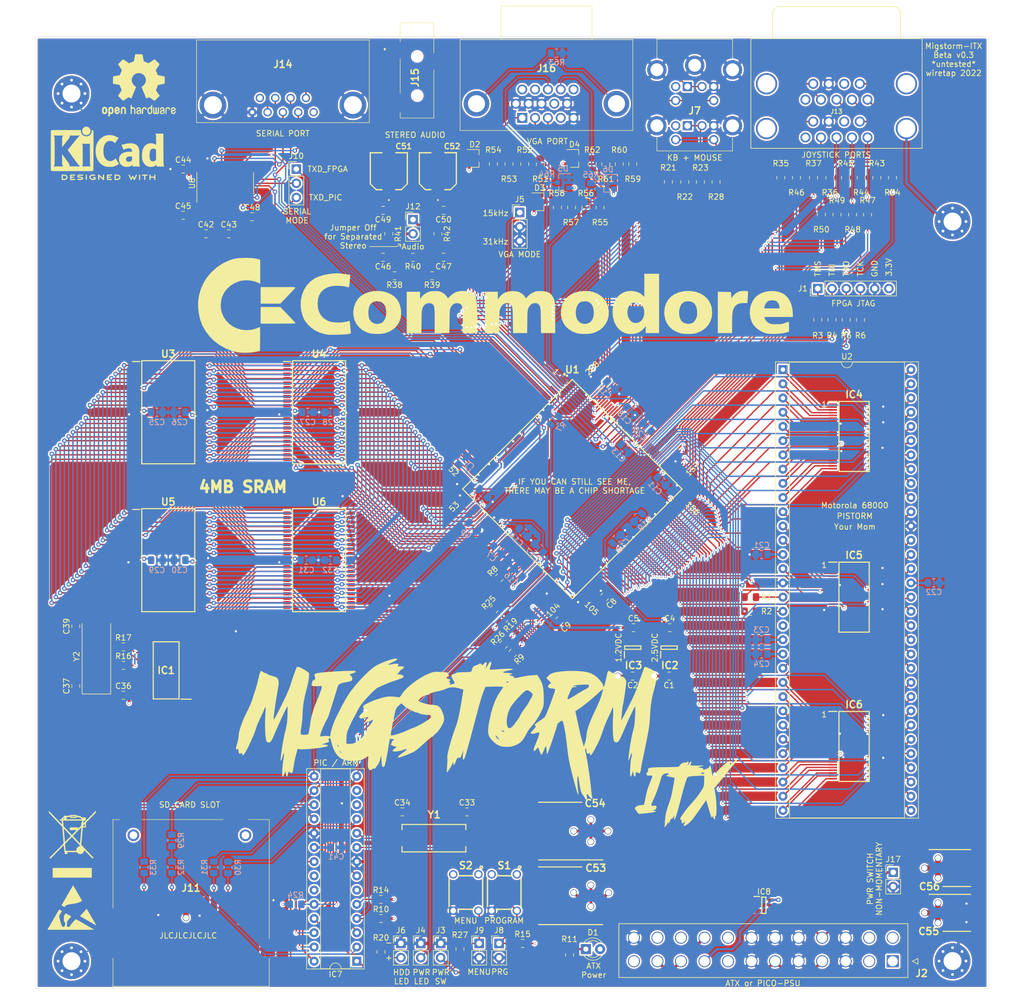
<source format=kicad_pcb>
(kicad_pcb (version 20171130) (host pcbnew "(5.1.6)-1")
  (layers (0 F.Cu signal) (1 In1.Cu power) (2 In2.Cu power) (31 B.Cu signal) (34 B.Paste user) (35 F.Paste user) (36 B.SilkS user) (37 F.SilkS user) (38 B.Mask user) (39 F.Mask user) (44 Edge.Cuts user))
  (net 0 "")
  (net 1 GND)
  (net 2 5VDC)
  (net 3 3.3V)
  (net 4 +2V5)
  (net 5 +1V2)
  (net 6 "Net-(C33-Pad1)")
  (net 7 "Net-(C34-Pad2)")
  (net 8 5VSB)
  (net 9 "Net-(C37-Pad1)")
  (net 10 "Net-(C39-Pad1)")
  (net 11 PWROK)
  (net 12 "Net-(C42-Pad1)")
  (net 13 "Net-(C42-Pad2)")
  (net 14 "Net-(C43-Pad2)")
  (net 15 "Net-(C43-Pad1)")
  (net 16 "Net-(C45-Pad2)")
  (net 17 "Net-(C46-Pad1)")
  (net 18 "Net-(C47-Pad2)")
  (net 19 "Net-(C48-Pad2)")
  (net 20 "Net-(C49-Pad1)")
  (net 21 "Net-(C50-Pad2)")
  (net 22 "Net-(C51-Pad2)")
  (net 23 "Net-(C52-Pad2)")
  (net 24 "Net-(D1-Pad1)")
  (net 25 "Net-(D2-Pad3)")
  (net 26 "Net-(D3-Pad3)")
  (net 27 "Net-(D4-Pad3)")
  (net 28 "Net-(D5-Pad3)")
  (net 29 "Net-(D6-Pad3)")
  (net 30 "Net-(IC1-Pad1)")
  (net 31 "Net-(IC1-Pad2)")
  (net 32 "Net-(IC1-Pad3)")
  (net 33 "Net-(IC1-Pad4)")
  (net 34 "Net-(IC1-Pad5)")
  (net 35 "Net-(IC1-Pad6)")
  (net 36 "Net-(IC1-Pad7)")
  (net 37 MCLK)
  (net 38 "Net-(IC1-Pad10)")
  (net 39 "Net-(IC1-Pad13)")
  (net 40 "Net-(IC1-Pad14)")
  (net 41 "Net-(IC1-Pad15)")
  (net 42 "Net-(IC2-Pad4)")
  (net 43 "Net-(IC3-Pad4)")
  (net 44 "Net-(IC4-Pad1)")
  (net 45 D4)
  (net 46 CPU_D5)
  (net 47 D3)
  (net 48 CPU_D6)
  (net 49 D2)
  (net 50 CPU_D7)
  (net 51 D1)
  (net 52 CPU_D8)
  (net 53 D0)
  (net 54 CPU_D9)
  (net 55 AS)
  (net 56 CPU_D10)
  (net 57 UDS)
  (net 58 CPU_D11)
  (net 59 LDS)
  (net 60 CPU_D12)
  (net 61 RW)
  (net 62 CPU_D13)
  (net 63 DTACK)
  (net 64 CPU_D14)
  (net 65 D14)
  (net 66 CPU_DTACK)
  (net 67 D13)
  (net 68 CPU_RW)
  (net 69 D12)
  (net 70 CPU_LDS)
  (net 71 D11)
  (net 72 CPU_UDS)
  (net 73 D10)
  (net 74 CPU_AS)
  (net 75 D9)
  (net 76 CPU_D0)
  (net 77 D8)
  (net 78 CPU_D1)
  (net 79 D7)
  (net 80 CPU_D2)
  (net 81 D6)
  (net 82 CPU_D3)
  (net 83 D5)
  (net 84 CPU_D4)
  (net 85 "Net-(IC5-Pad46)")
  (net 86 D15)
  (net 87 "Net-(IC5-Pad44)")
  (net 88 A23)
  (net 89 "Net-(IC5-Pad42)")
  (net 90 A22)
  (net 91 CPU_CLK)
  (net 92 A21)
  (net 93 "Net-(IC5-Pad37)")
  (net 94 A20)
  (net 95 CPU_RESET)
  (net 96 A19)
  (net 97 "Net-(IC5-Pad33)")
  (net 98 A18)
  (net 99 "Net-(IC5-Pad30)")
  (net 100 A17)
  (net 101 "Net-(IC5-Pad28)")
  (net 102 A16)
  (net 103 "Net-(IC5-Pad26)")
  (net 104 A15)
  (net 105 CPU_A15)
  (net 106 BERR)
  (net 107 CPU_A16)
  (net 108 "Net-(IC5-Pad21)")
  (net 109 CPU_A17)
  (net 110 "Net-(IC5-Pad19)")
  (net 111 CPU_A18)
  (net 112 "Net-(IC5-Pad16)")
  (net 113 CPU_A19)
  (net 114 RESET)
  (net 115 CPU_A20)
  (net 116 "Net-(IC5-Pad11)")
  (net 117 CPU_A21)
  (net 118 CLK)
  (net 119 CPU_A22)
  (net 120 BR)
  (net 121 CPU_A23)
  (net 122 BGACK)
  (net 123 CPU_D15)
  (net 124 BG)
  (net 125 "Net-(IC5-Pad1)")
  (net 126 "Net-(IC6-Pad1)")
  (net 127 IPL2)
  (net 128 CPU_A14)
  (net 129 IPL1)
  (net 130 CPU_A13)
  (net 131 IPL0)
  (net 132 CPU_A12)
  (net 133 FC2)
  (net 134 CPU_A11)
  (net 135 FC1)
  (net 136 CPU_A10)
  (net 137 FC0)
  (net 138 CPU_A9)
  (net 139 A1)
  (net 140 CPU_A8)
  (net 141 A2)
  (net 142 CPU_A7)
  (net 143 A3)
  (net 144 CPU_A6)
  (net 145 A4)
  (net 146 CPU_A5)
  (net 147 A5)
  (net 148 CPU_A4)
  (net 149 A6)
  (net 150 CPU_A3)
  (net 151 A7)
  (net 152 CPU_A2)
  (net 153 A8)
  (net 154 CPU_A1)
  (net 155 A9)
  (net 156 "Net-(IC6-Pad35)")
  (net 157 A10)
  (net 158 "Net-(IC6-Pad37)")
  (net 159 A11)
  (net 160 "Net-(IC6-Pad39)")
  (net 161 A12)
  (net 162 CPU_IPL0)
  (net 163 A13)
  (net 164 CPU_IPL1)
  (net 165 A14)
  (net 166 CPU_IPL2)
  (net 167 MCLR)
  (net 168 MCC_CLKEN)
  (net 169 FPGA_SEL0)
  (net 170 "Net-(IC7-Pad4)")
  (net 171 "Net-(IC7-Pad5)")
  (net 172 "Net-(IC7-Pad6)")
  (net 173 "Net-(IC7-Pad7)")
  (net 174 "Net-(IC7-Pad12)")
  (net 175 "Net-(IC7-Pad13)")
  (net 176 SPI_CLK)
  (net 177 SPI_DOUT)
  (net 178 SPI_DIN)
  (net 179 TXD_MCU)
  (net 180 RXD)
  (net 181 "Net-(IC7-Pad21)")
  (net 182 "Net-(IC7-Pad22)")
  (net 183 "Net-(IC7-Pad23)")
  (net 184 "Net-(IC7-Pad24)")
  (net 185 DISKLED)
  (net 186 FPGA_SEL1)
  (net 187 FPGA_SEL2)
  (net 188 "Net-(IC7-Pad28)")
  (net 189 "Net-(J1-Pad1)")
  (net 190 "Net-(J1-Pad2)")
  (net 191 "Net-(J1-Pad3)")
  (net 192 "Net-(J1-Pad4)")
  (net 193 12VDC)
  (net 194 -12V)
  (net 195 PS_ON)
  (net 196 -5V)
  (net 197 "Net-(J4-Pad2)")
  (net 198 15KHZ)
  (net 199 "Net-(J6-Pad2)")
  (net 200 "Net-(J7-PadA1)")
  (net 201 "Net-(J7-PadA6)")
  (net 202 "Net-(J7-PadB1)")
  (net 203 "Net-(J7-PadB6)")
  (net 204 BUTTON)
  (net 205 "Net-(J10-Pad2)")
  (net 206 TXD)
  (net 207 "Net-(J11-Pad1)")
  (net 208 "Net-(J11-Pad2)")
  (net 209 "Net-(J11-Pad5)")
  (net 210 "Net-(J11-Pad7)")
  (net 211 "Net-(J11-Pad8)")
  (net 212 "Net-(J11-Pad9)")
  (net 213 "Net-(J11-Pad10)")
  (net 214 "Net-(J11-Pad11)")
  (net 215 "Net-(J11-Pad12)")
  (net 216 "Net-(J11-Pad14)")
  (net 217 "Net-(J11-Pad15)")
  (net 218 "Net-(J11-Pad16)")
  (net 219 "Net-(J12-Pad1)")
  (net 220 "Net-(J13-Pad9B)")
  (net 221 "Net-(J13-Pad6B)")
  (net 222 "Net-(J13-Pad5B)")
  (net 223 "Net-(J13-Pad4B)")
  (net 224 "Net-(J13-Pad1B)")
  (net 225 "Net-(J13-Pad2B)")
  (net 226 "Net-(J13-Pad9A)")
  (net 227 "Net-(J13-Pad6A)")
  (net 228 "Net-(J13-Pad5A)")
  (net 229 "Net-(J13-Pad4A)")
  (net 230 "Net-(J13-Pad1A)")
  (net 231 "Net-(J13-Pad2A)")
  (net 232 "Net-(J13-Pad3B)")
  (net 233 "Net-(J13-Pad3A)")
  (net 234 "Net-(J14-Pad2)")
  (net 235 "Net-(J14-Pad3)")
  (net 236 "Net-(J14-Pad4)")
  (net 237 "Net-(J14-Pad5)")
  (net 238 "Net-(J14-Pad6)")
  (net 239 "Net-(J14-Pad7)")
  (net 240 "Net-(J14-Pad9)")
  (net 241 "Net-(J16-Pad4)")
  (net 242 "Net-(J16-Pad9)")
  (net 243 "Net-(J16-Pad11)")
  (net 244 "Net-(J16-Pad12)")
  (net 245 "Net-(J16-Pad15)")
  (net 246 "Net-(J16-PadMH1)")
  (net 247 "Net-(R1-Pad1)")
  (net 248 "Net-(R2-Pad1)")
  (net 249 TMS)
  (net 250 TDI)
  (net 251 TDO)
  (net 252 TCK)
  (net 253 PROG_B)
  (net 254 INIT_B)
  (net 255 CCLK)
  (net 256 PWRLED)
  (net 257 KBDDAT)
  (net 258 KBDCLK)
  (net 259 MSDAT)
  (net 260 DIN)
  (net 261 DONE)
  (net 262 MSCLK)
  (net 263 MCC_SEL)
  (net 264 JOYA4)
  (net 265 JOYA5)
  (net 266 JOYB4)
  (net 267 JOYB5)
  (net 268 AUDIOL)
  (net 269 AUDIOR)
  (net 270 JOYA3)
  (net 271 JOYA2)
  (net 272 JOYA1)
  (net 273 JOYA0)
  (net 274 JOYB3)
  (net 275 JOYB2)
  (net 276 JOYB1)
  (net 277 JOYB0)
  (net 278 RED0)
  (net 279 RED1)
  (net 280 RED2)
  (net 281 RED3)
  (net 282 GREEN0)
  (net 283 GREEN1)
  (net 284 GREEN2)
  (net 285 GREEN3)
  (net 286 BLUE0)
  (net 287 BLUE1)
  (net 288 BLUE2)
  (net 289 BLUE3)
  (net 290 HSYNC)
  (net 291 VSYNC)
  (net 292 "Net-(S1-Pad3)")
  (net 293 "Net-(S1-Pad1)")
  (net 294 "Net-(S2-Pad1)")
  (net 295 "Net-(S2-Pad3)")
  (net 296 RAM_SEL2)
  (net 297 "Net-(U1-Pad16)")
  (net 298 RAM_SEL3)
  (net 299 RAM_SEL1)
  (net 300 RAM_A5)
  (net 301 RAM_A4)
  (net 302 RAM_A3)
  (net 303 RAM_A2)
  (net 304 RAM_A1)
  (net 305 RAM_SEL0)
  (net 306 RAM_D0)
  (net 307 RAM_D1)
  (net 308 RAM_D2)
  (net 309 RAM_D3)
  (net 310 RAM_A6)
  (net 311 RAM_A7)
  (net 312 RAM_A8)
  (net 313 RAM_OE)
  (net 314 RAM_UB)
  (net 315 RAM_LB)
  (net 316 RAM_D15)
  (net 317 RAM_D14)
  (net 318 RAM_D13)
  (net 319 RAM_D12)
  (net 320 RAM_D11)
  (net 321 RAM_D10)
  (net 322 RAM_D9)
  (net 323 RAM_D8)
  (net 324 RAM_A9)
  (net 325 RAM_A10)
  (net 326 RAM_A11)
  (net 327 RAM_A12)
  (net 328 RAM_A13)
  (net 329 RAM_A14)
  (net 330 RAM_D4)
  (net 331 RAM_D5)
  (net 332 RAM_D6)
  (net 333 RAM_D7)
  (net 334 RAM_WE)
  (net 335 RAM_A19)
  (net 336 RAM_A18)
  (net 337 RAM_A17)
  (net 338 RAM_A16)
  (net 339 RAM_A15)
  (net 340 "Net-(U1-Pad81)")
  (net 341 RTS)
  (net 342 CTS)
  (net 343 "Net-(IC8-Pad1)")
  (net 344 "Net-(IC8-Pad5)")
  (module Symbol:KiCad-Logo2_8mm_SilkScreen (layer F.Cu) (at 140.0302 76.8858)
    (fp_text reference REF** hide)
    (fp_text value KiCad-Logo2_8mm_SilkScreen hide)
  )
  (module Symbol:OSHW-Logo2_14.6x12mm_SilkScreen (layer F.Cu) (at 145.6182 65.5574)
    (fp_text reference REF** hide)
    (fp_text value OSHW-Logo2_14.6x12mm_SilkScreen hide)
  )
  (module Symbol:WEEE-Logo_8.4x12mm_SilkScreen (layer F.Cu) (at 133.7564 201.0918)
    (fp_text reference REF** hide)
    (fp_text value WEEE-Logo_8.4x12mm_SilkScreen hide)
  )
  (module Symbol:ESD-Logo_8.9x8mm_SilkScreen (layer F.Cu) (at 133.6802 212.3948)
    (fp_text reference REF** hide)
    (fp_text value ESD-Logo_8.9x8mm_SilkScreen hide)
  )
  (module SamacSys_Parts:commodore-logo (layer F.Cu) (at 209.4484 104.7242)
    (fp_text reference G*** hide)
    (fp_text value LOGO hide)
  )
  (module SamacSys_Parts:migstorm-logo-big (layer F.Cu) (at 206.6036 182.7022)
    (fp_text reference G*** hide)
    (fp_text value LOGO hide)
  )
  (module MountingHole:MountingHole_3.2mm_M3_Pad_Via (layer F.Cu) (at 133.604 67.0306)
    (fp_text reference REF** hide)
    (fp_text value MountingHole_3.2mm_M3_Pad_Via)
    (pad 1 thru_hole circle (at 0 0) (size 6.4 6.4) (drill 3.2) (layers *.Cu *.Mask))
    (pad 1 thru_hole circle (at 2.4 0) (size 0.8 0.8) (drill 0.5) (layers *.Cu *.Mask))
    (pad 1 thru_hole circle (at 1.697056 1.697056) (size 0.8 0.8) (drill 0.5) (layers *.Cu *.Mask))
    (pad 1 thru_hole circle (at 0 2.4) (size 0.8 0.8) (drill 0.5) (layers *.Cu *.Mask))
    (pad 1 thru_hole circle (at -1.697056 1.697056) (size 0.8 0.8) (drill 0.5) (layers *.Cu *.Mask))
    (pad 1 thru_hole circle (at -2.4 0) (size 0.8 0.8) (drill 0.5) (layers *.Cu *.Mask))
    (pad 1 thru_hole circle (at -1.697056 -1.697056) (size 0.8 0.8) (drill 0.5) (layers *.Cu *.Mask))
    (pad 1 thru_hole circle (at 0 -2.4) (size 0.8 0.8) (drill 0.5) (layers *.Cu *.Mask))
    (pad 1 thru_hole circle (at 1.697056 -1.697056) (size 0.8 0.8) (drill 0.5) (layers *.Cu *.Mask))
  )
  (module MountingHole:MountingHole_3.2mm_M3_Pad_Via (layer F.Cu) (at 290.8808 89.8906)
    (fp_text reference REF** hide)
    (fp_text value MountingHole_3.2mm_M3_Pad_Via)
    (pad 1 thru_hole circle (at 0 0) (size 6.4 6.4) (drill 3.2) (layers *.Cu *.Mask))
    (pad 1 thru_hole circle (at 2.4 0) (size 0.8 0.8) (drill 0.5) (layers *.Cu *.Mask))
    (pad 1 thru_hole circle (at 1.697056 1.697056) (size 0.8 0.8) (drill 0.5) (layers *.Cu *.Mask))
    (pad 1 thru_hole circle (at 0 2.4) (size 0.8 0.8) (drill 0.5) (layers *.Cu *.Mask))
    (pad 1 thru_hole circle (at -1.697056 1.697056) (size 0.8 0.8) (drill 0.5) (layers *.Cu *.Mask))
    (pad 1 thru_hole circle (at -2.4 0) (size 0.8 0.8) (drill 0.5) (layers *.Cu *.Mask))
    (pad 1 thru_hole circle (at -1.697056 -1.697056) (size 0.8 0.8) (drill 0.5) (layers *.Cu *.Mask))
    (pad 1 thru_hole circle (at 0 -2.4) (size 0.8 0.8) (drill 0.5) (layers *.Cu *.Mask))
    (pad 1 thru_hole circle (at 1.697056 -1.697056) (size 0.8 0.8) (drill 0.5) (layers *.Cu *.Mask))
  )
  (module MountingHole:MountingHole_3.2mm_M3_Pad_Via (layer F.Cu) (at 290.8808 221.9706)
    (fp_text reference REF** hide)
    (fp_text value MountingHole_3.2mm_M3_Pad_Via)
    (pad 1 thru_hole circle (at 0 0) (size 6.4 6.4) (drill 3.2) (layers *.Cu *.Mask))
    (pad 1 thru_hole circle (at 2.4 0) (size 0.8 0.8) (drill 0.5) (layers *.Cu *.Mask))
    (pad 1 thru_hole circle (at 1.697056 1.697056) (size 0.8 0.8) (drill 0.5) (layers *.Cu *.Mask))
    (pad 1 thru_hole circle (at 0 2.4) (size 0.8 0.8) (drill 0.5) (layers *.Cu *.Mask))
    (pad 1 thru_hole circle (at -1.697056 1.697056) (size 0.8 0.8) (drill 0.5) (layers *.Cu *.Mask))
    (pad 1 thru_hole circle (at -2.4 0) (size 0.8 0.8) (drill 0.5) (layers *.Cu *.Mask))
    (pad 1 thru_hole circle (at -1.697056 -1.697056) (size 0.8 0.8) (drill 0.5) (layers *.Cu *.Mask))
    (pad 1 thru_hole circle (at 0 -2.4) (size 0.8 0.8) (drill 0.5) (layers *.Cu *.Mask))
    (pad 1 thru_hole circle (at 1.697056 -1.697056) (size 0.8 0.8) (drill 0.5) (layers *.Cu *.Mask))
  )
  (module MountingHole:MountingHole_3.2mm_M3_Pad_Via (layer F.Cu) (at 133.604 221.996)
    (fp_text reference REF** hide)
    (fp_text value MountingHole_3.2mm_M3_Pad_Via)
    (pad 1 thru_hole circle (at 1.697056 -1.697056) (size 0.8 0.8) (drill 0.5) (layers *.Cu *.Mask))
    (pad 1 thru_hole circle (at 0 -2.4) (size 0.8 0.8) (drill 0.5) (layers *.Cu *.Mask))
    (pad 1 thru_hole circle (at -1.697056 -1.697056) (size 0.8 0.8) (drill 0.5) (layers *.Cu *.Mask))
    (pad 1 thru_hole circle (at -2.4 0) (size 0.8 0.8) (drill 0.5) (layers *.Cu *.Mask))
    (pad 1 thru_hole circle (at -1.697056 1.697056) (size 0.8 0.8) (drill 0.5) (layers *.Cu *.Mask))
    (pad 1 thru_hole circle (at 0 2.4) (size 0.8 0.8) (drill 0.5) (layers *.Cu *.Mask))
    (pad 1 thru_hole circle (at 1.697056 1.697056) (size 0.8 0.8) (drill 0.5) (layers *.Cu *.Mask))
    (pad 1 thru_hole circle (at 2.4 0) (size 0.8 0.8) (drill 0.5) (layers *.Cu *.Mask))
    (pad 1 thru_hole circle (at 0 0) (size 6.4 6.4) (drill 3.2) (layers *.Cu *.Mask))
  )
  (module Capacitor_SMD:C_0805_2012Metric_Pad1.15x1.40mm_HandSolder (layer F.Cu) (at 240.275 171.069)
    (fp_text reference C1 (at 0 1.651 180) (layer F.SilkS))
    (fp_text value "1uF X5R")
    (pad 2 smd roundrect (at 1.025 0) (size 1.15 1.4) (layers F.Cu F.Paste F.Mask) (roundrect_rratio 0.217391) (net 1 GND))
    (pad 1 smd roundrect (at -1.025 0) (size 1.15 1.4) (layers F.Cu F.Paste F.Mask) (roundrect_rratio 0.217391) (net 2 5VDC))
  )
  (module Capacitor_SMD:C_0805_2012Metric_Pad1.15x1.40mm_HandSolder (layer F.Cu) (at 233.798 171.069)
    (fp_text reference C2 (at 0 1.651) (layer F.SilkS))
    (fp_text value "1uF X5R")
    (pad 2 smd roundrect (at 1.025 0) (size 1.15 1.4) (layers F.Cu F.Paste F.Mask) (roundrect_rratio 0.217391) (net 1 GND))
    (pad 1 smd roundrect (at -1.025 0) (size 1.15 1.4) (layers F.Cu F.Paste F.Mask) (roundrect_rratio 0.217391) (net 2 5VDC))
  )
  (module Capacitor_SMD:C_0805_2012Metric_Pad1.15x1.40mm_HandSolder (layer B.Cu) (at 203.491216 132.550784 45)
    (fp_text reference C3 (at 0 1.65 45) (layer B.SilkS) (effects (justify mirror)))
    (fp_text value 10nF)
    (pad 2 smd roundrect (at 1.025 0 45) (size 1.15 1.4) (layers B.Cu B.Paste B.Mask) (roundrect_rratio 0.217391) (net 1 GND))
    (pad 1 smd roundrect (at -1.025 0 45) (size 1.15 1.4) (layers B.Cu B.Paste B.Mask) (roundrect_rratio 0.217391) (net 3 3.3V))
  )
  (module Capacitor_SMD:C_0805_2012Metric_Pad1.15x1.40mm_HandSolder (layer F.Cu) (at 240.402 162.433)
    (fp_text reference C4 (at -0.009 -1.651) (layer F.SilkS))
    (fp_text value "1uF X5R")
    (pad 1 smd roundrect (at -1.025 0) (size 1.15 1.4) (layers F.Cu F.Paste F.Mask) (roundrect_rratio 0.217391) (net 4 +2V5))
    (pad 2 smd roundrect (at 1.025 0) (size 1.15 1.4) (layers F.Cu F.Paste F.Mask) (roundrect_rratio 0.217391) (net 1 GND))
  )
  (module Capacitor_SMD:C_0805_2012Metric_Pad1.15x1.40mm_HandSolder (layer F.Cu) (at 233.925 162.433)
    (fp_text reference C5 (at 0 -1.65) (layer F.SilkS))
    (fp_text value "1uF X5R")
    (pad 1 smd roundrect (at -1.025 0) (size 1.15 1.4) (layers F.Cu F.Paste F.Mask) (roundrect_rratio 0.217391) (net 5 +1V2))
    (pad 2 smd roundrect (at 1.025 0) (size 1.15 1.4) (layers F.Cu F.Paste F.Mask) (roundrect_rratio 0.217391) (net 1 GND))
  )
  (module Capacitor_SMD:C_0805_2012Metric_Pad1.15x1.40mm_HandSolder (layer B.Cu) (at 205.232 144.399 315)
    (fp_text reference C6 (at 0 1.65 315) (layer B.SilkS) (effects (justify mirror)))
    (fp_text value 10nF)
    (pad 1 smd roundrect (at -1.025 0 315) (size 1.15 1.4) (layers B.Cu B.Paste B.Mask) (roundrect_rratio 0.217391) (net 3 3.3V))
    (pad 2 smd roundrect (at 1.025 0 315) (size 1.15 1.4) (layers B.Cu B.Paste B.Mask) (roundrect_rratio 0.217391) (net 1 GND))
  )
  (module Capacitor_SMD:C_0805_2012Metric_Pad1.15x1.40mm_HandSolder (layer B.Cu) (at 209.677 148.59 315)
    (fp_text reference C7 (at 0 1.65 135) (layer B.SilkS) (effects (justify mirror)))
    (fp_text value 10nF)
    (pad 2 smd roundrect (at 1.025 0 315) (size 1.15 1.4) (layers B.Cu B.Paste B.Mask) (roundrect_rratio 0.217391) (net 1 GND))
    (pad 1 smd roundrect (at -1.025 0 315) (size 1.15 1.4) (layers B.Cu B.Paste B.Mask) (roundrect_rratio 0.217391) (net 3 3.3V))
  )
  (module Capacitor_SMD:C_0805_2012Metric_Pad1.15x1.40mm_HandSolder (layer F.Cu) (at 228.764216 156.934784 45)
    (fp_text reference C8 (at 0.037171 1.706249 45) (layer F.SilkS))
    (fp_text value 10nF)
    (pad 1 smd roundrect (at -1.025 0 45) (size 1.15 1.4) (layers F.Cu F.Paste F.Mask) (roundrect_rratio 0.217391) (net 3 3.3V))
    (pad 2 smd roundrect (at 1.025 0 45) (size 1.15 1.4) (layers F.Cu F.Paste F.Mask) (roundrect_rratio 0.217391) (net 1 GND))
  )
  (module Capacitor_SMD:C_0805_2012Metric_Pad1.15x1.40mm_HandSolder (layer F.Cu) (at 220.726 161.163 225)
    (fp_text reference C9 (at 0 -1.65 45) (layer F.SilkS))
    (fp_text value 10nF)
    (pad 1 smd roundrect (at -1.025 0 225) (size 1.15 1.4) (layers F.Cu F.Paste F.Mask) (roundrect_rratio 0.217391) (net 3 3.3V))
    (pad 2 smd roundrect (at 1.025 0 225) (size 1.15 1.4) (layers F.Cu F.Paste F.Mask) (roundrect_rratio 0.217391) (net 1 GND))
  )
  (module Capacitor_SMD:C_0805_2012Metric_Pad1.15x1.40mm_HandSolder (layer B.Cu) (at 230.886 146.558 45)
    (fp_text reference C10 (at 0 1.65 225) (layer B.SilkS) (effects (justify mirror)))
    (fp_text value 10nF)
    (pad 1 smd roundrect (at -1.025 0 45) (size 1.15 1.4) (layers B.Cu B.Paste B.Mask) (roundrect_rratio 0.217391) (net 3 3.3V))
    (pad 2 smd roundrect (at 1.025 0 45) (size 1.15 1.4) (layers B.Cu B.Paste B.Mask) (roundrect_rratio 0.217391) (net 1 GND))
  )
  (module Capacitor_SMD:C_0805_2012Metric_Pad1.15x1.40mm_HandSolder (layer B.Cu) (at 238.924216 136.308216 315)
    (fp_text reference C11 (at 0 1.65 315) (layer B.SilkS) (effects (justify mirror)))
    (fp_text value 10nF)
    (pad 2 smd roundrect (at 1.025 0 315) (size 1.15 1.4) (layers B.Cu B.Paste B.Mask) (roundrect_rratio 0.217391) (net 1 GND))
    (pad 1 smd roundrect (at -1.025 0 315) (size 1.15 1.4) (layers B.Cu B.Paste B.Mask) (roundrect_rratio 0.217391) (net 3 3.3V))
  )
  (module Capacitor_SMD:C_0805_2012Metric_Pad1.15x1.40mm_HandSolder (layer B.Cu) (at 229.907216 119.163216 315)
    (fp_text reference C12 (at 0 1.65 315) (layer B.SilkS) (effects (justify mirror)))
    (fp_text value 10nF)
    (pad 1 smd roundrect (at -1.025 0 315) (size 1.15 1.4) (layers B.Cu B.Paste B.Mask) (roundrect_rratio 0.217391) (net 3 3.3V))
    (pad 2 smd roundrect (at 1.025 0 315) (size 1.15 1.4) (layers B.Cu B.Paste B.Mask) (roundrect_rratio 0.217391) (net 1 GND))
  )
  (module Capacitor_SMD:C_0805_2012Metric_Pad1.15x1.40mm_HandSolder (layer B.Cu) (at 232.41 130.429 315)
    (fp_text reference C13 (at 0 1.65 315) (layer B.SilkS) (effects (justify mirror)))
    (fp_text value 10nF)
    (pad 2 smd roundrect (at 1.025 0 315) (size 1.15 1.4) (layers B.Cu B.Paste B.Mask) (roundrect_rratio 0.217391) (net 1 GND))
    (pad 1 smd roundrect (at -1.025 0 315) (size 1.15 1.4) (layers B.Cu B.Paste B.Mask) (roundrect_rratio 0.217391) (net 4 +2V5))
  )
  (module Capacitor_SMD:C_0805_2012Metric_Pad1.15x1.40mm_HandSolder (layer B.Cu) (at 214.249 145.415 315)
    (fp_text reference C14 (at 0 1.796051 315) (layer B.SilkS) (effects (justify mirror)))
    (fp_text value 10nF)
    (pad 2 smd roundrect (at 1.025 0 315) (size 1.15 1.4) (layers B.Cu B.Paste B.Mask) (roundrect_rratio 0.217391) (net 1 GND))
    (pad 1 smd roundrect (at -1.025 0 315) (size 1.15 1.4) (layers B.Cu B.Paste B.Mask) (roundrect_rratio 0.217391) (net 5 +1V2))
  )
  (module Capacitor_SMD:C_0805_2012Metric_Pad1.15x1.40mm_HandSolder (layer B.Cu) (at 207.137 138.392784 315)
    (fp_text reference C15 (at 0.026316 1.642762 135) (layer B.SilkS) (effects (justify mirror)))
    (fp_text value 10nF)
    (pad 1 smd roundrect (at -1.025 0 315) (size 1.15 1.4) (layers B.Cu B.Paste B.Mask) (roundrect_rratio 0.217391) (net 4 +2V5))
    (pad 2 smd roundrect (at 1.025 0 315) (size 1.15 1.4) (layers B.Cu B.Paste B.Mask) (roundrect_rratio 0.217391) (net 1 GND))
  )
  (module Capacitor_SMD:C_0805_2012Metric_Pad1.15x1.40mm_HandSolder (layer B.Cu) (at 213.322784 152.616784 135)
    (fp_text reference C16 (at 0.037171 -1.706249 315) (layer B.SilkS) (effects (justify mirror)))
    (fp_text value 10nF)
    (pad 1 smd roundrect (at -1.025 0 135) (size 1.15 1.4) (layers B.Cu B.Paste B.Mask) (roundrect_rratio 0.217391) (net 5 +1V2))
    (pad 2 smd roundrect (at 1.025 0 135) (size 1.15 1.4) (layers B.Cu B.Paste B.Mask) (roundrect_rratio 0.217391) (net 1 GND))
  )
  (module Capacitor_SMD:C_0805_2012Metric_Pad1.15x1.40mm_HandSolder (layer B.Cu) (at 217.043 148.209 135)
    (fp_text reference C17 (at 0 -1.796051 135) (layer B.SilkS) (effects (justify mirror)))
    (fp_text value 10nF)
    (pad 2 smd roundrect (at 1.025 0 135) (size 1.15 1.4) (layers B.Cu B.Paste B.Mask) (roundrect_rratio 0.217391) (net 1 GND))
    (pad 1 smd roundrect (at -1.025 0 135) (size 1.15 1.4) (layers B.Cu B.Paste B.Mask) (roundrect_rratio 0.217391) (net 4 +2V5))
  )
  (module Capacitor_SMD:C_0805_2012Metric_Pad1.15x1.40mm_HandSolder (layer B.Cu) (at 233.463216 123.735216 315)
    (fp_text reference C18 (at 0 1.65 315) (layer B.SilkS) (effects (justify mirror)))
    (fp_text value 10nF)
    (pad 2 smd roundrect (at 1.025 0 315) (size 1.15 1.4) (layers B.Cu B.Paste B.Mask) (roundrect_rratio 0.217391) (net 1 GND))
    (pad 1 smd roundrect (at -1.025 0 315) (size 1.15 1.4) (layers B.Cu B.Paste B.Mask) (roundrect_rratio 0.217391) (net 5 +1V2))
  )
  (module Capacitor_SMD:C_0805_2012Metric_Pad1.15x1.40mm_HandSolder (layer B.Cu) (at 234.696 142.748 225)
    (fp_text reference C19 (at -0.089803 -1.706249 45) (layer B.SilkS) (effects (justify mirror)))
    (fp_text value 10nF)
    (pad 1 smd roundrect (at -1.025 0 225) (size 1.15 1.4) (layers B.Cu B.Paste B.Mask) (roundrect_rratio 0.217391) (net 4 +2V5))
    (pad 2 smd roundrect (at 1.025 0 225) (size 1.15 1.4) (layers B.Cu B.Paste B.Mask) (roundrect_rratio 0.217391) (net 1 GND))
  )
  (module Capacitor_SMD:C_0805_2012Metric_Pad1.15x1.40mm_HandSolder (layer B.Cu) (at 236.309784 126.581784 135)
    (fp_text reference C20 (at 0.037171 -1.706249 315) (layer B.SilkS) (effects (justify mirror)))
    (fp_text value 10nF)
    (pad 1 smd roundrect (at -1.025 0 135) (size 1.15 1.4) (layers B.Cu B.Paste B.Mask) (roundrect_rratio 0.217391) (net 5 +1V2))
    (pad 2 smd roundrect (at 1.025 0 135) (size 1.15 1.4) (layers B.Cu B.Paste B.Mask) (roundrect_rratio 0.217391) (net 1 GND))
  )
  (module Capacitor_SMD:C_0805_2012Metric_Pad1.15x1.40mm_HandSolder (layer B.Cu) (at 256.794 149.352 180)
    (fp_text reference C21 (at 0 1.65) (layer B.SilkS) (effects (justify mirror)))
    (fp_text value 100nF)
    (pad 2 smd roundrect (at 1.025 0 180) (size 1.15 1.4) (layers B.Cu B.Paste B.Mask) (roundrect_rratio 0.217391) (net 1 GND))
    (pad 1 smd roundrect (at -1.025 0 180) (size 1.15 1.4) (layers B.Cu B.Paste B.Mask) (roundrect_rratio 0.217391) (net 2 5VDC))
  )
  (module Capacitor_SMD:C_0805_2012Metric_Pad1.15x1.40mm_HandSolder (layer B.Cu) (at 287.537 154.432)
    (fp_text reference C22 (at 0 1.65) (layer B.SilkS) (effects (justify mirror)))
    (fp_text value 100nF)
    (pad 2 smd roundrect (at 1.025 0) (size 1.15 1.4) (layers B.Cu B.Paste B.Mask) (roundrect_rratio 0.217391) (net 1 GND))
    (pad 1 smd roundrect (at -1.025 0) (size 1.15 1.4) (layers B.Cu B.Paste B.Mask) (roundrect_rratio 0.217391) (net 2 5VDC))
  )
  (module Capacitor_SMD:C_0805_2012Metric_Pad1.15x1.40mm_HandSolder (layer B.Cu) (at 256.785 164.592 180)
    (fp_text reference C23 (at 0.009 1.778) (layer B.SilkS) (effects (justify mirror)))
    (fp_text value 10nF)
    (pad 1 smd roundrect (at -1.025 0 180) (size 1.15 1.4) (layers B.Cu B.Paste B.Mask) (roundrect_rratio 0.217391) (net 2 5VDC))
    (pad 2 smd roundrect (at 1.025 0 180) (size 1.15 1.4) (layers B.Cu B.Paste B.Mask) (roundrect_rratio 0.217391) (net 1 GND))
  )
  (module Capacitor_SMD:C_0805_2012Metric_Pad1.15x1.40mm_HandSolder (layer B.Cu) (at 256.785 167.132 180)
    (fp_text reference C24 (at -0.009 -1.778) (layer B.SilkS) (effects (justify mirror)))
    (fp_text value 10nF)
    (pad 2 smd roundrect (at 1.025 0 180) (size 1.15 1.4) (layers B.Cu B.Paste B.Mask) (roundrect_rratio 0.217391) (net 1 GND))
    (pad 1 smd roundrect (at -1.025 0 180) (size 1.15 1.4) (layers B.Cu B.Paste B.Mask) (roundrect_rratio 0.217391) (net 2 5VDC))
  )
  (module Capacitor_SMD:C_0805_2012Metric_Pad1.15x1.40mm_HandSolder (layer B.Cu) (at 148.844 123.952)
    (fp_text reference C25 (at 0 1.778) (layer B.SilkS) (effects (justify mirror)))
    (fp_text value 100nF)
    (pad 1 smd roundrect (at -1.025 0) (size 1.15 1.4) (layers B.Cu B.Paste B.Mask) (roundrect_rratio 0.217391) (net 3 3.3V))
    (pad 2 smd roundrect (at 1.025 0) (size 1.15 1.4) (layers B.Cu B.Paste B.Mask) (roundrect_rratio 0.217391) (net 1 GND))
  )
  (module Capacitor_SMD:C_0805_2012Metric_Pad1.15x1.40mm_HandSolder (layer B.Cu) (at 152.899 123.952 180)
    (fp_text reference C26 (at 0 -1.778) (layer B.SilkS) (effects (justify mirror)))
    (fp_text value 100nF)
    (pad 1 smd roundrect (at -1.025 0 180) (size 1.15 1.4) (layers B.Cu B.Paste B.Mask) (roundrect_rratio 0.217391) (net 3 3.3V))
    (pad 2 smd roundrect (at 1.025 0 180) (size 1.15 1.4) (layers B.Cu B.Paste B.Mask) (roundrect_rratio 0.217391) (net 1 GND))
  )
  (module Capacitor_SMD:C_0805_2012Metric_Pad1.15x1.40mm_HandSolder (layer B.Cu) (at 175.768 123.952)
    (fp_text reference C27 (at 0 1.778) (layer B.SilkS) (effects (justify mirror)))
    (fp_text value 100nF)
    (pad 2 smd roundrect (at 1.025 0) (size 1.15 1.4) (layers B.Cu B.Paste B.Mask) (roundrect_rratio 0.217391) (net 1 GND))
    (pad 1 smd roundrect (at -1.025 0) (size 1.15 1.4) (layers B.Cu B.Paste B.Mask) (roundrect_rratio 0.217391) (net 3 3.3V))
  )
  (module Capacitor_SMD:C_0805_2012Metric_Pad1.15x1.40mm_HandSolder (layer B.Cu) (at 179.832 123.952 180)
    (fp_text reference C28 (at 0 -1.778) (layer B.SilkS) (effects (justify mirror)))
    (fp_text value 100nF)
    (pad 1 smd roundrect (at -1.025 0 180) (size 1.15 1.4) (layers B.Cu B.Paste B.Mask) (roundrect_rratio 0.217391) (net 3 3.3V))
    (pad 2 smd roundrect (at 1.025 0 180) (size 1.15 1.4) (layers B.Cu B.Paste B.Mask) (roundrect_rratio 0.217391) (net 1 GND))
  )
  (module Capacitor_SMD:C_0805_2012Metric_Pad1.15x1.40mm_HandSolder (layer B.Cu) (at 148.844 150.368)
    (fp_text reference C29 (at 0 1.778) (layer B.SilkS) (effects (justify mirror)))
    (fp_text value 100nF)
    (pad 2 smd roundrect (at 1.025 0) (size 1.15 1.4) (layers B.Cu B.Paste B.Mask) (roundrect_rratio 0.217391) (net 1 GND))
    (pad 1 smd roundrect (at -1.025 0) (size 1.15 1.4) (layers B.Cu B.Paste B.Mask) (roundrect_rratio 0.217391) (net 3 3.3V))
  )
  (module Capacitor_SMD:C_0805_2012Metric_Pad1.15x1.40mm_HandSolder (layer B.Cu) (at 152.908 150.368 180)
    (fp_text reference C30 (at 0 -1.778) (layer B.SilkS) (effects (justify mirror)))
    (fp_text value 100nF)
    (pad 1 smd roundrect (at -1.025 0 180) (size 1.15 1.4) (layers B.Cu B.Paste B.Mask) (roundrect_rratio 0.217391) (net 3 3.3V))
    (pad 2 smd roundrect (at 1.025 0 180) (size 1.15 1.4) (layers B.Cu B.Paste B.Mask) (roundrect_rratio 0.217391) (net 1 GND))
  )
  (module Capacitor_SMD:C_0805_2012Metric_Pad1.15x1.40mm_HandSolder (layer B.Cu) (at 175.514 150.368)
    (fp_text reference C31 (at 0 1.778) (layer B.SilkS) (effects (justify mirror)))
    (fp_text value 100nF)
    (pad 2 smd roundrect (at 1.025 0) (size 1.15 1.4) (layers B.Cu B.Paste B.Mask) (roundrect_rratio 0.217391) (net 1 GND))
    (pad 1 smd roundrect (at -1.025 0) (size 1.15 1.4) (layers B.Cu B.Paste B.Mask) (roundrect_rratio 0.217391) (net 3 3.3V))
  )
  (module Capacitor_SMD:C_0805_2012Metric_Pad1.15x1.40mm_HandSolder (layer B.Cu) (at 179.832 150.368 180)
    (fp_text reference C32 (at 0 -1.778) (layer B.SilkS) (effects (justify mirror)))
    (fp_text value 100nF)
    (pad 1 smd roundrect (at -1.025 0 180) (size 1.15 1.4) (layers B.Cu B.Paste B.Mask) (roundrect_rratio 0.217391) (net 3 3.3V))
    (pad 2 smd roundrect (at 1.025 0 180) (size 1.15 1.4) (layers B.Cu B.Paste B.Mask) (roundrect_rratio 0.217391) (net 1 GND))
  )
  (module Capacitor_SMD:C_0805_2012Metric_Pad1.15x1.40mm_HandSolder (layer F.Cu) (at 204.207 195.326)
    (fp_text reference C33 (at 0 -1.65) (layer F.SilkS))
    (fp_text value 47pf)
    (pad 2 smd roundrect (at 1.025 0) (size 1.15 1.4) (layers F.Cu F.Paste F.Mask) (roundrect_rratio 0.217391) (net 1 GND))
    (pad 1 smd roundrect (at -1.025 0) (size 1.15 1.4) (layers F.Cu F.Paste F.Mask) (roundrect_rratio 0.217391) (net 6 "Net-(C33-Pad1)"))
  )
  (module Capacitor_SMD:C_0805_2012Metric_Pad1.15x1.40mm_HandSolder (layer F.Cu) (at 192.668 195.326)
    (fp_text reference C34 (at 0 -1.65) (layer F.SilkS))
    (fp_text value 47pf)
    (pad 1 smd roundrect (at -1.025 0) (size 1.15 1.4) (layers F.Cu F.Paste F.Mask) (roundrect_rratio 0.217391) (net 1 GND))
    (pad 2 smd roundrect (at 1.025 0) (size 1.15 1.4) (layers F.Cu F.Paste F.Mask) (roundrect_rratio 0.217391) (net 7 "Net-(C34-Pad2)"))
  )
  (module Capacitor_SMD:C_0805_2012Metric_Pad1.15x1.40mm_HandSolder (layer F.Cu) (at 142.866 174.498 180)
    (fp_text reference C36 (at 0 1.651) (layer F.SilkS))
    (fp_text value 100nF)
    (pad 1 smd roundrect (at -1.025 0 180) (size 1.15 1.4) (layers F.Cu F.Paste F.Mask) (roundrect_rratio 0.217391) (net 3 3.3V))
    (pad 2 smd roundrect (at 1.025 0 180) (size 1.15 1.4) (layers F.Cu F.Paste F.Mask) (roundrect_rratio 0.217391) (net 1 GND))
  )
  (module Capacitor_SMD:C_0805_2012Metric_Pad1.15x1.40mm_HandSolder (layer F.Cu) (at 134.366 172.856 270)
    (fp_text reference C37 (at 0 1.651 90) (layer F.SilkS))
    (fp_text value 100pF)
    (pad 1 smd roundrect (at -1.025 0 270) (size 1.15 1.4) (layers F.Cu F.Paste F.Mask) (roundrect_rratio 0.217391) (net 9 "Net-(C37-Pad1)"))
    (pad 2 smd roundrect (at 1.025 0 270) (size 1.15 1.4) (layers F.Cu F.Paste F.Mask) (roundrect_rratio 0.217391) (net 1 GND))
  )
  (module Capacitor_SMD:C_0805_2012Metric_Pad1.15x1.40mm_HandSolder (layer F.Cu) (at 134.366 162.188 90)
    (fp_text reference C39 (at 0 -1.65 90) (layer F.SilkS))
    (fp_text value 22pF)
    (pad 1 smd roundrect (at -1.025 0 90) (size 1.15 1.4) (layers F.Cu F.Paste F.Mask) (roundrect_rratio 0.217391) (net 10 "Net-(C39-Pad1)"))
    (pad 2 smd roundrect (at 1.025 0 90) (size 1.15 1.4) (layers F.Cu F.Paste F.Mask) (roundrect_rratio 0.217391) (net 1 GND))
  )
  (module Capacitor_SMD:C_0805_2012Metric_Pad1.15x1.40mm_HandSolder (layer B.Cu) (at 180.839 201.676)
    (fp_text reference C41 (at 0 1.65) (layer B.SilkS) (effects (justify mirror)))
    (fp_text value 100nF)
    (pad 2 smd roundrect (at 1.025 0) (size 1.15 1.4) (layers B.Cu B.Paste B.Mask) (roundrect_rratio 0.217391) (net 1 GND))
    (pad 1 smd roundrect (at -1.025 0) (size 1.15 1.4) (layers B.Cu B.Paste B.Mask) (roundrect_rratio 0.217391) (net 3 3.3V))
  )
  (module Capacitor_SMD:C_0805_2012Metric_Pad1.15x1.40mm_HandSolder (layer F.Cu) (at 157.607 92.075)
    (fp_text reference C42 (at 0 -1.65) (layer F.SilkS))
    (fp_text value 100nF)
    (pad 1 smd roundrect (at -1.025 0) (size 1.15 1.4) (layers F.Cu F.Paste F.Mask) (roundrect_rratio 0.217391) (net 12 "Net-(C42-Pad1)"))
    (pad 2 smd roundrect (at 1.025 0) (size 1.15 1.4) (layers F.Cu F.Paste F.Mask) (roundrect_rratio 0.217391) (net 13 "Net-(C42-Pad2)"))
  )
  (module Capacitor_SMD:C_0805_2012Metric_Pad1.15x1.40mm_HandSolder (layer F.Cu) (at 161.671 92.075)
    (fp_text reference C43 (at 0 -1.65) (layer F.SilkS))
    (fp_text value 100nF)
    (pad 2 smd roundrect (at 1.025 0) (size 1.15 1.4) (layers F.Cu F.Paste F.Mask) (roundrect_rratio 0.217391) (net 14 "Net-(C43-Pad2)"))
    (pad 1 smd roundrect (at -1.025 0) (size 1.15 1.4) (layers F.Cu F.Paste F.Mask) (roundrect_rratio 0.217391) (net 15 "Net-(C43-Pad1)"))
  )
  (module Capacitor_SMD:C_0805_2012Metric_Pad1.15x1.40mm_HandSolder (layer F.Cu) (at 153.552 80.518 180)
    (fp_text reference C44 (at 0 1.651) (layer F.SilkS))
    (fp_text value 100nF)
    (pad 2 smd roundrect (at 1.025 0 180) (size 1.15 1.4) (layers F.Cu F.Paste F.Mask) (roundrect_rratio 0.217391) (net 1 GND))
    (pad 1 smd roundrect (at -1.025 0 180) (size 1.15 1.4) (layers F.Cu F.Paste F.Mask) (roundrect_rratio 0.217391) (net 3 3.3V))
  )
  (module Capacitor_SMD:C_0805_2012Metric_Pad1.15x1.40mm_HandSolder (layer F.Cu) (at 153.534 88.773)
    (fp_text reference C45 (at 0 -1.65) (layer F.SilkS))
    (fp_text value 100nF)
    (pad 1 smd roundrect (at -1.025 0) (size 1.15 1.4) (layers F.Cu F.Paste F.Mask) (roundrect_rratio 0.217391) (net 1 GND))
    (pad 2 smd roundrect (at 1.025 0) (size 1.15 1.4) (layers F.Cu F.Paste F.Mask) (roundrect_rratio 0.217391) (net 16 "Net-(C45-Pad2)"))
  )
  (module Capacitor_SMD:C_0805_2012Metric_Pad1.15x1.40mm_HandSolder (layer F.Cu) (at 189.23 96.266 180)
    (fp_text reference C46 (at 0 -1.65) (layer F.SilkS))
    (fp_text value 10nF)
    (pad 1 smd roundrect (at -1.025 0 180) (size 1.15 1.4) (layers F.Cu F.Paste F.Mask) (roundrect_rratio 0.217391) (net 17 "Net-(C46-Pad1)"))
    (pad 2 smd roundrect (at 1.025 0 180) (size 1.15 1.4) (layers F.Cu F.Paste F.Mask) (roundrect_rratio 0.217391) (net 1 GND))
  )
  (module Capacitor_SMD:C_0805_2012Metric_Pad1.15x1.40mm_HandSolder (layer F.Cu) (at 200.016 96.266 180)
    (fp_text reference C47 (at 0 -1.65) (layer F.SilkS))
    (fp_text value 10nF)
    (pad 2 smd roundrect (at 1.025 0 180) (size 1.15 1.4) (layers F.Cu F.Paste F.Mask) (roundrect_rratio 0.217391) (net 18 "Net-(C47-Pad2)"))
    (pad 1 smd roundrect (at -1.025 0 180) (size 1.15 1.4) (layers F.Cu F.Paste F.Mask) (roundrect_rratio 0.217391) (net 1 GND))
  )
  (module Capacitor_SMD:C_0805_2012Metric_Pad1.15x1.40mm_HandSolder (layer F.Cu) (at 165.853 89.027 180)
    (fp_text reference C48 (at 0.009 1.651) (layer F.SilkS))
    (fp_text value 100nF)
    (pad 2 smd roundrect (at 1.025 0 180) (size 1.15 1.4) (layers F.Cu F.Paste F.Mask) (roundrect_rratio 0.217391) (net 19 "Net-(C48-Pad2)"))
    (pad 1 smd roundrect (at -1.025 0 180) (size 1.15 1.4) (layers F.Cu F.Paste F.Mask) (roundrect_rratio 0.217391) (net 1 GND))
  )
  (module Capacitor_SMD:C_0805_2012Metric_Pad1.15x1.40mm_HandSolder (layer F.Cu) (at 189.221 87.884 180)
    (fp_text reference C49 (at 0 -1.65) (layer F.SilkS))
    (fp_text value 10nF)
    (pad 1 smd roundrect (at -1.025 0 180) (size 1.15 1.4) (layers F.Cu F.Paste F.Mask) (roundrect_rratio 0.217391) (net 20 "Net-(C49-Pad1)"))
    (pad 2 smd roundrect (at 1.025 0 180) (size 1.15 1.4) (layers F.Cu F.Paste F.Mask) (roundrect_rratio 0.217391) (net 1 GND))
  )
  (module Capacitor_SMD:C_0805_2012Metric_Pad1.15x1.40mm_HandSolder (layer F.Cu) (at 200.025 87.884 180)
    (fp_text reference C50 (at 0 -1.65) (layer F.SilkS))
    (fp_text value 10nF)
    (pad 2 smd roundrect (at 1.025 0 180) (size 1.15 1.4) (layers F.Cu F.Paste F.Mask) (roundrect_rratio 0.217391) (net 21 "Net-(C50-Pad2)"))
    (pad 1 smd roundrect (at -1.025 0 180) (size 1.15 1.4) (layers F.Cu F.Paste F.Mask) (roundrect_rratio 0.217391) (net 1 GND))
  )
  (module 16SVPT100M (layer F.Cu) (at 190.246 80.905 90)
    (fp_text reference C51 (at 4.451 2.667 180) (layer F.SilkS) (effects (font (thickness 0.2))))
    (fp_text value 16SVT100M hide)
    (pad 2 smd rect (at 2.8 0 180) (size 1.6 3.5) (layers F.Cu F.Paste F.Mask) (net 22 "Net-(C51-Pad2)"))
    (pad 1 smd rect (at -2.8 0 180) (size 1.6 3.5) (layers F.Cu F.Paste F.Mask) (net 20 "Net-(C49-Pad1)"))
  )
  (module 16SVPT100M (layer F.Cu) (at 199.009 80.899 90)
    (fp_text reference C52 (at 4.445 2.54 180) (layer F.SilkS) (effects (font (thickness 0.2))))
    (fp_text value 16SVT100M hide)
    (pad 1 smd rect (at -2.8 0 180) (size 1.6 3.5) (layers F.Cu F.Paste F.Mask) (net 21 "Net-(C50-Pad2)"))
    (pad 2 smd rect (at 2.8 0 180) (size 1.6 3.5) (layers F.Cu F.Paste F.Mask) (net 23 "Net-(C52-Pad2)"))
  )
  (module LED_THT:LED_D3.0mm (layer F.Cu) (at 225.425 219.837)
    (fp_text reference D1 (at 1.27 -2.96) (layer F.SilkS))
    (fp_text value BrdPwr)
    (pad 1 thru_hole rect (at 0 0) (size 1.8 1.8) (drill 0.9) (layers *.Cu *.Mask) (net 24 "Net-(D1-Pad1)"))
    (pad 2 thru_hole circle (at 2.54 0) (size 1.8 1.8) (drill 0.9) (layers *.Cu *.Mask) (net 2 5VDC))
  )
  (module Package_TO_SOT_SMD:SOT-23 (layer F.Cu) (at 205.597 78.613)
    (fp_text reference D2 (at 0 -2.5) (layer F.SilkS))
    (fp_text value BAV99)
    (pad 1 smd rect (at -1 -0.95) (size 0.9 0.8) (layers F.Cu F.Paste F.Mask) (net 1 GND))
    (pad 2 smd rect (at -1 0.95) (size 0.9 0.8) (layers F.Cu F.Paste F.Mask) (net 3 3.3V))
    (pad 3 smd rect (at 1 0) (size 0.9 0.8) (layers F.Cu F.Paste F.Mask) (net 25 "Net-(D2-Pad3)"))
  )
  (module Package_TO_SOT_SMD:SOT-23 (layer F.Cu) (at 217.186 86.36)
    (fp_text reference D3 (at 0 -2.5) (layer F.SilkS))
    (fp_text value BAV99)
    (pad 3 smd rect (at 1 0) (size 0.9 0.8) (layers F.Cu F.Paste F.Mask) (net 26 "Net-(D3-Pad3)"))
    (pad 2 smd rect (at -1 0.95) (size 0.9 0.8) (layers F.Cu F.Paste F.Mask) (net 3 3.3V))
    (pad 1 smd rect (at -1 -0.95) (size 0.9 0.8) (layers F.Cu F.Paste F.Mask) (net 1 GND))
  )
  (module Package_TO_SOT_SMD:SOT-23 (layer F.Cu) (at 223.393 78.613)
    (fp_text reference D4 (at 0 -2.5) (layer F.SilkS))
    (fp_text value BAV99)
    (pad 1 smd rect (at -1 -0.95) (size 0.9 0.8) (layers F.Cu F.Paste F.Mask) (net 1 GND))
    (pad 2 smd rect (at -1 0.95) (size 0.9 0.8) (layers F.Cu F.Paste F.Mask) (net 3 3.3V))
    (pad 3 smd rect (at 1 0) (size 0.9 0.8) (layers F.Cu F.Paste F.Mask) (net 27 "Net-(D4-Pad3)"))
  )
  (module Package_TO_SOT_SMD:SOT-23 (layer B.Cu) (at 221.361 82.931 180)
    (fp_text reference D5 (at 0 2.5) (layer B.SilkS) (effects (justify mirror)))
    (fp_text value BAV99)
    (pad 3 smd rect (at 1 0 180) (size 0.9 0.8) (layers B.Cu B.Paste B.Mask) (net 28 "Net-(D5-Pad3)"))
    (pad 2 smd rect (at -1 -0.95 180) (size 0.9 0.8) (layers B.Cu B.Paste B.Mask) (net 3 3.3V))
    (pad 1 smd rect (at -1 0.95 180) (size 0.9 0.8) (layers B.Cu B.Paste B.Mask) (net 1 GND))
  )
  (module Package_TO_SOT_SMD:SOT-23 (layer B.Cu) (at 229.378 83.058 180)
    (fp_text reference D6 (at 0 2.5) (layer B.SilkS) (effects (justify mirror)))
    (fp_text value BAV99)
    (pad 1 smd rect (at -1 0.95 180) (size 0.9 0.8) (layers B.Cu B.Paste B.Mask) (net 1 GND))
    (pad 2 smd rect (at -1 -0.95 180) (size 0.9 0.8) (layers B.Cu B.Paste B.Mask) (net 3 3.3V))
    (pad 3 smd rect (at 1 0 180) (size 0.9 0.8) (layers B.Cu B.Paste B.Mask) (net 29 "Net-(D6-Pad3)"))
  )
  (module SOIC127P780X200-16N (layer F.Cu) (at 150.495 170.053 180)
    (fp_text reference IC1 (at 0 0) (layer F.SilkS) (effects (font (size 1.27 1.27) (thickness 0.254))))
    (fp_text value SN74HC4060NSR hide)
    (pad 1 smd rect (at -3.562 -4.445 270) (size 0.7 1.825) (layers F.Cu F.Paste F.Mask) (net 30 "Net-(IC1-Pad1)"))
    (pad 2 smd rect (at -3.562 -3.175 270) (size 0.7 1.825) (layers F.Cu F.Paste F.Mask) (net 31 "Net-(IC1-Pad2)"))
    (pad 3 smd rect (at -3.562 -1.905 270) (size 0.7 1.825) (layers F.Cu F.Paste F.Mask) (net 32 "Net-(IC1-Pad3)"))
    (pad 4 smd rect (at -3.562 -0.635 270) (size 0.7 1.825) (layers F.Cu F.Paste F.Mask) (net 33 "Net-(IC1-Pad4)"))
    (pad 5 smd rect (at -3.562 0.635 270) (size 0.7 1.825) (layers F.Cu F.Paste F.Mask) (net 34 "Net-(IC1-Pad5)"))
    (pad 6 smd rect (at -3.562 1.905 270) (size 0.7 1.825) (layers F.Cu F.Paste F.Mask) (net 35 "Net-(IC1-Pad6)"))
    (pad 7 smd rect (at -3.562 3.175 270) (size 0.7 1.825) (layers F.Cu F.Paste F.Mask) (net 36 "Net-(IC1-Pad7)"))
    (pad 8 smd rect (at -3.562 4.445 270) (size 0.7 1.825) (layers F.Cu F.Paste F.Mask) (net 1 GND))
    (pad 9 smd rect (at 3.562 4.445 270) (size 0.7 1.825) (layers F.Cu F.Paste F.Mask) (net 37 MCLK))
    (pad 10 smd rect (at 3.562 3.175 270) (size 0.7 1.825) (layers F.Cu F.Paste F.Mask) (net 38 "Net-(IC1-Pad10)"))
    (pad 11 smd rect (at 3.562 1.905 270) (size 0.7 1.825) (layers F.Cu F.Paste F.Mask) (net 10 "Net-(C39-Pad1)"))
    (pad 12 smd rect (at 3.562 0.635 270) (size 0.7 1.825) (layers F.Cu F.Paste F.Mask) (net 1 GND))
    (pad 13 smd rect (at 3.562 -0.635 270) (size 0.7 1.825) (layers F.Cu F.Paste F.Mask) (net 39 "Net-(IC1-Pad13)"))
    (pad 14 smd rect (at 3.562 -1.905 270) (size 0.7 1.825) (layers F.Cu F.Paste F.Mask) (net 40 "Net-(IC1-Pad14)"))
    (pad 15 smd rect (at 3.562 -3.175 270) (size 0.7 1.825) (layers F.Cu F.Paste F.Mask) (net 41 "Net-(IC1-Pad15)"))
    (pad 16 smd rect (at 3.562 -4.445 270) (size 0.7 1.825) (layers F.Cu F.Paste F.Mask) (net 3 3.3V))
  )
  (module SOT95P280X145-5N (layer F.Cu) (at 240.284 165.989 90)
    (fp_text reference IC2 (at -3.175 0.127 180) (layer F.SilkS) (effects (font (size 1.27 1.27) (thickness 0.254))))
    (fp_text value MIC5504-2.5YM5-TR hide)
    (pad 5 smd rect (at 1.25 -0.95 180) (size 0.6 1.2) (layers F.Cu F.Paste F.Mask) (net 4 +2V5))
    (pad 4 smd rect (at 1.25 0.95 180) (size 0.6 1.2) (layers F.Cu F.Paste F.Mask) (net 42 "Net-(IC2-Pad4)"))
    (pad 3 smd rect (at -1.25 0.95 180) (size 0.6 1.2) (layers F.Cu F.Paste F.Mask) (net 2 5VDC))
    (pad 2 smd rect (at -1.25 0 180) (size 0.6 1.2) (layers F.Cu F.Paste F.Mask) (net 1 GND))
    (pad 1 smd rect (at -1.25 -0.95 180) (size 0.6 1.2) (layers F.Cu F.Paste F.Mask) (net 2 5VDC))
  )
  (module SOT95P280X145-5N (layer F.Cu) (at 233.807 165.989 90)
    (fp_text reference IC3 (at -3.175 0.127 180) (layer F.SilkS) (effects (font (size 1.27 1.27) (thickness 0.254))))
    (fp_text value TPS731125DBVR hide)
    (pad 1 smd rect (at -1.25 -0.95 180) (size 0.6 1.2) (layers F.Cu F.Paste F.Mask) (net 2 5VDC))
    (pad 2 smd rect (at -1.25 0 180) (size 0.6 1.2) (layers F.Cu F.Paste F.Mask) (net 1 GND))
    (pad 3 smd rect (at -1.25 0.95 180) (size 0.6 1.2) (layers F.Cu F.Paste F.Mask) (net 2 5VDC))
    (pad 4 smd rect (at 1.25 0.95 180) (size 0.6 1.2) (layers F.Cu F.Paste F.Mask) (net 43 "Net-(IC3-Pad4)"))
    (pad 5 smd rect (at 1.25 -0.95 180) (size 0.6 1.2) (layers F.Cu F.Paste F.Mask) (net 5 +1V2))
  )
  (module SOP50P810X120-48N (layer F.Cu) (at 273.304 128.27)
    (fp_text reference IC4 (at 0 -7.493) (layer F.SilkS) (effects (font (size 1.27 1.27) (thickness 0.254))))
    (fp_text value SN74CBTD16210DGGR hide)
    (pad 1 smd rect (at -3.788 -5.75 90) (size 0.3 1.475) (layers F.Cu F.Paste F.Mask) (net 44 "Net-(IC4-Pad1)"))
    (pad 2 smd rect (at -3.788 -5.25 90) (size 0.3 1.475) (layers F.Cu F.Paste F.Mask) (net 45 D4))
    (pad 3 smd rect (at -3.788 -4.75 90) (size 0.3 1.475) (layers F.Cu F.Paste F.Mask) (net 46 CPU_D5))
    (pad 4 smd rect (at -3.788 -4.25 90) (size 0.3 1.475) (layers F.Cu F.Paste F.Mask) (net 47 D3))
    (pad 5 smd rect (at -3.788 -3.75 90) (size 0.3 1.475) (layers F.Cu F.Paste F.Mask) (net 48 CPU_D6))
    (pad 6 smd rect (at -3.788 -3.25 90) (size 0.3 1.475) (layers F.Cu F.Paste F.Mask) (net 49 D2))
    (pad 7 smd rect (at -3.788 -2.75 90) (size 0.3 1.475) (layers F.Cu F.Paste F.Mask) (net 50 CPU_D7))
    (pad 8 smd rect (at -3.788 -2.25 90) (size 0.3 1.475) (layers F.Cu F.Paste F.Mask) (net 1 GND))
    (pad 9 smd rect (at -3.788 -1.75 90) (size 0.3 1.475) (layers F.Cu F.Paste F.Mask) (net 51 D1))
    (pad 10 smd rect (at -3.788 -1.25 90) (size 0.3 1.475) (layers F.Cu F.Paste F.Mask) (net 52 CPU_D8))
    (pad 11 smd rect (at -3.788 -0.75 90) (size 0.3 1.475) (layers F.Cu F.Paste F.Mask) (net 53 D0))
    (pad 12 smd rect (at -3.788 -0.25 90) (size 0.3 1.475) (layers F.Cu F.Paste F.Mask) (net 54 CPU_D9))
    (pad 13 smd rect (at -3.788 0.25 90) (size 0.3 1.475) (layers F.Cu F.Paste F.Mask) (net 55 AS))
    (pad 14 smd rect (at -3.788 0.75 90) (size 0.3 1.475) (layers F.Cu F.Paste F.Mask) (net 56 CPU_D10))
    (pad 15 smd rect (at -3.788 1.25 90) (size 0.3 1.475) (layers F.Cu F.Paste F.Mask) (net 2 5VDC))
    (pad 16 smd rect (at -3.788 1.75 90) (size 0.3 1.475) (layers F.Cu F.Paste F.Mask) (net 57 UDS))
    (pad 17 smd rect (at -3.788 2.25 90) (size 0.3 1.475) (layers F.Cu F.Paste F.Mask) (net 1 GND))
    (pad 18 smd rect (at -3.788 2.75 90) (size 0.3 1.475) (layers F.Cu F.Paste F.Mask) (net 58 CPU_D11))
    (pad 19 smd rect (at -3.788 3.25 90) (size 0.3 1.475) (layers F.Cu F.Paste F.Mask) (net 59 LDS))
    (pad 20 smd rect (at -3.788 3.75 90) (size 0.3 1.475) (layers F.Cu F.Paste F.Mask) (net 60 CPU_D12))
    (pad 21 smd rect (at -3.788 4.25 90) (size 0.3 1.475) (layers F.Cu F.Paste F.Mask) (net 61 RW))
    (pad 22 smd rect (at -3.788 4.75 90) (size 0.3 1.475) (layers F.Cu F.Paste F.Mask) (net 62 CPU_D13))
    (pad 23 smd rect (at -3.788 5.25 90) (size 0.3 1.475) (layers F.Cu F.Paste F.Mask) (net 63 DTACK))
    (pad 24 smd rect (at -3.788 5.75 90) (size 0.3 1.475) (layers F.Cu F.Paste F.Mask) (net 64 CPU_D14))
    (pad 25 smd rect (at 3.788 5.75 90) (size 0.3 1.475) (layers F.Cu F.Paste F.Mask) (net 65 D14))
    (pad 26 smd rect (at 3.788 5.25 90) (size 0.3 1.475) (layers F.Cu F.Paste F.Mask) (net 66 CPU_DTACK))
    (pad 27 smd rect (at 3.788 4.75 90) (size 0.3 1.475) (layers F.Cu F.Paste F.Mask) (net 67 D13))
    (pad 28 smd rect (at 3.788 4.25 90) (size 0.3 1.475) (layers F.Cu F.Paste F.Mask) (net 68 CPU_RW))
    (pad 29 smd rect (at 3.788 3.75 90) (size 0.3 1.475) (layers F.Cu F.Paste F.Mask) (net 69 D12))
    (pad 30 smd rect (at 3.788 3.25 90) (size 0.3 1.475) (layers F.Cu F.Paste F.Mask) (net 70 CPU_LDS))
    (pad 31 smd rect (at 3.788 2.75 90) (size 0.3 1.475) (layers F.Cu F.Paste F.Mask) (net 71 D11))
    (pad 32 smd rect (at 3.788 2.25 90) (size 0.3 1.475) (layers F.Cu F.Paste F.Mask) (net 1 GND))
    (pad 33 smd rect (at 3.788 1.75 90) (size 0.3 1.475) (layers F.Cu F.Paste F.Mask) (net 72 CPU_UDS))
    (pad 34 smd rect (at 3.788 1.25 90) (size 0.3 1.475) (layers F.Cu F.Paste F.Mask) (net 73 D10))
    (pad 35 smd rect (at 3.788 0.75 90) (size 0.3 1.475) (layers F.Cu F.Paste F.Mask) (net 74 CPU_AS))
    (pad 36 smd rect (at 3.788 0.25 90) (size 0.3 1.475) (layers F.Cu F.Paste F.Mask) (net 75 D9))
    (pad 37 smd rect (at 3.788 -0.25 90) (size 0.3 1.475) (layers F.Cu F.Paste F.Mask) (net 76 CPU_D0))
    (pad 38 smd rect (at 3.788 -0.75 90) (size 0.3 1.475) (layers F.Cu F.Paste F.Mask) (net 77 D8))
    (pad 39 smd rect (at 3.788 -1.25 90) (size 0.3 1.475) (layers F.Cu F.Paste F.Mask) (net 78 CPU_D1))
    (pad 40 smd rect (at 3.788 -1.75 90) (size 0.3 1.475) (layers F.Cu F.Paste F.Mask) (net 79 D7))
    (pad 41 smd rect (at 3.788 -2.25 90) (size 0.3 1.475) (layers F.Cu F.Paste F.Mask) (net 1 GND))
    (pad 42 smd rect (at 3.788 -2.75 90) (size 0.3 1.475) (layers F.Cu F.Paste F.Mask) (net 80 CPU_D2))
    (pad 43 smd rect (at 3.788 -3.25 90) (size 0.3 1.475) (layers F.Cu F.Paste F.Mask) (net 81 D6))
    (pad 44 smd rect (at 3.788 -3.75 90) (size 0.3 1.475) (layers F.Cu F.Paste F.Mask) (net 82 CPU_D3))
    (pad 45 smd rect (at 3.788 -4.25 90) (size 0.3 1.475) (layers F.Cu F.Paste F.Mask) (net 83 D5))
    (pad 46 smd rect (at 3.788 -4.75 90) (size 0.3 1.475) (layers F.Cu F.Paste F.Mask) (net 84 CPU_D4))
    (pad 47 smd rect (at 3.788 -5.25 90) (size 0.3 1.475) (layers F.Cu F.Paste F.Mask) (net 1 GND))
    (pad 48 smd rect (at 3.788 -5.75 90) (size 0.3 1.475) (layers F.Cu F.Paste F.Mask) (net 1 GND))
  )
  (module SOP50P810X120-48N (layer F.Cu) (at 273.304 156.972)
    (fp_text reference IC5 (at 0 -7.493) (layer F.SilkS) (effects (font (size 1.27 1.27) (thickness 0.254))))
    (fp_text value SN74CBTD16210DGGR hide)
    (pad 48 smd rect (at 3.788 -5.75 90) (size 0.3 1.475) (layers F.Cu F.Paste F.Mask) (net 1 GND))
    (pad 47 smd rect (at 3.788 -5.25 90) (size 0.3 1.475) (layers F.Cu F.Paste F.Mask) (net 1 GND))
    (pad 46 smd rect (at 3.788 -4.75 90) (size 0.3 1.475) (layers F.Cu F.Paste F.Mask) (net 85 "Net-(IC5-Pad46)"))
    (pad 45 smd rect (at 3.788 -4.25 90) (size 0.3 1.475) (layers F.Cu F.Paste F.Mask) (net 86 D15))
    (pad 44 smd rect (at 3.788 -3.75 90) (size 0.3 1.475) (layers F.Cu F.Paste F.Mask) (net 87 "Net-(IC5-Pad44)"))
    (pad 43 smd rect (at 3.788 -3.25 90) (size 0.3 1.475) (layers F.Cu F.Paste F.Mask) (net 88 A23))
    (pad 42 smd rect (at 3.788 -2.75 90) (size 0.3 1.475) (layers F.Cu F.Paste F.Mask) (net 89 "Net-(IC5-Pad42)"))
    (pad 41 smd rect (at 3.788 -2.25 90) (size 0.3 1.475) (layers F.Cu F.Paste F.Mask) (net 1 GND))
    (pad 40 smd rect (at 3.788 -1.75 90) (size 0.3 1.475) (layers F.Cu F.Paste F.Mask) (net 90 A22))
    (pad 39 smd rect (at 3.788 -1.25 90) (size 0.3 1.475) (layers F.Cu F.Paste F.Mask) (net 91 CPU_CLK))
    (pad 38 smd rect (at 3.788 -0.75 90) (size 0.3 1.475) (layers F.Cu F.Paste F.Mask) (net 92 A21))
    (pad 37 smd rect (at 3.788 -0.25 90) (size 0.3 1.475) (layers F.Cu F.Paste F.Mask) (net 93 "Net-(IC5-Pad37)"))
    (pad 36 smd rect (at 3.788 0.25 90) (size 0.3 1.475) (layers F.Cu F.Paste F.Mask) (net 94 A20))
    (pad 35 smd rect (at 3.788 0.75 90) (size 0.3 1.475) (layers F.Cu F.Paste F.Mask) (net 95 CPU_RESET))
    (pad 34 smd rect (at 3.788 1.25 90) (size 0.3 1.475) (layers F.Cu F.Paste F.Mask) (net 96 A19))
    (pad 33 smd rect (at 3.788 1.75 90) (size 0.3 1.475) (layers F.Cu F.Paste F.Mask) (net 97 "Net-(IC5-Pad33)"))
    (pad 32 smd rect (at 3.788 2.25 90) (size 0.3 1.475) (layers F.Cu F.Paste F.Mask) (net 1 GND))
    (pad 31 smd rect (at 3.788 2.75 90) (size 0.3 1.475) (layers F.Cu F.Paste F.Mask) (net 98 A18))
    (pad 30 smd rect (at 3.788 3.25 90) (size 0.3 1.475) (layers F.Cu F.Paste F.Mask) (net 99 "Net-(IC5-Pad30)"))
    (pad 29 smd rect (at 3.788 3.75 90) (size 0.3 1.475) (layers F.Cu F.Paste F.Mask) (net 100 A17))
    (pad 28 smd rect (at 3.788 4.25 90) (size 0.3 1.475) (layers F.Cu F.Paste F.Mask) (net 101 "Net-(IC5-Pad28)"))
    (pad 27 smd rect (at 3.788 4.75 90) (size 0.3 1.475) (layers F.Cu F.Paste F.Mask) (net 102 A16))
    (pad 26 smd rect (at 3.788 5.25 90) (size 0.3 1.475) (layers F.Cu F.Paste F.Mask) (net 103 "Net-(IC5-Pad26)"))
    (pad 25 smd rect (at 3.788 5.75 90) (size 0.3 1.475) (layers F.Cu F.Paste F.Mask) (net 104 A15))
    (pad 24 smd rect (at -3.788 5.75 90) (size 0.3 1.475) (layers F.Cu F.Paste F.Mask) (net 105 CPU_A15))
    (pad 23 smd rect (at -3.788 5.25 90) (size 0.3 1.475) (layers F.Cu F.Paste F.Mask) (net 106 BERR))
    (pad 22 smd rect (at -3.788 4.75 90) (size 0.3 1.475) (layers F.Cu F.Paste F.Mask) (net 107 CPU_A16))
    (pad 21 smd rect (at -3.788 4.25 90) (size 0.3 1.475) (layers F.Cu F.Paste F.Mask) (net 108 "Net-(IC5-Pad21)"))
    (pad 20 smd rect (at -3.788 3.75 90) (size 0.3 1.475) (layers F.Cu F.Paste F.Mask) (net 109 CPU_A17))
    (pad 19 smd rect (at -3.788 3.25 90) (size 0.3 1.475) (layers F.Cu F.Paste F.Mask) (net 110 "Net-(IC5-Pad19)"))
    (pad 18 smd rect (at -3.788 2.75 90) (size 0.3 1.475) (layers F.Cu F.Paste F.Mask) (net 111 CPU_A18))
    (pad 17 smd rect (at -3.788 2.25 90) (size 0.3 1.475) (layers F.Cu F.Paste F.Mask) (net 1 GND))
    (pad 16 smd rect (at -3.788 1.75 90) (size 0.3 1.475) (layers F.Cu F.Paste F.Mask) (net 112 "Net-(IC5-Pad16)"))
    (pad 15 smd rect (at -3.788 1.25 90) (size 0.3 1.475) (layers F.Cu F.Paste F.Mask) (net 2 5VDC))
    (pad 14 smd rect (at -3.788 0.75 90) (size 0.3 1.475) (layers F.Cu F.Paste F.Mask) (net 113 CPU_A19))
    (pad 13 smd rect (at -3.788 0.25 90) (size 0.3 1.475) (layers F.Cu F.Paste F.Mask) (net 114 RESET))
    (pad 12 smd rect (at -3.788 -0.25 90) (size 0.3 1.475) (layers F.Cu F.Paste F.Mask) (net 115 CPU_A20))
    (pad 11 smd rect (at -3.788 -0.75 90) (size 0.3 1.475) (layers F.Cu F.Paste F.Mask) (net 116 "Net-(IC5-Pad11)"))
    (pad 10 smd rect (at -3.788 -1.25 90) (size 0.3 1.475) (layers F.Cu F.Paste F.Mask) (net 117 CPU_A21))
    (pad 9 smd rect (at -3.788 -1.75 90) (size 0.3 1.475) (layers F.Cu F.Paste F.Mask) (net 118 CLK))
    (pad 8 smd rect (at -3.788 -2.25 90) (size 0.3 1.475) (layers F.Cu F.Paste F.Mask) (net 1 GND))
    (pad 7 smd rect (at -3.788 -2.75 90) (size 0.3 1.475) (layers F.Cu F.Paste F.Mask) (net 119 CPU_A22))
    (pad 6 smd rect (at -3.788 -3.25 90) (size 0.3 1.475) (layers F.Cu F.Paste F.Mask) (net 120 BR))
    (pad 5 smd rect (at -3.788 -3.75 90) (size 0.3 1.475) (layers F.Cu F.Paste F.Mask) (net 121 CPU_A23))
    (pad 4 smd rect (at -3.788 -4.25 90) (size 0.3 1.475) (layers F.Cu F.Paste F.Mask) (net 122 BGACK))
    (pad 3 smd rect (at -3.788 -4.75 90) (size 0.3 1.475) (layers F.Cu F.Paste F.Mask) (net 123 CPU_D15))
    (pad 2 smd rect (at -3.788 -5.25 90) (size 0.3 1.475) (layers F.Cu F.Paste F.Mask) (net 124 BG))
    (pad 1 smd rect (at -3.788 -5.75 90) (size 0.3 1.475) (layers F.Cu F.Paste F.Mask) (net 125 "Net-(IC5-Pad1)"))
  )
  (module SOP50P810X120-48N (layer F.Cu) (at 273.304 183.642)
    (fp_text reference IC6 (at 0 -7.493) (layer F.SilkS) (effects (font (size 1.27 1.27) (thickness 0.254))))
    (fp_text value SN74CBTD16210DGGR hide)
    (pad 1 smd rect (at -3.788 -5.75 90) (size 0.3 1.475) (layers F.Cu F.Paste F.Mask) (net 126 "Net-(IC6-Pad1)"))
    (pad 2 smd rect (at -3.788 -5.25 90) (size 0.3 1.475) (layers F.Cu F.Paste F.Mask) (net 127 IPL2))
    (pad 3 smd rect (at -3.788 -4.75 90) (size 0.3 1.475) (layers F.Cu F.Paste F.Mask) (net 128 CPU_A14))
    (pad 4 smd rect (at -3.788 -4.25 90) (size 0.3 1.475) (layers F.Cu F.Paste F.Mask) (net 129 IPL1))
    (pad 5 smd rect (at -3.788 -3.75 90) (size 0.3 1.475) (layers F.Cu F.Paste F.Mask) (net 130 CPU_A13))
    (pad 6 smd rect (at -3.788 -3.25 90) (size 0.3 1.475) (layers F.Cu F.Paste F.Mask) (net 131 IPL0))
    (pad 7 smd rect (at -3.788 -2.75 90) (size 0.3 1.475) (layers F.Cu F.Paste F.Mask) (net 132 CPU_A12))
    (pad 8 smd rect (at -3.788 -2.25 90) (size 0.3 1.475) (layers F.Cu F.Paste F.Mask) (net 1 GND))
    (pad 9 smd rect (at -3.788 -1.75 90) (size 0.3 1.475) (layers F.Cu F.Paste F.Mask) (net 133 FC2))
    (pad 10 smd rect (at -3.788 -1.25 90) (size 0.3 1.475) (layers F.Cu F.Paste F.Mask) (net 134 CPU_A11))
    (pad 11 smd rect (at -3.788 -0.75 90) (size 0.3 1.475) (layers F.Cu F.Paste F.Mask) (net 135 FC1))
    (pad 12 smd rect (at -3.788 -0.25 90) (size 0.3 1.475) (layers F.Cu F.Paste F.Mask) (net 136 CPU_A10))
    (pad 13 smd rect (at -3.788 0.25 90) (size 0.3 1.475) (layers F.Cu F.Paste F.Mask) (net 137 FC0))
    (pad 14 smd rect (at -3.788 0.75 90) (size 0.3 1.475) (layers F.Cu F.Paste F.Mask) (net 138 CPU_A9))
    (pad 15 smd rect (at -3.788 1.25 90) (size 0.3 1.475) (layers F.Cu F.Paste F.Mask) (net 2 5VDC))
    (pad 16 smd rect (at -3.788 1.75 90) (size 0.3 1.475) (layers F.Cu F.Paste F.Mask) (net 139 A1))
    (pad 17 smd rect (at -3.788 2.25 90) (size 0.3 1.475) (layers F.Cu F.Paste F.Mask) (net 1 GND))
    (pad 18 smd rect (at -3.788 2.75 90) (size 0.3 1.475) (layers F.Cu F.Paste F.Mask) (net 140 CPU_A8))
    (pad 19 smd rect (at -3.788 3.25 90) (size 0.3 1.475) (layers F.Cu F.Paste F.Mask) (net 141 A2))
    (pad 20 smd rect (at -3.788 3.75 90) (size 0.3 1.475) (layers F.Cu F.Paste F.Mask) (net 142 CPU_A7))
    (pad 21 smd rect (at -3.788 4.25 90) (size 0.3 1.475) (layers F.Cu F.Paste F.Mask) (net 143 A3))
    (pad 22 smd rect (at -3.788 4.75 90) (size 0.3 1.475) (layers F.Cu F.Paste F.Mask) (net 144 CPU_A6))
    (pad 23 smd rect (at -3.788 5.25 90) (size 0.3 1.475) (layers F.Cu F.Paste F.Mask) (net 145 A4))
    (pad 24 smd rect (at -3.788 5.75 90) (size 0.3 1.475) (layers F.Cu F.Paste F.Mask) (net 146 CPU_A5))
    (pad 25 smd rect (at 3.788 5.75 90) (size 0.3 1.475) (layers F.Cu F.Paste F.Mask) (net 147 A5))
    (pad 26 smd rect (at 3.788 5.25 90) (size 0.3 1.475) (layers F.Cu F.Paste F.Mask) (net 148 CPU_A4))
    (pad 27 smd rect (at 3.788 4.75 90) (size 0.3 1.475) (layers F.Cu F.Paste F.Mask) (net 149 A6))
    (pad 28 smd rect (at 3.788 4.25 90) (size 0.3 1.475) (layers F.Cu F.Paste F.Mask) (net 150 CPU_A3))
    (pad 29 smd rect (at 3.788 3.75 90) (size 0.3 1.475) (layers F.Cu F.Paste F.Mask) (net 151 A7))
    (pad 30 smd rect (at 3.788 3.25 90) (size 0.3 1.475) (layers F.Cu F.Paste F.Mask) (net 152 CPU_A2))
    (pad 31 smd rect (at 3.788 2.75 90) (size 0.3 1.475) (layers F.Cu F.Paste F.Mask) (net 153 A8))
    (pad 32 smd rect (at 3.788 2.25 90) (size 0.3 1.475) (layers F.Cu F.Paste F.Mask) (net 1 GND))
    (pad 33 smd rect (at 3.788 1.75 90) (size 0.3 1.475) (layers F.Cu F.Paste F.Mask) (net 154 CPU_A1))
    (pad 34 smd rect (at 3.788 1.25 90) (size 0.3 1.475) (layers F.Cu F.Paste F.Mask) (net 155 A9))
    (pad 35 smd rect (at 3.788 0.75 90) (size 0.3 1.475) (layers F.Cu F.Paste F.Mask) (net 156 "Net-(IC6-Pad35)"))
    (pad 36 smd rect (at 3.788 0.25 90) (size 0.3 1.475) (layers F.Cu F.Paste F.Mask) (net 157 A10))
    (pad 37 smd rect (at 3.788 -0.25 90) (size 0.3 1.475) (layers F.Cu F.Paste F.Mask) (net 158 "Net-(IC6-Pad37)"))
    (pad 38 smd rect (at 3.788 -0.75 90) (size 0.3 1.475) (layers F.Cu F.Paste F.Mask) (net 159 A11))
    (pad 39 smd rect (at 3.788 -1.25 90) (size 0.3 1.475) (layers F.Cu F.Paste F.Mask) (net 160 "Net-(IC6-Pad39)"))
    (pad 40 smd rect (at 3.788 -1.75 90) (size 0.3 1.475) (layers F.Cu F.Paste F.Mask) (net 161 A12))
    (pad 41 smd rect (at 3.788 -2.25 90) (size 0.3 1.475) (layers F.Cu F.Paste F.Mask) (net 1 GND))
    (pad 42 smd rect (at 3.788 -2.75 90) (size 0.3 1.475) (layers F.Cu F.Paste F.Mask) (net 162 CPU_IPL0))
    (pad 43 smd rect (at 3.788 -3.25 90) (size 0.3 1.475) (layers F.Cu F.Paste F.Mask) (net 163 A13))
    (pad 44 smd rect (at 3.788 -3.75 90) (size 0.3 1.475) (layers F.Cu F.Paste F.Mask) (net 164 CPU_IPL1))
    (pad 45 smd rect (at 3.788 -4.25 90) (size 0.3 1.475) (layers F.Cu F.Paste F.Mask) (net 165 A14))
    (pad 46 smd rect (at 3.788 -4.75 90) (size 0.3 1.475) (layers F.Cu F.Paste F.Mask) (net 166 CPU_IPL2))
    (pad 47 smd rect (at 3.788 -5.25 90) (size 0.3 1.475) (layers F.Cu F.Paste F.Mask) (net 1 GND))
    (pad 48 smd rect (at 3.788 -5.75 90) (size 0.3 1.475) (layers F.Cu F.Paste F.Mask) (net 1 GND))
  )
  (module Connector_PinHeader_2.54mm:PinHeader_1x06_P2.54mm_Vertical (layer F.Cu) (at 266.827 101.854 90)
    (fp_text reference J1 (at 0 -2.667) (layer F.SilkS))
    (fp_text value JTAG)
    (pad 1 thru_hole rect (at 0 0 90) (size 1.7 1.7) (drill 1) (layers *.Cu *.Mask) (net 189 "Net-(J1-Pad1)"))
    (pad 2 thru_hole oval (at 0 2.54 90) (size 1.7 1.7) (drill 1) (layers *.Cu *.Mask) (net 190 "Net-(J1-Pad2)"))
    (pad 3 thru_hole oval (at 0 5.08 90) (size 1.7 1.7) (drill 1) (layers *.Cu *.Mask) (net 191 "Net-(J1-Pad3)"))
    (pad 4 thru_hole oval (at 0 7.62 90) (size 1.7 1.7) (drill 1) (layers *.Cu *.Mask) (net 192 "Net-(J1-Pad4)"))
    (pad 5 thru_hole oval (at 0 10.16 90) (size 1.7 1.7) (drill 1) (layers *.Cu *.Mask) (net 1 GND))
    (pad 6 thru_hole oval (at 0 12.7 90) (size 1.7 1.7) (drill 1) (layers *.Cu *.Mask) (net 3 3.3V))
  )
  (module 87427-2442 (layer F.Cu) (at 280.207 222.005)
    (fp_text reference J2 (at 5.162 2.15) (layer F.SilkS) (effects (font (size 1.27 1.27) (thickness 0.254))))
    (fp_text value 87427-2442 hide)
    (pad 1 thru_hole rect (at 0 0) (size 2.15 2.15) (drill 1.8) (layers *.Cu *.Mask) (net 3 3.3V))
    (pad 2 thru_hole circle (at -4.2 0) (size 2.15 2.15) (drill 1.8) (layers *.Cu *.Mask) (net 3 3.3V))
    (pad 3 thru_hole circle (at -8.4 0) (size 2.15 2.15) (drill 1.8) (layers *.Cu *.Mask) (net 1 GND))
    (pad 4 thru_hole circle (at -12.6 0) (size 2.15 2.15) (drill 1.8) (layers *.Cu *.Mask) (net 2 5VDC))
    (pad 5 thru_hole circle (at -16.8 0) (size 2.15 2.15) (drill 1.8) (layers *.Cu *.Mask) (net 1 GND))
    (pad 6 thru_hole circle (at -21 0) (size 2.15 2.15) (drill 1.8) (layers *.Cu *.Mask) (net 2 5VDC))
    (pad 7 thru_hole circle (at -25.2 0) (size 2.15 2.15) (drill 1.8) (layers *.Cu *.Mask) (net 1 GND))
    (pad 8 thru_hole circle (at -29.4 0) (size 2.15 2.15) (drill 1.8) (layers *.Cu *.Mask) (net 11 PWROK))
    (pad 9 thru_hole circle (at -33.6 0) (size 2.15 2.15) (drill 1.8) (layers *.Cu *.Mask) (net 8 5VSB))
    (pad 10 thru_hole circle (at -37.8 0) (size 2.15 2.15) (drill 1.8) (layers *.Cu *.Mask) (net 193 12VDC))
    (pad 11 thru_hole circle (at -42 0) (size 2.15 2.15) (drill 1.8) (layers *.Cu *.Mask) (net 193 12VDC))
    (pad 12 thru_hole circle (at -46.2 0) (size 2.15 2.15) (drill 1.8) (layers *.Cu *.Mask) (net 3 3.3V))
    (pad 13 thru_hole circle (at 0 -4.2) (size 2.15 2.15) (drill 1.8) (layers *.Cu *.Mask) (net 3 3.3V))
    (pad 14 thru_hole circle (at -4.2 -4.2) (size 2.15 2.15) (drill 1.8) (layers *.Cu *.Mask) (net 194 -12V))
    (pad 15 thru_hole circle (at -8.4 -4.2) (size 2.15 2.15) (drill 1.8) (layers *.Cu *.Mask) (net 1 GND))
    (pad 16 thru_hole circle (at -12.6 -4.2) (size 2.15 2.15) (drill 1.8) (layers *.Cu *.Mask) (net 195 PS_ON))
    (pad 17 thru_hole circle (at -16.8 -4.2) (size 2.15 2.15) (drill 1.8) (layers *.Cu *.Mask) (net 1 GND))
    (pad 18 thru_hole circle (at -21 -4.2) (size 2.15 2.15) (drill 1.8) (layers *.Cu *.Mask) (net 1 GND))
    (pad 19 thru_hole circle (at -25.2 -4.2) (size 2.15 2.15) (drill 1.8) (layers *.Cu *.Mask) (net 1 GND))
    (pad 20 thru_hole circle (at -29.4 -4.2) (size 2.15 2.15) (drill 1.8) (layers *.Cu *.Mask) (net 196 -5V))
    (pad 21 thru_hole circle (at -33.6 -4.2) (size 2.15 2.15) (drill 1.8) (layers *.Cu *.Mask) (net 2 5VDC))
    (pad 22 thru_hole circle (at -37.8 -4.2) (size 2.15 2.15) (drill 1.8) (layers *.Cu *.Mask) (net 2 5VDC))
    (pad 23 thru_hole circle (at -42 -4.2) (size 2.15 2.15) (drill 1.8) (layers *.Cu *.Mask) (net 2 5VDC))
    (pad 24 thru_hole circle (at -46.2 -4.2) (size 2.15 2.15) (drill 1.8) (layers *.Cu *.Mask) (net 1 GND))
  )
  (module Connector_PinHeader_2.54mm:PinHeader_1x02_P2.54mm_Vertical (layer F.Cu) (at 199.517 218.821)
    (fp_text reference J3 (at 0 -2.33) (layer F.SilkS))
    (fp_text value PWRSWCH)
    (pad 1 thru_hole rect (at 0 0) (size 1.7 1.7) (drill 1) (layers *.Cu *.Mask) (net 1 GND))
    (pad 2 thru_hole oval (at 0 2.54) (size 1.7 1.7) (drill 1) (layers *.Cu *.Mask) (net 343 "Net-(IC8-Pad1)"))
  )
  (module Connector_PinHeader_2.54mm:PinHeader_1x02_P2.54mm_Vertical (layer F.Cu) (at 195.961 218.821)
    (fp_text reference J4 (at 0 -2.33) (layer F.SilkS))
    (fp_text value PWRLED)
    (pad 1 thru_hole rect (at 0 0) (size 1.7 1.7) (drill 1) (layers *.Cu *.Mask) (net 1 GND))
    (pad 2 thru_hole oval (at 0 2.54) (size 1.7 1.7) (drill 1) (layers *.Cu *.Mask) (net 197 "Net-(J4-Pad2)"))
  )
  (module Connector_PinHeader_2.54mm:PinHeader_1x03_P2.54mm_Vertical (layer F.Cu) (at 213.614 88.265)
    (fp_text reference J5 (at 0 -2.33) (layer F.SilkS))
    (fp_text value "Video Mode")
    (pad 1 thru_hole rect (at 0 0) (size 1.7 1.7) (drill 1) (layers *.Cu *.Mask) (net 198 15KHZ))
    (pad 2 thru_hole oval (at 0 2.54) (size 1.7 1.7) (drill 1) (layers *.Cu *.Mask) (net 1 GND))
    (pad 3 thru_hole oval (at 0 5.08) (size 1.7 1.7) (drill 1) (layers *.Cu *.Mask) (net 1 GND))
  )
  (module Connector_PinHeader_2.54mm:PinHeader_1x02_P2.54mm_Vertical (layer F.Cu) (at 192.405 218.821)
    (fp_text reference J6 (at 0 -2.33) (layer F.SilkS))
    (fp_text value DISKLED)
    (pad 2 thru_hole oval (at 0 2.54) (size 1.7 1.7) (drill 1) (layers *.Cu *.Mask) (net 199 "Net-(J6-Pad2)"))
    (pad 1 thru_hole rect (at 0 0) (size 1.7 1.7) (drill 1) (layers *.Cu *.Mask) (net 1 GND))
  )
  (module KMDGX6S6SS4N1 (layer F.Cu) (at 244.856 57.276 180)
    (fp_text reference J7 (at 0 -12.828) (layer F.SilkS) (effects (font (size 1.27 1.27) (thickness 0.254))))
    (fp_text value KMDGX-6S_6S-S4N1 hide)
    (pad A1 thru_hole rect (at 1.3 -8.5 180) (size 1.65 1.65) (drill 1.1) (layers *.Cu *.Mask) (net 200 "Net-(J7-PadA1)"))
    (pad A2 thru_hole circle (at -1.3 -8.5 180) (size 1.65 1.65) (drill 1.1) (layers *.Cu *.Mask) (net 200 "Net-(J7-PadA1)"))
    (pad A3 thru_hole circle (at 3.4 -8.5 180) (size 1.65 1.65) (drill 1.1) (layers *.Cu *.Mask) (net 2 5VDC))
    (pad A5 thru_hole circle (at -3.4 -8.5 180) (size 1.65 1.65) (drill 1.1) (layers *.Cu *.Mask) (net 1 GND))
    (pad A6 thru_hole circle (at 3.4 -11 180) (size 1.65 1.65) (drill 1.1) (layers *.Cu *.Mask) (net 201 "Net-(J7-PadA6)"))
    (pad A8 thru_hole circle (at -3.4 -11 180) (size 1.65 1.65) (drill 1.1) (layers *.Cu *.Mask) (net 201 "Net-(J7-PadA6)"))
    (pad B1 thru_hole rect (at 1.3 -15.5 180) (size 1.65 1.65) (drill 1.1) (layers *.Cu *.Mask) (net 202 "Net-(J7-PadB1)"))
    (pad B2 thru_hole circle (at -1.3 -15.5 180) (size 1.65 1.65) (drill 1.1) (layers *.Cu *.Mask) (net 202 "Net-(J7-PadB1)"))
    (pad B3 thru_hole circle (at 3.4 -15.5 180) (size 1.65 1.65) (drill 1.1) (layers *.Cu *.Mask) (net 2 5VDC))
    (pad B5 thru_hole circle (at -3.4 -15.5 180) (size 1.65 1.65) (drill 1.1) (layers *.Cu *.Mask) (net 1 GND))
    (pad B6 thru_hole circle (at 3.4 -18 180) (size 1.65 1.65) (drill 1.1) (layers *.Cu *.Mask) (net 203 "Net-(J7-PadB6)"))
    (pad B8 thru_hole circle (at -3.4 -18 180) (size 1.65 1.65) (drill 1.1) (layers *.Cu *.Mask) (net 203 "Net-(J7-PadB6)"))
    (pad MH1 thru_hole circle (at -6.75 -5.5 180) (size 3.45 3.45) (drill 2.3) (layers *.Cu *.Mask) (net 1 GND))
    (pad MH2 thru_hole circle (at 0 -4.7 180) (size 3.45 3.45) (drill 2.3) (layers *.Cu *.Mask) (net 1 GND))
    (pad MH3 thru_hole circle (at 6.75 -5.5 180) (size 3.45 3.45) (drill 2.3) (layers *.Cu *.Mask) (net 1 GND))
    (pad MH4 thru_hole circle (at -6.75 -15.5 180) (size 3.45 3.45) (drill 2.3) (layers *.Cu *.Mask) (net 1 GND))
    (pad MH5 thru_hole circle (at 6.75 -15.5 180) (size 3.45 3.45) (drill 2.3) (layers *.Cu *.Mask) (net 1 GND))
  )
  (module Connector_PinHeader_2.54mm:PinHeader_1x02_P2.54mm_Vertical (layer F.Cu) (at 209.931 218.821)
    (fp_text reference J8 (at 0 -2.33) (layer F.SilkS))
    (fp_text value PROGRAM)
    (pad 1 thru_hole rect (at 0 0) (size 1.7 1.7) (drill 1) (layers *.Cu *.Mask) (net 167 MCLR))
    (pad 2 thru_hole oval (at 0 2.54) (size 1.7 1.7) (drill 1) (layers *.Cu *.Mask) (net 1 GND))
  )
  (module Connector_PinHeader_2.54mm:PinHeader_1x02_P2.54mm_Vertical (layer F.Cu) (at 206.375 218.821)
    (fp_text reference J9 (at 0 -2.33) (layer F.SilkS))
    (fp_text value MENU)
    (pad 2 thru_hole oval (at 0 2.54) (size 1.7 1.7) (drill 1) (layers *.Cu *.Mask) (net 1 GND))
    (pad 1 thru_hole rect (at 0 0) (size 1.7 1.7) (drill 1) (layers *.Cu *.Mask) (net 204 BUTTON))
  )
  (module Connector_PinHeader_2.54mm:PinHeader_1x03_P2.54mm_Vertical (layer F.Cu) (at 173.736 80.518)
    (fp_text reference J10 (at 0 -2.33) (layer F.SilkS))
    (fp_text value Serial)
    (pad 3 thru_hole oval (at 0 5.08) (size 1.7 1.7) (drill 1) (layers *.Cu *.Mask) (net 179 TXD_MCU))
    (pad 2 thru_hole oval (at 0 2.54) (size 1.7 1.7) (drill 1) (layers *.Cu *.Mask) (net 205 "Net-(J10-Pad2)"))
    (pad 1 thru_hole rect (at 0 0) (size 1.7 1.7) (drill 1) (layers *.Cu *.Mask) (net 206 TXD))
  )
  (module 5009980900 (layer F.Cu) (at 154.956 211.328 180)
    (fp_text reference J11 (at 0 2.413) (layer F.SilkS) (effects (font (size 1.27 1.27) (thickness 0.254))))
    (fp_text value 500998-0900 hide)
    (pad 1 smd rect (at -6.575 0.225 180) (size 1.1 2.5) (layers F.Cu F.Paste F.Mask) (net 207 "Net-(J11-Pad1)"))
    (pad 2 smd rect (at -4.075 -0.275 180) (size 1.1 2.5) (layers F.Cu F.Paste F.Mask) (net 208 "Net-(J11-Pad2)"))
    (pad 3 smd rect (at -1.575 -0.575 180) (size 1.1 2.5) (layers F.Cu F.Paste F.Mask) (net 1 GND))
    (pad 4 smd rect (at 0.925 -0.575 180) (size 1.1 2.5) (layers F.Cu F.Paste F.Mask) (net 3 3.3V))
    (pad 5 smd rect (at 3.425 -0.275 180) (size 1.1 2.5) (layers F.Cu F.Paste F.Mask) (net 209 "Net-(J11-Pad5)"))
    (pad 6 smd rect (at 5.925 -0.275 180) (size 1.1 2.5) (layers F.Cu F.Paste F.Mask) (net 1 GND))
    (pad 7 smd rect (at 8.425 -0.275 180) (size 1.1 2.5) (layers F.Cu F.Paste F.Mask) (net 210 "Net-(J11-Pad7)"))
    (pad 8 smd rect (at 10.05 -0.275 180) (size 1.1 2.5) (layers F.Cu F.Paste F.Mask) (net 211 "Net-(J11-Pad8)"))
    (pad 9 smd rect (at -9.075 -2.675 180) (size 1.1 2.5) (layers F.Cu F.Paste F.Mask) (net 212 "Net-(J11-Pad9)"))
    (pad 10 smd rect (at 13.425 -2.775 180) (size 1.7 2.3) (layers F.Cu F.Paste F.Mask) (net 213 "Net-(J11-Pad10)"))
    (pad 11 smd rect (at 10.85 14.325 270) (size 1.7 2.8) (layers F.Cu F.Paste F.Mask) (net 214 "Net-(J11-Pad11)"))
    (pad 12 smd rect (at -8.05 14.325 270) (size 1.7 3.3) (layers F.Cu F.Paste F.Mask) (net 215 "Net-(J11-Pad12)"))
    (pad 13 smd rect (at -13.7 -8.495 180) (size 2.5 2.6) (layers F.Cu F.Paste F.Mask) (net 1 GND))
    (pad 14 smd rect (at 13.7 -8.495 180) (size 2.5 2.6) (layers F.Cu F.Paste F.Mask) (net 216 "Net-(J11-Pad14)"))
    (pad 15 thru_hole circle (at -9.7 11.825 180) (size 2.085 2.085) (drill 1.39) (layers *.Cu *.Mask) (net 217 "Net-(J11-Pad15)"))
    (pad 16 thru_hole circle (at 10.3 11.825 180) (size 2.085 2.085) (drill 1.39) (layers *.Cu *.Mask) (net 218 "Net-(J11-Pad16)"))
  )
  (module Connector_PinHeader_2.54mm:PinHeader_1x02_P2.54mm_Vertical (layer F.Cu) (at 194.564 89.535)
    (fp_text reference J12 (at 0 -2.33) (layer F.SilkS))
    (fp_text value Audio)
    (pad 2 thru_hole oval (at 0 2.54) (size 1.7 1.7) (drill 1) (layers *.Cu *.Mask) (net 17 "Net-(C46-Pad1)"))
    (pad 1 thru_hole rect (at 0 0) (size 1.7 1.7) (drill 1) (layers *.Cu *.Mask) (net 219 "Net-(J12-Pad1)"))
  )
  (module 178-009-613R571 (layer F.Cu) (at 270.165 69.278 180)
    (fp_text reference J13 (at 0 -0.953) (layer F.SilkS) (effects (font (size 0.787402 0.787402))))
    (fp_text value 178-009-613R571)
    (pad 9B thru_hole circle (at 4.155 -2.75 180) (size 1.8 1.8) (drill 1.2) (layers *.Cu *.Mask) (net 220 "Net-(J13-Pad9B)"))
    (pad 6B thru_hole circle (at -4.155 -2.75 180) (size 1.8 1.8) (drill 1.2) (layers *.Cu *.Mask) (net 221 "Net-(J13-Pad6B)"))
    (pad 7B thru_hole circle (at -1.385 -2.75 180) (size 1.8 1.8) (drill 1.2) (layers *.Cu *.Mask) (net 2 5VDC))
    (pad 8B thru_hole circle (at 1.385 -2.75 180) (size 1.8 1.8) (drill 1.2) (layers *.Cu *.Mask) (net 1 GND))
    (pad 5B thru_hole circle (at 5.54 -5.59 180) (size 1.8 1.8) (drill 1.2) (layers *.Cu *.Mask) (net 222 "Net-(J13-Pad5B)"))
    (pad 4B thru_hole circle (at 2.77 -5.59 180) (size 1.8 1.8) (drill 1.2) (layers *.Cu *.Mask) (net 223 "Net-(J13-Pad4B)"))
    (pad 1B thru_hole circle (at -5.54 -5.59 180) (size 1.8 1.8) (drill 1.2) (layers *.Cu *.Mask) (net 224 "Net-(J13-Pad1B)"))
    (pad 2B thru_hole circle (at -2.77 -5.59 180) (size 1.8 1.8) (drill 1.2) (layers *.Cu *.Mask) (net 225 "Net-(J13-Pad2B)"))
    (pad 9A thru_hole circle (at 4.155 4 180) (size 1.8 1.8) (drill 1.2) (layers *.Cu *.Mask) (net 226 "Net-(J13-Pad9A)"))
    (pad 6A thru_hole circle (at -4.155 4 180) (size 1.8 1.8) (drill 1.2) (layers *.Cu *.Mask) (net 227 "Net-(J13-Pad6A)"))
    (pad 7A thru_hole circle (at -1.385 4 180) (size 1.8 1.8) (drill 1.2) (layers *.Cu *.Mask) (net 2 5VDC))
    (pad 8A thru_hole circle (at 1.385 4 180) (size 1.8 1.8) (drill 1.2) (layers *.Cu *.Mask) (net 1 GND))
    (pad 5A thru_hole circle (at 5.54 1.16 180) (size 1.8 1.8) (drill 1.2) (layers *.Cu *.Mask) (net 228 "Net-(J13-Pad5A)"))
    (pad 4A thru_hole circle (at 2.77 1.16 180) (size 1.8 1.8) (drill 1.2) (layers *.Cu *.Mask) (net 229 "Net-(J13-Pad4A)"))
    (pad 1A thru_hole circle (at -5.54 1.16 180) (size 1.8 1.8) (drill 1.2) (layers *.Cu *.Mask) (net 230 "Net-(J13-Pad1A)"))
    (pad 2A thru_hole circle (at -2.77 1.16 180) (size 1.8 1.8) (drill 1.2) (layers *.Cu *.Mask) (net 231 "Net-(J13-Pad2A)"))
    (pad 3B thru_hole circle (at 0 -5.59 180) (size 1.8 1.8) (drill 1.2) (layers *.Cu *.Mask) (net 232 "Net-(J13-Pad3B)"))
    (pad 3A thru_hole circle (at 0 1.16 180) (size 1.8 1.8) (drill 1.2) (layers *.Cu *.Mask) (net 233 "Net-(J13-Pad3A)"))
    (pad MH3 thru_hole circle (at 12.49 -4 180) (size 3.81 3.81) (drill 3.175) (layers *.Cu *.Mask))
    (pad MH4 thru_hole circle (at 12.49 4 180) (size 3.81 3.81) (drill 3.175) (layers *.Cu *.Mask))
    (pad MH2 thru_hole circle (at -12.49 4 180) (size 3.81 3.81) (drill 3.175) (layers *.Cu *.Mask))
    (pad MH1 thru_hole circle (at -12.49 -4 180) (size 3.81 3.81) (drill 3.175) (layers *.Cu *.Mask))
  )
  (module L77SDE09S1ACO4R (layer F.Cu) (at 165.862 70.358 180)
    (fp_text reference J14 (at -5.48 8.565) (layer F.SilkS) (effects (font (size 1.27 1.27) (thickness 0.254))))
    (fp_text value L77SDE09S1ACO4R hide)
    (pad 1 thru_hole rect (at 0 0 180) (size 1.2 1.2) (drill 0.75) (layers *.Cu *.Mask) (net 1 GND))
    (pad 2 thru_hole circle (at -1.37 2.54 180) (size 1.5 1.5) (drill 1) (layers *.Cu *.Mask) (net 234 "Net-(J14-Pad2)"))
    (pad 3 thru_hole circle (at -2.74 0 180) (size 1.5 1.5) (drill 1) (layers *.Cu *.Mask) (net 235 "Net-(J14-Pad3)"))
    (pad 4 thru_hole circle (at -4.11 2.54 180) (size 1.5 1.5) (drill 1) (layers *.Cu *.Mask) (net 236 "Net-(J14-Pad4)"))
    (pad 5 thru_hole circle (at -5.48 0 180) (size 1.5 1.5) (drill 1) (layers *.Cu *.Mask) (net 237 "Net-(J14-Pad5)"))
    (pad 6 thru_hole circle (at -6.85 2.54 180) (size 1.5 1.5) (drill 1) (layers *.Cu *.Mask) (net 238 "Net-(J14-Pad6)"))
    (pad 7 thru_hole circle (at -8.22 0 180) (size 1.5 1.5) (drill 1) (layers *.Cu *.Mask) (net 239 "Net-(J14-Pad7)"))
    (pad 8 thru_hole circle (at -9.59 2.54 180) (size 1.5 1.5) (drill 1) (layers *.Cu *.Mask) (net 235 "Net-(J14-Pad3)"))
    (pad 9 thru_hole circle (at -10.96 0 180) (size 1.5 1.5) (drill 1) (layers *.Cu *.Mask) (net 240 "Net-(J14-Pad9)"))
    (pad MH1 thru_hole circle (at 7.015 1.27 180) (size 4.8 4.8) (drill 3.2) (layers *.Cu *.Mask) (net 1 GND))
    (pad MH2 thru_hole circle (at -17.975 1.27 180) (size 4.8 4.8) (drill 3.2) (layers *.Cu *.Mask) (net 1 GND))
  )
  (module SJ3523SMTTR (layer F.Cu) (at 195.326 56.896 270)
    (fp_text reference J15 (at 7.3 0.4 90) (layer F.SilkS) (effects (font (size 1.27 1.27) (thickness 0.254))))
    (fp_text value SJ-3523-SMT-TR hide)
    (pad 1 smd rect (at 2.4 3.7 270) (size 2.2 2.8) (layers F.Cu F.Paste F.Mask) (net 1 GND))
    (pad 2 smd rect (at 11.8 3.8) (size 2.6 2.8) (layers F.Cu F.Paste F.Mask) (net 22 "Net-(C51-Pad2)"))
    (pad 3 smd rect (at 4.4 -3.7 270) (size 2.2 2.8) (layers F.Cu F.Paste F.Mask) (net 23 "Net-(C52-Pad2)"))
    (pad MH1 np_thru_hole circle (at 3.5 0 270) (size 1.7 0) (drill 1.7) (layers *.Cu *.Mask))
    (pad MH2 np_thru_hole circle (at 10.5 0 270) (size 1.7 0) (drill 1.7) (layers *.Cu *.Mask))
  )
  (module L77HDE15SD1CH4RHNVGA (layer F.Cu) (at 214.066 66.294 180)
    (fp_text reference J16 (at -4.325 3.78) (layer F.SilkS) (effects (font (size 1.27 1.27) (thickness 0.254))))
    (fp_text value L77HDE15SD1CH4RHNVGA hide)
    (pad 1 thru_hole rect (at 0 -5.08 180) (size 1.785 1.785) (drill 1.19) (layers *.Cu *.Mask) (net 25 "Net-(D2-Pad3)"))
    (pad 2 thru_hole circle (at -2.29 -5.08 180) (size 1.785 1.785) (drill 1.19) (layers *.Cu *.Mask) (net 26 "Net-(D3-Pad3)"))
    (pad 3 thru_hole circle (at -4.58 -5.08 180) (size 1.785 1.785) (drill 1.19) (layers *.Cu *.Mask) (net 27 "Net-(D4-Pad3)"))
    (pad 4 thru_hole circle (at -6.87 -5.08 180) (size 1.785 1.785) (drill 1.19) (layers *.Cu *.Mask) (net 241 "Net-(J16-Pad4)"))
    (pad 5 thru_hole circle (at -9.16 -5.08 180) (size 1.785 1.785) (drill 1.19) (layers *.Cu *.Mask) (net 1 GND))
    (pad 6 thru_hole circle (at 1.145 -2.54 180) (size 1.785 1.785) (drill 1.19) (layers *.Cu *.Mask) (net 1 GND))
    (pad 7 thru_hole circle (at -1.145 -2.54 180) (size 1.785 1.785) (drill 1.19) (layers *.Cu *.Mask) (net 1 GND))
    (pad 8 thru_hole circle (at -3.435 -2.54 180) (size 1.785 1.785) (drill 1.19) (layers *.Cu *.Mask) (net 1 GND))
    (pad 9 thru_hole circle (at -5.725 -2.54 180) (size 1.785 1.785) (drill 1.19) (layers *.Cu *.Mask) (net 242 "Net-(J16-Pad9)"))
    (pad 10 thru_hole circle (at -8.015 -2.54 180) (size 1.785 1.785) (drill 1.19) (layers *.Cu *.Mask) (net 1 GND))
    (pad 11 thru_hole circle (at 0 0 180) (size 1.785 1.785) (drill 1.19) (layers *.Cu *.Mask) (net 243 "Net-(J16-Pad11)"))
    (pad 12 thru_hole circle (at -2.29 0 180) (size 1.785 1.785) (drill 1.19) (layers *.Cu *.Mask) (net 244 "Net-(J16-Pad12)"))
    (pad 13 thru_hole circle (at -4.58 0 180) (size 1.785 1.785) (drill 1.19) (layers *.Cu *.Mask) (net 28 "Net-(D5-Pad3)"))
    (pad 14 thru_hole circle (at -6.87 0 180) (size 1.785 1.785) (drill 1.19) (layers *.Cu *.Mask) (net 29 "Net-(D6-Pad3)"))
    (pad 15 thru_hole circle (at -9.16 0 180) (size 1.785 1.785) (drill 1.19) (layers *.Cu *.Mask) (net 245 "Net-(J16-Pad15)"))
    (pad MH1 thru_hole circle (at 8.17 -2.54 180) (size 4.575 4.575) (drill 3.05) (layers *.Cu *.Mask) (net 246 "Net-(J16-PadMH1)"))
    (pad MH2 thru_hole circle (at -16.82 -2.54 180) (size 4.575 4.575) (drill 3.05) (layers *.Cu *.Mask) (net 246 "Net-(J16-PadMH1)"))
  )
  (module Resistor_SMD:R_0805_2012Metric_Pad1.15x1.40mm_HandSolder (layer F.Cu) (at 254.771 156.972 180)
    (fp_text reference R1 (at -2.912 0) (layer F.SilkS))
    (fp_text value 2.2k)
    (pad 1 smd roundrect (at -1.025 0 180) (size 1.15 1.4) (layers F.Cu F.Paste F.Mask) (roundrect_rratio 0.217391) (net 247 "Net-(R1-Pad1)"))
    (pad 2 smd roundrect (at 1.025 0 180) (size 1.15 1.4) (layers F.Cu F.Paste F.Mask) (roundrect_rratio 0.217391) (net 114 RESET))
  )
  (module Resistor_SMD:R_0805_2012Metric_Pad1.15x1.40mm_HandSolder (layer F.Cu) (at 254.771 159.512 180)
    (fp_text reference R2 (at -2.912 0) (layer F.SilkS))
    (fp_text value 2.2k)
    (pad 2 smd roundrect (at 1.025 0 180) (size 1.15 1.4) (layers F.Cu F.Paste F.Mask) (roundrect_rratio 0.217391) (net 114 RESET))
    (pad 1 smd roundrect (at -1.025 0 180) (size 1.15 1.4) (layers F.Cu F.Paste F.Mask) (roundrect_rratio 0.217391) (net 248 "Net-(R2-Pad1)"))
  )
  (module Resistor_SMD:R_0805_2012Metric_Pad1.15x1.40mm_HandSolder (layer F.Cu) (at 266.827 107.433 270)
    (fp_text reference R3 (at 2.803 0 180) (layer F.SilkS))
    (fp_text value 100)
    (pad 2 smd roundrect (at 1.025 0 270) (size 1.15 1.4) (layers F.Cu F.Paste F.Mask) (roundrect_rratio 0.217391) (net 249 TMS))
    (pad 1 smd roundrect (at -1.025 0 270) (size 1.15 1.4) (layers F.Cu F.Paste F.Mask) (roundrect_rratio 0.217391) (net 189 "Net-(J1-Pad1)"))
  )
  (module Resistor_SMD:R_0805_2012Metric_Pad1.15x1.40mm_HandSolder (layer F.Cu) (at 269.367 107.433 270)
    (fp_text reference R4 (at 2.785 0 180) (layer F.SilkS))
    (fp_text value 100)
    (pad 2 smd roundrect (at 1.025 0 270) (size 1.15 1.4) (layers F.Cu F.Paste F.Mask) (roundrect_rratio 0.217391) (net 250 TDI))
    (pad 1 smd roundrect (at -1.025 0 270) (size 1.15 1.4) (layers F.Cu F.Paste F.Mask) (roundrect_rratio 0.217391) (net 190 "Net-(J1-Pad2)"))
  )
  (module Resistor_SMD:R_0805_2012Metric_Pad1.15x1.40mm_HandSolder (layer F.Cu) (at 271.907 107.433 270)
    (fp_text reference R5 (at 2.794 0 180) (layer F.SilkS))
    (fp_text value 100)
    (pad 1 smd roundrect (at -1.025 0 270) (size 1.15 1.4) (layers F.Cu F.Paste F.Mask) (roundrect_rratio 0.217391) (net 191 "Net-(J1-Pad3)"))
    (pad 2 smd roundrect (at 1.025 0 270) (size 1.15 1.4) (layers F.Cu F.Paste F.Mask) (roundrect_rratio 0.217391) (net 251 TDO))
  )
  (module Resistor_SMD:R_0805_2012Metric_Pad1.15x1.40mm_HandSolder (layer F.Cu) (at 274.447 107.451 270)
    (fp_text reference R6 (at 2.785 0 180) (layer F.SilkS))
    (fp_text value 100)
    (pad 2 smd roundrect (at 1.025 0 270) (size 1.15 1.4) (layers F.Cu F.Paste F.Mask) (roundrect_rratio 0.217391) (net 252 TCK))
    (pad 1 smd roundrect (at -1.025 0 270) (size 1.15 1.4) (layers F.Cu F.Paste F.Mask) (roundrect_rratio 0.217391) (net 192 "Net-(J1-Pad4)"))
  )
  (module Resistor_SMD:R_0805_2012Metric_Pad1.15x1.40mm_HandSolder (layer B.Cu) (at 219.874216 125.438784 45)
    (fp_text reference R7 (at 0 1.65 45) (layer B.SilkS) (effects (justify mirror)))
    (fp_text value 270)
    (pad 2 smd roundrect (at 1.025 0 45) (size 1.15 1.4) (layers B.Cu B.Paste B.Mask) (roundrect_rratio 0.217391) (net 253 PROG_B))
    (pad 1 smd roundrect (at -1.025 0 45) (size 1.15 1.4) (layers B.Cu B.Paste B.Mask) (roundrect_rratio 0.217391) (net 170 "Net-(IC7-Pad4)"))
  )
  (module Resistor_SMD:R_0805_2012Metric_Pad1.15x1.40mm_HandSolder (layer F.Cu) (at 209.968216 153.505784 45)
    (fp_text reference R8 (at 0 -1.65 45) (layer F.SilkS))
    (fp_text value 270)
    (pad 2 smd roundrect (at 1.025 0 45) (size 1.15 1.4) (layers F.Cu F.Paste F.Mask) (roundrect_rratio 0.217391) (net 254 INIT_B))
    (pad 1 smd roundrect (at -1.025 0 45) (size 1.15 1.4) (layers F.Cu F.Paste F.Mask) (roundrect_rratio 0.217391) (net 171 "Net-(IC7-Pad5)"))
  )
  (module Resistor_SMD:R_0805_2012Metric_Pad1.15x1.40mm_HandSolder (layer F.Cu) (at 212.381216 166.967784 45)
    (fp_text reference R9 (at 0.052631 1.616446 45) (layer F.SilkS))
    (fp_text value 270)
    (pad 2 smd roundrect (at 1.025 0 45) (size 1.15 1.4) (layers F.Cu F.Paste F.Mask) (roundrect_rratio 0.217391) (net 255 CCLK))
    (pad 1 smd roundrect (at -1.025 0 45) (size 1.15 1.4) (layers F.Cu F.Paste F.Mask) (roundrect_rratio 0.217391) (net 173 "Net-(IC7-Pad7)"))
  )
  (module Resistor_SMD:R_0805_2012Metric_Pad1.15x1.40mm_HandSolder (layer F.Cu) (at 188.858 214.376 180)
    (fp_text reference R10 (at 0 1.651) (layer F.SilkS))
    (fp_text value 4.7k)
    (pad 1 smd roundrect (at -1.025 0 180) (size 1.15 1.4) (layers F.Cu F.Paste F.Mask) (roundrect_rratio 0.217391) (net 3 3.3V))
    (pad 2 smd roundrect (at 1.025 0 180) (size 1.15 1.4) (layers F.Cu F.Paste F.Mask) (roundrect_rratio 0.217391) (net 170 "Net-(IC7-Pad4)"))
  )
  (module Resistor_SMD:R_0805_2012Metric_Pad1.15x1.40mm_HandSolder (layer F.Cu) (at 222.504 220.862 90)
    (fp_text reference R11 (at 2.803 0 180) (layer F.SilkS))
    (fp_text value 1k)
    (pad 2 smd roundrect (at 1.025 0 90) (size 1.15 1.4) (layers F.Cu F.Paste F.Mask) (roundrect_rratio 0.217391) (net 24 "Net-(D1-Pad1)"))
    (pad 1 smd roundrect (at -1.025 0 90) (size 1.15 1.4) (layers F.Cu F.Paste F.Mask) (roundrect_rratio 0.217391) (net 1 GND))
  )
  (module Resistor_SMD:R_0805_2012Metric_Pad1.15x1.40mm_HandSolder (layer F.Cu) (at 188.84 210.947 180)
    (fp_text reference R14 (at 0 1.651) (layer F.SilkS))
    (fp_text value 4.7k)
    (pad 2 smd roundrect (at 1.025 0 180) (size 1.15 1.4) (layers F.Cu F.Paste F.Mask) (roundrect_rratio 0.217391) (net 171 "Net-(IC7-Pad5)"))
    (pad 1 smd roundrect (at -1.025 0 180) (size 1.15 1.4) (layers F.Cu F.Paste F.Mask) (roundrect_rratio 0.217391) (net 3 3.3V))
  )
  (module Resistor_SMD:R_0805_2012Metric_Pad1.15x1.40mm_HandSolder (layer F.Cu) (at 214.131 218.821 180)
    (fp_text reference R15 (at 0 1.651) (layer F.SilkS))
    (fp_text value 4.7k)
    (pad 1 smd roundrect (at -1.025 0 180) (size 1.15 1.4) (layers F.Cu F.Paste F.Mask) (roundrect_rratio 0.217391) (net 3 3.3V))
    (pad 2 smd roundrect (at 1.025 0 180) (size 1.15 1.4) (layers F.Cu F.Paste F.Mask) (roundrect_rratio 0.217391) (net 167 MCLR))
  )
  (module Resistor_SMD:R_0805_2012Metric_Pad1.15x1.40mm_HandSolder (layer F.Cu) (at 142.866 169.164 180)
    (fp_text reference R16 (at -0.009 1.651) (layer F.SilkS))
    (fp_text value 2.2k)
    (pad 1 smd roundrect (at -1.025 0 180) (size 1.15 1.4) (layers F.Cu F.Paste F.Mask) (roundrect_rratio 0.217391) (net 38 "Net-(IC1-Pad10)"))
    (pad 2 smd roundrect (at 1.025 0 180) (size 1.15 1.4) (layers F.Cu F.Paste F.Mask) (roundrect_rratio 0.217391) (net 9 "Net-(C37-Pad1)"))
  )
  (module Resistor_SMD:R_0805_2012Metric_Pad1.15x1.40mm_HandSolder (layer F.Cu) (at 142.866 165.862)
    (fp_text reference R17 (at 0 -1.651) (layer F.SilkS))
    (fp_text value 1M)
    (pad 2 smd roundrect (at 1.025 0) (size 1.15 1.4) (layers F.Cu F.Paste F.Mask) (roundrect_rratio 0.217391) (net 38 "Net-(IC1-Pad10)"))
    (pad 1 smd roundrect (at -1.025 0) (size 1.15 1.4) (layers F.Cu F.Paste F.Mask) (roundrect_rratio 0.217391) (net 10 "Net-(C39-Pad1)"))
  )
  (module Resistor_SMD:R_0805_2012Metric_Pad1.15x1.40mm_HandSolder (layer F.Cu) (at 210.82 160.782 225)
    (fp_text reference R19 (at 0 -1.65 45) (layer F.SilkS))
    (fp_text value 330)
    (pad 1 smd roundrect (at -1.025 0 225) (size 1.15 1.4) (layers F.Cu F.Paste F.Mask) (roundrect_rratio 0.217391) (net 256 PWRLED))
    (pad 2 smd roundrect (at 1.025 0 225) (size 1.15 1.4) (layers F.Cu F.Paste F.Mask) (roundrect_rratio 0.217391) (net 197 "Net-(J4-Pad2)"))
  )
  (module Resistor_SMD:R_0805_2012Metric_Pad1.15x1.40mm_HandSolder (layer F.Cu) (at 188.849 220.336 270)
    (fp_text reference R20 (at -2.531 0 180) (layer F.SilkS))
    (fp_text value 330)
    (pad 2 smd roundrect (at 1.025 0 270) (size 1.15 1.4) (layers F.Cu F.Paste F.Mask) (roundrect_rratio 0.217391) (net 199 "Net-(J6-Pad2)"))
    (pad 1 smd roundrect (at -1.025 0 270) (size 1.15 1.4) (layers F.Cu F.Paste F.Mask) (roundrect_rratio 0.217391) (net 185 DISKLED))
  )
  (module Resistor_SMD:R_0805_2012Metric_Pad1.15x1.40mm_HandSolder (layer F.Cu) (at 240.157 82.795 270)
    (fp_text reference R21 (at -2.54 0 180) (layer F.SilkS))
    (fp_text value 270)
    (pad 1 smd roundrect (at -1.025 0 270) (size 1.15 1.4) (layers F.Cu F.Paste F.Mask) (roundrect_rratio 0.217391) (net 200 "Net-(J7-PadA1)"))
    (pad 2 smd roundrect (at 1.025 0 270) (size 1.15 1.4) (layers F.Cu F.Paste F.Mask) (roundrect_rratio 0.217391) (net 257 KBDDAT))
  )
  (module Resistor_SMD:R_0805_2012Metric_Pad1.15x1.40mm_HandSolder (layer F.Cu) (at 243.078 82.813 270)
    (fp_text reference R22 (at 2.658 0 180) (layer F.SilkS))
    (fp_text value 270)
    (pad 1 smd roundrect (at -1.025 0 270) (size 1.15 1.4) (layers F.Cu F.Paste F.Mask) (roundrect_rratio 0.217391) (net 201 "Net-(J7-PadA6)"))
    (pad 2 smd roundrect (at 1.025 0 270) (size 1.15 1.4) (layers F.Cu F.Paste F.Mask) (roundrect_rratio 0.217391) (net 258 KBDCLK))
  )
  (module Resistor_SMD:R_0805_2012Metric_Pad1.15x1.40mm_HandSolder (layer F.Cu) (at 245.872 82.813 270)
    (fp_text reference R23 (at -2.54 -0.009 180) (layer F.SilkS))
    (fp_text value 270)
    (pad 1 smd roundrect (at -1.025 0 270) (size 1.15 1.4) (layers F.Cu F.Paste F.Mask) (roundrect_rratio 0.217391) (net 202 "Net-(J7-PadB1)"))
    (pad 2 smd roundrect (at 1.025 0 270) (size 1.15 1.4) (layers F.Cu F.Paste F.Mask) (roundrect_rratio 0.217391) (net 259 MSDAT))
  )
  (module Resistor_SMD:R_0805_2012Metric_Pad1.15x1.40mm_HandSolder (layer B.Cu) (at 173.6 211.836)
    (fp_text reference R24 (at 0 -1.651) (layer B.SilkS) (effects (justify mirror)))
    (fp_text value 4.7k)
    (pad 2 smd roundrect (at 1.025 0) (size 1.15 1.4) (layers B.Cu B.Paste B.Mask) (roundrect_rratio 0.217391) (net 184 "Net-(IC7-Pad24)"))
    (pad 1 smd roundrect (at -1.025 0) (size 1.15 1.4) (layers B.Cu B.Paste B.Mask) (roundrect_rratio 0.217391) (net 3 3.3V))
  )
  (module Resistor_SMD:R_0805_2012Metric_Pad1.15x1.40mm_HandSolder (layer F.Cu) (at 209.079216 159.093784 225)
    (fp_text reference R25 (at -0.096167 1.52028 45) (layer F.SilkS))
    (fp_text value 270)
    (pad 1 smd roundrect (at -1.025 0 225) (size 1.15 1.4) (layers F.Cu F.Paste F.Mask) (roundrect_rratio 0.217391) (net 260 DIN))
    (pad 2 smd roundrect (at 1.025 0 225) (size 1.15 1.4) (layers F.Cu F.Paste F.Mask) (roundrect_rratio 0.217391) (net 188 "Net-(IC7-Pad28)"))
  )
  (module Resistor_SMD:R_0805_2012Metric_Pad1.15x1.40mm_HandSolder (layer F.Cu) (at 210.730216 165.443784 225)
    (fp_text reference R26 (at -0.083439 1.533008 45) (layer F.SilkS))
    (fp_text value 270)
    (pad 2 smd roundrect (at 1.025 0 225) (size 1.15 1.4) (layers F.Cu F.Paste F.Mask) (roundrect_rratio 0.217391) (net 184 "Net-(IC7-Pad24)"))
    (pad 1 smd roundrect (at -1.025 0 225) (size 1.15 1.4) (layers F.Cu F.Paste F.Mask) (roundrect_rratio 0.217391) (net 261 DONE))
  )
  (module Resistor_SMD:R_0805_2012Metric_Pad1.15x1.40mm_HandSolder (layer F.Cu) (at 202.946 219.846 270)
    (fp_text reference R27 (at -2.531 0 180) (layer F.SilkS))
    (fp_text value 270)
    (pad 1 smd roundrect (at -1.025 0 270) (size 1.15 1.4) (layers F.Cu F.Paste F.Mask) (roundrect_rratio 0.217391) (net 204 BUTTON))
    (pad 2 smd roundrect (at 1.025 0 270) (size 1.15 1.4) (layers F.Cu F.Paste F.Mask) (roundrect_rratio 0.217391) (net 181 "Net-(IC7-Pad21)"))
  )
  (module Resistor_SMD:R_0805_2012Metric_Pad1.15x1.40mm_HandSolder (layer F.Cu) (at 248.666 82.813 90)
    (fp_text reference R28 (at -2.658 0 180) (layer F.SilkS))
    (fp_text value 270)
    (pad 1 smd roundrect (at -1.025 0 90) (size 1.15 1.4) (layers F.Cu F.Paste F.Mask) (roundrect_rratio 0.217391) (net 262 MSCLK))
    (pad 2 smd roundrect (at 1.025 0 90) (size 1.15 1.4) (layers F.Cu F.Paste F.Mask) (roundrect_rratio 0.217391) (net 203 "Net-(J7-PadB6)"))
  )
  (module Resistor_SMD:R_0805_2012Metric_Pad1.15x1.40mm_HandSolder (layer B.Cu) (at 151.511 200.415 90)
    (fp_text reference R29 (at 0 1.65 270) (layer B.SilkS) (effects (justify mirror)))
    (fp_text value 1k)
    (pad 2 smd roundrect (at 1.025 0 90) (size 1.15 1.4) (layers B.Cu B.Paste B.Mask) (roundrect_rratio 0.217391) (net 176 SPI_CLK))
    (pad 1 smd roundrect (at -1.025 0 90) (size 1.15 1.4) (layers B.Cu B.Paste B.Mask) (roundrect_rratio 0.217391) (net 168 MCC_CLKEN))
  )
  (module Resistor_SMD:R_0805_2012Metric_Pad1.15x1.40mm_HandSolder (layer B.Cu) (at 161.544 205.241 90)
    (fp_text reference R30 (at 0.009 1.778 270) (layer B.SilkS) (effects (justify mirror)))
    (fp_text value 270)
    (pad 2 smd roundrect (at 1.025 0 90) (size 1.15 1.4) (layers B.Cu B.Paste B.Mask) (roundrect_rratio 0.217391) (net 263 MCC_SEL))
    (pad 1 smd roundrect (at -1.025 0 90) (size 1.15 1.4) (layers B.Cu B.Paste B.Mask) (roundrect_rratio 0.217391) (net 207 "Net-(J11-Pad1)"))
  )
  (module Resistor_SMD:R_0805_2012Metric_Pad1.15x1.40mm_HandSolder (layer B.Cu) (at 159.004 205.223 90)
    (fp_text reference R31 (at -0.009 -1.651 90) (layer B.SilkS) (effects (justify mirror)))
    (fp_text value 270)
    (pad 1 smd roundrect (at -1.025 0 90) (size 1.15 1.4) (layers B.Cu B.Paste B.Mask) (roundrect_rratio 0.217391) (net 208 "Net-(J11-Pad2)"))
    (pad 2 smd roundrect (at 1.025 0 90) (size 1.15 1.4) (layers B.Cu B.Paste B.Mask) (roundrect_rratio 0.217391) (net 178 SPI_DIN))
  )
  (module Resistor_SMD:R_0805_2012Metric_Pad1.15x1.40mm_HandSolder (layer B.Cu) (at 151.511 205.223 90)
    (fp_text reference R32 (at 0 1.65 90) (layer B.SilkS) (effects (justify mirror)))
    (fp_text value 270)
    (pad 1 smd roundrect (at -1.025 0 90) (size 1.15 1.4) (layers B.Cu B.Paste B.Mask) (roundrect_rratio 0.217391) (net 209 "Net-(J11-Pad5)"))
    (pad 2 smd roundrect (at 1.025 0 90) (size 1.15 1.4) (layers B.Cu B.Paste B.Mask) (roundrect_rratio 0.217391) (net 168 MCC_CLKEN))
  )
  (module Resistor_SMD:R_0805_2012Metric_Pad1.15x1.40mm_HandSolder (layer B.Cu) (at 146.558 205.241 90)
    (fp_text reference R33 (at 0.009 1.651 90) (layer B.SilkS) (effects (justify mirror)))
    (fp_text value 100)
    (pad 1 smd roundrect (at -1.025 0 90) (size 1.15 1.4) (layers B.Cu B.Paste B.Mask) (roundrect_rratio 0.217391) (net 210 "Net-(J11-Pad7)"))
    (pad 2 smd roundrect (at 1.025 0 90) (size 1.15 1.4) (layers B.Cu B.Paste B.Mask) (roundrect_rratio 0.217391) (net 177 SPI_DOUT))
  )
  (module Resistor_SMD:R_0805_2012Metric_Pad1.15x1.40mm_HandSolder (layer F.Cu) (at 280.162 82.051 270)
    (fp_text reference R34 (at 2.658 0 180) (layer F.SilkS))
    (fp_text value 270)
    (pad 1 smd roundrect (at -1.025 0 270) (size 1.15 1.4) (layers F.Cu F.Paste F.Mask) (roundrect_rratio 0.217391) (net 227 "Net-(J13-Pad6A)"))
    (pad 2 smd roundrect (at 1.025 0 270) (size 1.15 1.4) (layers F.Cu F.Paste F.Mask) (roundrect_rratio 0.217391) (net 264 JOYA4))
  )
  (module Resistor_SMD:R_0805_2012Metric_Pad1.15x1.40mm_HandSolder (layer F.Cu) (at 260.223 82.051 270)
    (fp_text reference R35 (at -2.54 -0.009 180) (layer F.SilkS))
    (fp_text value 270)
    (pad 1 smd roundrect (at -1.025 0 270) (size 1.15 1.4) (layers F.Cu F.Paste F.Mask) (roundrect_rratio 0.217391) (net 226 "Net-(J13-Pad9A)"))
    (pad 2 smd roundrect (at 1.025 0 270) (size 1.15 1.4) (layers F.Cu F.Paste F.Mask) (roundrect_rratio 0.217391) (net 265 JOYA5))
  )
  (module Resistor_SMD:R_0805_2012Metric_Pad1.15x1.40mm_HandSolder (layer F.Cu) (at 268.986 82.051 270)
    (fp_text reference R36 (at 2.658 0 180) (layer F.SilkS))
    (fp_text value 270)
    (pad 2 smd roundrect (at 1.025 0 270) (size 1.15 1.4) (layers F.Cu F.Paste F.Mask) (roundrect_rratio 0.217391) (net 266 JOYB4))
    (pad 1 smd roundrect (at -1.025 0 270) (size 1.15 1.4) (layers F.Cu F.Paste F.Mask) (roundrect_rratio 0.217391) (net 221 "Net-(J13-Pad6B)"))
  )
  (module Resistor_SMD:R_0805_2012Metric_Pad1.15x1.40mm_HandSolder (layer F.Cu) (at 266.065 82.051 270)
    (fp_text reference R37 (at -2.549 0 180) (layer F.SilkS))
    (fp_text value 270)
    (pad 1 smd roundrect (at -1.025 0 270) (size 1.15 1.4) (layers F.Cu F.Paste F.Mask) (roundrect_rratio 0.217391) (net 220 "Net-(J13-Pad9B)"))
    (pad 2 smd roundrect (at 1.025 0 270) (size 1.15 1.4) (layers F.Cu F.Paste F.Mask) (roundrect_rratio 0.217391) (net 267 JOYB5))
  )
  (module Resistor_SMD:R_0805_2012Metric_Pad1.15x1.40mm_HandSolder (layer F.Cu) (at 191.271 99.568)
    (fp_text reference R38 (at 0 1.651) (layer F.SilkS))
    (fp_text value 560)
    (pad 2 smd roundrect (at 1.025 0) (size 1.15 1.4) (layers F.Cu F.Paste F.Mask) (roundrect_rratio 0.217391) (net 268 AUDIOL))
    (pad 1 smd roundrect (at -1.025 0) (size 1.15 1.4) (layers F.Cu F.Paste F.Mask) (roundrect_rratio 0.217391) (net 17 "Net-(C46-Pad1)"))
  )
  (module Resistor_SMD:R_0805_2012Metric_Pad1.15x1.40mm_HandSolder (layer F.Cu) (at 197.984 99.568 180)
    (fp_text reference R39 (at 0.009 -1.651) (layer F.SilkS))
    (fp_text value 560)
    (pad 1 smd roundrect (at -1.025 0 180) (size 1.15 1.4) (layers F.Cu F.Paste F.Mask) (roundrect_rratio 0.217391) (net 18 "Net-(C47-Pad2)"))
    (pad 2 smd roundrect (at 1.025 0 180) (size 1.15 1.4) (layers F.Cu F.Paste F.Mask) (roundrect_rratio 0.217391) (net 269 AUDIOR))
  )
  (module Resistor_SMD:R_0805_2012Metric_Pad1.15x1.40mm_HandSolder (layer F.Cu) (at 194.555 96.266)
    (fp_text reference R40 (at 0 1.651) (layer F.SilkS))
    (fp_text value 1k)
    (pad 1 smd roundrect (at -1.025 0) (size 1.15 1.4) (layers F.Cu F.Paste F.Mask) (roundrect_rratio 0.217391) (net 219 "Net-(J12-Pad1)"))
    (pad 2 smd roundrect (at 1.025 0) (size 1.15 1.4) (layers F.Cu F.Paste F.Mask) (roundrect_rratio 0.217391) (net 18 "Net-(C47-Pad2)"))
  )
  (module Resistor_SMD:R_0805_2012Metric_Pad1.15x1.40mm_HandSolder (layer F.Cu) (at 190.246 92.075 270)
    (fp_text reference R41 (at 0 -1.65 90) (layer F.SilkS))
    (fp_text value 560)
    (pad 2 smd roundrect (at 1.025 0 270) (size 1.15 1.4) (layers F.Cu F.Paste F.Mask) (roundrect_rratio 0.217391) (net 17 "Net-(C46-Pad1)"))
    (pad 1 smd roundrect (at -1.025 0 270) (size 1.15 1.4) (layers F.Cu F.Paste F.Mask) (roundrect_rratio 0.217391) (net 20 "Net-(C49-Pad1)"))
  )
  (module Resistor_SMD:R_0805_2012Metric_Pad1.15x1.40mm_HandSolder (layer F.Cu) (at 199.009 92.075 270)
    (fp_text reference R42 (at 0 -1.65 90) (layer F.SilkS))
    (fp_text value 560)
    (pad 1 smd roundrect (at -1.025 0 270) (size 1.15 1.4) (layers F.Cu F.Paste F.Mask) (roundrect_rratio 0.217391) (net 21 "Net-(C50-Pad2)"))
    (pad 2 smd roundrect (at 1.025 0 270) (size 1.15 1.4) (layers F.Cu F.Paste F.Mask) (roundrect_rratio 0.217391) (net 18 "Net-(C47-Pad2)"))
  )
  (module Resistor_SMD:R_0805_2012Metric_Pad1.15x1.40mm_HandSolder (layer F.Cu) (at 277.368 82.051 90)
    (fp_text reference R43 (at 2.549 0 180) (layer F.SilkS))
    (fp_text value 270)
    (pad 2 smd roundrect (at 1.025 0 90) (size 1.15 1.4) (layers F.Cu F.Paste F.Mask) (roundrect_rratio 0.217391) (net 230 "Net-(J13-Pad1A)"))
    (pad 1 smd roundrect (at -1.025 0 90) (size 1.15 1.4) (layers F.Cu F.Paste F.Mask) (roundrect_rratio 0.217391) (net 270 JOYA3))
  )
  (module Resistor_SMD:R_0805_2012Metric_Pad1.15x1.40mm_HandSolder (layer F.Cu) (at 274.574 82.051 90)
    (fp_text reference R44 (at -2.658 0 180) (layer F.SilkS))
    (fp_text value 270)
    (pad 1 smd roundrect (at -1.025 0 90) (size 1.15 1.4) (layers F.Cu F.Paste F.Mask) (roundrect_rratio 0.217391) (net 271 JOYA2))
    (pad 2 smd roundrect (at 1.025 0 90) (size 1.15 1.4) (layers F.Cu F.Paste F.Mask) (roundrect_rratio 0.217391) (net 231 "Net-(J13-Pad2A)"))
  )
  (module Resistor_SMD:R_0805_2012Metric_Pad1.15x1.40mm_HandSolder (layer F.Cu) (at 271.78 82.051 90)
    (fp_text reference R45 (at 2.549 0 180) (layer F.SilkS))
    (fp_text value 270)
    (pad 2 smd roundrect (at 1.025 0 90) (size 1.15 1.4) (layers F.Cu F.Paste F.Mask) (roundrect_rratio 0.217391) (net 233 "Net-(J13-Pad3A)"))
    (pad 1 smd roundrect (at -1.025 0 90) (size 1.15 1.4) (layers F.Cu F.Paste F.Mask) (roundrect_rratio 0.217391) (net 272 JOYA1))
  )
  (module Resistor_SMD:R_0805_2012Metric_Pad1.15x1.40mm_HandSolder (layer F.Cu) (at 263.017 82.042 90)
    (fp_text reference R46 (at -2.667 0 180) (layer F.SilkS))
    (fp_text value 270)
    (pad 1 smd roundrect (at -1.025 0 90) (size 1.15 1.4) (layers F.Cu F.Paste F.Mask) (roundrect_rratio 0.217391) (net 273 JOYA0))
    (pad 2 smd roundrect (at 1.025 0 90) (size 1.15 1.4) (layers F.Cu F.Paste F.Mask) (roundrect_rratio 0.217391) (net 229 "Net-(J13-Pad4A)"))
  )
  (module Resistor_SMD:R_0805_2012Metric_Pad1.15x1.40mm_HandSolder (layer F.Cu) (at 275.717 88.655 90)
    (fp_text reference R47 (at 2.54 0 180) (layer F.SilkS))
    (fp_text value 270)
    (pad 2 smd roundrect (at 1.025 0 90) (size 1.15 1.4) (layers F.Cu F.Paste F.Mask) (roundrect_rratio 0.217391) (net 224 "Net-(J13-Pad1B)"))
    (pad 1 smd roundrect (at -1.025 0 90) (size 1.15 1.4) (layers F.Cu F.Paste F.Mask) (roundrect_rratio 0.217391) (net 274 JOYB3))
  )
  (module Resistor_SMD:R_0805_2012Metric_Pad1.15x1.40mm_HandSolder (layer F.Cu) (at 273.05 88.655 90)
    (fp_text reference R48 (at -2.658 0 180) (layer F.SilkS))
    (fp_text value 270)
    (pad 1 smd roundrect (at -1.025 0 90) (size 1.15 1.4) (layers F.Cu F.Paste F.Mask) (roundrect_rratio 0.217391) (net 275 JOYB2))
    (pad 2 smd roundrect (at 1.025 0 90) (size 1.15 1.4) (layers F.Cu F.Paste F.Mask) (roundrect_rratio 0.217391) (net 225 "Net-(J13-Pad2B)"))
  )
  (module Resistor_SMD:R_0805_2012Metric_Pad1.15x1.40mm_HandSolder (layer F.Cu) (at 270.256 88.655 90)
    (fp_text reference R49 (at 2.54 0.009 180) (layer F.SilkS))
    (fp_text value 270)
    (pad 2 smd roundrect (at 1.025 0 90) (size 1.15 1.4) (layers F.Cu F.Paste F.Mask) (roundrect_rratio 0.217391) (net 232 "Net-(J13-Pad3B)"))
    (pad 1 smd roundrect (at -1.025 0 90) (size 1.15 1.4) (layers F.Cu F.Paste F.Mask) (roundrect_rratio 0.217391) (net 276 JOYB1))
  )
  (module Resistor_SMD:R_0805_2012Metric_Pad1.15x1.40mm_HandSolder (layer F.Cu) (at 267.462 88.646 90)
    (fp_text reference R50 (at -2.667 0 180) (layer F.SilkS))
    (fp_text value 270)
    (pad 1 smd roundrect (at -1.025 0 90) (size 1.15 1.4) (layers F.Cu F.Paste F.Mask) (roundrect_rratio 0.217391) (net 277 JOYB0))
    (pad 2 smd roundrect (at 1.025 0 90) (size 1.15 1.4) (layers F.Cu F.Paste F.Mask) (roundrect_rratio 0.217391) (net 223 "Net-(J13-Pad4B)"))
  )
  (module Resistor_SMD:R_0805_2012Metric_Pad1.15x1.40mm_HandSolder (layer F.Cu) (at 217.297 79.638 270)
    (fp_text reference R51 (at 2.658 0 180) (layer F.SilkS))
    (fp_text value 4.7k)
    (pad 2 smd roundrect (at 1.025 0 270) (size 1.15 1.4) (layers F.Cu F.Paste F.Mask) (roundrect_rratio 0.217391) (net 278 RED0))
    (pad 1 smd roundrect (at -1.025 0 270) (size 1.15 1.4) (layers F.Cu F.Paste F.Mask) (roundrect_rratio 0.217391) (net 25 "Net-(D2-Pad3)"))
  )
  (module Resistor_SMD:R_0805_2012Metric_Pad1.15x1.40mm_HandSolder (layer F.Cu) (at 214.503 79.638 270)
    (fp_text reference R52 (at -2.54 0 180) (layer F.SilkS))
    (fp_text value 2.2k)
    (pad 1 smd roundrect (at -1.025 0 270) (size 1.15 1.4) (layers F.Cu F.Paste F.Mask) (roundrect_rratio 0.217391) (net 25 "Net-(D2-Pad3)"))
    (pad 2 smd roundrect (at 1.025 0 270) (size 1.15 1.4) (layers F.Cu F.Paste F.Mask) (roundrect_rratio 0.217391) (net 279 RED1))
  )
  (module Resistor_SMD:R_0805_2012Metric_Pad1.15x1.40mm_HandSolder (layer F.Cu) (at 211.709 79.62 270)
    (fp_text reference R53 (at 2.676 0 180) (layer F.SilkS))
    (fp_text value 1k)
    (pad 2 smd roundrect (at 1.025 0 270) (size 1.15 1.4) (layers F.Cu F.Paste F.Mask) (roundrect_rratio 0.217391) (net 280 RED2))
    (pad 1 smd roundrect (at -1.025 0 270) (size 1.15 1.4) (layers F.Cu F.Paste F.Mask) (roundrect_rratio 0.217391) (net 25 "Net-(D2-Pad3)"))
  )
  (module Resistor_SMD:R_0805_2012Metric_Pad1.15x1.40mm_HandSolder (layer F.Cu) (at 208.915 79.638 270)
    (fp_text reference R54 (at -2.549 0 180) (layer F.SilkS))
    (fp_text value 560)
    (pad 1 smd roundrect (at -1.025 0 270) (size 1.15 1.4) (layers F.Cu F.Paste F.Mask) (roundrect_rratio 0.217391) (net 25 "Net-(D2-Pad3)"))
    (pad 2 smd roundrect (at 1.025 0 270) (size 1.15 1.4) (layers F.Cu F.Paste F.Mask) (roundrect_rratio 0.217391) (net 281 RED3))
  )
  (module Resistor_SMD:R_0805_2012Metric_Pad1.15x1.40mm_HandSolder (layer F.Cu) (at 227.965 87.376 270)
    (fp_text reference R55 (at 2.667 0 180) (layer F.SilkS))
    (fp_text value 4.7k)
    (pad 1 smd roundrect (at -1.025 0 270) (size 1.15 1.4) (layers F.Cu F.Paste F.Mask) (roundrect_rratio 0.217391) (net 26 "Net-(D3-Pad3)"))
    (pad 2 smd roundrect (at 1.025 0 270) (size 1.15 1.4) (layers F.Cu F.Paste F.Mask) (roundrect_rratio 0.217391) (net 282 GREEN0))
  )
  (module Resistor_SMD:R_0805_2012Metric_Pad1.15x1.40mm_HandSolder (layer F.Cu) (at 225.425 87.376 270)
    (fp_text reference R56 (at -2.54 0 180) (layer F.SilkS))
    (fp_text value 2.2k)
    (pad 2 smd roundrect (at 1.025 0 270) (size 1.15 1.4) (layers F.Cu F.Paste F.Mask) (roundrect_rratio 0.217391) (net 283 GREEN1))
    (pad 1 smd roundrect (at -1.025 0 270) (size 1.15 1.4) (layers F.Cu F.Paste F.Mask) (roundrect_rratio 0.217391) (net 26 "Net-(D3-Pad3)"))
  )
  (module Resistor_SMD:R_0805_2012Metric_Pad1.15x1.40mm_HandSolder (layer F.Cu) (at 222.885 87.376 270)
    (fp_text reference R57 (at 2.667 0.127 180) (layer F.SilkS))
    (fp_text value 1k)
    (pad 1 smd roundrect (at -1.025 0 270) (size 1.15 1.4) (layers F.Cu F.Paste F.Mask) (roundrect_rratio 0.217391) (net 26 "Net-(D3-Pad3)"))
    (pad 2 smd roundrect (at 1.025 0 270) (size 1.15 1.4) (layers F.Cu F.Paste F.Mask) (roundrect_rratio 0.217391) (net 284 GREEN2))
  )
  (module Resistor_SMD:R_0805_2012Metric_Pad1.15x1.40mm_HandSolder (layer F.Cu) (at 220.345 87.376 270)
    (fp_text reference R58 (at -2.54 0.127 180) (layer F.SilkS))
    (fp_text value 560)
    (pad 2 smd roundrect (at 1.025 0 270) (size 1.15 1.4) (layers F.Cu F.Paste F.Mask) (roundrect_rratio 0.217391) (net 285 GREEN3))
    (pad 1 smd roundrect (at -1.025 0 270) (size 1.15 1.4) (layers F.Cu F.Paste F.Mask) (roundrect_rratio 0.217391) (net 26 "Net-(D3-Pad3)"))
  )
  (module Resistor_SMD:R_0805_2012Metric_Pad1.15x1.40mm_HandSolder (layer F.Cu) (at 233.807 79.629 270)
    (fp_text reference R59 (at 2.667 0 180) (layer F.SilkS))
    (fp_text value 4.7k)
    (pad 2 smd roundrect (at 1.025 0 270) (size 1.15 1.4) (layers F.Cu F.Paste F.Mask) (roundrect_rratio 0.217391) (net 286 BLUE0))
    (pad 1 smd roundrect (at -1.025 0 270) (size 1.15 1.4) (layers F.Cu F.Paste F.Mask) (roundrect_rratio 0.217391) (net 27 "Net-(D4-Pad3)"))
  )
  (module Resistor_SMD:R_0805_2012Metric_Pad1.15x1.40mm_HandSolder (layer F.Cu) (at 231.394 79.629 270)
    (fp_text reference R60 (at -2.54 0 180) (layer F.SilkS))
    (fp_text value 2.2k)
    (pad 2 smd roundrect (at 1.025 0 270) (size 1.15 1.4) (layers F.Cu F.Paste F.Mask) (roundrect_rratio 0.217391) (net 287 BLUE1))
    (pad 1 smd roundrect (at -1.025 0 270) (size 1.15 1.4) (layers F.Cu F.Paste F.Mask) (roundrect_rratio 0.217391) (net 27 "Net-(D4-Pad3)"))
  )
  (module Resistor_SMD:R_0805_2012Metric_Pad1.15x1.40mm_HandSolder (layer F.Cu) (at 228.981 79.629 270)
    (fp_text reference R61 (at 2.667 0 180) (layer F.SilkS))
    (fp_text value 1k)
    (pad 1 smd roundrect (at -1.025 0 270) (size 1.15 1.4) (layers F.Cu F.Paste F.Mask) (roundrect_rratio 0.217391) (net 27 "Net-(D4-Pad3)"))
    (pad 2 smd roundrect (at 1.025 0 270) (size 1.15 1.4) (layers F.Cu F.Paste F.Mask) (roundrect_rratio 0.217391) (net 288 BLUE2))
  )
  (module Resistor_SMD:R_0805_2012Metric_Pad1.15x1.40mm_HandSolder (layer F.Cu) (at 226.568 79.629 270)
    (fp_text reference R62 (at -2.54 0 180) (layer F.SilkS))
    (fp_text value 560)
    (pad 2 smd roundrect (at 1.025 0 270) (size 1.15 1.4) (layers F.Cu F.Paste F.Mask) (roundrect_rratio 0.217391) (net 289 BLUE3))
    (pad 1 smd roundrect (at -1.025 0 270) (size 1.15 1.4) (layers F.Cu F.Paste F.Mask) (roundrect_rratio 0.217391) (net 27 "Net-(D4-Pad3)"))
  )
  (module Resistor_SMD:R_0805_2012Metric_Pad1.15x1.40mm_HandSolder (layer B.Cu) (at 220.218 59.817)
    (fp_text reference R63 (at 0 1.65) (layer B.SilkS) (effects (justify mirror)))
    (fp_text value 1k)
    (pad 1 smd roundrect (at -1.025 0) (size 1.15 1.4) (layers B.Cu B.Paste B.Mask) (roundrect_rratio 0.217391) (net 246 "Net-(J16-PadMH1)"))
    (pad 2 smd roundrect (at 1.025 0) (size 1.15 1.4) (layers B.Cu B.Paste B.Mask) (roundrect_rratio 0.217391) (net 1 GND))
  )
  (module Resistor_SMD:R_0805_2012Metric_Pad1.15x1.40mm_HandSolder (layer B.Cu) (at 218.44 83.956 90)
    (fp_text reference R64 (at 2.54 0 180) (layer B.SilkS) (effects (justify mirror)))
    (fp_text value 180)
    (pad 1 smd roundrect (at -1.025 0 90) (size 1.15 1.4) (layers B.Cu B.Paste B.Mask) (roundrect_rratio 0.217391) (net 290 HSYNC))
    (pad 2 smd roundrect (at 1.025 0 90) (size 1.15 1.4) (layers B.Cu B.Paste B.Mask) (roundrect_rratio 0.217391) (net 28 "Net-(D5-Pad3)"))
  )
  (module Resistor_SMD:R_0805_2012Metric_Pad1.15x1.40mm_HandSolder (layer B.Cu) (at 226.314 84.065 90)
    (fp_text reference R65 (at 2.54 0) (layer B.SilkS) (effects (justify mirror)))
    (fp_text value 100)
    (pad 2 smd roundrect (at 1.025 0 90) (size 1.15 1.4) (layers B.Cu B.Paste B.Mask) (roundrect_rratio 0.217391) (net 29 "Net-(D6-Pad3)"))
    (pad 1 smd roundrect (at -1.025 0 90) (size 1.15 1.4) (layers B.Cu B.Paste B.Mask) (roundrect_rratio 0.217391) (net 291 VSYNC))
  )
  (module FSM4JH (layer F.Cu) (at 210.856 209.729 270)
    (fp_text reference S1 (at -4.826 0 180) (layer F.SilkS) (effects (font (size 1.27 1.27) (thickness 0.254))))
    (fp_text value FSM4JH hide)
    (pad 4 thru_hole circle (at 3.25 2.25 270) (size 1.5 1.5) (drill 1) (layers *.Cu *.Mask) (net 1 GND))
    (pad 3 thru_hole circle (at -3.25 2.25 270) (size 1.5 1.5) (drill 1) (layers *.Cu *.Mask) (net 292 "Net-(S1-Pad3)"))
    (pad 2 thru_hole circle (at 3.25 -2.25 270) (size 1.5 1.5) (drill 1) (layers *.Cu *.Mask) (net 167 MCLR))
    (pad 1 thru_hole circle (at -3.25 -2.25 270) (size 1.5 1.5) (drill 1) (layers *.Cu *.Mask) (net 293 "Net-(S1-Pad1)"))
  )
  (module FSM4JH (layer F.Cu) (at 203.998 209.729 270)
    (fp_text reference S2 (at -4.826 0 180) (layer F.SilkS) (effects (font (size 1.27 1.27) (thickness 0.254))))
    (fp_text value FSM4JH hide)
    (pad 1 thru_hole circle (at -3.25 -2.25 270) (size 1.5 1.5) (drill 1) (layers *.Cu *.Mask) (net 294 "Net-(S2-Pad1)"))
    (pad 2 thru_hole circle (at 3.25 -2.25 270) (size 1.5 1.5) (drill 1) (layers *.Cu *.Mask) (net 204 BUTTON))
    (pad 3 thru_hole circle (at -3.25 2.25 270) (size 1.5 1.5) (drill 1) (layers *.Cu *.Mask) (net 295 "Net-(S2-Pad3)"))
    (pad 4 thru_hole circle (at 3.25 2.25 270) (size 1.5 1.5) (drill 1) (layers *.Cu *.Mask) (net 1 GND))
  )
  (module QFP50P3060X3060X410-208N (layer F.Cu) (at 223.012 137.668 315)
    (fp_text reference U1 (at -15.08683 -15.08683) (layer F.SilkS) (effects (font (size 1.27 1.27) (thickness 0.254))))
    (fp_text value XC3S400-4PQ208C hide)
    (pad 1 smd rect (at -14.975 -12.75 45) (size 0.3 1.55) (layers F.Cu F.Paste F.Mask) (net 1 GND))
    (pad 2 smd rect (at -14.975 -12.25 45) (size 0.3 1.55) (layers F.Cu F.Paste F.Mask) (net 284 GREEN2))
    (pad 3 smd rect (at -14.975 -11.75 45) (size 0.3 1.55) (layers F.Cu F.Paste F.Mask) (net 285 GREEN3))
    (pad 4 smd rect (at -14.975 -11.25 45) (size 0.3 1.55) (layers F.Cu F.Paste F.Mask) (net 278 RED0))
    (pad 5 smd rect (at -14.975 -10.75 45) (size 0.3 1.55) (layers F.Cu F.Paste F.Mask) (net 279 RED1))
    (pad 6 smd rect (at -14.975 -10.25 45) (size 0.3 1.55) (layers F.Cu F.Paste F.Mask) (net 3 3.3V))
    (pad 7 smd rect (at -14.975 -9.75 45) (size 0.3 1.55) (layers F.Cu F.Paste F.Mask) (net 280 RED2))
    (pad 8 smd rect (at -14.975 -9.25 45) (size 0.3 1.55) (layers F.Cu F.Paste F.Mask) (net 1 GND))
    (pad 9 smd rect (at -14.975 -8.75 45) (size 0.3 1.55) (layers F.Cu F.Paste F.Mask) (net 281 RED3))
    (pad 10 smd rect (at -14.975 -8.25 45) (size 0.3 1.55) (layers F.Cu F.Paste F.Mask) (net 257 KBDDAT))
    (pad 11 smd rect (at -14.975 -7.75 45) (size 0.3 1.55) (layers F.Cu F.Paste F.Mask) (net 258 KBDCLK))
    (pad 12 smd rect (at -14.975 -7.25 45) (size 0.3 1.55) (layers F.Cu F.Paste F.Mask) (net 259 MSDAT))
    (pad 13 smd rect (at -14.975 -6.75 45) (size 0.3 1.55) (layers F.Cu F.Paste F.Mask) (net 262 MSCLK))
    (pad 14 smd rect (at -14.975 -6.25 45) (size 0.3 1.55) (layers F.Cu F.Paste F.Mask) (net 1 GND))
    (pad 15 smd rect (at -14.975 -5.75 45) (size 0.3 1.55) (layers F.Cu F.Paste F.Mask) (net 296 RAM_SEL2))
    (pad 16 smd rect (at -14.975 -5.25 45) (size 0.3 1.55) (layers F.Cu F.Paste F.Mask) (net 297 "Net-(U1-Pad16)"))
    (pad 17 smd rect (at -14.975 -4.75 45) (size 0.3 1.55) (layers F.Cu F.Paste F.Mask) (net 4 +2V5))
    (pad 18 smd rect (at -14.975 -4.25 45) (size 0.3 1.55) (layers F.Cu F.Paste F.Mask) (net 298 RAM_SEL3))
    (pad 19 smd rect (at -14.975 -3.75 45) (size 0.3 1.55) (layers F.Cu F.Paste F.Mask) (net 177 SPI_DOUT))
    (pad 20 smd rect (at -14.975 -3.25 45) (size 0.3 1.55) (layers F.Cu F.Paste F.Mask) (net 299 RAM_SEL1))
    (pad 21 smd rect (at -14.975 -2.75 45) (size 0.3 1.55) (layers F.Cu F.Paste F.Mask) (net 300 RAM_A5))
    (pad 22 smd rect (at -14.975 -2.25 45) (size 0.3 1.55) (layers F.Cu F.Paste F.Mask) (net 301 RAM_A4))
    (pad 23 smd rect (at -14.975 -1.75 45) (size 0.3 1.55) (layers F.Cu F.Paste F.Mask) (net 3 3.3V))
    (pad 24 smd rect (at -14.975 -1.25 45) (size 0.3 1.55) (layers F.Cu F.Paste F.Mask) (net 302 RAM_A3))
    (pad 25 smd rect (at -14.975 -0.75 45) (size 0.3 1.55) (layers F.Cu F.Paste F.Mask) (net 1 GND))
    (pad 26 smd rect (at -14.975 -0.25 45) (size 0.3 1.55) (layers F.Cu F.Paste F.Mask) (net 303 RAM_A2))
    (pad 27 smd rect (at -14.975 0.25 45) (size 0.3 1.55) (layers F.Cu F.Paste F.Mask) (net 304 RAM_A1))
    (pad 28 smd rect (at -14.975 0.75 45) (size 0.3 1.55) (layers F.Cu F.Paste F.Mask) (net 305 RAM_SEL0))
    (pad 29 smd rect (at -14.975 1.25 45) (size 0.3 1.55) (layers F.Cu F.Paste F.Mask) (net 306 RAM_D0))
    (pad 30 smd rect (at -14.975 1.75 45) (size 0.3 1.55) (layers F.Cu F.Paste F.Mask) (net 1 GND))
    (pad 31 smd rect (at -14.975 2.25 45) (size 0.3 1.55) (layers F.Cu F.Paste F.Mask) (net 307 RAM_D1))
    (pad 32 smd rect (at -14.975 2.75 45) (size 0.3 1.55) (layers F.Cu F.Paste F.Mask) (net 3 3.3V))
    (pad 33 smd rect (at -14.975 3.25 45) (size 0.3 1.55) (layers F.Cu F.Paste F.Mask) (net 308 RAM_D2))
    (pad 34 smd rect (at -14.975 3.75 45) (size 0.3 1.55) (layers F.Cu F.Paste F.Mask) (net 309 RAM_D3))
    (pad 35 smd rect (at -14.975 4.25 45) (size 0.3 1.55) (layers F.Cu F.Paste F.Mask) (net 310 RAM_A6))
    (pad 36 smd rect (at -14.975 4.75 45) (size 0.3 1.55) (layers F.Cu F.Paste F.Mask) (net 311 RAM_A7))
    (pad 37 smd rect (at -14.975 5.25 45) (size 0.3 1.55) (layers F.Cu F.Paste F.Mask) (net 312 RAM_A8))
    (pad 38 smd rect (at -14.975 5.75 45) (size 0.3 1.55) (layers F.Cu F.Paste F.Mask) (net 4 +2V5))
    (pad 39 smd rect (at -14.975 6.25 45) (size 0.3 1.55) (layers F.Cu F.Paste F.Mask) (net 313 RAM_OE))
    (pad 40 smd rect (at -14.975 6.75 45) (size 0.3 1.55) (layers F.Cu F.Paste F.Mask) (net 314 RAM_UB))
    (pad 41 smd rect (at -14.975 7.25 45) (size 0.3 1.55) (layers F.Cu F.Paste F.Mask) (net 1 GND))
    (pad 42 smd rect (at -14.975 7.75 45) (size 0.3 1.55) (layers F.Cu F.Paste F.Mask) (net 315 RAM_LB))
    (pad 43 smd rect (at -14.975 8.25 45) (size 0.3 1.55) (layers F.Cu F.Paste F.Mask) (net 316 RAM_D15))
    (pad 44 smd rect (at -14.975 8.75 45) (size 0.3 1.55) (layers F.Cu F.Paste F.Mask) (net 317 RAM_D14))
    (pad 45 smd rect (at -14.975 9.25 45) (size 0.3 1.55) (layers F.Cu F.Paste F.Mask) (net 318 RAM_D13))
    (pad 46 smd rect (at -14.975 9.75 45) (size 0.3 1.55) (layers F.Cu F.Paste F.Mask) (net 319 RAM_D12))
    (pad 47 smd rect (at -14.975 10.25 45) (size 0.3 1.55) (layers F.Cu F.Paste F.Mask) (net 1 GND))
    (pad 48 smd rect (at -14.975 10.75 45) (size 0.3 1.55) (layers F.Cu F.Paste F.Mask) (net 320 RAM_D11))
    (pad 49 smd rect (at -14.975 11.25 45) (size 0.3 1.55) (layers F.Cu F.Paste F.Mask) (net 3 3.3V))
    (pad 50 smd rect (at -14.975 11.75 45) (size 0.3 1.55) (layers F.Cu F.Paste F.Mask) (net 321 RAM_D10))
    (pad 51 smd rect (at -14.975 12.25 45) (size 0.3 1.55) (layers F.Cu F.Paste F.Mask) (net 322 RAM_D9))
    (pad 52 smd rect (at -14.975 12.75 45) (size 0.3 1.55) (layers F.Cu F.Paste F.Mask) (net 323 RAM_D8))
    (pad 53 smd rect (at -12.75 14.975 315) (size 0.3 1.55) (layers F.Cu F.Paste F.Mask) (net 1 GND))
    (pad 54 smd rect (at -12.25 14.975 315) (size 0.3 1.55) (layers F.Cu F.Paste F.Mask) (net 4 +2V5))
    (pad 55 smd rect (at -11.75 14.975 315) (size 0.3 1.55) (layers F.Cu F.Paste F.Mask) (net 4 +2V5))
    (pad 56 smd rect (at -11.25 14.975 315) (size 0.3 1.55) (layers F.Cu F.Paste F.Mask) (net 4 +2V5))
    (pad 57 smd rect (at -10.75 14.975 315) (size 0.3 1.55) (layers F.Cu F.Paste F.Mask) (net 324 RAM_A9))
    (pad 58 smd rect (at -10.25 14.975 315) (size 0.3 1.55) (layers F.Cu F.Paste F.Mask) (net 325 RAM_A10))
    (pad 59 smd rect (at -9.75 14.975 315) (size 0.3 1.55) (layers F.Cu F.Paste F.Mask) (net 1 GND))
    (pad 60 smd rect (at -9.25 14.975 315) (size 0.3 1.55) (layers F.Cu F.Paste F.Mask) (net 3 3.3V))
    (pad 61 smd rect (at -8.75 14.975 315) (size 0.3 1.55) (layers F.Cu F.Paste F.Mask) (net 326 RAM_A11))
    (pad 62 smd rect (at -8.25 14.975 315) (size 0.3 1.55) (layers F.Cu F.Paste F.Mask) (net 327 RAM_A12))
    (pad 63 smd rect (at -7.75 14.975 315) (size 0.3 1.55) (layers F.Cu F.Paste F.Mask) (net 328 RAM_A13))
    (pad 64 smd rect (at -7.25 14.975 315) (size 0.3 1.55) (layers F.Cu F.Paste F.Mask) (net 329 RAM_A14))
    (pad 65 smd rect (at -6.75 14.975 315) (size 0.3 1.55) (layers F.Cu F.Paste F.Mask) (net 330 RAM_D4))
    (pad 66 smd rect (at -6.25 14.975 315) (size 0.3 1.55) (layers F.Cu F.Paste F.Mask) (net 1 GND))
    (pad 67 smd rect (at -5.75 14.975 315) (size 0.3 1.55) (layers F.Cu F.Paste F.Mask) (net 331 RAM_D5))
    (pad 68 smd rect (at -5.25 14.975 315) (size 0.3 1.55) (layers F.Cu F.Paste F.Mask) (net 332 RAM_D6))
    (pad 69 smd rect (at -4.75 14.975 315) (size 0.3 1.55) (layers F.Cu F.Paste F.Mask) (net 4 +2V5))
    (pad 70 smd rect (at -4.25 14.975 315) (size 0.3 1.55) (layers F.Cu F.Paste F.Mask) (net 5 +1V2))
    (pad 71 smd rect (at -3.75 14.975 315) (size 0.3 1.55) (layers F.Cu F.Paste F.Mask) (net 333 RAM_D7))
    (pad 72 smd rect (at -3.25 14.975 315) (size 0.3 1.55) (layers F.Cu F.Paste F.Mask) (net 334 RAM_WE))
    (pad 73 smd rect (at -2.75 14.975 315) (size 0.3 1.55) (layers F.Cu F.Paste F.Mask) (net 3 3.3V))
    (pad 74 smd rect (at -2.25 14.975 315) (size 0.3 1.55) (layers F.Cu F.Paste F.Mask) (net 335 RAM_A19))
    (pad 75 smd rect (at -1.75 14.975 315) (size 0.3 1.55) (layers F.Cu F.Paste F.Mask) (net 1 GND))
    (pad 76 smd rect (at -1.25 14.975 315) (size 0.3 1.55) (layers F.Cu F.Paste F.Mask) (net 336 RAM_A18))
    (pad 77 smd rect (at -0.75 14.975 315) (size 0.3 1.55) (layers F.Cu F.Paste F.Mask) (net 337 RAM_A17))
    (pad 78 smd rect (at -0.25 14.975 315) (size 0.3 1.55) (layers F.Cu F.Paste F.Mask) (net 338 RAM_A16))
    (pad 79 smd rect (at 0.25 14.975 315) (size 0.3 1.55) (layers F.Cu F.Paste F.Mask) (net 339 RAM_A15))
    (pad 80 smd rect (at 0.75 14.975 315) (size 0.3 1.55) (layers F.Cu F.Paste F.Mask) (net 37 MCLK))
    (pad 81 smd rect (at 1.25 14.975 315) (size 0.3 1.55) (layers F.Cu F.Paste F.Mask) (net 340 "Net-(U1-Pad81)"))
    (pad 82 smd rect (at 1.75 14.975 315) (size 0.3 1.55) (layers F.Cu F.Paste F.Mask) (net 1 GND))
    (pad 83 smd rect (at 2.25 14.975 315) (size 0.3 1.55) (layers F.Cu F.Paste F.Mask) (net 254 INIT_B))
    (pad 84 smd rect (at 2.75 14.975 315) (size 0.3 1.55) (layers F.Cu F.Paste F.Mask) (net 3 3.3V))
    (pad 85 smd rect (at 3.25 14.975 315) (size 0.3 1.55) (layers F.Cu F.Paste F.Mask) (net 178 SPI_DIN))
    (pad 86 smd rect (at 3.75 14.975 315) (size 0.3 1.55) (layers F.Cu F.Paste F.Mask) (net 186 FPGA_SEL1))
    (pad 87 smd rect (at 4.25 14.975 315) (size 0.3 1.55) (layers F.Cu F.Paste F.Mask) (net 187 FPGA_SEL2))
    (pad 88 smd rect (at 4.75 14.975 315) (size 0.3 1.55) (layers F.Cu F.Paste F.Mask) (net 5 +1V2))
    (pad 89 smd rect (at 5.25 14.975 315) (size 0.3 1.55) (layers F.Cu F.Paste F.Mask) (net 4 +2V5))
    (pad 90 smd rect (at 5.75 14.975 315) (size 0.3 1.55) (layers F.Cu F.Paste F.Mask) (net 176 SPI_CLK))
    (pad 91 smd rect (at 6.25 14.975 315) (size 0.3 1.55) (layers F.Cu F.Paste F.Mask) (net 1 GND))
    (pad 92 smd rect (at 6.75 14.975 315) (size 0.3 1.55) (layers F.Cu F.Paste F.Mask) (net 260 DIN))
    (pad 93 smd rect (at 7.25 14.975 315) (size 0.3 1.55) (layers F.Cu F.Paste F.Mask) (net 169 FPGA_SEL0))
    (pad 94 smd rect (at 7.75 14.975 315) (size 0.3 1.55) (layers F.Cu F.Paste F.Mask) (net 256 PWRLED))
    (pad 95 smd rect (at 8.25 14.975 315) (size 0.3 1.55) (layers F.Cu F.Paste F.Mask) (net 95 CPU_RESET))
    (pad 96 smd rect (at 8.75 14.975 315) (size 0.3 1.55) (layers F.Cu F.Paste F.Mask) (net 162 CPU_IPL0))
    (pad 97 smd rect (at 9.25 14.975 315) (size 0.3 1.55) (layers F.Cu F.Paste F.Mask) (net 164 CPU_IPL1))
    (pad 98 smd rect (at 9.75 14.975 315) (size 0.3 1.55) (layers F.Cu F.Paste F.Mask) (net 3 3.3V))
    (pad 99 smd rect (at 10.25 14.975 315) (size 0.3 1.55) (layers F.Cu F.Paste F.Mask) (net 1 GND))
    (pad 100 smd rect (at 10.75 14.975 315) (size 0.3 1.55) (layers F.Cu F.Paste F.Mask) (net 166 CPU_IPL2))
    (pad 101 smd rect (at 11.25 14.975 315) (size 0.3 1.55) (layers F.Cu F.Paste F.Mask) (net 91 CPU_CLK))
    (pad 102 smd rect (at 11.75 14.975 315) (size 0.3 1.55) (layers F.Cu F.Paste F.Mask) (net 66 CPU_DTACK))
    (pad 103 smd rect (at 12.25 14.975 315) (size 0.3 1.55) (layers F.Cu F.Paste F.Mask) (net 261 DONE))
    (pad 104 smd rect (at 12.75 14.975 315) (size 0.3 1.55) (layers F.Cu F.Paste F.Mask) (net 255 CCLK))
    (pad 105 smd rect (at 14.975 12.75 45) (size 0.3 1.55) (layers F.Cu F.Paste F.Mask) (net 1 GND))
    (pad 106 smd rect (at 14.975 12.25 45) (size 0.3 1.55) (layers F.Cu F.Paste F.Mask) (net 68 CPU_RW))
    (pad 107 smd rect (at 14.975 11.75 45) (size 0.3 1.55) (layers F.Cu F.Paste F.Mask) (net 70 CPU_LDS))
    (pad 108 smd rect (at 14.975 11.25 45) (size 0.3 1.55) (layers F.Cu F.Paste F.Mask) (net 72 CPU_UDS))
    (pad 109 smd rect (at 14.975 10.75 45) (size 0.3 1.55) (layers F.Cu F.Paste F.Mask) (net 74 CPU_AS))
    (pad 110 smd rect (at 14.975 10.25 45) (size 0.3 1.55) (layers F.Cu F.Paste F.Mask) (net 3 3.3V))
    (pad 111 smd rect (at 14.975 9.75 45) (size 0.3 1.55) (layers F.Cu F.Paste F.Mask) (net 76 CPU_D0))
    (pad 112 smd rect (at 14.975 9.25 45) (size 0.3 1.55) (layers F.Cu F.Paste F.Mask) (net 1 GND))
    (pad 113 smd rect (at 14.975 8.75 45) (size 0.3 1.55) (layers F.Cu F.Paste F.Mask) (net 78 CPU_D1))
    (pad 114 smd rect (at 14.975 8.25 45) (size 0.3 1.55) (layers F.Cu F.Paste F.Mask) (net 80 CPU_D2))
    (pad 115 smd rect (at 14.975 7.75 45) (size 0.3 1.55) (layers F.Cu F.Paste F.Mask) (net 82 CPU_D3))
    (pad 116 smd rect (at 14.975 7.25 45) (size 0.3 1.55) (layers F.Cu F.Paste F.Mask) (net 84 CPU_D4))
    (pad 117 smd rect (at 14.975 6.75 45) (size 0.3 1.55) (layers F.Cu F.Paste F.Mask) (net 46 CPU_D5))
    (pad 118 smd rect (at 14.975 6.25 45) (size 0.3 1.55) (layers F.Cu F.Paste F.Mask) (net 1 GND))
    (pad 119 smd rect (at 14.975 5.75 45) (size 0.3 1.55) (layers F.Cu F.Paste F.Mask) (net 48 CPU_D6))
    (pad 120 smd rect (at 14.975 5.25 45) (size 0.3 1.55) (layers F.Cu F.Paste F.Mask) (net 50 CPU_D7))
    (pad 121 smd rect (at 14.975 4.75 45) (size 0.3 1.55) (layers F.Cu F.Paste F.Mask) (net 4 +2V5))
    (pad 122 smd rect (at 14.975 4.25 45) (size 0.3 1.55) (layers F.Cu F.Paste F.Mask) (net 52 CPU_D8))
    (pad 123 smd rect (at 14.975 3.75 45) (size 0.3 1.55) (layers F.Cu F.Paste F.Mask) (net 54 CPU_D9))
    (pad 124 smd rect (at 14.975 3.25 45) (size 0.3 1.55) (layers F.Cu F.Paste F.Mask) (net 56 CPU_D10))
    (pad 125 smd rect (at 14.975 2.75 45) (size 0.3 1.55) (layers F.Cu F.Paste F.Mask) (net 58 CPU_D11))
    (pad 126 smd rect (at 14.975 2.25 45) (size 0.3 1.55) (layers F.Cu F.Paste F.Mask) (net 60 CPU_D12))
    (pad 127 smd rect (at 14.975 1.75 45) (size 0.3 1.55) (layers F.Cu F.Paste F.Mask) (net 3 3.3V))
    (pad 128 smd rect (at 14.975 1.25 45) (size 0.3 1.55) (layers F.Cu F.Paste F.Mask) (net 62 CPU_D13))
    (pad 129 smd rect (at 14.975 0.75 45) (size 0.3 1.55) (layers F.Cu F.Paste F.Mask) (net 1 GND))
    (pad 130 smd rect (at 14.975 0.25 45) (size 0.3 1.55) (layers F.Cu F.Paste F.Mask) (net 64 CPU_D14))
    (pad 131 smd rect (at 14.975 -0.25 45) (size 0.3 1.55) (layers F.Cu F.Paste F.Mask) (net 123 CPU_D15))
    (pad 132 smd rect (at 14.975 -0.75 45) (size 0.3 1.55) (layers F.Cu F.Paste F.Mask) (net 121 CPU_A23))
    (pad 133 smd rect (at 14.975 -1.25 45) (size 0.3 1.55) (layers F.Cu F.Paste F.Mask) (net 119 CPU_A22))
    (pad 134 smd rect (at 14.975 -1.75 45) (size 0.3 1.55) (layers F.Cu F.Paste F.Mask) (net 1 GND))
    (pad 135 smd rect (at 14.975 -2.25 45) (size 0.3 1.55) (layers F.Cu F.Paste F.Mask) (net 117 CPU_A21))
    (pad 136 smd rect (at 14.975 -2.75 45) (size 0.3 1.55) (layers F.Cu F.Paste F.Mask) (net 3 3.3V))
    (pad 137 smd rect (at 14.975 -3.25 45) (size 0.3 1.55) (layers F.Cu F.Paste F.Mask) (net 115 CPU_A20))
    (pad 138 smd rect (at 14.975 -3.75 45) (size 0.3 1.55) (layers F.Cu F.Paste F.Mask) (net 113 CPU_A19))
    (pad 139 smd rect (at 14.975 -4.25 45) (size 0.3 1.55) (layers F.Cu F.Paste F.Mask) (net 111 CPU_A18))
    (pad 140 smd rect (at 14.975 -4.75 45) (size 0.3 1.55) (layers F.Cu F.Paste F.Mask) (net 109 CPU_A17))
    (pad 141 smd rect (at 14.975 -5.25 45) (size 0.3 1.55) (layers F.Cu F.Paste F.Mask) (net 107 CPU_A16))
    (pad 142 smd rect (at 14.975 -5.75 45) (size 0.3 1.55) (layers F.Cu F.Paste F.Mask) (net 4 +2V5))
    (pad 143 smd rect (at 14.975 -6.25 45) (size 0.3 1.55) (layers F.Cu F.Paste F.Mask) (net 105 CPU_A15))
    (pad 144 smd rect (at 14.975 -6.75 45) (size 0.3 1.55) (layers F.Cu F.Paste F.Mask) (net 128 CPU_A14))
    (pad 145 smd rect (at 14.975 -7.25 45) (size 0.3 1.55) (layers F.Cu F.Paste F.Mask) (net 1 GND))
    (pad 146 smd rect (at 14.975 -7.75 45) (size 0.3 1.55) (layers F.Cu F.Paste F.Mask) (net 130 CPU_A13))
    (pad 147 smd rect (at 14.975 -8.25 45) (size 0.3 1.55) (layers F.Cu F.Paste F.Mask) (net 132 CPU_A12))
    (pad 148 smd rect (at 14.975 -8.75 45) (size 0.3 1.55) (layers F.Cu F.Paste F.Mask) (net 134 CPU_A11))
    (pad 149 smd rect (at 14.975 -9.25 45) (size 0.3 1.55) (layers F.Cu F.Paste F.Mask) (net 136 CPU_A10))
    (pad 150 smd rect (at 14.975 -9.75 45) (size 0.3 1.55) (layers F.Cu F.Paste F.Mask) (net 138 CPU_A9))
    (pad 151 smd rect (at 14.975 -10.25 45) (size 0.3 1.55) (layers F.Cu F.Paste F.Mask) (net 1 GND))
    (pad 152 smd rect (at 14.975 -10.75 45) (size 0.3 1.55) (layers F.Cu F.Paste F.Mask) (net 140 CPU_A8))
    (pad 153 smd rect (at 14.975 -11.25 45) (size 0.3 1.55) (layers F.Cu F.Paste F.Mask) (net 3 3.3V))
    (pad 154 smd rect (at 14.975 -11.75 45) (size 0.3 1.55) (layers F.Cu F.Paste F.Mask) (net 142 CPU_A7))
    (pad 155 smd rect (at 14.975 -12.25 45) (size 0.3 1.55) (layers F.Cu F.Paste F.Mask) (net 144 CPU_A6))
    (pad 156 smd rect (at 14.975 -12.75 45) (size 0.3 1.55) (layers F.Cu F.Paste F.Mask) (net 146 CPU_A5))
    (pad 157 smd rect (at 12.75 -14.975 315) (size 0.3 1.55) (layers F.Cu F.Paste F.Mask) (net 1 GND))
    (pad 158 smd rect (at 12.25 -14.975 315) (size 0.3 1.55) (layers F.Cu F.Paste F.Mask) (net 251 TDO))
    (pad 159 smd rect (at 11.75 -14.975 315) (size 0.3 1.55) (layers F.Cu F.Paste F.Mask) (net 252 TCK))
    (pad 160 smd rect (at 11.25 -14.975 315) (size 0.3 1.55) (layers F.Cu F.Paste F.Mask) (net 249 TMS))
    (pad 161 smd rect (at 10.75 -14.975 315) (size 0.3 1.55) (layers F.Cu F.Paste F.Mask) (net 148 CPU_A4))
    (pad 162 smd rect (at 10.25 -14.975 315) (size 0.3 1.55) (layers F.Cu F.Paste F.Mask) (net 150 CPU_A3))
    (pad 163 smd rect (at 9.75 -14.975 315) (size 0.3 1.55) (layers F.Cu F.Paste F.Mask) (net 1 GND))
    (pad 164 smd rect (at 9.25 -14.975 315) (size 0.3 1.55) (layers F.Cu F.Paste F.Mask) (net 3 3.3V))
    (pad 165 smd rect (at 8.75 -14.975 315) (size 0.3 1.55) (layers F.Cu F.Paste F.Mask) (net 152 CPU_A2))
    (pad 166 smd rect (at 8.25 -14.975 315) (size 0.3 1.55) (layers F.Cu F.Paste F.Mask) (net 154 CPU_A1))
    (pad 167 smd rect (at 7.75 -14.975 315) (size 0.3 1.55) (layers F.Cu F.Paste F.Mask) (net 270 JOYA3))
    (pad 168 smd rect (at 7.25 -14.975 315) (size 0.3 1.55) (layers F.Cu F.Paste F.Mask) (net 264 JOYA4))
    (pad 169 smd rect (at 6.75 -14.975 315) (size 0.3 1.55) (layers F.Cu F.Paste F.Mask) (net 271 JOYA2))
    (pad 170 smd rect (at 6.25 -14.975 315) (size 0.3 1.55) (layers F.Cu F.Paste F.Mask) (net 1 GND))
    (pad 171 smd rect (at 5.75 -14.975 315) (size 0.3 1.55) (layers F.Cu F.Paste F.Mask) (net 272 JOYA1))
    (pad 172 smd rect (at 5.25 -14.975 315) (size 0.3 1.55) (layers F.Cu F.Paste F.Mask) (net 273 JOYA0))
    (pad 173 smd rect (at 4.75 -14.975 315) (size 0.3 1.55) (layers F.Cu F.Paste F.Mask) (net 4 +2V5))
    (pad 174 smd rect (at 4.25 -14.975 315) (size 0.3 1.55) (layers F.Cu F.Paste F.Mask) (net 5 +1V2))
    (pad 175 smd rect (at 3.75 -14.975 315) (size 0.3 1.55) (layers F.Cu F.Paste F.Mask) (net 265 JOYA5))
    (pad 176 smd rect (at 3.25 -14.975 315) (size 0.3 1.55) (layers F.Cu F.Paste F.Mask) (net 274 JOYB3))
    (pad 177 smd rect (at 2.75 -14.975 315) (size 0.3 1.55) (layers F.Cu F.Paste F.Mask) (net 3 3.3V))
    (pad 178 smd rect (at 2.25 -14.975 315) (size 0.3 1.55) (layers F.Cu F.Paste F.Mask) (net 266 JOYB4))
    (pad 179 smd rect (at 1.75 -14.975 315) (size 0.3 1.55) (layers F.Cu F.Paste F.Mask) (net 1 GND))
    (pad 180 smd rect (at 1.25 -14.975 315) (size 0.3 1.55) (layers F.Cu F.Paste F.Mask) (net 275 JOYB2))
    (pad 181 smd rect (at 0.75 -14.975 315) (size 0.3 1.55) (layers F.Cu F.Paste F.Mask) (net 276 JOYB1))
    (pad 182 smd rect (at 0.25 -14.975 315) (size 0.3 1.55) (layers F.Cu F.Paste F.Mask) (net 277 JOYB0))
    (pad 183 smd rect (at -0.25 -14.975 315) (size 0.3 1.55) (layers F.Cu F.Paste F.Mask) (net 267 JOYB5))
    (pad 184 smd rect (at -0.75 -14.975 315) (size 0.3 1.55) (layers F.Cu F.Paste F.Mask) (net 206 TXD))
    (pad 185 smd rect (at -1.25 -14.975 315) (size 0.3 1.55) (layers F.Cu F.Paste F.Mask) (net 180 RXD))
    (pad 186 smd rect (at -1.75 -14.975 315) (size 0.3 1.55) (layers F.Cu F.Paste F.Mask) (net 1 GND))
    (pad 187 smd rect (at -2.25 -14.975 315) (size 0.3 1.55) (layers F.Cu F.Paste F.Mask) (net 341 RTS))
    (pad 188 smd rect (at -2.75 -14.975 315) (size 0.3 1.55) (layers F.Cu F.Paste F.Mask) (net 3 3.3V))
    (pad 189 smd rect (at -3.25 -14.975 315) (size 0.3 1.55) (layers F.Cu F.Paste F.Mask) (net 342 CTS))
    (pad 190 smd rect (at -3.75 -14.975 315) (size 0.3 1.55) (layers F.Cu F.Paste F.Mask) (net 269 AUDIOR))
    (pad 191 smd rect (at -4.25 -14.975 315) (size 0.3 1.55) (layers F.Cu F.Paste F.Mask) (net 268 AUDIOL))
    (pad 192 smd rect (at -4.75 -14.975 315) (size 0.3 1.55) (layers F.Cu F.Paste F.Mask) (net 5 +1V2))
    (pad 193 smd rect (at -5.25 -14.975 315) (size 0.3 1.55) (layers F.Cu F.Paste F.Mask) (net 4 +2V5))
    (pad 194 smd rect (at -5.75 -14.975 315) (size 0.3 1.55) (layers F.Cu F.Paste F.Mask) (net 198 15KHZ))
    (pad 195 smd rect (at -6.25 -14.975 315) (size 0.3 1.55) (layers F.Cu F.Paste F.Mask) (net 1 GND))
    (pad 196 smd rect (at -6.75 -14.975 315) (size 0.3 1.55) (layers F.Cu F.Paste F.Mask) (net 290 HSYNC))
    (pad 197 smd rect (at -7.25 -14.975 315) (size 0.3 1.55) (layers F.Cu F.Paste F.Mask) (net 291 VSYNC))
    (pad 198 smd rect (at -7.75 -14.975 315) (size 0.3 1.55) (layers F.Cu F.Paste F.Mask) (net 286 BLUE0))
    (pad 199 smd rect (at -8.25 -14.975 315) (size 0.3 1.55) (layers F.Cu F.Paste F.Mask) (net 287 BLUE1))
    (pad 200 smd rect (at -8.75 -14.975 315) (size 0.3 1.55) (layers F.Cu F.Paste F.Mask) (net 288 BLUE2))
    (pad 201 smd rect (at -9.25 -14.975 315) (size 0.3 1.55) (layers F.Cu F.Paste F.Mask) (net 3 3.3V))
    (pad 202 smd rect (at -9.75 -14.975 315) (size 0.3 1.55) (layers F.Cu F.Paste F.Mask) (net 1 GND))
    (pad 203 smd rect (at -10.25 -14.975 315) (size 0.3 1.55) (layers F.Cu F.Paste F.Mask) (net 289 BLUE3))
    (pad 204 smd rect (at -10.75 -14.975 315) (size 0.3 1.55) (layers F.Cu F.Paste F.Mask) (net 282 GREEN0))
    (pad 205 smd rect (at -11.25 -14.975 315) (size 0.3 1.55) (layers F.Cu F.Paste F.Mask) (net 283 GREEN1))
    (pad 206 smd rect (at -11.75 -14.975 315) (size 0.3 1.55) (layers F.Cu F.Paste F.Mask) (net 1 GND))
    (pad 207 smd rect (at -12.25 -14.975 315) (size 0.3 1.55) (layers F.Cu F.Paste F.Mask) (net 253 PROG_B))
    (pad 208 smd rect (at -12.75 -14.975 315) (size 0.3 1.55) (layers F.Cu F.Paste F.Mask) (net 250 TDI))
  )
  (module SOP80P1176X120-44N (layer F.Cu) (at 150.876 123.952)
    (fp_text reference U3 (at 0 -10.414) (layer F.SilkS) (effects (font (size 1.27 1.27) (thickness 0.254))))
    (fp_text value IS62WV51216EBLL-45TLI hide)
    (pad 1 smd rect (at -5.728 -8.4 90) (size 0.6 1.295) (layers F.Cu F.Paste F.Mask) (net 300 RAM_A5))
    (pad 2 smd rect (at -5.728 -7.6 90) (size 0.6 1.295) (layers F.Cu F.Paste F.Mask) (net 301 RAM_A4))
    (pad 3 smd rect (at -5.728 -6.8 90) (size 0.6 1.295) (layers F.Cu F.Paste F.Mask) (net 302 RAM_A3))
    (pad 4 smd rect (at -5.728 -6 90) (size 0.6 1.295) (layers F.Cu F.Paste F.Mask) (net 303 RAM_A2))
    (pad 5 smd rect (at -5.728 -5.2 90) (size 0.6 1.295) (layers F.Cu F.Paste F.Mask) (net 304 RAM_A1))
    (pad 6 smd rect (at -5.728 -4.4 90) (size 0.6 1.295) (layers F.Cu F.Paste F.Mask) (net 305 RAM_SEL0))
    (pad 7 smd rect (at -5.728 -3.6 90) (size 0.6 1.295) (layers F.Cu F.Paste F.Mask) (net 306 RAM_D0))
    (pad 8 smd rect (at -5.728 -2.8 90) (size 0.6 1.295) (layers F.Cu F.Paste F.Mask) (net 307 RAM_D1))
    (pad 9 smd rect (at -5.728 -2 90) (size 0.6 1.295) (layers F.Cu F.Paste F.Mask) (net 308 RAM_D2))
    (pad 10 smd rect (at -5.728 -1.2 90) (size 0.6 1.295) (layers F.Cu F.Paste F.Mask) (net 309 RAM_D3))
    (pad 11 smd rect (at -5.728 -0.4 90) (size 0.6 1.295) (layers F.Cu F.Paste F.Mask) (net 3 3.3V))
    (pad 12 smd rect (at -5.728 0.4 90) (size 0.6 1.295) (layers F.Cu F.Paste F.Mask) (net 1 GND))
    (pad 13 smd rect (at -5.728 1.2 90) (size 0.6 1.295) (layers F.Cu F.Paste F.Mask) (net 330 RAM_D4))
    (pad 14 smd rect (at -5.728 2 90) (size 0.6 1.295) (layers F.Cu F.Paste F.Mask) (net 331 RAM_D5))
    (pad 15 smd rect (at -5.728 2.8 90) (size 0.6 1.295) (layers F.Cu F.Paste F.Mask) (net 332 RAM_D6))
    (pad 16 smd rect (at -5.728 3.6 90) (size 0.6 1.295) (layers F.Cu F.Paste F.Mask) (net 333 RAM_D7))
    (pad 17 smd rect (at -5.728 4.4 90) (size 0.6 1.295) (layers F.Cu F.Paste F.Mask) (net 334 RAM_WE))
    (pad 18 smd rect (at -5.728 5.2 90) (size 0.6 1.295) (layers F.Cu F.Paste F.Mask) (net 337 RAM_A17))
    (pad 19 smd rect (at -5.728 6 90) (size 0.6 1.295) (layers F.Cu F.Paste F.Mask) (net 338 RAM_A16))
    (pad 20 smd rect (at -5.728 6.8 90) (size 0.6 1.295) (layers F.Cu F.Paste F.Mask) (net 339 RAM_A15))
    (pad 21 smd rect (at -5.728 7.6 90) (size 0.6 1.295) (layers F.Cu F.Paste F.Mask) (net 329 RAM_A14))
    (pad 22 smd rect (at -5.728 8.4 90) (size 0.6 1.295) (layers F.Cu F.Paste F.Mask) (net 328 RAM_A13))
    (pad 23 smd rect (at 5.728 8.4 90) (size 0.6 1.295) (layers F.Cu F.Paste F.Mask) (net 336 RAM_A18))
    (pad 24 smd rect (at 5.728 7.6 90) (size 0.6 1.295) (layers F.Cu F.Paste F.Mask) (net 327 RAM_A12))
    (pad 25 smd rect (at 5.728 6.8 90) (size 0.6 1.295) (layers F.Cu F.Paste F.Mask) (net 326 RAM_A11))
    (pad 26 smd rect (at 5.728 6 90) (size 0.6 1.295) (layers F.Cu F.Paste F.Mask) (net 325 RAM_A10))
    (pad 27 smd rect (at 5.728 5.2 90) (size 0.6 1.295) (layers F.Cu F.Paste F.Mask) (net 324 RAM_A9))
    (pad 28 smd rect (at 5.728 4.4 90) (size 0.6 1.295) (layers F.Cu F.Paste F.Mask) (net 335 RAM_A19))
    (pad 29 smd rect (at 5.728 3.6 90) (size 0.6 1.295) (layers F.Cu F.Paste F.Mask) (net 323 RAM_D8))
    (pad 30 smd rect (at 5.728 2.8 90) (size 0.6 1.295) (layers F.Cu F.Paste F.Mask) (net 322 RAM_D9))
    (pad 31 smd rect (at 5.728 2 90) (size 0.6 1.295) (layers F.Cu F.Paste F.Mask) (net 321 RAM_D10))
    (pad 32 smd rect (at 5.728 1.2 90) (size 0.6 1.295) (layers F.Cu F.Paste F.Mask) (net 320 RAM_D11))
    (pad 33 smd rect (at 5.728 0.4 90) (size 0.6 1.295) (layers F.Cu F.Paste F.Mask) (net 3 3.3V))
    (pad 34 smd rect (at 5.728 -0.4 90) (size 0.6 1.295) (layers F.Cu F.Paste F.Mask) (net 1 GND))
    (pad 35 smd rect (at 5.728 -1.2 90) (size 0.6 1.295) (layers F.Cu F.Paste F.Mask) (net 319 RAM_D12))
    (pad 36 smd rect (at 5.728 -2 90) (size 0.6 1.295) (layers F.Cu F.Paste F.Mask) (net 318 RAM_D13))
    (pad 37 smd rect (at 5.728 -2.8 90) (size 0.6 1.295) (layers F.Cu F.Paste F.Mask) (net 317 RAM_D14))
    (pad 38 smd rect (at 5.728 -3.6 90) (size 0.6 1.295) (layers F.Cu F.Paste F.Mask) (net 316 RAM_D15))
    (pad 39 smd rect (at 5.728 -4.4 90) (size 0.6 1.295) (layers F.Cu F.Paste F.Mask) (net 315 RAM_LB))
    (pad 40 smd rect (at 5.728 -5.2 90) (size 0.6 1.295) (layers F.Cu F.Paste F.Mask) (net 314 RAM_UB))
    (pad 41 smd rect (at 5.728 -6 90) (size 0.6 1.295) (layers F.Cu F.Paste F.Mask) (net 313 RAM_OE))
    (pad 42 smd rect (at 5.728 -6.8 90) (size 0.6 1.295) (layers F.Cu F.Paste F.Mask) (net 312 RAM_A8))
    (pad 43 smd rect (at 5.728 -7.6 90) (size 0.6 1.295) (layers F.Cu F.Paste F.Mask) (net 311 RAM_A7))
    (pad 44 smd rect (at 5.728 -8.4 90) (size 0.6 1.295) (layers F.Cu F.Paste F.Mask) (net 310 RAM_A6))
  )
  (module SOP80P1176X120-44N (layer F.Cu) (at 177.8 123.952)
    (fp_text reference U4 (at 0 -10.414) (layer F.SilkS) (effects (font (size 1.27 1.27) (thickness 0.254))))
    (fp_text value IS62WV51216EBLL-45TLI hide)
    (pad 1 smd rect (at -5.728 -8.4 90) (size 0.6 1.295) (layers F.Cu F.Paste F.Mask) (net 300 RAM_A5))
    (pad 2 smd rect (at -5.728 -7.6 90) (size 0.6 1.295) (layers F.Cu F.Paste F.Mask) (net 301 RAM_A4))
    (pad 3 smd rect (at -5.728 -6.8 90) (size 0.6 1.295) (layers F.Cu F.Paste F.Mask) (net 302 RAM_A3))
    (pad 4 smd rect (at -5.728 -6 90) (size 0.6 1.295) (layers F.Cu F.Paste F.Mask) (net 303 RAM_A2))
    (pad 5 smd rect (at -5.728 -5.2 90) (size 0.6 1.295) (layers F.Cu F.Paste F.Mask) (net 304 RAM_A1))
    (pad 6 smd rect (at -5.728 -4.4 90) (size 0.6 1.295) (layers F.Cu F.Paste F.Mask) (net 299 RAM_SEL1))
    (pad 7 smd rect (at -5.728 -3.6 90) (size 0.6 1.295) (layers F.Cu F.Paste F.Mask) (net 306 RAM_D0))
    (pad 8 smd rect (at -5.728 -2.8 90) (size 0.6 1.295) (layers F.Cu F.Paste F.Mask) (net 307 RAM_D1))
    (pad 9 smd rect (at -5.728 -2 90) (size 0.6 1.295) (layers F.Cu F.Paste F.Mask) (net 308 RAM_D2))
    (pad 10 smd rect (at -5.728 -1.2 90) (size 0.6 1.295) (layers F.Cu F.Paste F.Mask) (net 309 RAM_D3))
    (pad 11 smd rect (at -5.728 -0.4 90) (size 0.6 1.295) (layers F.Cu F.Paste F.Mask) (net 3 3.3V))
    (pad 12 smd rect (at -5.728 0.4 90) (size 0.6 1.295) (layers F.Cu F.Paste F.Mask) (net 1 GND))
    (pad 13 smd rect (at -5.728 1.2 90) (size 0.6 1.295) (layers F.Cu F.Paste F.Mask) (net 330 RAM_D4))
    (pad 14 smd rect (at -5.728 2 90) (size 0.6 1.295) (layers F.Cu F.Paste F.Mask) (net 331 RAM_D5))
    (pad 15 smd rect (at -5.728 2.8 90) (size 0.6 1.295) (layers F.Cu F.Paste F.Mask) (net 332 RAM_D6))
    (pad 16 smd rect (at -5.728 3.6 90) (size 0.6 1.295) (layers F.Cu F.Paste F.Mask) (net 333 RAM_D7))
    (pad 17 smd rect (at -5.728 4.4 90) (size 0.6 1.295) (layers F.Cu F.Paste F.Mask) (net 334 RAM_WE))
    (pad 18 smd rect (at -5.728 5.2 90) (size 0.6 1.295) (layers F.Cu F.Paste F.Mask) (net 337 RAM_A17))
    (pad 19 smd rect (at -5.728 6 90) (size 0.6 1.295) (layers F.Cu F.Paste F.Mask) (net 338 RAM_A16))
    (pad 20 smd rect (at -5.728 6.8 90) (size 0.6 1.295) (layers F.Cu F.Paste F.Mask) (net 339 RAM_A15))
    (pad 21 smd rect (at -5.728 7.6 90) (size 0.6 1.295) (layers F.Cu F.Paste F.Mask) (net 329 RAM_A14))
    (pad 22 smd rect (at -5.728 8.4 90) (size 0.6 1.295) (layers F.Cu F.Paste F.Mask) (net 328 RAM_A13))
    (pad 23 smd rect (at 5.728 8.4 90) (size 0.6 1.295) (layers F.Cu F.Paste F.Mask) (net 336 RAM_A18))
    (pad 24 smd rect (at 5.728 7.6 90) (size 0.6 1.295) (layers F.Cu F.Paste F.Mask) (net 327 RAM_A12))
    (pad 25 smd rect (at 5.728 6.8 90) (size 0.6 1.295) (layers F.Cu F.Paste F.Mask) (net 326 RAM_A11))
    (pad 26 smd rect (at 5.728 6 90) (size 0.6 1.295) (layers F.Cu F.Paste F.Mask) (net 325 RAM_A10))
    (pad 27 smd rect (at 5.728 5.2 90) (size 0.6 1.295) (layers F.Cu F.Paste F.Mask) (net 324 RAM_A9))
    (pad 28 smd rect (at 5.728 4.4 90) (size 0.6 1.295) (layers F.Cu F.Paste F.Mask) (net 335 RAM_A19))
    (pad 29 smd rect (at 5.728 3.6 90) (size 0.6 1.295) (layers F.Cu F.Paste F.Mask) (net 323 RAM_D8))
    (pad 30 smd rect (at 5.728 2.8 90) (size 0.6 1.295) (layers F.Cu F.Paste F.Mask) (net 322 RAM_D9))
    (pad 31 smd rect (at 5.728 2 90) (size 0.6 1.295) (layers F.Cu F.Paste F.Mask) (net 321 RAM_D10))
    (pad 32 smd rect (at 5.728 1.2 90) (size 0.6 1.295) (layers F.Cu F.Paste F.Mask) (net 320 RAM_D11))
    (pad 33 smd rect (at 5.728 0.4 90) (size 0.6 1.295) (layers F.Cu F.Paste F.Mask) (net 3 3.3V))
    (pad 34 smd rect (at 5.728 -0.4 90) (size 0.6 1.295) (layers F.Cu F.Paste F.Mask) (net 1 GND))
    (pad 35 smd rect (at 5.728 -1.2 90) (size 0.6 1.295) (layers F.Cu F.Paste F.Mask) (net 319 RAM_D12))
    (pad 36 smd rect (at 5.728 -2 90) (size 0.6 1.295) (layers F.Cu F.Paste F.Mask) (net 318 RAM_D13))
    (pad 37 smd rect (at 5.728 -2.8 90) (size 0.6 1.295) (layers F.Cu F.Paste F.Mask) (net 317 RAM_D14))
    (pad 38 smd rect (at 5.728 -3.6 90) (size 0.6 1.295) (layers F.Cu F.Paste F.Mask) (net 316 RAM_D15))
    (pad 39 smd rect (at 5.728 -4.4 90) (size 0.6 1.295) (layers F.Cu F.Paste F.Mask) (net 315 RAM_LB))
    (pad 40 smd rect (at 5.728 -5.2 90) (size 0.6 1.295) (layers F.Cu F.Paste F.Mask) (net 314 RAM_UB))
    (pad 41 smd rect (at 5.728 -6 90) (size 0.6 1.295) (layers F.Cu F.Paste F.Mask) (net 313 RAM_OE))
    (pad 42 smd rect (at 5.728 -6.8 90) (size 0.6 1.295) (layers F.Cu F.Paste F.Mask) (net 312 RAM_A8))
    (pad 43 smd rect (at 5.728 -7.6 90) (size 0.6 1.295) (layers F.Cu F.Paste F.Mask) (net 311 RAM_A7))
    (pad 44 smd rect (at 5.728 -8.4 90) (size 0.6 1.295) (layers F.Cu F.Paste F.Mask) (net 310 RAM_A6))
  )
  (module SOP80P1176X120-44N (layer F.Cu) (at 150.876 150.368)
    (fp_text reference U5 (at 0 -10.414) (layer F.SilkS) (effects (font (size 1.27 1.27) (thickness 0.254))))
    (fp_text value IS62WV51216EBLL-45TLI hide)
    (pad 44 smd rect (at 5.728 -8.4 90) (size 0.6 1.295) (layers F.Cu F.Paste F.Mask) (net 310 RAM_A6))
    (pad 43 smd rect (at 5.728 -7.6 90) (size 0.6 1.295) (layers F.Cu F.Paste F.Mask) (net 311 RAM_A7))
    (pad 42 smd rect (at 5.728 -6.8 90) (size 0.6 1.295) (layers F.Cu F.Paste F.Mask) (net 312 RAM_A8))
    (pad 41 smd rect (at 5.728 -6 90) (size 0.6 1.295) (layers F.Cu F.Paste F.Mask) (net 313 RAM_OE))
    (pad 40 smd rect (at 5.728 -5.2 90) (size 0.6 1.295) (layers F.Cu F.Paste F.Mask) (net 314 RAM_UB))
    (pad 39 smd rect (at 5.728 -4.4 90) (size 0.6 1.295) (layers F.Cu F.Paste F.Mask) (net 315 RAM_LB))
    (pad 38 smd rect (at 5.728 -3.6 90) (size 0.6 1.295) (layers F.Cu F.Paste F.Mask) (net 316 RAM_D15))
    (pad 37 smd rect (at 5.728 -2.8 90) (size 0.6 1.295) (layers F.Cu F.Paste F.Mask) (net 317 RAM_D14))
    (pad 36 smd rect (at 5.728 -2 90) (size 0.6 1.295) (layers F.Cu F.Paste F.Mask) (net 318 RAM_D13))
    (pad 35 smd rect (at 5.728 -1.2 90) (size 0.6 1.295) (layers F.Cu F.Paste F.Mask) (net 319 RAM_D12))
    (pad 34 smd rect (at 5.728 -0.4 90) (size 0.6 1.295) (layers F.Cu F.Paste F.Mask) (net 1 GND))
    (pad 33 smd rect (at 5.728 0.4 90) (size 0.6 1.295) (layers F.Cu F.Paste F.Mask) (net 3 3.3V))
    (pad 32 smd rect (at 5.728 1.2 90) (size 0.6 1.295) (layers F.Cu F.Paste F.Mask) (net 320 RAM_D11))
    (pad 31 smd rect (at 5.728 2 90) (size 0.6 1.295) (layers F.Cu F.Paste F.Mask) (net 321 RAM_D10))
    (pad 30 smd rect (at 5.728 2.8 90) (size 0.6 1.295) (layers F.Cu F.Paste F.Mask) (net 322 RAM_D9))
    (pad 29 smd rect (at 5.728 3.6 90) (size 0.6 1.295) (layers F.Cu F.Paste F.Mask) (net 323 RAM_D8))
    (pad 28 smd rect (at 5.728 4.4 90) (size 0.6 1.295) (layers F.Cu F.Paste F.Mask) (net 335 RAM_A19))
    (pad 27 smd rect (at 5.728 5.2 90) (size 0.6 1.295) (layers F.Cu F.Paste F.Mask) (net 324 RAM_A9))
    (pad 26 smd rect (at 5.728 6 90) (size 0.6 1.295) (layers F.Cu F.Paste F.Mask) (net 325 RAM_A10))
    (pad 25 smd rect (at 5.728 6.8 90) (size 0.6 1.295) (layers F.Cu F.Paste F.Mask) (net 326 RAM_A11))
    (pad 24 smd rect (at 5.728 7.6 90) (size 0.6 1.295) (layers F.Cu F.Paste F.Mask) (net 327 RAM_A12))
    (pad 23 smd rect (at 5.728 8.4 90) (size 0.6 1.295) (layers F.Cu F.Paste F.Mask) (net 336 RAM_A18))
    (pad 22 smd rect (at -5.728 8.4 90) (size 0.6 1.295) (layers F.Cu F.Paste F.Mask) (net 328 RAM_A13))
    (pad 21 smd rect (at -5.728 7.6 90) (size 0.6 1.295) (layers F.Cu F.Paste F.Mask) (net 329 RAM_A14))
    (pad 20 smd rect (at -5.728 6.8 90) (size 0.6 1.295) (layers F.Cu F.Paste F.Mask) (net 339 RAM_A15))
    (pad 19 smd rect (at -5.728 6 90) (size 0.6 1.295) (layers F.Cu F.Paste F.Mask) (net 338 RAM_A16))
    (pad 18 smd rect (at -5.728 5.2 90) (size 0.6 1.295) (layers F.Cu F.Paste F.Mask) (net 337 RAM_A17))
    (pad 17 smd rect (at -5.728 4.4 90) (size 0.6 1.295) (layers F.Cu F.Paste F.Mask) (net 334 RAM_WE))
    (pad 16 smd rect (at -5.728 3.6 90) (size 0.6 1.295) (layers F.Cu F.Paste F.Mask) (net 333 RAM_D7))
    (pad 15 smd rect (at -5.728 2.8 90) (size 0.6 1.295) (layers F.Cu F.Paste F.Mask) (net 332 RAM_D6))
    (pad 14 smd rect (at -5.728 2 90) (size 0.6 1.295) (layers F.Cu F.Paste F.Mask) (net 331 RAM_D5))
    (pad 13 smd rect (at -5.728 1.2 90) (size 0.6 1.295) (layers F.Cu F.Paste F.Mask) (net 330 RAM_D4))
    (pad 12 smd rect (at -5.728 0.4 90) (size 0.6 1.295) (layers F.Cu F.Paste F.Mask) (net 1 GND))
    (pad 11 smd rect (at -5.728 -0.4 90) (size 0.6 1.295) (layers F.Cu F.Paste F.Mask) (net 3 3.3V))
    (pad 10 smd rect (at -5.728 -1.2 90) (size 0.6 1.295) (layers F.Cu F.Paste F.Mask) (net 309 RAM_D3))
    (pad 9 smd rect (at -5.728 -2 90) (size 0.6 1.295) (layers F.Cu F.Paste F.Mask) (net 308 RAM_D2))
    (pad 8 smd rect (at -5.728 -2.8 90) (size 0.6 1.295) (layers F.Cu F.Paste F.Mask) (net 307 RAM_D1))
    (pad 7 smd rect (at -5.728 -3.6 90) (size 0.6 1.295) (layers F.Cu F.Paste F.Mask) (net 306 RAM_D0))
    (pad 6 smd rect (at -5.728 -4.4 90) (size 0.6 1.295) (layers F.Cu F.Paste F.Mask) (net 296 RAM_SEL2))
    (pad 5 smd rect (at -5.728 -5.2 90) (size 0.6 1.295) (layers F.Cu F.Paste F.Mask) (net 304 RAM_A1))
    (pad 4 smd rect (at -5.728 -6 90) (size 0.6 1.295) (layers F.Cu F.Paste F.Mask) (net 303 RAM_A2))
    (pad 3 smd rect (at -5.728 -6.8 90) (size 0.6 1.295) (layers F.Cu F.Paste F.Mask) (net 302 RAM_A3))
    (pad 2 smd rect (at -5.728 -7.6 90) (size 0.6 1.295) (layers F.Cu F.Paste F.Mask) (net 301 RAM_A4))
    (pad 1 smd rect (at -5.728 -8.4 90) (size 0.6 1.295) (layers F.Cu F.Paste F.Mask) (net 300 RAM_A5))
  )
  (module SOP80P1176X120-44N (layer F.Cu) (at 177.8 150.368)
    (fp_text reference U6 (at 0 -10.414) (layer F.SilkS) (effects (font (size 1.27 1.27) (thickness 0.254))))
    (fp_text value IS62WV51216EBLL-45TLI hide)
    (pad 44 smd rect (at 5.728 -8.4 90) (size 0.6 1.295) (layers F.Cu F.Paste F.Mask) (net 310 RAM_A6))
    (pad 43 smd rect (at 5.728 -7.6 90) (size 0.6 1.295) (layers F.Cu F.Paste F.Mask) (net 311 RAM_A7))
    (pad 42 smd rect (at 5.728 -6.8 90) (size 0.6 1.295) (layers F.Cu F.Paste F.Mask) (net 312 RAM_A8))
    (pad 41 smd rect (at 5.728 -6 90) (size 0.6 1.295) (layers F.Cu F.Paste F.Mask) (net 313 RAM_OE))
    (pad 40 smd rect (at 5.728 -5.2 90) (size 0.6 1.295) (layers F.Cu F.Paste F.Mask) (net 314 RAM_UB))
    (pad 39 smd rect (at 5.728 -4.4 90) (size 0.6 1.295) (layers F.Cu F.Paste F.Mask) (net 315 RAM_LB))
    (pad 38 smd rect (at 5.728 -3.6 90) (size 0.6 1.295) (layers F.Cu F.Paste F.Mask) (net 316 RAM_D15))
    (pad 37 smd rect (at 5.728 -2.8 90) (size 0.6 1.295) (layers F.Cu F.Paste F.Mask) (net 317 RAM_D14))
    (pad 36 smd rect (at 5.728 -2 90) (size 0.6 1.295) (layers F.Cu F.Paste F.Mask) (net 318 RAM_D13))
    (pad 35 smd rect (at 5.728 -1.2 90) (size 0.6 1.295) (layers F.Cu F.Paste F.Mask) (net 319 RAM_D12))
    (pad 34 smd rect (at 5.728 -0.4 90) (size 0.6 1.295) (layers F.Cu F.Paste F.Mask) (net 1 GND))
    (pad 33 smd rect (at 5.728 0.4 90) (size 0.6 1.295) (layers F.Cu F.Paste F.Mask) (net 3 3.3V))
    (pad 32 smd rect (at 5.728 1.2 90) (size 0.6 1.295) (layers F.Cu F.Paste F.Mask) (net 320 RAM_D11))
    (pad 31 smd rect (at 5.728 2 90) (size 0.6 1.295) (layers F.Cu F.Paste F.Mask) (net 321 RAM_D10))
    (pad 30 smd rect (at 5.728 2.8 90) (size 0.6 1.295) (layers F.Cu F.Paste F.Mask) (net 322 RAM_D9))
    (pad 29 smd rect (at 5.728 3.6 90) (size 0.6 1.295) (layers F.Cu F.Paste F.Mask) (net 323 RAM_D8))
    (pad 28 smd rect (at 5.728 4.4 90) (size 0.6 1.295) (layers F.Cu F.Paste F.Mask) (net 335 RAM_A19))
    (pad 27 smd rect (at 5.728 5.2 90) (size 0.6 1.295) (layers F.Cu F.Paste F.Mask) (net 324 RAM_A9))
    (pad 26 smd rect (at 5.728 6 90) (size 0.6 1.295) (layers F.Cu F.Paste F.Mask) (net 325 RAM_A10))
    (pad 25 smd rect (at 5.728 6.8 90) (size 0.6 1.295) (layers F.Cu F.Paste F.Mask) (net 326 RAM_A11))
    (pad 24 smd rect (at 5.728 7.6 90) (size 0.6 1.295) (layers F.Cu F.Paste F.Mask) (net 327 RAM_A12))
    (pad 23 smd rect (at 5.728 8.4 90) (size 0.6 1.295) (layers F.Cu F.Paste F.Mask) (net 336 RAM_A18))
    (pad 22 smd rect (at -5.728 8.4 90) (size 0.6 1.295) (layers F.Cu F.Paste F.Mask) (net 328 RAM_A13))
    (pad 21 smd rect (at -5.728 7.6 90) (size 0.6 1.295) (layers F.Cu F.Paste F.Mask) (net 329 RAM_A14))
    (pad 20 smd rect (at -5.728 6.8 90) (size 0.6 1.295) (layers F.Cu F.Paste F.Mask) (net 339 RAM_A15))
    (pad 19 smd rect (at -5.728 6 90) (size 0.6 1.295) (layers F.Cu F.Paste F.Mask) (net 338 RAM_A16))
    (pad 18 smd rect (at -5.728 5.2 90) (size 0.6 1.295) (layers F.Cu F.Paste F.Mask) (net 337 RAM_A17))
    (pad 17 smd rect (at -5.728 4.4 90) (size 0.6 1.295) (layers F.Cu F.Paste F.Mask) (net 334 RAM_WE))
    (pad 16 smd rect (at -5.728 3.6 90) (size 0.6 1.295) (layers F.Cu F.Paste F.Mask) (net 333 RAM_D7))
    (pad 15 smd rect (at -5.728 2.8 90) (size 0.6 1.295) (layers F.Cu F.Paste F.Mask) (net 332 RAM_D6))
    (pad 14 smd rect (at -5.728 2 90) (size 0.6 1.295) (layers F.Cu F.Paste F.Mask) (net 331 RAM_D5))
    (pad 13 smd rect (at -5.728 1.2 90) (size 0.6 1.295) (layers F.Cu F.Paste F.Mask) (net 330 RAM_D4))
    (pad 12 smd rect (at -5.728 0.4 90) (size 0.6 1.295) (layers F.Cu F.Paste F.Mask) (net 1 GND))
    (pad 11 smd rect (at -5.728 -0.4 90) (size 0.6 1.295) (layers F.Cu F.Paste F.Mask) (net 3 3.3V))
    (pad 10 smd rect (at -5.728 -1.2 90) (size 0.6 1.295) (layers F.Cu F.Paste F.Mask) (net 309 RAM_D3))
    (pad 9 smd rect (at -5.728 -2 90) (size 0.6 1.295) (layers F.Cu F.Paste F.Mask) (net 308 RAM_D2))
    (pad 8 smd rect (at -5.728 -2.8 90) (size 0.6 1.295) (layers F.Cu F.Paste F.Mask) (net 307 RAM_D1))
    (pad 7 smd rect (at -5.728 -3.6 90) (size 0.6 1.295) (layers F.Cu F.Paste F.Mask) (net 306 RAM_D0))
    (pad 6 smd rect (at -5.728 -4.4 90) (size 0.6 1.295) (layers F.Cu F.Paste F.Mask) (net 298 RAM_SEL3))
    (pad 5 smd rect (at -5.728 -5.2 90) (size 0.6 1.295) (layers F.Cu F.Paste F.Mask) (net 304 RAM_A1))
    (pad 4 smd rect (at -5.728 -6 90) (size 0.6 1.295) (layers F.Cu F.Paste F.Mask) (net 303 RAM_A2))
    (pad 3 smd rect (at -5.728 -6.8 90) (size 0.6 1.295) (layers F.Cu F.Paste F.Mask) (net 302 RAM_A3))
    (pad 2 smd rect (at -5.728 -7.6 90) (size 0.6 1.295) (layers F.Cu F.Paste F.Mask) (net 301 RAM_A4))
    (pad 1 smd rect (at -5.728 -8.4 90) (size 0.6 1.295) (layers F.Cu F.Paste F.Mask) (net 300 RAM_A5))
  )
  (module Package_SO:SOIC-16_3.9x9.9mm_P1.27mm (layer F.Cu) (at 161.036 83.058 90)
    (fp_text reference U8 (at 0 -5.9 90) (layer F.SilkS))
    (fp_text value SP3232EUCN)
    (pad 1 smd roundrect (at -2.475 -4.445 90) (size 1.95 0.6) (layers F.Cu F.Paste F.Mask) (net 12 "Net-(C42-Pad1)"))
    (pad 2 smd roundrect (at -2.475 -3.175 90) (size 1.95 0.6) (layers F.Cu F.Paste F.Mask) (net 16 "Net-(C45-Pad2)"))
    (pad 3 smd roundrect (at -2.475 -1.905 90) (size 1.95 0.6) (layers F.Cu F.Paste F.Mask) (net 13 "Net-(C42-Pad2)"))
    (pad 4 smd roundrect (at -2.475 -0.635 90) (size 1.95 0.6) (layers F.Cu F.Paste F.Mask) (net 15 "Net-(C43-Pad1)"))
    (pad 5 smd roundrect (at -2.475 0.635 90) (size 1.95 0.6) (layers F.Cu F.Paste F.Mask) (net 14 "Net-(C43-Pad2)"))
    (pad 6 smd roundrect (at -2.475 1.905 90) (size 1.95 0.6) (layers F.Cu F.Paste F.Mask) (net 19 "Net-(C48-Pad2)"))
    (pad 7 smd roundrect (at -2.475 3.175 90) (size 1.95 0.6) (layers F.Cu F.Paste F.Mask) (net 238 "Net-(J14-Pad6)"))
    (pad 8 smd roundrect (at -2.475 4.445 90) (size 1.95 0.6) (layers F.Cu F.Paste F.Mask) (net 236 "Net-(J14-Pad4)"))
    (pad 9 smd roundrect (at 2.475 4.445 90) (size 1.95 0.6) (layers F.Cu F.Paste F.Mask) (net 342 CTS))
    (pad 10 smd roundrect (at 2.475 3.175 90) (size 1.95 0.6) (layers F.Cu F.Paste F.Mask) (net 341 RTS))
    (pad 11 smd roundrect (at 2.475 1.905 90) (size 1.95 0.6) (layers F.Cu F.Paste F.Mask) (net 205 "Net-(J10-Pad2)"))
    (pad 12 smd roundrect (at 2.475 0.635 90) (size 1.95 0.6) (layers F.Cu F.Paste F.Mask) (net 180 RXD))
    (pad 13 smd roundrect (at 2.475 -0.635 90) (size 1.95 0.6) (layers F.Cu F.Paste F.Mask) (net 239 "Net-(J14-Pad7)"))
    (pad 14 smd roundrect (at 2.475 -1.905 90) (size 1.95 0.6) (layers F.Cu F.Paste F.Mask) (net 237 "Net-(J14-Pad5)"))
    (pad 15 smd roundrect (at 2.475 -3.175 90) (size 1.95 0.6) (layers F.Cu F.Paste F.Mask) (net 1 GND))
    (pad 16 smd roundrect (at 2.475 -4.445 90) (size 1.95 0.6) (layers F.Cu F.Paste F.Mask) (net 3 3.3V))
  )
  (module LFXTAL020423CUTT (layer F.Cu) (at 198.298 200.025)
    (fp_text reference Y1 (at 0.051 -4.191) (layer F.SilkS) (effects (font (size 1.27 1.27) (thickness 0.254))))
    (fp_text value LFXTAL035939Reel hide)
    (pad 1 smd rect (at -4.75 0 90) (size 2 5.5) (layers F.Cu F.Paste F.Mask) (net 7 "Net-(C34-Pad2)"))
    (pad 2 smd rect (at 4.75 0 90) (size 2 5.5) (layers F.Cu F.Paste F.Mask) (net 6 "Net-(C33-Pad1)"))
  )
  (module Crystal:Crystal_SMD_HC49-SD (layer F.Cu) (at 138.049 167.572 90)
    (fp_text reference Y2 (at 0 -3.55 90) (layer F.SilkS))
    (fp_text value 4.433619)
    (pad 1 smd rect (at -4.25 0 90) (size 4.5 2) (layers F.Cu F.Paste F.Mask) (net 9 "Net-(C37-Pad1)"))
    (pad 2 smd rect (at 4.25 0 90) (size 4.5 2) (layers F.Cu F.Paste F.Mask) (net 10 "Net-(C39-Pad1)"))
  )
  (module Package_DIP:DIP-28_W7.62mm_Socket (layer F.Cu) (at 184.531 221.996 180)
    (fp_text reference IC7 (at 3.81 -2.33) (layer F.SilkS))
    (fp_text value PIC18F26K20-I_SP)
    (pad 1 thru_hole rect (at 0 0 180) (size 1.6 1.6) (drill 0.8) (layers *.Cu *.Mask) (net 167 MCLR))
    (pad 15 thru_hole oval (at 7.62 33.02 180) (size 1.6 1.6) (drill 0.8) (layers *.Cu *.Mask) (net 177 SPI_DOUT))
    (pad 2 thru_hole oval (at 0 2.54 180) (size 1.6 1.6) (drill 0.8) (layers *.Cu *.Mask) (net 168 MCC_CLKEN))
    (pad 16 thru_hole oval (at 7.62 30.48 180) (size 1.6 1.6) (drill 0.8) (layers *.Cu *.Mask) (net 178 SPI_DIN))
    (pad 3 thru_hole oval (at 0 5.08 180) (size 1.6 1.6) (drill 0.8) (layers *.Cu *.Mask) (net 169 FPGA_SEL0))
    (pad 17 thru_hole oval (at 7.62 27.94 180) (size 1.6 1.6) (drill 0.8) (layers *.Cu *.Mask) (net 179 TXD_MCU))
    (pad 4 thru_hole oval (at 0 7.62 180) (size 1.6 1.6) (drill 0.8) (layers *.Cu *.Mask) (net 170 "Net-(IC7-Pad4)"))
    (pad 18 thru_hole oval (at 7.62 25.4 180) (size 1.6 1.6) (drill 0.8) (layers *.Cu *.Mask) (net 180 RXD))
    (pad 5 thru_hole oval (at 0 10.16 180) (size 1.6 1.6) (drill 0.8) (layers *.Cu *.Mask) (net 171 "Net-(IC7-Pad5)"))
    (pad 19 thru_hole oval (at 7.62 22.86 180) (size 1.6 1.6) (drill 0.8) (layers *.Cu *.Mask) (net 1 GND))
    (pad 6 thru_hole oval (at 0 12.7 180) (size 1.6 1.6) (drill 0.8) (layers *.Cu *.Mask) (net 172 "Net-(IC7-Pad6)"))
    (pad 20 thru_hole oval (at 7.62 20.32 180) (size 1.6 1.6) (drill 0.8) (layers *.Cu *.Mask) (net 3 3.3V))
    (pad 7 thru_hole oval (at 0 15.24 180) (size 1.6 1.6) (drill 0.8) (layers *.Cu *.Mask) (net 173 "Net-(IC7-Pad7)"))
    (pad 21 thru_hole oval (at 7.62 17.78 180) (size 1.6 1.6) (drill 0.8) (layers *.Cu *.Mask) (net 181 "Net-(IC7-Pad21)"))
    (pad 8 thru_hole oval (at 0 17.78 180) (size 1.6 1.6) (drill 0.8) (layers *.Cu *.Mask) (net 1 GND))
    (pad 22 thru_hole oval (at 7.62 15.24 180) (size 1.6 1.6) (drill 0.8) (layers *.Cu *.Mask) (net 182 "Net-(IC7-Pad22)"))
    (pad 9 thru_hole oval (at 0 20.32 180) (size 1.6 1.6) (drill 0.8) (layers *.Cu *.Mask) (net 6 "Net-(C33-Pad1)"))
    (pad 23 thru_hole oval (at 7.62 12.7 180) (size 1.6 1.6) (drill 0.8) (layers *.Cu *.Mask) (net 183 "Net-(IC7-Pad23)"))
    (pad 10 thru_hole oval (at 0 22.86 180) (size 1.6 1.6) (drill 0.8) (layers *.Cu *.Mask) (net 7 "Net-(C34-Pad2)"))
    (pad 24 thru_hole oval (at 7.62 10.16 180) (size 1.6 1.6) (drill 0.8) (layers *.Cu *.Mask) (net 184 "Net-(IC7-Pad24)"))
    (pad 11 thru_hole oval (at 0 25.4 180) (size 1.6 1.6) (drill 0.8) (layers *.Cu *.Mask) (net 263 MCC_SEL))
    (pad 25 thru_hole oval (at 7.62 7.62 180) (size 1.6 1.6) (drill 0.8) (layers *.Cu *.Mask) (net 185 DISKLED))
    (pad 12 thru_hole oval (at 0 27.94 180) (size 1.6 1.6) (drill 0.8) (layers *.Cu *.Mask) (net 174 "Net-(IC7-Pad12)"))
    (pad 26 thru_hole oval (at 7.62 5.08 180) (size 1.6 1.6) (drill 0.8) (layers *.Cu *.Mask) (net 186 FPGA_SEL1))
    (pad 13 thru_hole oval (at 0 30.48 180) (size 1.6 1.6) (drill 0.8) (layers *.Cu *.Mask) (net 175 "Net-(IC7-Pad13)"))
    (pad 27 thru_hole oval (at 7.62 2.54 180) (size 1.6 1.6) (drill 0.8) (layers *.Cu *.Mask) (net 187 FPGA_SEL2))
    (pad 14 thru_hole oval (at 0 33.02 180) (size 1.6 1.6) (drill 0.8) (layers *.Cu *.Mask) (net 176 SPI_CLK))
    (pad 28 thru_hole oval (at 7.62 0 180) (size 1.6 1.6) (drill 0.8) (layers *.Cu *.Mask) (net 188 "Net-(IC7-Pad28)"))
  )
  (module Connector_PinHeader_2.54mm:PinHeader_1x02_P2.54mm_Vertical (layer F.Cu) (at 280.289 206.121)
    (fp_text reference J17 (at 0 -2.33) (layer F.SilkS))
    (fp_text value ON-OFF)
    (pad 1 thru_hole rect (at 0 0) (size 1.7 1.7) (drill 1) (layers *.Cu *.Mask) (net 195 PS_ON))
    (pad 2 thru_hole oval (at 0 2.54) (size 1.7 1.7) (drill 1) (layers *.Cu *.Mask) (net 1 GND))
  )
  (module CAPAE1030X1050N (layer F.Cu) (at 222.123 210.312 180)
    (fp_text reference C53 (at -5.08 4.953) (layer F.SilkS) (effects (font (size 1.27 1.27) (thickness 0.254))))
    (fp_text value 865230257007 hide)
    (pad 2 smd rect (at 4.2 0 270) (size 2.05 4.25) (layers F.Cu F.Paste F.Mask) (net 1 GND))
    (pad 1 smd rect (at -4.2 0 270) (size 2.05 4.25) (layers F.Cu F.Paste F.Mask) (net 2 5VDC))
  )
  (module CAPAE1030X1050N (layer F.Cu) (at 222.123 198.755 180)
    (fp_text reference C54 (at -4.953 4.953) (layer F.SilkS) (effects (font (size 1.27 1.27) (thickness 0.254))))
    (fp_text value 865230257007 hide)
    (pad 1 smd rect (at -4.2 0 270) (size 2.05 4.25) (layers F.Cu F.Paste F.Mask) (net 2 5VDC))
    (pad 2 smd rect (at 4.2 0 270) (size 2.05 4.25) (layers F.Cu F.Paste F.Mask) (net 1 GND))
  )
  (module CAPAE660X550N (layer F.Cu) (at 290.82 213.36)
    (fp_text reference C55 (at -4.181 3.302) (layer F.SilkS) (effects (font (size 1.27 1.27) (thickness 0.254))))
    (fp_text value 865230143004 hide)
    (pad 1 smd rect (at -2.55 0 90) (size 1.8 3.15) (layers F.Cu F.Paste F.Mask) (net 3 3.3V))
    (pad 2 smd rect (at 2.55 0 90) (size 1.8 3.15) (layers F.Cu F.Paste F.Mask) (net 1 GND))
  )
  (module CAPAE660X550N (layer F.Cu) (at 290.82 205.359)
    (fp_text reference C56 (at -4.054 3.302) (layer F.SilkS) (effects (font (size 1.27 1.27) (thickness 0.254))))
    (fp_text value 865230143004 hide)
    (pad 2 smd rect (at 2.55 0 90) (size 1.8 3.15) (layers F.Cu F.Paste F.Mask) (net 1 GND))
    (pad 1 smd rect (at -2.55 0 90) (size 1.8 3.15) (layers F.Cu F.Paste F.Mask) (net 3 3.3V))
  )
  (module Package_DIP:DIP-64_W22.86mm_Socket (layer F.Cu) (at 260.604 116.332)
    (fp_text reference U2 (at 11.43 -2.33) (layer F.SilkS))
    (fp_text value 68000D)
    (pad 1 thru_hole rect (at 0 0) (size 1.6 1.6) (drill 0.8) (layers *.Cu *.Mask) (net 45 D4))
    (pad 33 thru_hole oval (at 22.86 78.74) (size 1.6 1.6) (drill 0.8) (layers *.Cu *.Mask) (net 147 A5))
    (pad 2 thru_hole oval (at 0 2.54) (size 1.6 1.6) (drill 0.8) (layers *.Cu *.Mask) (net 47 D3))
    (pad 34 thru_hole oval (at 22.86 76.2) (size 1.6 1.6) (drill 0.8) (layers *.Cu *.Mask) (net 149 A6))
    (pad 3 thru_hole oval (at 0 5.08) (size 1.6 1.6) (drill 0.8) (layers *.Cu *.Mask) (net 49 D2))
    (pad 35 thru_hole oval (at 22.86 73.66) (size 1.6 1.6) (drill 0.8) (layers *.Cu *.Mask) (net 151 A7))
    (pad 4 thru_hole oval (at 0 7.62) (size 1.6 1.6) (drill 0.8) (layers *.Cu *.Mask) (net 51 D1))
    (pad 36 thru_hole oval (at 22.86 71.12) (size 1.6 1.6) (drill 0.8) (layers *.Cu *.Mask) (net 153 A8))
    (pad 5 thru_hole oval (at 0 10.16) (size 1.6 1.6) (drill 0.8) (layers *.Cu *.Mask) (net 53 D0))
    (pad 37 thru_hole oval (at 22.86 68.58) (size 1.6 1.6) (drill 0.8) (layers *.Cu *.Mask) (net 155 A9))
    (pad 6 thru_hole oval (at 0 12.7) (size 1.6 1.6) (drill 0.8) (layers *.Cu *.Mask) (net 55 AS))
    (pad 38 thru_hole oval (at 22.86 66.04) (size 1.6 1.6) (drill 0.8) (layers *.Cu *.Mask) (net 157 A10))
    (pad 7 thru_hole oval (at 0 15.24) (size 1.6 1.6) (drill 0.8) (layers *.Cu *.Mask) (net 57 UDS))
    (pad 39 thru_hole oval (at 22.86 63.5) (size 1.6 1.6) (drill 0.8) (layers *.Cu *.Mask) (net 159 A11))
    (pad 8 thru_hole oval (at 0 17.78) (size 1.6 1.6) (drill 0.8) (layers *.Cu *.Mask) (net 59 LDS))
    (pad 40 thru_hole oval (at 22.86 60.96) (size 1.6 1.6) (drill 0.8) (layers *.Cu *.Mask) (net 161 A12))
    (pad 9 thru_hole oval (at 0 20.32) (size 1.6 1.6) (drill 0.8) (layers *.Cu *.Mask) (net 61 RW))
    (pad 41 thru_hole oval (at 22.86 58.42) (size 1.6 1.6) (drill 0.8) (layers *.Cu *.Mask) (net 163 A13))
    (pad 10 thru_hole oval (at 0 22.86) (size 1.6 1.6) (drill 0.8) (layers *.Cu *.Mask) (net 63 DTACK))
    (pad 42 thru_hole oval (at 22.86 55.88) (size 1.6 1.6) (drill 0.8) (layers *.Cu *.Mask) (net 165 A14))
    (pad 11 thru_hole oval (at 0 25.4) (size 1.6 1.6) (drill 0.8) (layers *.Cu *.Mask) (net 124 BG))
    (pad 43 thru_hole oval (at 22.86 53.34) (size 1.6 1.6) (drill 0.8) (layers *.Cu *.Mask) (net 104 A15))
    (pad 12 thru_hole oval (at 0 27.94) (size 1.6 1.6) (drill 0.8) (layers *.Cu *.Mask) (net 122 BGACK))
    (pad 44 thru_hole oval (at 22.86 50.8) (size 1.6 1.6) (drill 0.8) (layers *.Cu *.Mask) (net 102 A16))
    (pad 13 thru_hole oval (at 0 30.48) (size 1.6 1.6) (drill 0.8) (layers *.Cu *.Mask) (net 120 BR))
    (pad 45 thru_hole oval (at 22.86 48.26) (size 1.6 1.6) (drill 0.8) (layers *.Cu *.Mask) (net 100 A17))
    (pad 14 thru_hole oval (at 0 33.02) (size 1.6 1.6) (drill 0.8) (layers *.Cu *.Mask) (net 2 5VDC))
    (pad 46 thru_hole oval (at 22.86 45.72) (size 1.6 1.6) (drill 0.8) (layers *.Cu *.Mask) (net 98 A18))
    (pad 15 thru_hole oval (at 0 35.56) (size 1.6 1.6) (drill 0.8) (layers *.Cu *.Mask) (net 118 CLK))
    (pad 47 thru_hole oval (at 22.86 43.18) (size 1.6 1.6) (drill 0.8) (layers *.Cu *.Mask) (net 96 A19))
    (pad 16 thru_hole oval (at 0 38.1) (size 1.6 1.6) (drill 0.8) (layers *.Cu *.Mask) (net 1 GND))
    (pad 48 thru_hole oval (at 22.86 40.64) (size 1.6 1.6) (drill 0.8) (layers *.Cu *.Mask) (net 94 A20))
    (pad 17 thru_hole oval (at 0 40.64) (size 1.6 1.6) (drill 0.8) (layers *.Cu *.Mask) (net 247 "Net-(R1-Pad1)"))
    (pad 49 thru_hole oval (at 22.86 38.1) (size 1.6 1.6) (drill 0.8) (layers *.Cu *.Mask) (net 2 5VDC))
    (pad 18 thru_hole oval (at 0 43.18) (size 1.6 1.6) (drill 0.8) (layers *.Cu *.Mask) (net 248 "Net-(R2-Pad1)"))
    (pad 50 thru_hole oval (at 22.86 35.56) (size 1.6 1.6) (drill 0.8) (layers *.Cu *.Mask) (net 92 A21))
    (pad 19 thru_hole oval (at 0 45.72) (size 1.6 1.6) (drill 0.8) (layers *.Cu *.Mask) (net 2 5VDC))
    (pad 51 thru_hole oval (at 22.86 33.02) (size 1.6 1.6) (drill 0.8) (layers *.Cu *.Mask) (net 90 A22))
    (pad 20 thru_hole oval (at 0 48.26) (size 1.6 1.6) (drill 0.8) (layers *.Cu *.Mask) (net 2 5VDC))
    (pad 52 thru_hole oval (at 22.86 30.48) (size 1.6 1.6) (drill 0.8) (layers *.Cu *.Mask) (net 88 A23))
    (pad 21 thru_hole oval (at 0 50.8) (size 1.6 1.6) (drill 0.8) (layers *.Cu *.Mask) (net 2 5VDC))
    (pad 53 thru_hole oval (at 22.86 27.94) (size 1.6 1.6) (drill 0.8) (layers *.Cu *.Mask) (net 1 GND))
    (pad 22 thru_hole oval (at 0 53.34) (size 1.6 1.6) (drill 0.8) (layers *.Cu *.Mask) (net 106 BERR))
    (pad 54 thru_hole oval (at 22.86 25.4) (size 1.6 1.6) (drill 0.8) (layers *.Cu *.Mask) (net 86 D15))
    (pad 23 thru_hole oval (at 0 55.88) (size 1.6 1.6) (drill 0.8) (layers *.Cu *.Mask) (net 127 IPL2))
    (pad 55 thru_hole oval (at 22.86 22.86) (size 1.6 1.6) (drill 0.8) (layers *.Cu *.Mask) (net 65 D14))
    (pad 24 thru_hole oval (at 0 58.42) (size 1.6 1.6) (drill 0.8) (layers *.Cu *.Mask) (net 129 IPL1))
    (pad 56 thru_hole oval (at 22.86 20.32) (size 1.6 1.6) (drill 0.8) (layers *.Cu *.Mask) (net 67 D13))
    (pad 25 thru_hole oval (at 0 60.96) (size 1.6 1.6) (drill 0.8) (layers *.Cu *.Mask) (net 131 IPL0))
    (pad 57 thru_hole oval (at 22.86 17.78) (size 1.6 1.6) (drill 0.8) (layers *.Cu *.Mask) (net 69 D12))
    (pad 26 thru_hole oval (at 0 63.5) (size 1.6 1.6) (drill 0.8) (layers *.Cu *.Mask) (net 133 FC2))
    (pad 58 thru_hole oval (at 22.86 15.24) (size 1.6 1.6) (drill 0.8) (layers *.Cu *.Mask) (net 71 D11))
    (pad 27 thru_hole oval (at 0 66.04) (size 1.6 1.6) (drill 0.8) (layers *.Cu *.Mask) (net 135 FC1))
    (pad 59 thru_hole oval (at 22.86 12.7) (size 1.6 1.6) (drill 0.8) (layers *.Cu *.Mask) (net 73 D10))
    (pad 28 thru_hole oval (at 0 68.58) (size 1.6 1.6) (drill 0.8) (layers *.Cu *.Mask) (net 137 FC0))
    (pad 60 thru_hole oval (at 22.86 10.16) (size 1.6 1.6) (drill 0.8) (layers *.Cu *.Mask) (net 75 D9))
    (pad 29 thru_hole oval (at 0 71.12) (size 1.6 1.6) (drill 0.8) (layers *.Cu *.Mask) (net 139 A1))
    (pad 61 thru_hole oval (at 22.86 7.62) (size 1.6 1.6) (drill 0.8) (layers *.Cu *.Mask) (net 77 D8))
    (pad 30 thru_hole oval (at 0 73.66) (size 1.6 1.6) (drill 0.8) (layers *.Cu *.Mask) (net 141 A2))
    (pad 62 thru_hole oval (at 22.86 5.08) (size 1.6 1.6) (drill 0.8) (layers *.Cu *.Mask) (net 79 D7))
    (pad 31 thru_hole oval (at 0 76.2) (size 1.6 1.6) (drill 0.8) (layers *.Cu *.Mask) (net 143 A3))
    (pad 63 thru_hole oval (at 22.86 2.54) (size 1.6 1.6) (drill 0.8) (layers *.Cu *.Mask) (net 81 D6))
    (pad 32 thru_hole oval (at 0 78.74) (size 1.6 1.6) (drill 0.8) (layers *.Cu *.Mask) (net 145 A4))
    (pad 64 thru_hole oval (at 22.86 0) (size 1.6 1.6) (drill 0.8) (layers *.Cu *.Mask) (net 83 D5))
  )
  (module SOT95P275X110-6N (layer F.Cu) (at 257.2004 212.0138)
    (fp_text reference IC8 (at 0.0254 -2.4384) (layer F.SilkS))
    (fp_text value MAX16054AZT+T hide)
    (pad 1 smd rect (at -1.25 -0.95 90) (size 0.55 1.05) (layers F.Cu F.Paste F.Mask) (net 343 "Net-(IC8-Pad1)"))
    (pad 2 smd rect (at -1.25 0 90) (size 0.55 1.05) (layers F.Cu F.Paste F.Mask) (net 1 GND))
    (pad 3 smd rect (at -1.25 0.95 90) (size 0.55 1.05) (layers F.Cu F.Paste F.Mask) (net 1 GND))
    (pad 4 smd rect (at 1.25 0.95 90) (size 0.55 1.05) (layers F.Cu F.Paste F.Mask) (net 195 PS_ON))
    (pad 5 smd rect (at 1.25 0 90) (size 0.55 1.05) (layers F.Cu F.Paste F.Mask) (net 344 "Net-(IC8-Pad5)"))
    (pad 6 smd rect (at 1.25 -0.95 90) (size 0.55 1.05) (layers F.Cu F.Paste F.Mask) (net 8 5VSB))
  )
  (gr_text JLCJLCJLCJLC (at 154.432 217.424) (layer F.SilkS) (effects (font (size 1 1))))
  (gr_text Audio (at 194.564 94.361) (layer F.SilkS) (effects (font (size 1 1))))
  (gr_text "ATX or PICO-PSU" (at 257.048 225.933) (layer F.SilkS) (effects (font (size 1 1))))
  (gr_text "Migstorm-ITX\nBeta v0.3\n*untested*\nwiretap 2022" (at 291.084 60.96) (layer F.SilkS) (effects (font (size 1 1))))
  (gr_text "PWR SWITCH\nNON-MOMENTARY" (at 276.987 207.2894 90) (layer F.SilkS) (effects (font (size 1 1))))
  (gr_text "PIC / ARM" (at 180.848 186.563) (layer F.SilkS) (effects (font (size 1 1))))
  (gr_text "SD CARD SLOT" (at 154.686 194.056) (layer F.SilkS) (effects (font (size 1 1))))
  (gr_text 2.5VDC (at 237.744 165.989 90) (layer F.SilkS) (effects (font (size 1 1))))
  (gr_text 1.2VDC (at 231.267 165.989 90) (layer F.SilkS) (effects (font (size 1 1))))
  (gr_text + (at 190.246 221.361) (layer F.SilkS) (effects (font (size 1 1))))
  (gr_text - (at 190.246 218.694) (layer F.SilkS) (effects (font (size 1 1))))
  (gr_text PROGRAM (at 210.82 214.757) (layer F.SilkS) (effects (font (size 1 1))))
  (gr_text MENU (at 203.962 214.757) (layer F.SilkS) (effects (font (size 1 1))))
  (gr_text PRG (at 210.058 223.901) (layer F.SilkS) (effects (font (size 1 1))))
  (gr_text MENU (at 206.375 223.901) (layer F.SilkS) (effects (font (size 1 1))))
  (gr_text "JOYSTICK PORTS" (at 270.129 77.978) (layer F.SilkS) (effects (font (size 1 1))))
  (gr_text "KB + MOUSE" (at 244.856 78.486) (layer F.SilkS) (effects (font (size 1 1))))
  (gr_text 31kHz (at 209.296 93.472) (layer F.SilkS) (effects (font (size 1 1))))
  (gr_text 15kHz (at 209.296 88.392) (layer F.SilkS) (effects (font (size 1 1))))
  (gr_text "VGA MODE" (at 213.614 95.758) (layer F.SilkS) (effects (font (size 1 1))))
  (gr_line (start 192.405 93.98) (end 191.897 93.853) (layer F.SilkS) (width 0.12))
  (gr_line (start 192.405 93.98) (end 192.278 94.488) (layer F.SilkS) (width 0.12))
  (gr_line (start 191.643 94.361) (end 192.405 93.98) (layer F.SilkS) (width 0.12))
  (gr_line (start 186.817 94.361) (end 191.643 94.361) (layer F.SilkS) (width 0.12))
  (gr_text "VGA PORT" (at 218.567 75.565) (layer F.SilkS) (effects (font (size 1 1))))
  (gr_text "STEREO AUDIO" (at 194.945 74.422) (layer F.SilkS) (effects (font (size 1 1))))
  (gr_text "Jumper Off\nfor Separated\nStereo" (at 183.896 92.583) (layer F.SilkS) (effects (font (size 1 1))))
  (gr_text "SERIAL PORT" (at 171.323 74.168) (layer F.SilkS) (effects (font (size 1 1))))
  (gr_text TXD_PIC (at 178.943 85.598) (layer F.SilkS) (effects (font (size 1 1))))
  (gr_text TXD_FPGA (at 179.324 80.518) (layer F.SilkS) (effects (font (size 1 1))))
  (gr_text "SERIAL\nMODE" (at 173.863 88.9) (layer F.SilkS) (effects (font (size 1 1))))
  (gr_text "PWR\nSW" (at 199.517 224.79) (layer F.SilkS) (effects (font (size 1 1))))
  (gr_text "PWR\nLED" (at 196.088 224.79) (layer F.SilkS) (effects (font (size 1 1))))
  (gr_text "HDD\nLED" (at 192.532 224.79) (layer F.SilkS) (effects (font (size 1 1))))
  (gr_text "ATX\nPower" (at 226.822 223.647) (layer F.SilkS) (effects (font (size 1 1))))
  (gr_text "Your Mom" (at 273.431 144.399) (layer F.SilkS) (effects (font (size 1 1))))
  (gr_text PISTORM (at 273.431 142.494) (layer F.SilkS) (effects (font (size 1 1))))
  (gr_text "Motorola 68000" (at 273.431 140.589) (layer F.SilkS) (effects (font (size 1 1))))
  (gr_text "4MB SRAM" (at 164.211 137.287) (layer F.SilkS) (effects (font (size 2 2) (thickness 0.5))))
  (gr_text 1 (at 267.97 177.927) (layer F.SilkS) (effects (font (size 1 1))))
  (gr_text 1 (at 267.97 151.257) (layer F.SilkS) (effects (font (size 1 1))))
  (gr_text 1 (at 267.97 122.555) (layer F.SilkS) (effects (font (size 1 1))))
  (gr_text 3.3V (at 279.527 98.044 90) (layer F.SilkS) (effects (font (size 1 1))))
  (gr_text GND (at 276.987 98.298 90) (layer F.SilkS) (effects (font (size 1 1))))
  (gr_text TCK (at 274.447 98.298 90) (layer F.SilkS) (effects (font (size 1 1))))
  (gr_text TDO (at 271.907 98.298 90) (layer F.SilkS) (effects (font (size 1 1))))
  (gr_text TDI (at 269.367 98.552 90) (layer F.SilkS) (effects (font (size 1 1))))
  (gr_text TMS (at 266.827 98.298 90) (layer F.SilkS) (effects (font (size 1 1))))
  (gr_text "IF YOU CAN STILL SEE ME,\nTHERE MAY BE A CHIP SHORTAGE" (at 223.393 137.16) (layer F.SilkS) (effects (font (size 1 1))))
  (gr_text 52 (at 201.803 134.493 315) (layer F.SilkS) (effects (font (size 1 1))))
  (gr_text 53 (at 201.93 140.843 45) (layer F.SilkS) (effects (font (size 1 1))))
  (gr_text 104 (at 219.583 159.258 45) (layer F.SilkS) (effects (font (size 1 1))))
  (gr_text 105 (at 226.441 159.004 315) (layer F.SilkS) (effects (font (size 1 1))))
  (gr_text 156 (at 244.475 141.097 315) (layer F.SilkS) (effects (font (size 1 1))))
  (gr_text 157 (at 244.475 134.112 45) (layer F.SilkS) (effects (font (size 1 1))))
  (gr_text 208 (at 226.568 116.078 45) (layer F.SilkS) (effects (font (size 1 1))))
  (gr_text 1 (at 220.091 116.713 315) (layer F.SilkS) (effects (font (size 1 1))))
  (gr_text "FPGA JTAG" (at 273.177 104.521) (layer F.SilkS) (effects (font (size 1 1))))
  (gr_line (start 297.254 226.896) (end 297.254 56.896) (layer Edge.Cuts) (width 0.05))
  (gr_line (start 127.254 226.896) (end 297.254 226.896) (layer Edge.Cuts) (width 0.05))
  (gr_line (start 127.254 56.896) (end 127.254 226.896) (layer Edge.Cuts) (width 0.05))
  (gr_line (start 127.254 56.896) (end 297.254 56.896) (layer Edge.Cuts) (width 0.05))
  (via (at 151.257 80.518) (size 0.5) (drill 0.4) (layers F.Cu B.Cu) (net 1))
  (segment (start 152.527 80.518) (end 151.257 80.518) (width 0.25) (layer F.Cu) (net 1))
  (via (at 239.903 140.081) (size 0.5) (drill 0.4) (layers F.Cu B.Cu) (net 1))
  (segment (start 240.848769 141.00908) (end 240.83108 141.00908) (width 0.25) (layer F.Cu) (net 1))
  (segment (start 240.83108 141.00908) (end 239.903 140.081) (width 0.25) (layer F.Cu) (net 1))
  (segment (start 238.727448 143.1304) (end 238.727448 143.096448) (width 0.25) (layer F.Cu) (net 1))
  (via (at 237.744 142.113) (size 0.5) (drill 0.4) (layers F.Cu B.Cu) (net 1))
  (segment (start 238.727448 143.096448) (end 237.744 142.113) (width 0.25) (layer F.Cu) (net 1))
  (via (at 241.681 137.033) (size 0.5) (drill 0.4) (layers F.Cu B.Cu) (net 1))
  (segment (start 242.616536 136.094687) (end 242.616536 136.097464) (width 0.25) (layer F.Cu) (net 1))
  (segment (start 242.616536 136.097464) (end 241.681 137.033) (width 0.25) (layer F.Cu) (net 1))
  (segment (start 240.495215 133.973367) (end 241.427 133.041582) (width 0.25) (layer F.Cu) (net 1))
  (via (at 241.427 132.715) (size 0.5) (drill 0.4) (layers F.Cu B.Cu) (net 1))
  (segment (start 241.427 133.041582) (end 241.427 132.715) (width 0.25) (layer F.Cu) (net 1))
  (via (at 238.296586 134.156586) (size 0.5) (drill 0.4) (layers F.Cu B.Cu) (net 1))
  (segment (start 237.394811 133.254811) (end 238.296586 134.156586) (width 0.25) (layer F.Cu) (net 1))
  (segment (start 238.020341 131.498493) (end 237.394811 132.124023) (width 0.25) (layer F.Cu) (net 1))
  (segment (start 237.394811 132.124023) (end 237.394811 133.254811) (width 0.25) (layer F.Cu) (net 1))
  (via (at 231.902 132.08) (size 0.5) (drill 0.4) (layers F.Cu B.Cu) (net 1))
  (segment (start 231.902 128.561998) (end 231.902 132.08) (width 0.25) (layer F.Cu) (net 1))
  (segment (start 234.212831 128.942043) (end 233.552045 128.942043) (width 0.25) (layer F.Cu) (net 1))
  (segment (start 234.838361 128.316513) (end 234.212831 128.942043) (width 0.25) (layer F.Cu) (net 1))
  (segment (start 233.552045 128.942043) (end 232.813001 128.202999) (width 0.25) (layer F.Cu) (net 1))
  (segment (start 232.813001 128.202999) (end 232.260999 128.202999) (width 0.25) (layer F.Cu) (net 1))
  (segment (start 232.260999 128.202999) (end 231.902 128.561998) (width 0.25) (layer F.Cu) (net 1))
  (via (at 231.394 120.65) (size 0.5) (drill 0.4) (layers F.Cu B.Cu) (net 1))
  (segment (start 229.181507 122.659659) (end 231.191166 120.65) (width 0.25) (layer F.Cu) (net 1))
  (segment (start 231.191166 120.65) (end 231.394 120.65) (width 0.25) (layer F.Cu) (net 1))
  (via (at 225.476173 120.852827) (size 0.5) (drill 0.4) (layers F.Cu B.Cu) (net 1))
  (segment (start 226.706633 120.184785) (end 226.038591 120.852827) (width 0.25) (layer F.Cu) (net 1))
  (segment (start 226.038591 120.852827) (end 225.476173 120.852827) (width 0.25) (layer F.Cu) (net 1))
  (via (at 226.314 117.602) (size 0.5) (drill 0.4) (layers F.Cu B.Cu) (net 1))
  (segment (start 225.292419 118.770571) (end 226.314 117.74899) (width 0.25) (layer F.Cu) (net 1))
  (segment (start 226.314 117.74899) (end 226.314 117.602) (width 0.25) (layer F.Cu) (net 1))
  (via (at 222.047175 117.423828) (size 0.5) (drill 0.4) (layers F.Cu B.Cu) (net 1))
  (segment (start 221.438687 118.063464) (end 221.438687 118.032316) (width 0.25) (layer F.Cu) (net 1))
  (segment (start 221.438687 118.032316) (end 222.047175 117.423828) (width 0.25) (layer F.Cu) (net 1))
  (segment (start 219.589344 121.862482) (end 218.922413 122.529413) (width 0.25) (layer F.Cu) (net 1))
  (via (at 218.922413 122.529413) (size 0.5) (drill 0.4) (layers F.Cu B.Cu) (net 1))
  (segment (start 218.963814 120.538338) (end 219.589344 121.163868) (width 0.25) (layer F.Cu) (net 1))
  (segment (start 219.589344 121.163868) (end 219.589344 121.862482) (width 0.25) (layer F.Cu) (net 1))
  (via (at 217.832451 123.543549) (size 0.5) (drill 0.4) (layers F.Cu B.Cu) (net 1))
  (segment (start 216.842493 122.659659) (end 217.726383 123.543549) (width 0.25) (layer F.Cu) (net 1))
  (segment (start 217.726383 123.543549) (end 217.832451 123.543549) (width 0.25) (layer F.Cu) (net 1))
  (via (at 213.711043 127.762) (size 0.5) (drill 0.4) (layers F.Cu B.Cu) (net 1))
  (segment (start 212.953406 126.548746) (end 213.711043 127.306383) (width 0.25) (layer F.Cu) (net 1))
  (segment (start 213.711043 127.306383) (end 213.711043 127.762) (width 0.25) (layer F.Cu) (net 1))
  (via (at 212.445413 129.133413) (size 0.5) (drill 0.4) (layers F.Cu B.Cu) (net 1))
  (segment (start 211.185639 128.316513) (end 212.002539 129.133413) (width 0.25) (layer F.Cu) (net 1))
  (segment (start 212.002539 129.133413) (end 212.445413 129.133413) (width 0.25) (layer F.Cu) (net 1))
  (via (at 208.153 133.223) (size 0.5) (drill 0.4) (layers F.Cu B.Cu) (net 1))
  (segment (start 207.296552 132.2056) (end 208.153 133.062048) (width 0.25) (layer F.Cu) (net 1))
  (segment (start 208.153 133.062048) (end 208.153 133.223) (width 0.25) (layer F.Cu) (net 1))
  (via (at 206.248 135.128) (size 0.5) (drill 0.4) (layers F.Cu B.Cu) (net 1))
  (segment (start 205.175231 134.32692) (end 205.976311 135.128) (width 0.25) (layer F.Cu) (net 1))
  (segment (start 205.976311 135.128) (end 206.248 135.128) (width 0.25) (layer F.Cu) (net 1))
  (segment (start 206.154315 140.464682) (end 206.589999 140.028998) (width 0.25) (layer F.Cu) (net 1))
  (via (at 206.589999 140.028998) (size 0.5) (drill 0.4) (layers F.Cu B.Cu) (net 1))
  (segment (start 205.528785 141.362633) (end 206.154315 140.737103) (width 0.25) (layer F.Cu) (net 1))
  (segment (start 206.154315 140.737103) (end 206.154315 140.464682) (width 0.25) (layer F.Cu) (net 1))
  (via (at 208.788 139.954) (size 0.5) (drill 0.4) (layers F.Cu B.Cu) (net 1))
  (segment (start 207.861784 139.117568) (end 207.951568 139.117568) (width 0.25) (layer B.Cu) (net 1))
  (segment (start 207.951568 139.117568) (end 208.788 139.954) (width 0.25) (layer B.Cu) (net 1))
  (via (at 202.946 138.811) (size 0.5) (drill 0.4) (layers F.Cu B.Cu) (net 1))
  (segment (start 203.407464 139.241313) (end 203.376313 139.241313) (width 0.25) (layer F.Cu) (net 1))
  (segment (start 203.376313 139.241313) (end 202.946 138.811) (width 0.25) (layer F.Cu) (net 1))
  (via (at 209.042 142.748) (size 0.5) (drill 0.4) (layers F.Cu B.Cu) (net 1))
  (segment (start 208.003659 143.837507) (end 209.042 142.799166) (width 0.25) (layer F.Cu) (net 1))
  (segment (start 209.042 142.799166) (end 209.042 142.748) (width 0.25) (layer F.Cu) (net 1))
  (via (at 212.344 145.796) (size 0.5) (drill 0.4) (layers F.Cu B.Cu) (net 1))
  (segment (start 211.185639 147.019487) (end 212.344 145.861126) (width 0.25) (layer F.Cu) (net 1))
  (segment (start 212.344 145.861126) (end 212.344 145.796) (width 0.25) (layer F.Cu) (net 1))
  (via (at 212.344 150.368) (size 0.5) (drill 0.4) (layers F.Cu B.Cu) (net 1))
  (segment (start 213.660513 149.494361) (end 212.786874 150.368) (width 0.25) (layer F.Cu) (net 1))
  (segment (start 212.786874 150.368) (end 212.344 150.368) (width 0.25) (layer F.Cu) (net 1))
  (via (at 217.805 151.638) (size 0.5) (drill 0.4) (layers F.Cu B.Cu) (net 1))
  (segment (start 216.842493 152.676341) (end 217.805 151.713834) (width 0.25) (layer F.Cu) (net 1))
  (segment (start 217.805 151.713834) (end 217.805 151.638) (width 0.25) (layer F.Cu) (net 1))
  (segment (start 219.67092 155.504769) (end 218.838689 156.337) (width 0.25) (layer F.Cu) (net 1))
  (via (at 218.44 156.337) (size 0.5) (drill 0.4) (layers F.Cu B.Cu) (net 1))
  (segment (start 218.838689 156.337) (end 218.44 156.337) (width 0.25) (layer F.Cu) (net 1))
  (segment (start 224.585313 157.272536) (end 224.585313 157.303687) (width 0.25) (layer F.Cu) (net 1))
  (via (at 224.028 157.861) (size 0.5) (drill 0.4) (layers F.Cu B.Cu) (net 1))
  (segment (start 224.585313 157.303687) (end 224.028 157.861) (width 0.25) (layer F.Cu) (net 1))
  (via (at 228.092 155.829) (size 0.5) (drill 0.4) (layers F.Cu B.Cu) (net 1))
  (segment (start 227.060186 154.797662) (end 227.060662 154.797662) (width 0.25) (layer F.Cu) (net 1))
  (segment (start 227.060662 154.797662) (end 228.092 155.829) (width 0.25) (layer F.Cu) (net 1))
  (via (at 228.092 151.638) (size 0.5) (drill 0.4) (layers F.Cu B.Cu) (net 1))
  (segment (start 229.181507 152.676341) (end 228.143166 151.638) (width 0.25) (layer F.Cu) (net 1))
  (segment (start 228.143166 151.638) (end 228.092 151.638) (width 0.25) (layer F.Cu) (net 1))
  (via (at 232.309646 147.852528) (size 0.5) (drill 0.4) (layers F.Cu B.Cu) (net 1))
  (segment (start 233.070594 148.787254) (end 232.309646 148.026306) (width 0.25) (layer F.Cu) (net 1))
  (segment (start 232.309646 148.026306) (end 232.309646 147.852528) (width 0.25) (layer F.Cu) (net 1))
  (via (at 233.896087 146.266087) (size 0.5) (drill 0.4) (layers F.Cu B.Cu) (net 1))
  (segment (start 234.838361 147.019487) (end 234.084961 146.266087) (width 0.25) (layer F.Cu) (net 1))
  (segment (start 234.084961 146.266087) (end 233.896087 146.266087) (width 0.25) (layer F.Cu) (net 1))
  (via (at 232.41 145.034) (size 0.5) (drill 0.4) (layers F.Cu B.Cu) (net 1))
  (segment (start 231.610784 145.833216) (end 232.41 145.034) (width 0.25) (layer B.Cu) (net 1))
  (via (at 143.891 124.333) (size 0.5) (drill 0.4) (layers F.Cu B.Cu) (net 1))
  (segment (start 145.148 124.352) (end 143.91 124.352) (width 0.25) (layer F.Cu) (net 1))
  (segment (start 143.91 124.352) (end 143.891 124.333) (width 0.25) (layer F.Cu) (net 1))
  (via (at 157.861 123.571) (size 0.5) (drill 0.4) (layers F.Cu B.Cu) (net 1))
  (segment (start 156.604 123.552) (end 157.842 123.552) (width 0.25) (layer F.Cu) (net 1))
  (segment (start 157.842 123.552) (end 157.861 123.571) (width 0.25) (layer F.Cu) (net 1))
  (via (at 157.988 149.987) (size 0.5) (drill 0.4) (layers F.Cu B.Cu) (net 1))
  (segment (start 156.604 149.968) (end 157.969 149.968) (width 0.25) (layer F.Cu) (net 1))
  (segment (start 157.969 149.968) (end 157.988 149.987) (width 0.25) (layer F.Cu) (net 1))
  (via (at 143.764 150.749) (size 0.5) (drill 0.4) (layers F.Cu B.Cu) (net 1))
  (segment (start 145.148 150.768) (end 143.783 150.768) (width 0.25) (layer F.Cu) (net 1))
  (segment (start 143.783 150.768) (end 143.764 150.749) (width 0.25) (layer F.Cu) (net 1))
  (via (at 170.688 150.749) (size 0.5) (drill 0.4) (layers F.Cu B.Cu) (net 1))
  (segment (start 172.072 150.768) (end 170.707 150.768) (width 0.25) (layer F.Cu) (net 1))
  (segment (start 170.707 150.768) (end 170.688 150.749) (width 0.25) (layer F.Cu) (net 1))
  (via (at 184.785 149.606) (size 0.5) (drill 0.4) (layers F.Cu B.Cu) (net 1))
  (segment (start 183.528 149.968) (end 184.423 149.968) (width 0.25) (layer F.Cu) (net 1))
  (segment (start 184.423 149.968) (end 184.785 149.606) (width 0.25) (layer F.Cu) (net 1))
  (segment (start 172.072 124.352) (end 170.707 124.352) (width 0.25) (layer F.Cu) (net 1))
  (via (at 170.688 124.333) (size 0.5) (drill 0.4) (layers F.Cu B.Cu) (net 1))
  (segment (start 170.707 124.352) (end 170.688 124.333) (width 0.25) (layer F.Cu) (net 1))
  (via (at 184.785 123.571) (size 0.5) (drill 0.4) (layers F.Cu B.Cu) (net 1))
  (segment (start 183.528 123.552) (end 184.766 123.552) (width 0.25) (layer F.Cu) (net 1))
  (segment (start 184.766 123.552) (end 184.785 123.571) (width 0.25) (layer F.Cu) (net 1))
  (via (at 234.95 161.163) (size 0.5) (drill 0.4) (layers F.Cu B.Cu) (net 1))
  (segment (start 234.95 162.433) (end 234.95 161.163) (width 0.25) (layer F.Cu) (net 1))
  (via (at 293.37 211.709) (size 0.5) (drill 0.4) (layers F.Cu B.Cu) (net 1))
  (segment (start 293.37 213.36) (end 293.37 211.709) (width 0.5) (layer F.Cu) (net 1))
  (via (at 293.37 215.011) (size 0.5) (drill 0.4) (layers F.Cu B.Cu) (net 1))
  (segment (start 293.37 213.36) (end 293.37 215.011) (width 0.5) (layer F.Cu) (net 1))
  (segment (start 291.94222 220.88378) (end 290.83 221.996) (width 0.5) (layer B.Cu) (net 1))
  (segment (start 291.94222 216.43878) (end 291.94222 220.88378) (width 0.5) (layer B.Cu) (net 1))
  (segment (start 293.37 215.011) (end 291.94222 216.43878) (width 0.5) (layer B.Cu) (net 1))
  (via (at 157.861 78.613) (size 0.5) (drill 0.4) (layers F.Cu B.Cu) (net 1))
  (segment (start 157.861 80.583) (end 157.861 78.613) (width 0.25) (layer F.Cu) (net 1))
  (segment (start 145.992998 80.518) (end 151.257 80.518) (width 0.25) (layer B.Cu) (net 1))
  (segment (start 133.604 68.129002) (end 145.992998 80.518) (width 0.25) (layer B.Cu) (net 1))
  (via (at 149.098 213.741) (size 0.5) (drill 0.4) (layers F.Cu B.Cu) (net 1))
  (segment (start 149.031 211.603) (end 149.031 213.674) (width 0.25) (layer F.Cu) (net 1))
  (segment (start 149.031 213.674) (end 149.098 213.741) (width 0.25) (layer F.Cu) (net 1))
  (via (at 156.464 213.868) (size 0.5) (drill 0.4) (layers F.Cu B.Cu) (net 1))
  (segment (start 156.531 211.903) (end 156.531 213.801) (width 0.25) (layer F.Cu) (net 1))
  (segment (start 156.531 213.801) (end 156.464 213.868) (width 0.25) (layer F.Cu) (net 1))
  (segment (start 142.932002 213.741) (end 149.098 213.741) (width 0.25) (layer B.Cu) (net 1))
  (segment (start 134.677002 221.996) (end 142.932002 213.741) (width 0.25) (layer B.Cu) (net 1))
  (segment (start 133.604 221.996) (end 134.677002 221.996) (width 0.25) (layer B.Cu) (net 1))
  (via (at 270.764 181.356) (size 0.5) (drill 0.4) (layers F.Cu B.Cu) (net 1))
  (segment (start 269.516 181.392) (end 270.728 181.392) (width 0.25) (layer F.Cu) (net 1))
  (segment (start 270.728 181.392) (end 270.764 181.356) (width 0.25) (layer F.Cu) (net 1))
  (via (at 275.689166 181.431528) (size 0.5) (drill 0.4) (layers F.Cu B.Cu) (net 1))
  (segment (start 277.092 181.392) (end 275.728694 181.392) (width 0.25) (layer F.Cu) (net 1))
  (segment (start 275.728694 181.392) (end 275.689166 181.431528) (width 0.25) (layer F.Cu) (net 1))
  (via (at 278.511 185.674) (size 0.5) (drill 0.4) (layers F.Cu B.Cu) (net 1))
  (segment (start 277.092 185.892) (end 278.293 185.892) (width 0.25) (layer F.Cu) (net 1))
  (segment (start 278.293 185.892) (end 278.511 185.674) (width 0.25) (layer F.Cu) (net 1))
  (via (at 278.511 178.054) (size 0.5) (drill 0.4) (layers F.Cu B.Cu) (net 1))
  (segment (start 277.092 178.392) (end 278.173 178.392) (width 0.25) (layer F.Cu) (net 1))
  (segment (start 278.173 178.392) (end 278.511 178.054) (width 0.25) (layer F.Cu) (net 1))
  (via (at 271.399 185.547) (size 0.5) (drill 0.4) (layers F.Cu B.Cu) (net 1))
  (segment (start 269.516 185.892) (end 271.054 185.892) (width 0.25) (layer F.Cu) (net 1))
  (segment (start 271.054 185.892) (end 271.399 185.547) (width 0.25) (layer F.Cu) (net 1))
  (via (at 267.97 159.258) (size 0.5) (drill 0.4) (layers F.Cu B.Cu) (net 1))
  (segment (start 269.516 159.222) (end 268.006 159.222) (width 0.25) (layer F.Cu) (net 1))
  (segment (start 268.006 159.222) (end 267.97 159.258) (width 0.25) (layer F.Cu) (net 1))
  (via (at 270.764 154.813) (size 0.5) (drill 0.4) (layers F.Cu B.Cu) (net 1))
  (segment (start 269.516 154.722) (end 270.673 154.722) (width 0.25) (layer F.Cu) (net 1))
  (segment (start 270.673 154.722) (end 270.764 154.813) (width 0.25) (layer F.Cu) (net 1))
  (via (at 278.384 151.765) (size 0.5) (drill 0.4) (layers F.Cu B.Cu) (net 1))
  (segment (start 277.092 151.722) (end 278.341 151.722) (width 0.25) (layer F.Cu) (net 1))
  (segment (start 278.341 151.722) (end 278.384 151.765) (width 0.25) (layer F.Cu) (net 1))
  (via (at 278.384 154.647) (size 0.5) (drill 0.4) (layers F.Cu B.Cu) (net 1))
  (segment (start 277.092 154.722) (end 278.309 154.722) (width 0.25) (layer F.Cu) (net 1))
  (segment (start 278.309 154.722) (end 278.384 154.647) (width 0.25) (layer F.Cu) (net 1))
  (via (at 278.384 159.131) (size 0.5) (drill 0.4) (layers F.Cu B.Cu) (net 1))
  (segment (start 277.092 159.222) (end 278.293 159.222) (width 0.25) (layer F.Cu) (net 1))
  (segment (start 278.293 159.222) (end 278.384 159.131) (width 0.25) (layer F.Cu) (net 1))
  (via (at 270.891 125.984) (size 0.5) (drill 0.4) (layers F.Cu B.Cu) (net 1))
  (segment (start 269.516 126.02) (end 270.855 126.02) (width 0.25) (layer F.Cu) (net 1))
  (segment (start 270.855 126.02) (end 270.891 125.984) (width 0.25) (layer F.Cu) (net 1))
  (via (at 271.018 130.877) (size 0.5) (drill 0.4) (layers F.Cu B.Cu) (net 1))
  (segment (start 269.516 130.52) (end 270.661 130.52) (width 0.25) (layer F.Cu) (net 1))
  (segment (start 270.661 130.52) (end 271.018 130.877) (width 0.25) (layer F.Cu) (net 1))
  (via (at 278.511 122.936) (size 0.5) (drill 0.4) (layers F.Cu B.Cu) (net 1))
  (segment (start 277.092 123.02) (end 278.427 123.02) (width 0.25) (layer F.Cu) (net 1))
  (segment (start 278.427 123.02) (end 278.511 122.936) (width 0.25) (layer F.Cu) (net 1))
  (via (at 278.511 125.73) (size 0.5) (drill 0.4) (layers F.Cu B.Cu) (net 1))
  (segment (start 277.092 126.02) (end 278.221 126.02) (width 0.25) (layer F.Cu) (net 1))
  (segment (start 278.221 126.02) (end 278.511 125.73) (width 0.25) (layer F.Cu) (net 1))
  (via (at 278.384 130.302) (size 0.5) (drill 0.4) (layers F.Cu B.Cu) (net 1))
  (segment (start 277.092 130.52) (end 278.166 130.52) (width 0.25) (layer F.Cu) (net 1))
  (segment (start 278.166 130.52) (end 278.384 130.302) (width 0.25) (layer F.Cu) (net 1))
  (via (at 177.8 123.952) (size 0.5) (drill 0.4) (layers F.Cu B.Cu) (net 1))
  (segment (start 176.793 123.952) (end 177.8 123.952) (width 0.25) (layer B.Cu) (net 1))
  (segment (start 178.807 123.952) (end 177.8 123.952) (width 0.25) (layer B.Cu) (net 1))
  (via (at 177.673 150.368) (size 0.5) (drill 0.4) (layers F.Cu B.Cu) (net 1))
  (segment (start 176.539 150.368) (end 177.673 150.368) (width 0.25) (layer B.Cu) (net 1))
  (segment (start 178.807 150.368) (end 177.673 150.368) (width 0.25) (layer B.Cu) (net 1))
  (via (at 215.646 146.812) (size 0.5) (drill 0.4) (layers F.Cu B.Cu) (net 1))
  (segment (start 216.318216 147.484216) (end 215.646 146.812) (width 0.25) (layer B.Cu) (net 1))
  (segment (start 214.973784 146.139784) (end 215.646 146.812) (width 0.25) (layer B.Cu) (net 1))
  (via (at 234.188 124.46) (size 0.5) (drill 0.4) (layers F.Cu B.Cu) (net 1))
  (segment (start 232.363487 125.841639) (end 233.745126 124.46) (width 0.25) (layer F.Cu) (net 1))
  (segment (start 233.745126 124.46) (end 234.188 124.46) (width 0.25) (layer F.Cu) (net 1))
  (via (at 181.991 138.938) (size 0.5) (drill 0.4) (layers F.Cu B.Cu) (net 1))
  (via (at 162.941 163.068) (size 0.5) (drill 0.4) (layers F.Cu B.Cu) (net 1))
  (via (at 190.373 156.718) (size 0.5) (drill 0.4) (layers F.Cu B.Cu) (net 1))
  (via (at 254.635 149.352) (size 0.5) (drill 0.4) (layers F.Cu B.Cu) (net 1))
  (segment (start 255.769 149.352) (end 254.635 149.352) (width 0.5) (layer B.Cu) (net 1))
  (segment (start 202.946 138.811) (end 202.946 137.287) (width 0.5) (layer B.Cu) (net 1))
  (via (at 202.438 136.779) (size 0.5) (drill 0.4) (layers F.Cu B.Cu) (net 1))
  (segment (start 202.946 137.287) (end 202.438 136.779) (width 0.5) (layer B.Cu) (net 1))
  (via (at 181.864 193.802) (size 0.5) (drill 0.4) (layers F.Cu B.Cu) (net 1))
  (segment (start 282.655 82.999002) (end 289.571998 89.916) (width 0.5) (layer B.Cu) (net 0))
  (segment (start 289.571998 89.916) (end 290.83 89.916) (width 0.5) (layer B.Cu) (net 0))
  (segment (start 282.655 73.278) (end 282.655 82.999002) (width 0.5) (layer B.Cu) (net 0))
  (segment (start 133.604 67.056) (end 133.604 68.129002) (width 0.25) (layer B.Cu) (net 1))
  (segment (start 257.819 149.352) (end 260.604 149.352) (width 0.5) (layer B.Cu) (net 2))
  (segment (start 257.81 164.592) (end 260.604 164.592) (width 0.5) (layer B.Cu) (net 2))
  (segment (start 257.81 167.132) (end 260.604 167.132) (width 0.5) (layer B.Cu) (net 2))
  (segment (start 233.346998 165.989) (end 232.857 166.478998) (width 0.5) (layer F.Cu) (net 2))
  (segment (start 234.267002 165.989) (end 233.346998 165.989) (width 0.5) (layer F.Cu) (net 2))
  (segment (start 234.757 167.239) (end 234.757 166.478998) (width 0.5) (layer F.Cu) (net 2))
  (segment (start 232.857 166.478998) (end 232.857 167.239) (width 0.5) (layer F.Cu) (net 2))
  (segment (start 234.757 166.478998) (end 234.267002 165.989) (width 0.5) (layer F.Cu) (net 2))
  (segment (start 240.744002 165.989) (end 241.234 166.478998) (width 0.5) (layer F.Cu) (net 2))
  (segment (start 239.823998 165.989) (end 240.744002 165.989) (width 0.5) (layer F.Cu) (net 2))
  (segment (start 241.234 166.478998) (end 241.234 167.239) (width 0.5) (layer F.Cu) (net 2))
  (segment (start 239.334 167.239) (end 239.334 166.478998) (width 0.5) (layer F.Cu) (net 2))
  (segment (start 239.334 166.478998) (end 239.823998 165.989) (width 0.5) (layer F.Cu) (net 2))
  (via (at 226.314 196.723) (size 1.2) (drill 1) (layers F.Cu B.Cu) (net 2))
  (segment (start 226.323 198.755) (end 226.323 196.732) (width 0.5) (layer F.Cu) (net 2))
  (segment (start 226.323 196.732) (end 226.314 196.723) (width 0.5) (layer F.Cu) (net 2))
  (via (at 229.362 198.755) (size 1.2) (drill 1) (layers F.Cu B.Cu) (net 2))
  (segment (start 226.323 198.755) (end 229.362 198.755) (width 0.5) (layer F.Cu) (net 2))
  (via (at 226.314 200.66) (size 1.2) (drill 1) (layers F.Cu B.Cu) (net 2))
  (segment (start 226.323 198.755) (end 226.323 200.651) (width 0.5) (layer F.Cu) (net 2))
  (segment (start 226.323 200.651) (end 226.314 200.66) (width 0.5) (layer F.Cu) (net 2))
  (via (at 223.266 198.755) (size 1.2) (drill 1) (layers F.Cu B.Cu) (net 2))
  (segment (start 226.323 198.755) (end 223.266 198.755) (width 0.5) (layer F.Cu) (net 2))
  (via (at 226.314 208.407) (size 1.2) (drill 1) (layers F.Cu B.Cu) (net 2))
  (segment (start 226.323 210.312) (end 226.323 208.416) (width 0.5) (layer F.Cu) (net 2))
  (segment (start 226.323 208.416) (end 226.314 208.407) (width 0.5) (layer F.Cu) (net 2))
  (via (at 226.314 212.217) (size 1.2) (drill 1) (layers F.Cu B.Cu) (net 2))
  (segment (start 226.323 210.312) (end 226.323 212.208) (width 0.5) (layer F.Cu) (net 2))
  (segment (start 226.323 212.208) (end 226.314 212.217) (width 0.5) (layer F.Cu) (net 2))
  (segment (start 226.323 210.312) (end 223.81 210.312) (width 0.5) (layer F.Cu) (net 2))
  (via (at 223.266 209.768) (size 1.2) (drill 1) (layers F.Cu B.Cu) (net 2))
  (segment (start 223.81 210.312) (end 223.266 209.768) (width 0.5) (layer F.Cu) (net 2))
  (segment (start 226.323 210.312) (end 228.945 210.312) (width 0.5) (layer F.Cu) (net 2))
  (via (at 229.489 209.768) (size 1.2) (drill 1) (layers F.Cu B.Cu) (net 2))
  (segment (start 228.945 210.312) (end 229.489 209.768) (width 0.5) (layer F.Cu) (net 2))
  (segment (start 232.773 167.323) (end 232.857 167.239) (width 0.5) (layer F.Cu) (net 2))
  (segment (start 232.773 171.069) (end 232.773 167.323) (width 0.5) (layer F.Cu) (net 2))
  (segment (start 239.25 167.323) (end 239.334 167.239) (width 0.5) (layer F.Cu) (net 2))
  (segment (start 239.25 171.069) (end 239.25 167.323) (width 0.5) (layer F.Cu) (net 2))
  (via (at 237.617 171.069) (size 1.2) (drill 1) (layers F.Cu B.Cu) (net 2))
  (segment (start 239.25 171.069) (end 237.617 171.069) (width 0.5) (layer F.Cu) (net 2))
  (via (at 231.14 171.069) (size 1.2) (drill 1) (layers F.Cu B.Cu) (net 2))
  (segment (start 232.773 171.069) (end 231.14 171.069) (width 0.5) (layer F.Cu) (net 2))
  (segment (start 269.516 184.892) (end 270.871 184.892) (width 0.25) (layer F.Cu) (net 2))
  (via (at 270.891 184.912) (size 0.5) (drill 0.4) (layers F.Cu B.Cu) (net 2))
  (segment (start 270.871 184.892) (end 270.891 184.912) (width 0.25) (layer F.Cu) (net 2))
  (via (at 271.526 158.877) (size 0.5) (drill 0.4) (layers F.Cu B.Cu) (net 2))
  (segment (start 269.516 158.222) (end 270.871 158.222) (width 0.25) (layer F.Cu) (net 2))
  (segment (start 270.871 158.222) (end 271.526 158.877) (width 0.25) (layer F.Cu) (net 2))
  (via (at 271.018 129.54) (size 0.5) (drill 0.4) (layers F.Cu B.Cu) (net 2))
  (segment (start 269.516 129.52) (end 270.998 129.52) (width 0.25) (layer F.Cu) (net 2))
  (segment (start 270.998 129.52) (end 271.018 129.54) (width 0.25) (layer F.Cu) (net 2))
  (segment (start 267.607 222.005) (end 264.949 224.663) (width 0.5) (layer F.Cu) (net 2))
  (segment (start 261.865 224.663) (end 259.207 222.005) (width 0.5) (layer F.Cu) (net 2))
  (segment (start 264.949 224.663) (end 261.865 224.663) (width 0.5) (layer F.Cu) (net 2))
  (segment (start 256.549 224.663) (end 259.207 222.005) (width 0.5) (layer F.Cu) (net 2))
  (segment (start 246.38 224.663) (end 256.549 224.663) (width 0.5) (layer F.Cu) (net 2))
  (segment (start 244.602 222.885) (end 246.38 224.663) (width 0.5) (layer F.Cu) (net 2))
  (segment (start 246.607 217.805) (end 244.602 219.81) (width 0.5) (layer F.Cu) (net 2))
  (segment (start 244.602 219.81) (end 244.602 222.885) (width 0.5) (layer F.Cu) (net 2))
  (segment (start 283.464 154.432) (end 286.512 154.432) (width 0.5) (layer B.Cu) (net 2))
  (via (at 146.558 123.698) (size 0.8) (drill 0.4) (layers F.Cu B.Cu) (net 3))
  (segment (start 145.148 123.552) (end 146.412 123.552) (width 0.25) (layer F.Cu) (net 3))
  (segment (start 146.412 123.552) (end 146.558 123.698) (width 0.25) (layer F.Cu) (net 3))
  (segment (start 147.565 123.698) (end 147.819 123.952) (width 0.25) (layer B.Cu) (net 3))
  (segment (start 146.558 123.698) (end 147.565 123.698) (width 0.25) (layer B.Cu) (net 3))
  (via (at 155.194 124.46) (size 0.8) (drill 0.4) (layers F.Cu B.Cu) (net 3))
  (segment (start 156.604 124.352) (end 155.302 124.352) (width 0.25) (layer F.Cu) (net 3))
  (segment (start 155.302 124.352) (end 155.194 124.46) (width 0.25) (layer F.Cu) (net 3))
  (segment (start 155.194 124.46) (end 154.686 123.952) (width 0.25) (layer B.Cu) (net 3))
  (segment (start 154.686 123.952) (end 153.924 123.952) (width 0.25) (layer B.Cu) (net 3))
  (via (at 173.482 123.698) (size 0.8) (drill 0.4) (layers F.Cu B.Cu) (net 3))
  (segment (start 172.072 123.552) (end 173.336 123.552) (width 0.25) (layer F.Cu) (net 3))
  (segment (start 173.336 123.552) (end 173.482 123.698) (width 0.25) (layer F.Cu) (net 3))
  (segment (start 174.489 123.698) (end 174.743 123.952) (width 0.25) (layer B.Cu) (net 3))
  (segment (start 173.482 123.698) (end 174.489 123.698) (width 0.25) (layer B.Cu) (net 3))
  (via (at 182.118 124.206) (size 0.8) (drill 0.4) (layers F.Cu B.Cu) (net 3))
  (segment (start 183.528 124.352) (end 182.264 124.352) (width 0.25) (layer F.Cu) (net 3))
  (segment (start 182.264 124.352) (end 182.118 124.206) (width 0.25) (layer F.Cu) (net 3))
  (segment (start 181.111 124.206) (end 180.857 123.952) (width 0.25) (layer B.Cu) (net 3))
  (segment (start 182.118 124.206) (end 181.111 124.206) (width 0.25) (layer B.Cu) (net 3))
  (segment (start 183.528 150.768) (end 182.264 150.768) (width 0.25) (layer F.Cu) (net 3))
  (segment (start 182.264 150.768) (end 182.118 150.622) (width 0.25) (layer F.Cu) (net 3))
  (segment (start 181.111 150.622) (end 180.857 150.368) (width 0.25) (layer B.Cu) (net 3))
  (segment (start 182.118 150.622) (end 181.111 150.622) (width 0.25) (layer B.Cu) (net 3))
  (via (at 173.482 150.114) (size 0.8) (drill 0.4) (layers F.Cu B.Cu) (net 3))
  (segment (start 172.072 149.968) (end 173.336 149.968) (width 0.25) (layer F.Cu) (net 3))
  (segment (start 173.336 149.968) (end 173.482 150.114) (width 0.25) (layer F.Cu) (net 3))
  (segment (start 174.235 150.114) (end 174.489 150.368) (width 0.25) (layer B.Cu) (net 3))
  (segment (start 173.482 150.114) (end 174.235 150.114) (width 0.25) (layer B.Cu) (net 3))
  (via (at 146.558 150.114) (size 0.8) (drill 0.4) (layers F.Cu B.Cu) (net 3))
  (segment (start 145.148 149.968) (end 146.412 149.968) (width 0.25) (layer F.Cu) (net 3))
  (segment (start 146.412 149.968) (end 146.558 150.114) (width 0.25) (layer F.Cu) (net 3))
  (segment (start 147.565 150.114) (end 147.819 150.368) (width 0.25) (layer B.Cu) (net 3))
  (segment (start 146.558 150.114) (end 147.565 150.114) (width 0.25) (layer B.Cu) (net 3))
  (via (at 155.194 150.622) (size 0.8) (drill 0.4) (layers F.Cu B.Cu) (net 3))
  (segment (start 156.604 150.768) (end 155.34 150.768) (width 0.25) (layer F.Cu) (net 3))
  (segment (start 155.34 150.768) (end 155.194 150.622) (width 0.25) (layer F.Cu) (net 3))
  (segment (start 154.187 150.622) (end 153.933 150.368) (width 0.25) (layer B.Cu) (net 3))
  (segment (start 155.194 150.622) (end 154.187 150.622) (width 0.25) (layer B.Cu) (net 3))
  (segment (start 156.526 80.518) (end 156.591 80.583) (width 0.25) (layer F.Cu) (net 3))
  (segment (start 154.577 80.518) (end 156.526 80.518) (width 0.25) (layer F.Cu) (net 3))
  (segment (start 179.814 201.676) (end 176.911 201.676) (width 0.5) (layer B.Cu) (net 3))
  (via (at 205.613 136.144) (size 0.5) (drill 0.4) (layers F.Cu B.Cu) (net 3))
  (segment (start 202.766432 133.275568) (end 205.613 136.122136) (width 0.25) (layer B.Cu) (net 3))
  (segment (start 205.613 136.122136) (end 205.613 136.144) (width 0.25) (layer B.Cu) (net 3))
  (segment (start 205.578098 136.144) (end 204.468125 135.034027) (width 0.25) (layer F.Cu) (net 3))
  (segment (start 205.613 136.144) (end 205.578098 136.144) (width 0.25) (layer F.Cu) (net 3))
  (via (at 207.01 140.589) (size 0.5) (drill 0.4) (layers F.Cu B.Cu) (net 3))
  (segment (start 204.507216 143.674216) (end 207.01 141.171432) (width 0.25) (layer B.Cu) (net 3))
  (segment (start 207.01 141.171432) (end 207.01 140.589) (width 0.25) (layer B.Cu) (net 3))
  (segment (start 207.009524 140.589) (end 205.882338 141.716186) (width 0.25) (layer F.Cu) (net 3))
  (segment (start 207.01 140.589) (end 207.009524 140.589) (width 0.25) (layer F.Cu) (net 3))
  (via (at 211.709 145.161) (size 0.5) (drill 0.4) (layers F.Cu B.Cu) (net 3))
  (segment (start 208.952216 147.865216) (end 211.656432 145.161) (width 0.25) (layer B.Cu) (net 3))
  (segment (start 211.656432 145.161) (end 211.709 145.161) (width 0.25) (layer B.Cu) (net 3))
  (segment (start 211.629912 145.161) (end 210.478532 146.31238) (width 0.25) (layer F.Cu) (net 3))
  (segment (start 211.709 145.161) (end 211.629912 145.161) (width 0.25) (layer F.Cu) (net 3))
  (segment (start 228.039432 157.659568) (end 227.203 156.823136) (width 0.25) (layer F.Cu) (net 3))
  (segment (start 227.203 156.354689) (end 226.35308 155.504769) (width 0.25) (layer F.Cu) (net 3))
  (segment (start 227.203 156.823136) (end 227.203 156.354689) (width 0.25) (layer F.Cu) (net 3))
  (segment (start 221.450784 160.438216) (end 223.012 158.877) (width 0.25) (layer F.Cu) (net 3))
  (via (at 223.012 156.591) (size 0.5) (drill 0.4) (layers F.Cu B.Cu) (net 3))
  (segment (start 223.012 158.877) (end 223.012 156.591) (width 0.25) (layer F.Cu) (net 3))
  (via (at 220.472 154.051) (size 0.5) (drill 0.4) (layers F.Cu B.Cu) (net 3))
  (segment (start 223.012 156.591) (end 220.472 154.051) (width 0.25) (layer B.Cu) (net 3))
  (segment (start 220.417582 154.051) (end 219.317367 155.151215) (width 0.25) (layer F.Cu) (net 3))
  (segment (start 220.472 154.051) (end 220.417582 154.051) (width 0.25) (layer F.Cu) (net 3))
  (via (at 231.394 148.463) (size 0.5) (drill 0.4) (layers F.Cu B.Cu) (net 3))
  (segment (start 230.161216 147.282784) (end 230.213784 147.282784) (width 0.25) (layer B.Cu) (net 3))
  (segment (start 230.213784 147.282784) (end 231.394 148.463) (width 0.25) (layer B.Cu) (net 3))
  (segment (start 231.394 148.524874) (end 232.363487 149.494361) (width 0.25) (layer F.Cu) (net 3))
  (segment (start 231.394 148.463) (end 231.394 148.524874) (width 0.25) (layer F.Cu) (net 3))
  (segment (start 234.775088 145.542) (end 235.545468 146.31238) (width 0.25) (layer F.Cu) (net 3))
  (segment (start 233.807 145.542) (end 234.775088 145.542) (width 0.25) (layer F.Cu) (net 3))
  (segment (start 231.394 148.463) (end 231.394 147.955) (width 0.25) (layer F.Cu) (net 3))
  (segment (start 231.394 147.955) (end 233.807 145.542) (width 0.25) (layer F.Cu) (net 3))
  (segment (start 215.217088 149.352) (end 214.36762 150.201468) (width 0.25) (layer F.Cu) (net 3))
  (segment (start 217.219789 149.352) (end 215.217088 149.352) (width 0.25) (layer F.Cu) (net 3))
  (segment (start 220.472 154.051) (end 220.472 152.604211) (width 0.25) (layer F.Cu) (net 3))
  (segment (start 220.472 152.604211) (end 217.219789 149.352) (width 0.25) (layer F.Cu) (net 3))
  (via (at 239.141 134.747) (size 0.5) (drill 0.4) (layers F.Cu B.Cu) (net 3))
  (segment (start 238.199432 135.583432) (end 238.304568 135.583432) (width 0.25) (layer B.Cu) (net 3))
  (segment (start 238.304568 135.583432) (end 239.141 134.747) (width 0.25) (layer B.Cu) (net 3))
  (segment (start 239.141 134.620476) (end 240.141662 133.619814) (width 0.25) (layer F.Cu) (net 3))
  (segment (start 239.141 134.747) (end 239.141 134.620476) (width 0.25) (layer F.Cu) (net 3))
  (via (at 240.538 139.319) (size 0.5) (drill 0.4) (layers F.Cu B.Cu) (net 3))
  (segment (start 240.572902 139.319) (end 241.555875 140.301973) (width 0.25) (layer F.Cu) (net 3))
  (segment (start 240.538 139.319) (end 240.572902 139.319) (width 0.25) (layer F.Cu) (net 3))
  (segment (start 240.03 139.319) (end 240.538 139.319) (width 0.25) (layer B.Cu) (net 3))
  (segment (start 238.199432 135.583432) (end 238.199432 137.488432) (width 0.25) (layer B.Cu) (net 3))
  (segment (start 238.199432 137.488432) (end 240.03 139.319) (width 0.25) (layer B.Cu) (net 3))
  (via (at 226.111173 121.487827) (size 0.5) (drill 0.4) (layers F.Cu B.Cu) (net 3))
  (segment (start 229.182432 118.438432) (end 226.133037 121.487827) (width 0.25) (layer B.Cu) (net 3))
  (segment (start 226.133037 121.487827) (end 226.111173 121.487827) (width 0.25) (layer B.Cu) (net 3))
  (segment (start 226.111173 121.487351) (end 227.060186 120.538338) (width 0.25) (layer F.Cu) (net 3))
  (segment (start 226.111173 121.487827) (end 226.111173 121.487351) (width 0.25) (layer F.Cu) (net 3))
  (via (at 234.315 122.555) (size 0.5) (drill 0.4) (layers F.Cu B.Cu) (net 3))
  (segment (start 226.111173 121.487827) (end 233.247827 121.487827) (width 0.25) (layer B.Cu) (net 3))
  (segment (start 233.247827 121.487827) (end 234.315 122.555) (width 0.25) (layer B.Cu) (net 3))
  (segment (start 234.315 122.555) (end 234.235912 122.555) (width 0.25) (layer F.Cu) (net 3))
  (segment (start 232.28191 124.509002) (end 231.65638 125.134532) (width 0.25) (layer F.Cu) (net 3))
  (segment (start 234.235912 122.555) (end 232.28191 124.509002) (width 0.25) (layer F.Cu) (net 3))
  (via (at 234.213587 129.641413) (size 0.5) (drill 0.4) (layers F.Cu B.Cu) (net 3))
  (segment (start 234.919938 129.64915) (end 235.545468 129.02362) (width 0.25) (layer F.Cu) (net 3))
  (segment (start 234.615346 129.64915) (end 234.919938 129.64915) (width 0.25) (layer F.Cu) (net 3))
  (segment (start 234.607609 129.641413) (end 234.615346 129.64915) (width 0.25) (layer F.Cu) (net 3))
  (segment (start 234.213587 129.641413) (end 234.607609 129.641413) (width 0.25) (layer F.Cu) (net 3))
  (segment (start 234.213587 125.832817) (end 234.213587 129.641413) (width 0.25) (layer B.Cu) (net 3))
  (segment (start 235.458 124.588404) (end 234.213587 125.832817) (width 0.25) (layer B.Cu) (net 3))
  (segment (start 234.315 122.555) (end 235.458 123.698) (width 0.25) (layer B.Cu) (net 3))
  (segment (start 235.458 123.698) (end 235.458 124.588404) (width 0.25) (layer B.Cu) (net 3))
  (segment (start 211.139402 129.68449) (end 210.478532 129.02362) (width 0.25) (layer F.Cu) (net 3))
  (segment (start 211.139402 131.5956) (end 211.139402 129.68449) (width 0.25) (layer F.Cu) (net 3))
  (segment (start 206.591002 136.144) (end 211.139402 131.5956) (width 0.25) (layer F.Cu) (net 3))
  (segment (start 205.613 136.144) (end 206.591002 136.144) (width 0.25) (layer F.Cu) (net 3))
  (segment (start 214.286043 126.467169) (end 213.660513 125.841639) (width 0.25) (layer F.Cu) (net 3))
  (segment (start 214.286043 128.448959) (end 214.286043 126.467169) (width 0.25) (layer F.Cu) (net 3))
  (segment (start 211.139402 131.5956) (end 214.286043 128.448959) (width 0.25) (layer F.Cu) (net 3))
  (segment (start 220.472 120.632311) (end 219.67092 119.831231) (width 0.25) (layer F.Cu) (net 3))
  (segment (start 226.111173 121.487827) (end 222.758 124.841) (width 0.25) (layer F.Cu) (net 3))
  (segment (start 219.134999 124.101001) (end 219.134999 123.130001) (width 0.25) (layer F.Cu) (net 3))
  (segment (start 220.472 121.793) (end 220.472 120.632311) (width 0.25) (layer F.Cu) (net 3))
  (segment (start 222.758 124.841) (end 219.874998 124.841) (width 0.25) (layer F.Cu) (net 3))
  (segment (start 219.134999 123.130001) (end 220.472 121.793) (width 0.25) (layer F.Cu) (net 3))
  (segment (start 219.874998 124.841) (end 219.134999 124.101001) (width 0.25) (layer F.Cu) (net 3))
  (via (at 154.051 214.249) (size 1.2) (drill 1) (layers F.Cu B.Cu) (net 3))
  (segment (start 154.031 211.903) (end 154.031 214.229) (width 1) (layer F.Cu) (net 3))
  (segment (start 154.031 214.229) (end 154.051 214.249) (width 1) (layer F.Cu) (net 3))
  (segment (start 143.891 174.498) (end 146.933 174.498) (width 0.5) (layer F.Cu) (net 3))
  (via (at 143.891 175.895) (size 0.5) (drill 0.4) (layers F.Cu B.Cu) (net 3))
  (segment (start 143.891 174.498) (end 143.891 175.895) (width 0.5) (layer F.Cu) (net 3))
  (via (at 154.559 81.915) (size 0.5) (drill 0.4) (layers F.Cu B.Cu) (net 3))
  (segment (start 154.577 80.518) (end 154.577 81.897) (width 0.5) (layer F.Cu) (net 3))
  (segment (start 154.577 81.897) (end 154.559 81.915) (width 0.5) (layer F.Cu) (net 3))
  (via (at 204.597 80.645) (size 0.5) (drill 0.4) (layers F.Cu B.Cu) (net 3))
  (segment (start 204.597 79.563) (end 204.597 80.645) (width 0.5) (layer F.Cu) (net 3))
  (segment (start 216.186 87.31) (end 216.186 88.36) (width 0.5) (layer F.Cu) (net 3))
  (via (at 216.154 88.392) (size 0.5) (drill 0.4) (layers F.Cu B.Cu) (net 3))
  (segment (start 216.186 88.36) (end 216.154 88.392) (width 0.5) (layer F.Cu) (net 3))
  (via (at 223.393 83.82) (size 0.5) (drill 0.4) (layers F.Cu B.Cu) (net 3))
  (segment (start 222.361 83.881) (end 223.332 83.881) (width 0.5) (layer B.Cu) (net 3))
  (segment (start 223.332 83.881) (end 223.393 83.82) (width 0.5) (layer B.Cu) (net 3))
  (via (at 221.361 79.502) (size 0.5) (drill 0.4) (layers F.Cu B.Cu) (net 3))
  (segment (start 222.393 79.563) (end 221.422 79.563) (width 0.5) (layer F.Cu) (net 3))
  (segment (start 221.422 79.563) (end 221.361 79.502) (width 0.5) (layer F.Cu) (net 3))
  (via (at 230.378 84.963) (size 0.5) (drill 0.4) (layers F.Cu B.Cu) (net 3))
  (segment (start 230.378 84.008) (end 230.378 84.963) (width 0.5) (layer B.Cu) (net 3))
  (via (at 288.29 215.138) (size 1.2) (drill 1) (layers F.Cu B.Cu) (net 3))
  (segment (start 288.27 213.36) (end 288.27 215.118) (width 1) (layer F.Cu) (net 3))
  (segment (start 288.27 215.118) (end 288.29 215.138) (width 1) (layer F.Cu) (net 3))
  (via (at 288.29 211.582) (size 1.2) (drill 1) (layers F.Cu B.Cu) (net 3))
  (segment (start 288.27 213.36) (end 288.27 211.602) (width 1) (layer F.Cu) (net 3))
  (segment (start 288.27 211.602) (end 288.29 211.582) (width 1) (layer F.Cu) (net 3))
  (via (at 285.877 213.36) (size 1.2) (drill 1) (layers F.Cu B.Cu) (net 3))
  (segment (start 288.27 213.36) (end 285.877 213.36) (width 1) (layer F.Cu) (net 3))
  (via (at 288.29 207.137) (size 1.2) (drill 1) (layers F.Cu B.Cu) (net 3))
  (segment (start 288.27 205.359) (end 288.27 207.117) (width 1) (layer F.Cu) (net 3))
  (segment (start 288.27 207.117) (end 288.29 207.137) (width 1) (layer F.Cu) (net 3))
  (segment (start 288.27 205.359) (end 288.27 203.601) (width 1) (layer F.Cu) (net 3))
  (via (at 288.29 203.581) (size 1.2) (drill 1) (layers F.Cu B.Cu) (net 3))
  (segment (start 288.27 203.601) (end 288.29 203.581) (width 1) (layer F.Cu) (net 3))
  (via (at 285.877 205.359) (size 1.2) (drill 1) (layers F.Cu B.Cu) (net 3))
  (segment (start 288.27 205.359) (end 285.877 205.359) (width 1) (layer F.Cu) (net 3))
  (via (at 191.135 210.947) (size 0.5) (drill 0.4) (layers F.Cu B.Cu) (net 3))
  (segment (start 189.865 210.947) (end 191.135 210.947) (width 0.5) (layer F.Cu) (net 3))
  (segment (start 189.883 214.376) (end 191.135 214.376) (width 0.5) (layer F.Cu) (net 3))
  (segment (start 191.135 214.376) (end 191.135 214.376) (width 0.5) (layer F.Cu) (net 3))
  (via (at 191.135 214.376) (size 0.5) (drill 0.4) (layers F.Cu B.Cu) (net 3))
  (via (at 171.323 211.836) (size 0.5) (drill 0.4) (layers F.Cu B.Cu) (net 3))
  (segment (start 172.575 211.836) (end 171.323 211.836) (width 0.5) (layer B.Cu) (net 3))
  (segment (start 226.822 158.877) (end 223.012 158.877) (width 0.25) (layer F.Cu) (net 3))
  (segment (start 228.039432 157.659568) (end 226.822 158.877) (width 0.25) (layer F.Cu) (net 3))
  (via (at 216.281 218.821) (size 0.5) (drill 0.4) (layers F.Cu B.Cu) (net 3))
  (segment (start 215.156 218.821) (end 216.281 218.821) (width 0.25) (layer F.Cu) (net 3))
  (segment (start 182.118 150.622) (end 182.118 150.622) (width 0.25) (layer F.Cu) (net 3))
  (via (at 182.118 150.622) (size 0.5) (drill 0.4) (layers F.Cu B.Cu) (net 3))
  (via (at 205.232 138.811) (size 0.5) (drill 0.4) (layers F.Cu B.Cu) (net 4))
  (segment (start 206.412216 137.668) (end 206.375 137.668) (width 0.25) (layer B.Cu) (net 4))
  (segment (start 206.375 137.668) (end 205.232 138.811) (width 0.25) (layer B.Cu) (net 4))
  (segment (start 205.232 138.83099) (end 204.114571 139.948419) (width 0.25) (layer F.Cu) (net 4))
  (segment (start 205.232 138.811) (end 205.232 138.83099) (width 0.25) (layer F.Cu) (net 4))
  (segment (start 205.232 139.538098) (end 204.468125 140.301973) (width 0.25) (layer F.Cu) (net 4))
  (segment (start 205.232 138.811) (end 205.232 139.538098) (width 0.25) (layer F.Cu) (net 4))
  (segment (start 204.544884 138.811) (end 203.761018 139.594866) (width 0.25) (layer F.Cu) (net 4))
  (segment (start 205.232 138.811) (end 204.544884 138.811) (width 0.25) (layer F.Cu) (net 4))
  (segment (start 217.767784 148.933784) (end 217.767784 150.405216) (width 0.25) (layer B.Cu) (net 4))
  (via (at 217.297 150.876) (size 0.5) (drill 0.4) (layers F.Cu B.Cu) (net 4))
  (segment (start 217.767784 150.405216) (end 217.297 150.876) (width 0.25) (layer B.Cu) (net 4))
  (segment (start 217.228622 150.876) (end 216.135387 151.969235) (width 0.25) (layer F.Cu) (net 4))
  (segment (start 217.297 150.876) (end 217.228622 150.876) (width 0.25) (layer F.Cu) (net 4))
  (via (at 236.601 143.129) (size 0.5) (drill 0.4) (layers F.Cu B.Cu) (net 4))
  (segment (start 235.420784 142.023216) (end 235.495216 142.023216) (width 0.25) (layer B.Cu) (net 4))
  (segment (start 235.495216 142.023216) (end 236.601 143.129) (width 0.25) (layer B.Cu) (net 4))
  (segment (start 236.604728 143.129) (end 237.666788 144.19106) (width 0.25) (layer F.Cu) (net 4))
  (segment (start 236.601 143.129) (end 236.604728 143.129) (width 0.25) (layer F.Cu) (net 4))
  (via (at 232.537 128.778) (size 0.5) (drill 0.4) (layers F.Cu B.Cu) (net 4))
  (segment (start 231.685216 129.704216) (end 231.685216 129.629784) (width 0.25) (layer B.Cu) (net 4))
  (segment (start 231.685216 129.629784) (end 232.537 128.778) (width 0.25) (layer B.Cu) (net 4))
  (via (at 228.560223 124.801223) (size 0.5) (drill 0.4) (layers F.Cu B.Cu) (net 4))
  (segment (start 232.537 128.778) (end 228.560223 124.801223) (width 0.25) (layer B.Cu) (net 4))
  (segment (start 228.560223 124.695155) (end 229.888613 123.366765) (width 0.25) (layer F.Cu) (net 4))
  (segment (start 228.560223 124.801223) (end 228.560223 124.695155) (width 0.25) (layer F.Cu) (net 4))
  (via (at 228.854 150.368) (size 0.5) (drill 0.4) (layers F.Cu B.Cu) (net 4))
  (segment (start 228.994486 150.368) (end 230.242167 151.615681) (width 0.25) (layer F.Cu) (net 4))
  (segment (start 228.854 150.368) (end 228.994486 150.368) (width 0.25) (layer F.Cu) (net 4))
  (segment (start 235.420784 142.023216) (end 233.642784 142.023216) (width 0.25) (layer B.Cu) (net 4))
  (segment (start 228.854 146.812) (end 228.854 150.368) (width 0.25) (layer B.Cu) (net 4))
  (segment (start 233.642784 142.023216) (end 228.854 146.812) (width 0.25) (layer B.Cu) (net 4))
  (via (at 210.439 143.51) (size 0.5) (drill 0.4) (layers F.Cu B.Cu) (net 4))
  (segment (start 210.439 143.523486) (end 209.064319 144.898167) (width 0.25) (layer F.Cu) (net 4))
  (segment (start 210.439 143.51) (end 210.439 143.523486) (width 0.25) (layer F.Cu) (net 4))
  (segment (start 206.412216 137.668) (end 210.312 133.768216) (width 0.25) (layer B.Cu) (net 4))
  (via (at 209.55 132.334) (size 0.5) (drill 0.4) (layers F.Cu B.Cu) (net 4))
  (segment (start 210.312 133.768216) (end 210.312 133.096) (width 0.25) (layer B.Cu) (net 4))
  (segment (start 210.312 133.096) (end 209.55 132.334) (width 0.25) (layer B.Cu) (net 4))
  (segment (start 209.546272 132.334) (end 208.357212 131.14494) (width 0.25) (layer F.Cu) (net 4))
  (segment (start 209.55 132.334) (end 209.546272 132.334) (width 0.25) (layer F.Cu) (net 4))
  (via (at 217.043 124.841) (size 0.5) (drill 0.4) (layers F.Cu B.Cu) (net 4))
  (segment (start 216.902514 124.841) (end 215.781833 123.720319) (width 0.25) (layer F.Cu) (net 4))
  (segment (start 217.043 124.841) (end 216.902514 124.841) (width 0.25) (layer F.Cu) (net 4))
  (segment (start 236.079514 131.318) (end 236.959681 130.437833) (width 0.25) (layer F.Cu) (net 4))
  (segment (start 232.537 128.778) (end 235.077 131.318) (width 0.25) (layer F.Cu) (net 4))
  (segment (start 235.077 131.318) (end 236.079514 131.318) (width 0.25) (layer F.Cu) (net 4))
  (segment (start 239.334 162.476) (end 239.377 162.433) (width 0.5) (layer F.Cu) (net 4))
  (segment (start 239.334 164.739) (end 239.334 162.476) (width 0.5) (layer F.Cu) (net 4))
  (segment (start 217.043 125.349) (end 217.043 124.841) (width 0.25) (layer B.Cu) (net 4))
  (segment (start 209.55 132.334) (end 210.058 132.334) (width 0.25) (layer B.Cu) (net 4))
  (segment (start 210.058 132.334) (end 217.043 125.349) (width 0.25) (layer B.Cu) (net 4))
  (via (at 239.395 161.036) (size 0.5) (drill 0.4) (layers F.Cu B.Cu) (net 4))
  (segment (start 239.377 162.433) (end 239.377 161.054) (width 0.5) (layer F.Cu) (net 4))
  (segment (start 239.377 161.054) (end 239.395 161.036) (width 0.5) (layer F.Cu) (net 4))
  (segment (start 236.221543 161.036) (end 239.395 161.036) (width 0.25) (layer B.Cu) (net 4))
  (segment (start 228.854 153.668457) (end 236.221543 161.036) (width 0.25) (layer B.Cu) (net 4))
  (segment (start 228.854 150.368) (end 228.854 153.668457) (width 0.25) (layer B.Cu) (net 4))
  (segment (start 215.773 143.51) (end 210.439 143.51) (width 0.25) (layer B.Cu) (net 4))
  (segment (start 217.767784 148.933784) (end 217.767784 145.504784) (width 0.25) (layer B.Cu) (net 4))
  (segment (start 217.767784 145.504784) (end 215.773 143.51) (width 0.25) (layer B.Cu) (net 4))
  (segment (start 213.524216 144.690216) (end 212.79401 143.96001) (width 0.25) (layer B.Cu) (net 5))
  (via (at 210.577766 144.197893) (size 0.5) (drill 0.4) (layers F.Cu B.Cu) (net 5))
  (segment (start 212.79401 143.96001) (end 210.815649 143.96001) (width 0.25) (layer B.Cu) (net 5))
  (segment (start 210.815649 143.96001) (end 210.577766 144.197893) (width 0.25) (layer B.Cu) (net 5))
  (segment (start 210.471699 144.197893) (end 209.417872 145.25172) (width 0.25) (layer F.Cu) (net 5))
  (segment (start 210.577766 144.197893) (end 210.471699 144.197893) (width 0.25) (layer F.Cu) (net 5))
  (via (at 217.188307 150.17152) (size 0.5) (drill 0.4) (layers F.Cu B.Cu) (net 5))
  (segment (start 214.047568 153.341568) (end 214.047568 153.312259) (width 0.25) (layer B.Cu) (net 5))
  (segment (start 214.047568 153.312259) (end 217.188307 150.17152) (width 0.25) (layer B.Cu) (net 5))
  (segment (start 216.407364 150.99015) (end 215.781833 151.615681) (width 0.25) (layer F.Cu) (net 5))
  (segment (start 216.407364 150.952463) (end 216.407364 150.99015) (width 0.25) (layer F.Cu) (net 5))
  (segment (start 217.188307 150.17152) (end 216.407364 150.952463) (width 0.25) (layer F.Cu) (net 5))
  (via (at 234.82018 130.248006) (size 0.5) (drill 0.4) (layers F.Cu B.Cu) (net 5))
  (segment (start 237.034568 127.306568) (end 234.82018 129.520956) (width 0.25) (layer B.Cu) (net 5))
  (segment (start 234.82018 129.520956) (end 234.82018 130.248006) (width 0.25) (layer B.Cu) (net 5))
  (segment (start 235.880408 130.81) (end 236.606128 130.08428) (width 0.25) (layer F.Cu) (net 5))
  (segment (start 234.82018 130.248006) (end 235.382174 130.81) (width 0.25) (layer F.Cu) (net 5))
  (segment (start 235.382174 130.81) (end 235.880408 130.81) (width 0.25) (layer F.Cu) (net 5))
  (segment (start 232.738432 123.010432) (end 232.156 122.428) (width 0.25) (layer B.Cu) (net 5))
  (via (at 231.157209 122.699209) (size 0.5) (drill 0.4) (layers F.Cu B.Cu) (net 5))
  (segment (start 232.156 122.428) (end 231.428418 122.428) (width 0.25) (layer B.Cu) (net 5))
  (segment (start 231.428418 122.428) (end 231.157209 122.699209) (width 0.25) (layer B.Cu) (net 5))
  (segment (start 231.157209 122.805277) (end 230.242167 123.720319) (width 0.25) (layer F.Cu) (net 5))
  (segment (start 231.157209 122.699209) (end 231.157209 122.805277) (width 0.25) (layer F.Cu) (net 5))
  (segment (start 232.857 162.476) (end 232.9 162.433) (width 0.5) (layer F.Cu) (net 5))
  (segment (start 232.857 164.739) (end 232.857 162.476) (width 0.5) (layer F.Cu) (net 5))
  (segment (start 229.616636 124.34585) (end 230.242167 123.720319) (width 0.25) (layer F.Cu) (net 5))
  (segment (start 229.616636 125.159023) (end 229.616636 124.34585) (width 0.25) (layer F.Cu) (net 5))
  (segment (start 210.577766 144.197893) (end 229.616636 125.159023) (width 0.25) (layer F.Cu) (net 5))
  (segment (start 212.979 145.235432) (end 213.524216 144.690216) (width 0.25) (layer B.Cu) (net 5))
  (segment (start 217.188307 150.17152) (end 212.979 145.962213) (width 0.25) (layer B.Cu) (net 5))
  (segment (start 212.979 145.962213) (end 212.979 145.235432) (width 0.25) (layer B.Cu) (net 5))
  (segment (start 233.969178 130.248006) (end 233.299 129.577828) (width 0.25) (layer B.Cu) (net 5))
  (segment (start 234.82018 130.248006) (end 233.969178 130.248006) (width 0.25) (layer B.Cu) (net 5))
  (segment (start 233.299 128.688998) (end 230.759 126.148998) (width 0.25) (layer B.Cu) (net 5))
  (segment (start 233.299 129.577828) (end 233.299 128.688998) (width 0.25) (layer B.Cu) (net 5))
  (segment (start 230.759 124.989864) (end 232.738432 123.010432) (width 0.25) (layer B.Cu) (net 5))
  (segment (start 230.759 126.148998) (end 230.759 124.989864) (width 0.25) (layer B.Cu) (net 5))
  (via (at 231.648 162.433) (size 0.5) (drill 0.4) (layers F.Cu B.Cu) (net 5))
  (segment (start 232.9 162.433) (end 231.648 162.433) (width 0.5) (layer F.Cu) (net 5))
  (via (at 216.027 158.75) (size 0.5) (drill 0.4) (layers F.Cu B.Cu) (net 5))
  (segment (start 231.648 162.433) (end 219.71 162.433) (width 0.5) (layer B.Cu) (net 5))
  (segment (start 219.71 162.433) (end 216.027 158.75) (width 0.5) (layer B.Cu) (net 5))
  (via (at 212.471 155.194) (size 0.5) (drill 0.4) (layers F.Cu B.Cu) (net 5))
  (segment (start 212.471 154.918136) (end 214.047568 153.341568) (width 0.5) (layer B.Cu) (net 5))
  (segment (start 212.471 155.194) (end 212.471 154.918136) (width 0.5) (layer B.Cu) (net 5))
  (segment (start 201.397 201.676) (end 203.048 200.025) (width 0.25) (layer F.Cu) (net 6))
  (segment (start 184.817 201.676) (end 201.397 201.676) (width 0.25) (layer F.Cu) (net 6))
  (segment (start 203.048 195.46) (end 203.182 195.326) (width 0.25) (layer F.Cu) (net 6))
  (segment (start 203.048 200.025) (end 203.048 195.46) (width 0.25) (layer F.Cu) (net 6))
  (segment (start 185.706 200.025) (end 184.817 199.136) (width 0.25) (layer F.Cu) (net 7))
  (segment (start 193.548 200.025) (end 185.706 200.025) (width 0.25) (layer F.Cu) (net 7))
  (segment (start 193.548 195.471) (end 193.693 195.326) (width 0.25) (layer F.Cu) (net 7))
  (segment (start 193.548 200.025) (end 193.548 195.471) (width 0.25) (layer F.Cu) (net 7))
  (via (at 259.7912 211.0486) (size 0.8) (drill 0.4) (layers F.Cu B.Cu) (net 8))
  (segment (start 258.4656 211.0486) (end 258.4504 211.0638) (width 0.4) (layer F.Cu) (net 8))
  (segment (start 259.7912 211.0486) (end 258.4656 211.0486) (width 0.4) (layer F.Cu) (net 8))
  (segment (start 258.6228 211.0486) (end 259.7912 211.0486) (width 0.4) (layer B.Cu) (net 8))
  (segment (start 248.775 219.837) (end 251.6124 219.837) (width 0.4) (layer B.Cu) (net 8))
  (segment (start 252.9332 216.7382) (end 258.6228 211.0486) (width 0.4) (layer B.Cu) (net 8))
  (segment (start 246.607 222.005) (end 248.775 219.837) (width 0.4) (layer B.Cu) (net 8))
  (segment (start 251.6124 219.837) (end 252.9332 218.5162) (width 0.4) (layer B.Cu) (net 8))
  (segment (start 252.9332 218.5162) (end 252.9332 216.7382) (width 0.4) (layer B.Cu) (net 8))
  (segment (start 138.04 171.831) (end 138.049 171.822) (width 0.25) (layer F.Cu) (net 9))
  (segment (start 134.366 171.831) (end 138.04 171.831) (width 0.25) (layer F.Cu) (net 9))
  (segment (start 139.183 171.822) (end 141.841 169.164) (width 0.25) (layer F.Cu) (net 9))
  (segment (start 138.049 171.822) (end 139.183 171.822) (width 0.25) (layer F.Cu) (net 9))
  (segment (start 146.92399 168.13899) (end 145.27899 168.13899) (width 0.25) (layer F.Cu) (net 10))
  (segment (start 146.933 168.148) (end 146.92399 168.13899) (width 0.25) (layer F.Cu) (net 10))
  (segment (start 145.27899 168.13899) (end 144.526 167.386) (width 0.25) (layer F.Cu) (net 10))
  (segment (start 143.365 167.386) (end 141.841 165.862) (width 0.25) (layer F.Cu) (net 10))
  (segment (start 144.526 167.386) (end 143.365 167.386) (width 0.25) (layer F.Cu) (net 10))
  (segment (start 140.589 165.862) (end 138.049 163.322) (width 0.25) (layer F.Cu) (net 10))
  (segment (start 141.841 165.862) (end 140.589 165.862) (width 0.25) (layer F.Cu) (net 10))
  (segment (start 137.94 163.213) (end 138.049 163.322) (width 0.25) (layer F.Cu) (net 10))
  (segment (start 134.366 163.213) (end 137.94 163.213) (width 0.25) (layer F.Cu) (net 10))
  (segment (start 156.591 92.066) (end 156.582 92.075) (width 0.25) (layer F.Cu) (net 12))
  (segment (start 156.591 85.533) (end 156.591 92.066) (width 0.25) (layer F.Cu) (net 12))
  (segment (start 158.632 92.075) (end 158.632 90.669) (width 0.25) (layer F.Cu) (net 13))
  (segment (start 159.131 90.17) (end 159.131 85.533) (width 0.25) (layer F.Cu) (net 13))
  (segment (start 158.632 90.669) (end 159.131 90.17) (width 0.25) (layer F.Cu) (net 13))
  (segment (start 162.696 92.075) (end 162.696 91.195) (width 0.25) (layer F.Cu) (net 14))
  (segment (start 161.671 90.17) (end 161.671 85.533) (width 0.25) (layer F.Cu) (net 14))
  (segment (start 162.696 91.195) (end 161.671 90.17) (width 0.25) (layer F.Cu) (net 14))
  (segment (start 160.401 90.297) (end 160.401 85.533) (width 0.25) (layer F.Cu) (net 15))
  (segment (start 160.646 92.075) (end 160.646 90.542) (width 0.25) (layer F.Cu) (net 15))
  (segment (start 160.646 90.542) (end 160.401 90.297) (width 0.25) (layer F.Cu) (net 15))
  (segment (start 157.861 85.533) (end 157.861 84.201) (width 0.25) (layer F.Cu) (net 16))
  (segment (start 157.861 84.201) (end 157.226 83.566) (width 0.25) (layer F.Cu) (net 16))
  (segment (start 157.226 83.566) (end 155.194 83.566) (width 0.25) (layer F.Cu) (net 16))
  (segment (start 154.559 84.201) (end 154.559 88.773) (width 0.25) (layer F.Cu) (net 16))
  (segment (start 155.194 83.566) (end 154.559 84.201) (width 0.25) (layer F.Cu) (net 16))
  (segment (start 190.246 96.257) (end 190.255 96.266) (width 0.5) (layer F.Cu) (net 17))
  (segment (start 190.246 93.1) (end 190.246 96.257) (width 0.5) (layer F.Cu) (net 17))
  (segment (start 190.255 99.559) (end 190.246 99.568) (width 0.5) (layer F.Cu) (net 17))
  (segment (start 190.255 96.266) (end 190.255 99.559) (width 0.5) (layer F.Cu) (net 17))
  (segment (start 194.564 92.075) (end 192.913 92.075) (width 0.5) (layer F.Cu) (net 17))
  (segment (start 191.888 93.1) (end 190.246 93.1) (width 0.5) (layer F.Cu) (net 17))
  (segment (start 192.913 92.075) (end 191.888 93.1) (width 0.5) (layer F.Cu) (net 17))
  (segment (start 199.009 96.248) (end 198.991 96.266) (width 0.5) (layer F.Cu) (net 18))
  (segment (start 199.009 93.1) (end 199.009 96.248) (width 0.5) (layer F.Cu) (net 18))
  (segment (start 198.991 99.55) (end 199.009 99.568) (width 0.5) (layer F.Cu) (net 18))
  (segment (start 198.991 96.266) (end 198.991 99.55) (width 0.5) (layer F.Cu) (net 18))
  (segment (start 195.58 96.266) (end 198.991 96.266) (width 0.5) (layer F.Cu) (net 18))
  (segment (start 162.941 85.533) (end 162.941 88.392) (width 0.25) (layer F.Cu) (net 19))
  (segment (start 163.576 89.027) (end 164.828 89.027) (width 0.25) (layer F.Cu) (net 19))
  (segment (start 162.941 88.392) (end 163.576 89.027) (width 0.25) (layer F.Cu) (net 19))
  (segment (start 190.246 83.705) (end 190.246 87.884) (width 0.5) (layer F.Cu) (net 20))
  (segment (start 190.246 87.884) (end 190.246 91.05) (width 0.5) (layer F.Cu) (net 20))
  (segment (start 199.009 87.875) (end 199 87.884) (width 0.5) (layer F.Cu) (net 21))
  (segment (start 199.009 83.699) (end 199.009 87.875) (width 0.5) (layer F.Cu) (net 21))
  (segment (start 199 91.041) (end 199.009 91.05) (width 0.5) (layer F.Cu) (net 21))
  (segment (start 199 87.884) (end 199 91.041) (width 0.5) (layer F.Cu) (net 21))
  (segment (start 190.246 78.105) (end 190.246 72.644) (width 0.5) (layer F.Cu) (net 22))
  (segment (start 191.526 71.364) (end 191.526 68.696) (width 0.5) (layer F.Cu) (net 22))
  (segment (start 190.246 72.644) (end 191.526 71.364) (width 0.5) (layer F.Cu) (net 22))
  (segment (start 199.009 61.313) (end 199.026 61.296) (width 0.5) (layer F.Cu) (net 23))
  (segment (start 199.009 78.099) (end 199.009 61.313) (width 0.5) (layer F.Cu) (net 23))
  (segment (start 222.504 219.837) (end 225.425 219.837) (width 0.4) (layer F.Cu) (net 24))
  (segment (start 206.597 78.613) (end 208.915 78.613) (width 0.25) (layer F.Cu) (net 25))
  (segment (start 211.691 78.613) (end 211.709 78.595) (width 0.25) (layer F.Cu) (net 25))
  (segment (start 208.915 78.613) (end 211.691 78.613) (width 0.25) (layer F.Cu) (net 25))
  (segment (start 214.485 78.595) (end 214.503 78.613) (width 0.25) (layer F.Cu) (net 25))
  (segment (start 211.709 78.595) (end 214.485 78.595) (width 0.25) (layer F.Cu) (net 25))
  (segment (start 214.503 78.613) (end 217.297 78.613) (width 0.25) (layer F.Cu) (net 25))
  (segment (start 206.597 78.613) (end 206.597 77.121) (width 0.25) (layer F.Cu) (net 25))
  (segment (start 212.344 71.374) (end 214.066 71.374) (width 0.25) (layer F.Cu) (net 25))
  (segment (start 206.597 77.121) (end 212.344 71.374) (width 0.25) (layer F.Cu) (net 25))
  (segment (start 220.336 86.36) (end 220.345 86.351) (width 0.25) (layer F.Cu) (net 26))
  (segment (start 218.186 86.36) (end 220.336 86.36) (width 0.25) (layer F.Cu) (net 26))
  (segment (start 220.345 86.351) (end 222.885 86.351) (width 0.25) (layer F.Cu) (net 26))
  (segment (start 222.885 86.351) (end 225.425 86.351) (width 0.25) (layer F.Cu) (net 26))
  (segment (start 225.425 86.351) (end 227.965 86.351) (width 0.25) (layer F.Cu) (net 26))
  (segment (start 218.821 83.82) (end 218.821 76.073) (width 0.25) (layer F.Cu) (net 26))
  (segment (start 218.186 86.36) (end 218.186 84.455) (width 0.25) (layer F.Cu) (net 26))
  (segment (start 216.356 73.608) (end 216.356 71.374) (width 0.25) (layer F.Cu) (net 26))
  (segment (start 218.821 76.073) (end 216.356 73.608) (width 0.25) (layer F.Cu) (net 26))
  (segment (start 218.186 84.455) (end 218.821 83.82) (width 0.25) (layer F.Cu) (net 26))
  (segment (start 226.559 78.613) (end 226.568 78.604) (width 0.25) (layer F.Cu) (net 27))
  (segment (start 224.393 78.613) (end 226.559 78.613) (width 0.25) (layer F.Cu) (net 27))
  (segment (start 226.568 78.604) (end 228.981 78.604) (width 0.25) (layer F.Cu) (net 27))
  (segment (start 228.981 78.604) (end 231.394 78.604) (width 0.25) (layer F.Cu) (net 27))
  (segment (start 231.394 78.604) (end 233.807 78.604) (width 0.25) (layer F.Cu) (net 27))
  (segment (start 221.234 76.2) (end 218.646 73.612) (width 0.25) (layer F.Cu) (net 27))
  (segment (start 223.139 76.2) (end 221.234 76.2) (width 0.25) (layer F.Cu) (net 27))
  (segment (start 218.646 73.612) (end 218.646 71.374) (width 0.25) (layer F.Cu) (net 27))
  (segment (start 224.393 78.613) (end 224.393 77.454) (width 0.25) (layer F.Cu) (net 27))
  (segment (start 224.393 77.454) (end 223.139 76.2) (width 0.25) (layer F.Cu) (net 27))
  (segment (start 218.44 82.931) (end 220.361 82.931) (width 0.25) (layer B.Cu) (net 28))
  (segment (start 218.646 64.595) (end 218.646 66.294) (width 0.25) (layer B.Cu) (net 28))
  (segment (start 218.186 64.135) (end 218.646 64.595) (width 0.25) (layer B.Cu) (net 28))
  (segment (start 220.361 81.677) (end 211.074 72.39) (width 0.25) (layer B.Cu) (net 28))
  (segment (start 220.361 82.931) (end 220.361 81.677) (width 0.25) (layer B.Cu) (net 28))
  (segment (start 211.074 72.39) (end 211.074 66.421) (width 0.25) (layer B.Cu) (net 28))
  (segment (start 211.074 66.421) (end 213.36 64.135) (width 0.25) (layer B.Cu) (net 28))
  (segment (start 213.36 64.135) (end 218.186 64.135) (width 0.25) (layer B.Cu) (net 28))
  (segment (start 228.36 83.04) (end 228.378 83.058) (width 0.25) (layer B.Cu) (net 29))
  (segment (start 226.314 83.04) (end 228.36 83.04) (width 0.25) (layer B.Cu) (net 29))
  (segment (start 228.378 83.058) (end 228.378 81.82) (width 0.25) (layer B.Cu) (net 29))
  (segment (start 228.378 81.82) (end 226.441 79.883) (width 0.25) (layer B.Cu) (net 29))
  (segment (start 226.441 79.883) (end 226.441 66.802) (width 0.25) (layer B.Cu) (net 29))
  (segment (start 226.441 66.802) (end 223.774 64.135) (width 0.25) (layer B.Cu) (net 29))
  (segment (start 223.774 64.135) (end 221.488 64.135) (width 0.25) (layer B.Cu) (net 29))
  (segment (start 220.936 64.687) (end 220.936 66.294) (width 0.25) (layer B.Cu) (net 29))
  (segment (start 221.488 64.135) (end 220.936 64.687) (width 0.25) (layer B.Cu) (net 29))
  (segment (start 197.40266 164.338) (end 212.953406 148.787254) (width 0.25) (layer F.Cu) (net 37))
  (segment (start 146.933 165.608) (end 148.203 164.338) (width 0.25) (layer F.Cu) (net 37))
  (segment (start 148.203 164.338) (end 197.40266 164.338) (width 0.25) (layer F.Cu) (net 37))
  (segment (start 144.907 166.878) (end 143.891 165.862) (width 0.25) (layer F.Cu) (net 38))
  (segment (start 146.933 166.878) (end 144.907 166.878) (width 0.25) (layer F.Cu) (net 38))
  (via (at 144.907 169.164) (size 0.5) (drill 0.4) (layers F.Cu B.Cu) (net 38))
  (segment (start 143.891 169.164) (end 144.907 169.164) (width 0.25) (layer F.Cu) (net 38))
  (via (at 144.907 166.878) (size 0.5) (drill 0.4) (layers F.Cu B.Cu) (net 38))
  (segment (start 144.907 169.164) (end 144.907 166.878) (width 0.25) (layer B.Cu) (net 38))
  (segment (start 267.292 123.02) (end 269.516 123.02) (width 0.25) (layer F.Cu) (net 45))
  (segment (start 260.604 116.332) (end 267.292 123.02) (width 0.25) (layer F.Cu) (net 45))
  (segment (start 266.917002 123.52) (end 260.999002 117.602) (width 0.25) (layer F.Cu) (net 46))
  (segment (start 269.516 123.52) (end 266.917002 123.52) (width 0.25) (layer F.Cu) (net 46))
  (segment (start 260.999002 117.602) (end 259.08 117.602) (width 0.25) (layer F.Cu) (net 46))
  (segment (start 259.08 117.602) (end 245.716808 130.965192) (width 0.25) (layer F.Cu) (net 46))
  (via (at 245.716808 139.153233) (size 0.5) (drill 0.4) (layers F.Cu B.Cu) (net 46))
  (segment (start 245.716808 130.965192) (end 245.716808 139.153233) (width 0.25) (layer F.Cu) (net 46))
  (via (at 232.388127 156.351582) (size 0.5) (drill 0.4) (layers F.Cu B.Cu) (net 46))
  (segment (start 232.395563 156.344146) (end 232.388127 156.351582) (width 0.25) (layer B.Cu) (net 46))
  (segment (start 245.716808 139.153233) (end 232.395563 152.474478) (width 0.25) (layer B.Cu) (net 46))
  (segment (start 232.395563 152.474478) (end 232.395563 156.344146) (width 0.25) (layer B.Cu) (net 46))
  (segment (start 229.453483 153.655425) (end 228.827953 153.029895) (width 0.25) (layer F.Cu) (net 46))
  (segment (start 232.388127 156.351582) (end 232.14964 156.351582) (width 0.25) (layer F.Cu) (net 46))
  (segment (start 232.14964 156.351582) (end 229.453483 153.655425) (width 0.25) (layer F.Cu) (net 46))
  (segment (start 265.752 124.02) (end 269.516 124.02) (width 0.25) (layer F.Cu) (net 47))
  (segment (start 260.604 118.872) (end 265.752 124.02) (width 0.25) (layer F.Cu) (net 47))
  (segment (start 265.377002 124.52) (end 260.999002 120.142) (width 0.25) (layer F.Cu) (net 48))
  (segment (start 269.516 124.52) (end 265.377002 124.52) (width 0.25) (layer F.Cu) (net 48))
  (segment (start 260.999002 120.142) (end 259.08 120.142) (width 0.25) (layer F.Cu) (net 48))
  (via (at 246.395942 139.322882) (size 0.5) (drill 0.4) (layers F.Cu B.Cu) (net 48))
  (segment (start 259.08 120.142) (end 246.395942 132.826058) (width 0.25) (layer F.Cu) (net 48))
  (segment (start 246.395942 132.826058) (end 246.395942 139.322882) (width 0.25) (layer F.Cu) (net 48))
  (via (at 232.970564 155.963291) (size 0.5) (drill 0.4) (layers F.Cu B.Cu) (net 48))
  (segment (start 232.977999 155.955856) (end 232.970564 155.963291) (width 0.25) (layer B.Cu) (net 48))
  (segment (start 246.395942 139.322882) (end 232.977999 152.740825) (width 0.25) (layer B.Cu) (net 48))
  (segment (start 232.977999 152.740825) (end 232.977999 155.955856) (width 0.25) (layer B.Cu) (net 48))
  (segment (start 232.970564 155.758292) (end 229.53506 152.322788) (width 0.25) (layer F.Cu) (net 48))
  (segment (start 232.970564 155.963291) (end 232.970564 155.758292) (width 0.25) (layer F.Cu) (net 48))
  (segment (start 264.212 125.02) (end 269.516 125.02) (width 0.25) (layer F.Cu) (net 49))
  (segment (start 260.604 121.412) (end 264.212 125.02) (width 0.25) (layer F.Cu) (net 49))
  (segment (start 263.837002 125.52) (end 260.999002 122.682) (width 0.25) (layer F.Cu) (net 50))
  (segment (start 269.516 125.52) (end 263.837002 125.52) (width 0.25) (layer F.Cu) (net 50))
  (segment (start 260.999002 122.682) (end 259.08 122.682) (width 0.25) (layer F.Cu) (net 50))
  (via (at 247.015 139.835471) (size 0.5) (drill 0.4) (layers F.Cu B.Cu) (net 50))
  (segment (start 259.08 122.682) (end 247.015 134.747) (width 0.25) (layer F.Cu) (net 50))
  (segment (start 247.015 134.747) (end 247.015 139.835471) (width 0.25) (layer F.Cu) (net 50))
  (via (at 233.553 155.575) (size 0.5) (drill 0.4) (layers F.Cu B.Cu) (net 50))
  (segment (start 233.553 152.938948) (end 233.553 155.575) (width 0.25) (layer B.Cu) (net 50))
  (segment (start 247.015 139.835471) (end 246.656477 139.835471) (width 0.25) (layer B.Cu) (net 50))
  (segment (start 246.656477 139.835471) (end 233.553 152.938948) (width 0.25) (layer B.Cu) (net 50))
  (segment (start 230.514143 152.594765) (end 229.888613 151.969235) (width 0.25) (layer F.Cu) (net 50))
  (segment (start 230.572765 152.594765) (end 230.514143 152.594765) (width 0.25) (layer F.Cu) (net 50))
  (segment (start 233.553 155.575) (end 230.572765 152.594765) (width 0.25) (layer F.Cu) (net 50))
  (segment (start 263.172 126.52) (end 269.516 126.52) (width 0.25) (layer F.Cu) (net 51))
  (segment (start 260.604 123.952) (end 263.172 126.52) (width 0.25) (layer F.Cu) (net 51))
  (segment (start 262.797002 127.02) (end 260.999002 125.222) (width 0.25) (layer F.Cu) (net 52))
  (segment (start 269.516 127.02) (end 262.797002 127.02) (width 0.25) (layer F.Cu) (net 52))
  (segment (start 260.999002 125.222) (end 259.08 125.222) (width 0.25) (layer F.Cu) (net 52))
  (via (at 247.608788 140.410471) (size 0.5) (drill 0.4) (layers F.Cu B.Cu) (net 52))
  (segment (start 259.08 125.222) (end 247.608788 136.693212) (width 0.25) (layer F.Cu) (net 52))
  (segment (start 247.608788 136.693212) (end 247.608788 140.410471) (width 0.25) (layer F.Cu) (net 52))
  (via (at 234.2004 154.972873) (size 0.5) (drill 0.4) (layers F.Cu B.Cu) (net 52))
  (segment (start 234.2004 152.927958) (end 234.2004 154.972873) (width 0.25) (layer B.Cu) (net 52))
  (segment (start 247.608788 140.410471) (end 246.717887 140.410471) (width 0.25) (layer B.Cu) (net 52))
  (segment (start 246.717887 140.410471) (end 234.2004 152.927958) (width 0.25) (layer B.Cu) (net 52))
  (segment (start 234.2004 154.866808) (end 230.59572 151.262128) (width 0.25) (layer F.Cu) (net 52))
  (segment (start 234.2004 154.972873) (end 234.2004 154.866808) (width 0.25) (layer F.Cu) (net 52))
  (segment (start 261.632 127.52) (end 269.516 127.52) (width 0.25) (layer F.Cu) (net 53))
  (segment (start 260.604 126.492) (end 261.632 127.52) (width 0.25) (layer F.Cu) (net 53))
  (segment (start 261.112 127.762) (end 259.08 127.762) (width 0.25) (layer F.Cu) (net 54))
  (segment (start 269.516 128.02) (end 261.37 128.02) (width 0.25) (layer F.Cu) (net 54))
  (segment (start 261.37 128.02) (end 261.112 127.762) (width 0.25) (layer F.Cu) (net 54))
  (segment (start 259.08 127.762) (end 258.445 127.762) (width 0.25) (layer F.Cu) (net 54))
  (via (at 248.183789 140.985471) (size 0.5) (drill 0.4) (layers F.Cu B.Cu) (net 54))
  (segment (start 258.445 127.762) (end 248.183788 138.023212) (width 0.25) (layer F.Cu) (net 54))
  (segment (start 248.183788 140.98547) (end 248.183789 140.985471) (width 0.25) (layer F.Cu) (net 54))
  (segment (start 248.183788 138.023212) (end 248.183788 140.98547) (width 0.25) (layer F.Cu) (net 54))
  (via (at 234.823 155.321) (size 0.5) (drill 0.4) (layers F.Cu B.Cu) (net 54))
  (segment (start 248.183789 140.985471) (end 246.779297 140.985471) (width 0.25) (layer B.Cu) (net 54))
  (segment (start 234.823 152.941768) (end 234.823 155.321) (width 0.25) (layer B.Cu) (net 54))
  (segment (start 246.779297 140.985471) (end 234.823 152.941768) (width 0.25) (layer B.Cu) (net 54))
  (segment (start 234.823 154.7823) (end 230.949274 150.908574) (width 0.25) (layer F.Cu) (net 54))
  (segment (start 234.823 155.321) (end 234.823 154.7823) (width 0.25) (layer F.Cu) (net 54))
  (segment (start 261.116 128.52) (end 269.516 128.52) (width 0.25) (layer F.Cu) (net 55))
  (segment (start 260.604 129.032) (end 261.116 128.52) (width 0.25) (layer F.Cu) (net 55))
  (segment (start 262.281002 129.02) (end 260.999002 130.302) (width 0.25) (layer F.Cu) (net 56))
  (segment (start 269.516 129.02) (end 262.281002 129.02) (width 0.25) (layer F.Cu) (net 56))
  (segment (start 260.999002 130.302) (end 259.08 130.302) (width 0.25) (layer F.Cu) (net 56))
  (segment (start 259.08 130.302) (end 258.191 130.302) (width 0.25) (layer F.Cu) (net 56))
  (segment (start 258.191 130.302) (end 248.758789 139.734211) (width 0.25) (layer F.Cu) (net 56))
  (via (at 248.758789 141.560471) (size 0.5) (drill 0.4) (layers F.Cu B.Cu) (net 56))
  (segment (start 248.758789 139.734211) (end 248.758789 141.560471) (width 0.25) (layer F.Cu) (net 56))
  (via (at 235.434646 154.828245) (size 0.5) (drill 0.4) (layers F.Cu B.Cu) (net 56))
  (segment (start 248.758789 141.560471) (end 246.840707 141.560471) (width 0.25) (layer B.Cu) (net 56))
  (segment (start 235.434646 152.966532) (end 235.434646 154.828245) (width 0.25) (layer B.Cu) (net 56))
  (segment (start 246.840707 141.560471) (end 235.434646 152.966532) (width 0.25) (layer B.Cu) (net 56))
  (segment (start 235.434646 154.68684) (end 231.302827 150.555021) (width 0.25) (layer F.Cu) (net 56))
  (segment (start 235.434646 154.828245) (end 235.434646 154.68684) (width 0.25) (layer F.Cu) (net 56))
  (segment (start 262.156 130.02) (end 269.516 130.02) (width 0.25) (layer F.Cu) (net 57))
  (segment (start 260.604 131.572) (end 262.156 130.02) (width 0.25) (layer F.Cu) (net 57))
  (segment (start 262.821002 131.02) (end 260.999002 132.842) (width 0.25) (layer F.Cu) (net 58))
  (segment (start 269.516 131.02) (end 262.821002 131.02) (width 0.25) (layer F.Cu) (net 58))
  (segment (start 260.999002 132.842) (end 259.08 132.842) (width 0.25) (layer F.Cu) (net 58))
  (via (at 248.895706 142.246952) (size 0.5) (drill 0.4) (layers F.Cu B.Cu) (net 58))
  (segment (start 259.08 132.842) (end 258.300658 132.842) (width 0.25) (layer F.Cu) (net 58))
  (segment (start 258.300658 132.842) (end 248.895706 142.246952) (width 0.25) (layer F.Cu) (net 58))
  (segment (start 236.152999 154.837002) (end 236.167998 154.852001) (width 0.25) (layer B.Cu) (net 58))
  (segment (start 236.152999 152.884589) (end 236.152999 154.837002) (width 0.25) (layer B.Cu) (net 58))
  (via (at 236.167998 154.852001) (size 0.5) (drill 0.4) (layers F.Cu B.Cu) (net 58))
  (segment (start 248.895706 142.246952) (end 246.790636 142.246952) (width 0.25) (layer B.Cu) (net 58))
  (segment (start 246.790636 142.246952) (end 236.152999 152.884589) (width 0.25) (layer B.Cu) (net 58))
  (segment (start 231.65638 150.236806) (end 231.65638 150.201468) (width 0.25) (layer F.Cu) (net 58))
  (segment (start 236.167998 154.852001) (end 236.167998 154.748424) (width 0.25) (layer F.Cu) (net 58))
  (segment (start 236.167998 154.748424) (end 231.65638 150.236806) (width 0.25) (layer F.Cu) (net 58))
  (segment (start 263.196 131.52) (end 269.516 131.52) (width 0.25) (layer F.Cu) (net 59))
  (segment (start 260.604 134.112) (end 263.196 131.52) (width 0.25) (layer F.Cu) (net 59))
  (segment (start 264.361002 132.02) (end 260.999002 135.382) (width 0.25) (layer F.Cu) (net 60))
  (segment (start 269.516 132.02) (end 264.361002 132.02) (width 0.25) (layer F.Cu) (net 60))
  (segment (start 260.999002 135.382) (end 259.08 135.382) (width 0.25) (layer F.Cu) (net 60))
  (segment (start 259.08 135.382) (end 256.585598 135.382) (width 0.25) (layer F.Cu) (net 60))
  (via (at 249.034552 142.933046) (size 0.5) (drill 0.4) (layers F.Cu B.Cu) (net 60))
  (segment (start 256.585598 135.382) (end 249.034552 142.933046) (width 0.25) (layer F.Cu) (net 60))
  (via (at 236.728 154.432) (size 0.5) (drill 0.4) (layers F.Cu B.Cu) (net 60))
  (segment (start 236.728 152.945998) (end 236.728 154.432) (width 0.25) (layer B.Cu) (net 60))
  (segment (start 249.034552 142.933046) (end 246.740952 142.933046) (width 0.25) (layer B.Cu) (net 60))
  (segment (start 246.740952 142.933046) (end 236.728 152.945998) (width 0.25) (layer B.Cu) (net 60))
  (segment (start 232.635465 150.473445) (end 232.009934 149.847914) (width 0.25) (layer F.Cu) (net 60))
  (segment (start 236.728 154.432) (end 236.59402 154.432) (width 0.25) (layer F.Cu) (net 60))
  (segment (start 236.59402 154.432) (end 232.635465 150.473445) (width 0.25) (layer F.Cu) (net 60))
  (segment (start 264.736 132.52) (end 269.516 132.52) (width 0.25) (layer F.Cu) (net 61))
  (segment (start 260.604 136.652) (end 264.736 132.52) (width 0.25) (layer F.Cu) (net 61))
  (segment (start 265.901002 133.02) (end 260.999002 137.922) (width 0.25) (layer F.Cu) (net 62))
  (segment (start 269.516 133.02) (end 265.901002 133.02) (width 0.25) (layer F.Cu) (net 62))
  (segment (start 260.999002 137.922) (end 259.08 137.922) (width 0.25) (layer F.Cu) (net 62))
  (via (at 249.158913 143.621913) (size 0.5) (drill 0.4) (layers F.Cu B.Cu) (net 62))
  (segment (start 259.08 137.922) (end 254.858826 137.922) (width 0.25) (layer F.Cu) (net 62))
  (segment (start 254.858826 137.922) (end 249.158913 143.621913) (width 0.25) (layer F.Cu) (net 62))
  (via (at 237.351136 153.173864) (size 0.5) (drill 0.4) (layers F.Cu B.Cu) (net 62))
  (segment (start 249.158913 143.621913) (end 246.850373 143.621913) (width 0.25) (layer B.Cu) (net 62))
  (segment (start 237.351136 153.12115) (end 237.351136 153.173864) (width 0.25) (layer B.Cu) (net 62))
  (segment (start 246.850373 143.621913) (end 237.351136 153.12115) (width 0.25) (layer B.Cu) (net 62))
  (segment (start 236.750097 153.173864) (end 232.717041 149.140808) (width 0.25) (layer F.Cu) (net 62))
  (segment (start 237.351136 153.173864) (end 236.750097 153.173864) (width 0.25) (layer F.Cu) (net 62))
  (segment (start 260.604 139.192) (end 260.942 138.854) (width 0.25) (layer F.Cu) (net 63))
  (segment (start 266.276 133.52) (end 269.516 133.52) (width 0.25) (layer F.Cu) (net 63))
  (segment (start 260.604 139.192) (end 266.276 133.52) (width 0.25) (layer F.Cu) (net 63))
  (segment (start 269.516 134.02) (end 267.554 134.02) (width 0.25) (layer F.Cu) (net 64))
  (segment (start 267.554 134.02) (end 261.112 140.462) (width 0.25) (layer F.Cu) (net 64))
  (segment (start 261.112 140.462) (end 259.08 140.462) (width 0.25) (layer F.Cu) (net 64))
  (via (at 249.134999 144.459) (size 0.5) (drill 0.4) (layers F.Cu B.Cu) (net 64))
  (segment (start 259.08 140.462) (end 253.131999 140.462) (width 0.25) (layer F.Cu) (net 64))
  (segment (start 253.131999 140.462) (end 249.134999 144.459) (width 0.25) (layer F.Cu) (net 64))
  (segment (start 238.105544 153.219454) (end 238.103834 153.219454) (width 0.25) (layer B.Cu) (net 64))
  (via (at 238.103834 153.219454) (size 0.5) (drill 0.4) (layers F.Cu B.Cu) (net 64))
  (segment (start 249.134999 144.459) (end 246.865998 144.459) (width 0.25) (layer B.Cu) (net 64))
  (segment (start 246.865998 144.459) (end 238.105544 153.219454) (width 0.25) (layer B.Cu) (net 64))
  (segment (start 238.103834 153.113388) (end 233.424147 148.433701) (width 0.25) (layer F.Cu) (net 64))
  (segment (start 238.103834 153.219454) (end 238.103834 153.113388) (width 0.25) (layer F.Cu) (net 64))
  (segment (start 278.292 134.02) (end 283.464 139.192) (width 0.25) (layer F.Cu) (net 65))
  (segment (start 277.092 134.02) (end 278.292 134.02) (width 0.25) (layer F.Cu) (net 65))
  (via (at 275.59 133.858) (size 0.5) (drill 0.4) (layers F.Cu B.Cu) (net 66))
  (segment (start 277.092 133.52) (end 275.928 133.52) (width 0.25) (layer F.Cu) (net 66))
  (segment (start 275.928 133.52) (end 275.59 133.858) (width 0.25) (layer F.Cu) (net 66))
  (via (at 222.123 154.305) (size 0.8) (drill 0.4) (layers F.Cu B.Cu) (net 66))
  (segment (start 222.123 155.17401) (end 220.731581 156.565429) (width 0.25) (layer F.Cu) (net 66))
  (segment (start 222.123 154.305) (end 222.123 155.17401) (width 0.25) (layer F.Cu) (net 66))
  (segment (start 222.123 149.516998) (end 222.123 154.305) (width 0.25) (layer B.Cu) (net 66))
  (segment (start 275.59 133.858) (end 268.986 140.462) (width 0.25) (layer B.Cu) (net 66))
  (segment (start 254.254 140.462) (end 243.010999 129.218999) (width 0.25) (layer B.Cu) (net 66))
  (segment (start 268.986 140.462) (end 254.254 140.462) (width 0.25) (layer B.Cu) (net 66))
  (segment (start 243.010999 129.218999) (end 242.420999 129.218999) (width 0.25) (layer B.Cu) (net 66))
  (segment (start 242.420999 129.218999) (end 222.123 149.516998) (width 0.25) (layer B.Cu) (net 66))
  (segment (start 279.856999 133.044999) (end 283.464 136.652) (width 0.25) (layer F.Cu) (net 67))
  (segment (start 277.595999 133.044999) (end 279.856999 133.044999) (width 0.25) (layer F.Cu) (net 67))
  (segment (start 277.571 133.02) (end 277.595999 133.044999) (width 0.25) (layer F.Cu) (net 67))
  (segment (start 277.092 133.02) (end 277.571 133.02) (width 0.25) (layer F.Cu) (net 67))
  (via (at 275.59 132.842) (size 0.5) (drill 0.4) (layers F.Cu B.Cu) (net 68))
  (segment (start 277.092 132.52) (end 275.912 132.52) (width 0.25) (layer F.Cu) (net 68))
  (segment (start 275.912 132.52) (end 275.59 132.842) (width 0.25) (layer F.Cu) (net 68))
  (via (at 221.361 152.4) (size 0.8) (drill 0.4) (layers F.Cu B.Cu) (net 68))
  (segment (start 222.885 153.924) (end 221.361 152.4) (width 0.25) (layer F.Cu) (net 68))
  (segment (start 224.938866 156.918982) (end 222.885 154.865116) (width 0.25) (layer F.Cu) (net 68))
  (segment (start 222.885 154.865116) (end 222.885 153.924) (width 0.25) (layer F.Cu) (net 68))
  (segment (start 270.51 137.922) (end 252.476 137.922) (width 0.25) (layer B.Cu) (net 68))
  (segment (start 275.59 132.842) (end 270.51 137.922) (width 0.25) (layer B.Cu) (net 68))
  (segment (start 252.476 137.922) (end 243.32299 128.76899) (width 0.25) (layer B.Cu) (net 68))
  (segment (start 221.361 149.642588) (end 221.361 152.4) (width 0.25) (layer B.Cu) (net 68))
  (segment (start 243.32299 128.76899) (end 242.234598 128.76899) (width 0.25) (layer B.Cu) (net 68))
  (segment (start 242.234598 128.76899) (end 221.361 149.642588) (width 0.25) (layer B.Cu) (net 68))
  (segment (start 277.092 132.02) (end 280.991 132.02) (width 0.25) (layer F.Cu) (net 69))
  (segment (start 283.083 134.112) (end 283.464 134.112) (width 0.25) (layer F.Cu) (net 69))
  (segment (start 280.991 132.02) (end 283.083 134.112) (width 0.25) (layer F.Cu) (net 69))
  (segment (start 277.092 131.52) (end 275.896 131.52) (width 0.25) (layer F.Cu) (net 70))
  (via (at 275.59 131.826) (size 0.5) (drill 0.4) (layers F.Cu B.Cu) (net 70))
  (segment (start 275.896 131.52) (end 275.59 131.826) (width 0.25) (layer F.Cu) (net 70))
  (via (at 220.636 150.621998) (size 0.8) (drill 0.4) (layers F.Cu B.Cu) (net 70))
  (segment (start 275.59 131.826) (end 272.034 135.382) (width 0.25) (layer B.Cu) (net 70))
  (segment (start 223.33501 154.60802) (end 223.33501 153.321008) (width 0.25) (layer F.Cu) (net 70))
  (segment (start 272.034 135.382) (end 250.57241 135.382) (width 0.25) (layer B.Cu) (net 70))
  (segment (start 220.636 149.731178) (end 220.636 150.621998) (width 0.25) (layer B.Cu) (net 70))
  (segment (start 223.33501 153.321008) (end 220.636 150.621998) (width 0.25) (layer F.Cu) (net 70))
  (segment (start 242.048197 128.318981) (end 220.636 149.731178) (width 0.25) (layer B.Cu) (net 70))
  (segment (start 243.50939 128.31898) (end 242.048197 128.318981) (width 0.25) (layer B.Cu) (net 70))
  (segment (start 250.57241 135.382) (end 243.50939 128.31898) (width 0.25) (layer B.Cu) (net 70))
  (segment (start 225.292419 156.565429) (end 223.33501 154.60802) (width 0.25) (layer F.Cu) (net 70))
  (segment (start 277.092 131.02) (end 280.714 131.02) (width 0.25) (layer F.Cu) (net 71))
  (segment (start 281.266 131.572) (end 283.464 131.572) (width 0.25) (layer F.Cu) (net 71))
  (segment (start 280.714 131.02) (end 281.266 131.572) (width 0.25) (layer F.Cu) (net 71))
  (via (at 275.59 130.302) (size 0.5) (drill 0.4) (layers F.Cu B.Cu) (net 72))
  (segment (start 277.092 130.02) (end 275.872 130.02) (width 0.25) (layer F.Cu) (net 72))
  (segment (start 275.872 130.02) (end 275.59 130.302) (width 0.25) (layer F.Cu) (net 72))
  (segment (start 275.59 130.302) (end 273.05 132.842) (width 0.25) (layer B.Cu) (net 72))
  (segment (start 273.05 132.842) (end 259.08 132.842) (width 0.25) (layer B.Cu) (net 72))
  (segment (start 259.08 132.842) (end 248.66882 132.842) (width 0.25) (layer B.Cu) (net 72))
  (segment (start 243.695789 127.868971) (end 241.861796 127.868972) (width 0.25) (layer B.Cu) (net 72))
  (segment (start 248.66882 132.842) (end 243.695789 127.868971) (width 0.25) (layer B.Cu) (net 72))
  (segment (start 241.861796 127.868972) (end 220.579118 149.15165) (width 0.25) (layer B.Cu) (net 72))
  (via (at 220.190223 149.15165) (size 0.8) (drill 0.4) (layers F.Cu B.Cu) (net 72))
  (segment (start 220.579118 149.15165) (end 220.190223 149.15165) (width 0.25) (layer B.Cu) (net 72))
  (segment (start 223.855718 154.42162) (end 225.645973 156.211875) (width 0.25) (layer F.Cu) (net 72))
  (segment (start 220.190223 149.15165) (end 220.755908 149.15165) (width 0.25) (layer F.Cu) (net 72))
  (segment (start 223.855718 152.25146) (end 223.855718 154.42162) (width 0.25) (layer F.Cu) (net 72))
  (segment (start 220.755908 149.15165) (end 223.855718 152.25146) (width 0.25) (layer F.Cu) (net 72))
  (segment (start 282.976 129.52) (end 283.464 129.032) (width 0.25) (layer F.Cu) (net 73))
  (segment (start 277.092 129.52) (end 282.976 129.52) (width 0.25) (layer F.Cu) (net 73))
  (via (at 275.59 129.286) (size 0.5) (drill 0.4) (layers F.Cu B.Cu) (net 74))
  (segment (start 277.092 129.02) (end 275.856 129.02) (width 0.25) (layer F.Cu) (net 74))
  (segment (start 275.856 129.02) (end 275.59 129.286) (width 0.25) (layer F.Cu) (net 74))
  (via (at 220.611231 148.094231) (size 0.8) (drill 0.4) (layers F.Cu B.Cu) (net 74))
  (segment (start 220.611231 148.094231) (end 224.305728 151.788728) (width 0.25) (layer F.Cu) (net 74))
  (segment (start 224.305728 154.164524) (end 225.999526 155.858322) (width 0.25) (layer F.Cu) (net 74))
  (segment (start 224.305728 151.788728) (end 224.305728 154.164524) (width 0.25) (layer F.Cu) (net 74))
  (segment (start 243.882188 127.418963) (end 241.644447 127.418963) (width 0.25) (layer B.Cu) (net 74))
  (segment (start 241.644447 127.418963) (end 220.969179 148.094231) (width 0.25) (layer B.Cu) (net 74))
  (segment (start 220.969179 148.094231) (end 220.611231 148.094231) (width 0.25) (layer B.Cu) (net 74))
  (segment (start 275.59 129.286) (end 274.574 130.302) (width 0.25) (layer B.Cu) (net 74))
  (segment (start 246.765225 130.302) (end 243.882188 127.418963) (width 0.25) (layer B.Cu) (net 74))
  (segment (start 274.574 130.302) (end 246.765225 130.302) (width 0.25) (layer B.Cu) (net 74))
  (segment (start 281.436 128.52) (end 283.464 126.492) (width 0.25) (layer F.Cu) (net 75))
  (segment (start 277.092 128.52) (end 281.436 128.52) (width 0.25) (layer F.Cu) (net 75))
  (segment (start 277.092 128.02) (end 275.848 128.02) (width 0.25) (layer F.Cu) (net 76))
  (via (at 275.59 127.762) (size 0.5) (drill 0.4) (layers F.Cu B.Cu) (net 76))
  (segment (start 275.848 128.02) (end 275.59 127.762) (width 0.25) (layer F.Cu) (net 76))
  (via (at 220.903157 147.133537) (size 0.8) (drill 0.4) (layers F.Cu B.Cu) (net 76))
  (segment (start 226.081103 154.525685) (end 226.706633 155.151215) (width 0.25) (layer F.Cu) (net 76))
  (segment (start 224.755738 153.20032) (end 226.081103 154.525685) (width 0.25) (layer F.Cu) (net 76))
  (segment (start 220.903157 147.133537) (end 224.755738 150.986118) (width 0.25) (layer F.Cu) (net 76))
  (segment (start 224.755738 150.986118) (end 224.755738 153.20032) (width 0.25) (layer F.Cu) (net 76))
  (segment (start 244.068588 126.968952) (end 241.458048 126.968952) (width 0.25) (layer B.Cu) (net 76))
  (segment (start 244.861635 127.762) (end 244.068588 126.968952) (width 0.25) (layer B.Cu) (net 76))
  (segment (start 275.59 127.762) (end 244.861635 127.762) (width 0.25) (layer B.Cu) (net 76))
  (segment (start 221.293463 147.133537) (end 220.903157 147.133537) (width 0.25) (layer B.Cu) (net 76))
  (segment (start 241.458048 126.968952) (end 221.293463 147.133537) (width 0.25) (layer B.Cu) (net 76))
  (segment (start 279.896 127.52) (end 283.464 123.952) (width 0.25) (layer F.Cu) (net 77))
  (segment (start 277.092 127.52) (end 279.896 127.52) (width 0.25) (layer F.Cu) (net 77))
  (via (at 275.59 126.746) (size 0.5) (drill 0.4) (layers F.Cu B.Cu) (net 78))
  (segment (start 277.092 127.02) (end 275.864 127.02) (width 0.25) (layer F.Cu) (net 78))
  (segment (start 275.864 127.02) (end 275.59 126.746) (width 0.25) (layer F.Cu) (net 78))
  (segment (start 275.59 126.746) (end 274.066 125.222) (width 0.25) (layer B.Cu) (net 78))
  (segment (start 274.066 125.222) (end 259.08 125.222) (width 0.25) (layer B.Cu) (net 78))
  (segment (start 259.08 125.222) (end 242.56859 125.222) (width 0.25) (layer B.Cu) (net 78))
  (via (at 221.265017 146.136678) (size 0.8) (drill 0.4) (layers F.Cu B.Cu) (net 78))
  (segment (start 242.56859 125.222) (end 221.653912 146.136678) (width 0.25) (layer B.Cu) (net 78))
  (segment (start 221.653912 146.136678) (end 221.265017 146.136678) (width 0.25) (layer B.Cu) (net 78))
  (segment (start 225.205748 152.236116) (end 227.41374 154.444108) (width 0.25) (layer F.Cu) (net 78))
  (segment (start 225.205748 150.077409) (end 225.205748 152.236116) (width 0.25) (layer F.Cu) (net 78))
  (segment (start 221.265017 146.136678) (end 225.205748 150.077409) (width 0.25) (layer F.Cu) (net 78))
  (segment (start 283.464 121.628002) (end 283.464 121.412) (width 0.25) (layer F.Cu) (net 79))
  (segment (start 278.572002 126.52) (end 283.464 121.628002) (width 0.25) (layer F.Cu) (net 79))
  (segment (start 277.092 126.52) (end 278.572002 126.52) (width 0.25) (layer F.Cu) (net 79))
  (segment (start 275.887994 125.52) (end 275.589997 125.222003) (width 0.25) (layer F.Cu) (net 80))
  (via (at 275.589997 125.222003) (size 0.5) (drill 0.4) (layers F.Cu B.Cu) (net 80))
  (segment (start 277.092 125.52) (end 275.887994 125.52) (width 0.25) (layer F.Cu) (net 80))
  (segment (start 275.589997 125.222003) (end 273.049994 122.682) (width 0.25) (layer B.Cu) (net 80))
  (segment (start 273.049994 122.682) (end 259.08 122.682) (width 0.25) (layer B.Cu) (net 80))
  (segment (start 259.08 122.682) (end 244.47218 122.682) (width 0.25) (layer B.Cu) (net 80))
  (via (at 221.639631 145.125653) (size 0.8) (drill 0.4) (layers F.Cu B.Cu) (net 80))
  (segment (start 244.47218 122.682) (end 222.028527 145.125653) (width 0.25) (layer B.Cu) (net 80))
  (segment (start 222.028527 145.125653) (end 221.639631 145.125653) (width 0.25) (layer B.Cu) (net 80))
  (segment (start 221.639631 145.125653) (end 225.679 149.165022) (width 0.25) (layer F.Cu) (net 80))
  (segment (start 225.679 152.002262) (end 227.767293 154.090555) (width 0.25) (layer F.Cu) (net 80))
  (segment (start 225.679 149.165022) (end 225.679 152.002262) (width 0.25) (layer F.Cu) (net 80))
  (segment (start 278.064502 125.02) (end 280.23101 122.853492) (width 0.25) (layer F.Cu) (net 81))
  (segment (start 277.092 125.02) (end 278.064502 125.02) (width 0.25) (layer F.Cu) (net 81))
  (segment (start 280.23101 122.10499) (end 283.464 118.872) (width 0.25) (layer F.Cu) (net 81))
  (segment (start 280.23101 122.853492) (end 280.23101 122.10499) (width 0.25) (layer F.Cu) (net 81))
  (segment (start 271.526 120.142) (end 275.59 124.206) (width 0.25) (layer B.Cu) (net 82))
  (via (at 275.59 124.206) (size 0.5) (drill 0.4) (layers F.Cu B.Cu) (net 82))
  (segment (start 259.08 120.142) (end 271.526 120.142) (width 0.25) (layer B.Cu) (net 82))
  (segment (start 275.904 124.52) (end 275.59 124.206) (width 0.25) (layer F.Cu) (net 82))
  (segment (start 277.092 124.52) (end 275.904 124.52) (width 0.25) (layer F.Cu) (net 82))
  (segment (start 259.08 120.142) (end 246.37577 120.142) (width 0.25) (layer B.Cu) (net 82))
  (via (at 222.006694 144.12218) (size 0.8) (drill 0.4) (layers F.Cu B.Cu) (net 82))
  (segment (start 246.37577 120.142) (end 222.39559 144.12218) (width 0.25) (layer B.Cu) (net 82))
  (segment (start 222.39559 144.12218) (end 222.006694 144.12218) (width 0.25) (layer B.Cu) (net 82))
  (segment (start 222.006694 144.12218) (end 226.12901 148.244496) (width 0.25) (layer F.Cu) (net 82))
  (segment (start 226.12901 151.745166) (end 228.120846 153.737002) (width 0.25) (layer F.Cu) (net 82))
  (segment (start 226.12901 148.244496) (end 226.12901 151.745166) (width 0.25) (layer F.Cu) (net 82))
  (segment (start 279.781 122.517002) (end 279.781 120.015) (width 0.25) (layer F.Cu) (net 83))
  (segment (start 277.092 124.02) (end 278.278002 124.02) (width 0.25) (layer F.Cu) (net 83))
  (segment (start 279.781 120.015) (end 283.464 116.332) (width 0.25) (layer F.Cu) (net 83))
  (segment (start 278.278002 124.02) (end 279.781 122.517002) (width 0.25) (layer F.Cu) (net 83))
  (segment (start 277.092 123.52) (end 275.92 123.52) (width 0.25) (layer F.Cu) (net 84))
  (via (at 275.59 123.19) (size 0.5) (drill 0.4) (layers F.Cu B.Cu) (net 84))
  (segment (start 275.92 123.52) (end 275.59 123.19) (width 0.25) (layer F.Cu) (net 84))
  (segment (start 275.59 123.19) (end 270.002 117.602) (width 0.25) (layer B.Cu) (net 84))
  (segment (start 270.002 117.602) (end 259.08 117.602) (width 0.25) (layer B.Cu) (net 84))
  (segment (start 259.08 117.602) (end 248.27936 117.602) (width 0.25) (layer B.Cu) (net 84))
  (via (at 222.139774 143.131073) (size 0.8) (drill 0.4) (layers F.Cu B.Cu) (net 84))
  (segment (start 248.27936 117.602) (end 222.750287 143.131073) (width 0.25) (layer B.Cu) (net 84))
  (segment (start 222.750287 143.131073) (end 222.139774 143.131073) (width 0.25) (layer B.Cu) (net 84))
  (segment (start 222.139774 143.131073) (end 226.57902 147.570319) (width 0.25) (layer F.Cu) (net 84))
  (segment (start 226.57902 151.488068) (end 228.4744 153.383448) (width 0.25) (layer F.Cu) (net 84))
  (segment (start 226.57902 147.570319) (end 226.57902 151.488068) (width 0.25) (layer F.Cu) (net 84))
  (segment (start 278.278002 152.722) (end 279.781 151.219002) (width 0.25) (layer F.Cu) (net 86))
  (segment (start 277.092 152.722) (end 278.278002 152.722) (width 0.25) (layer F.Cu) (net 86))
  (segment (start 279.781 145.415) (end 283.464 141.732) (width 0.25) (layer F.Cu) (net 86))
  (segment (start 279.781 151.219002) (end 279.781 145.415) (width 0.25) (layer F.Cu) (net 86))
  (segment (start 278.064502 153.722) (end 280.23101 151.555492) (width 0.25) (layer F.Cu) (net 88))
  (segment (start 277.092 153.722) (end 278.064502 153.722) (width 0.25) (layer F.Cu) (net 88))
  (segment (start 280.23101 150.04499) (end 283.464 146.812) (width 0.25) (layer F.Cu) (net 88))
  (segment (start 280.23101 151.555492) (end 280.23101 150.04499) (width 0.25) (layer F.Cu) (net 88))
  (segment (start 277.092 154.205001) (end 277.092 154.23) (width 0.25) (layer F.Cu) (net 89))
  (segment (start 278.660002 155.222) (end 280.68102 153.200982) (width 0.25) (layer F.Cu) (net 90))
  (segment (start 277.092 155.222) (end 278.660002 155.222) (width 0.25) (layer F.Cu) (net 90))
  (segment (start 280.68102 152.13498) (end 283.464 149.352) (width 0.25) (layer F.Cu) (net 90))
  (segment (start 280.68102 153.200982) (end 280.68102 152.13498) (width 0.25) (layer F.Cu) (net 90))
  (via (at 275.59 155.448) (size 0.5) (drill 0.4) (layers F.Cu B.Cu) (net 91))
  (segment (start 277.092 155.722) (end 275.864 155.722) (width 0.25) (layer F.Cu) (net 91))
  (segment (start 275.864 155.722) (end 275.59 155.448) (width 0.25) (layer F.Cu) (net 91))
  (segment (start 275.59 155.448) (end 273.304 153.162) (width 0.25) (layer B.Cu) (net 91))
  (segment (start 273.304 153.162) (end 259.08 153.162) (width 0.25) (layer B.Cu) (net 91))
  (via (at 253.33902 154.851997) (size 0.8) (drill 0.4) (layers F.Cu B.Cu) (net 91))
  (segment (start 259.08 153.162) (end 255.029017 153.162) (width 0.25) (layer B.Cu) (net 91))
  (segment (start 255.029017 153.162) (end 253.33902 154.851997) (width 0.25) (layer B.Cu) (net 91))
  (segment (start 253.33902 154.851997) (end 237.578003 154.851997) (width 0.25) (layer F.Cu) (net 91))
  (segment (start 228.854 163.576) (end 217.17423 163.576) (width 0.25) (layer F.Cu) (net 91))
  (segment (start 215.96901 160.620892) (end 220.378027 156.211875) (width 0.25) (layer F.Cu) (net 91))
  (segment (start 217.17423 163.576) (end 215.96901 162.37078) (width 0.25) (layer F.Cu) (net 91))
  (segment (start 237.578003 154.851997) (end 228.854 163.576) (width 0.25) (layer F.Cu) (net 91))
  (segment (start 215.96901 162.37078) (end 215.96901 160.620892) (width 0.25) (layer F.Cu) (net 91))
  (segment (start 279.134 156.222) (end 283.464 151.892) (width 0.25) (layer F.Cu) (net 92))
  (segment (start 277.092 156.222) (end 279.134 156.222) (width 0.25) (layer F.Cu) (net 92))
  (segment (start 283.214 157.222) (end 283.464 156.972) (width 0.25) (layer F.Cu) (net 94))
  (segment (start 277.092 157.222) (end 283.214 157.222) (width 0.25) (layer F.Cu) (net 94))
  (via (at 275.59 157.988) (size 0.5) (drill 0.4) (layers F.Cu B.Cu) (net 95))
  (segment (start 277.092 157.722) (end 275.856 157.722) (width 0.25) (layer F.Cu) (net 95))
  (segment (start 275.856 157.722) (end 275.59 157.988) (width 0.25) (layer F.Cu) (net 95))
  (segment (start 275.59 157.988) (end 275.336 158.242) (width 0.25) (layer B.Cu) (net 95))
  (segment (start 275.336 158.242) (end 259.08 158.242) (width 0.25) (layer B.Cu) (net 95))
  (segment (start 259.08 158.242) (end 255.905 158.242) (width 0.25) (layer B.Cu) (net 95))
  (via (at 253.33902 176.747) (size 0.8) (drill 0.4) (layers F.Cu B.Cu) (net 95))
  (segment (start 255.905 158.242) (end 253.33902 160.80798) (width 0.25) (layer B.Cu) (net 95))
  (segment (start 253.33902 160.80798) (end 253.33902 176.747) (width 0.25) (layer B.Cu) (net 95))
  (segment (start 213.614 158.733262) (end 218.256707 154.090555) (width 0.25) (layer F.Cu) (net 95))
  (segment (start 227.799589 176.747) (end 213.221979 162.16939) (width 0.25) (layer F.Cu) (net 95))
  (segment (start 213.221979 162.16939) (end 213.221979 159.142021) (width 0.25) (layer F.Cu) (net 95))
  (segment (start 253.33902 176.747) (end 227.799589 176.747) (width 0.25) (layer F.Cu) (net 95))
  (segment (start 213.614 158.75) (end 213.614 158.733262) (width 0.25) (layer F.Cu) (net 95))
  (segment (start 213.221979 159.142021) (end 213.614 158.75) (width 0.25) (layer F.Cu) (net 95))
  (segment (start 282.174 158.222) (end 283.464 159.512) (width 0.25) (layer F.Cu) (net 96))
  (segment (start 277.092 158.222) (end 282.174 158.222) (width 0.25) (layer F.Cu) (net 96))
  (segment (start 281.134 159.722) (end 283.464 162.052) (width 0.25) (layer F.Cu) (net 98))
  (segment (start 277.092 159.722) (end 281.134 159.722) (width 0.25) (layer F.Cu) (net 98))
  (segment (start 279.594 160.722) (end 283.464 164.592) (width 0.25) (layer F.Cu) (net 100))
  (segment (start 277.092 160.722) (end 279.594 160.722) (width 0.25) (layer F.Cu) (net 100))
  (segment (start 278.054 161.722) (end 283.464 167.132) (width 0.25) (layer F.Cu) (net 102))
  (segment (start 277.092 161.722) (end 278.054 161.722) (width 0.25) (layer F.Cu) (net 102))
  (segment (start 277.092 163.3) (end 283.464 169.672) (width 0.25) (layer F.Cu) (net 104))
  (segment (start 277.092 162.722) (end 277.092 163.3) (width 0.25) (layer F.Cu) (net 104))
  (segment (start 269.219002 162.722) (end 260.999002 170.942) (width 0.25) (layer F.Cu) (net 105))
  (segment (start 269.516 162.722) (end 269.219002 162.722) (width 0.25) (layer F.Cu) (net 105))
  (segment (start 260.999002 170.942) (end 259.08 170.942) (width 0.25) (layer F.Cu) (net 105))
  (via (at 244.581002 170.942) (size 0.5) (drill 0.4) (layers F.Cu B.Cu) (net 105))
  (segment (start 259.08 170.942) (end 244.581002 170.942) (width 0.25) (layer F.Cu) (net 105))
  (via (at 244.581002 150.241) (size 0.5) (drill 0.4) (layers F.Cu B.Cu) (net 105))
  (segment (start 244.581002 170.942) (end 244.581002 150.241) (width 0.25) (layer B.Cu) (net 105))
  (segment (start 244.423834 150.241) (end 238.020341 143.837507) (width 0.25) (layer F.Cu) (net 105))
  (segment (start 244.581002 150.241) (end 244.423834 150.241) (width 0.25) (layer F.Cu) (net 105))
  (segment (start 268.054 162.222) (end 269.516 162.222) (width 0.25) (layer F.Cu) (net 106))
  (segment (start 260.604 169.672) (end 268.054 162.222) (width 0.25) (layer F.Cu) (net 106))
  (segment (start 267.80132 161.722) (end 263.66132 165.862) (width 0.25) (layer F.Cu) (net 107))
  (segment (start 269.516 161.722) (end 267.80132 161.722) (width 0.25) (layer F.Cu) (net 107))
  (segment (start 263.66132 165.862) (end 259.08 165.862) (width 0.25) (layer F.Cu) (net 107))
  (via (at 244.006002 165.862) (size 0.5) (drill 0.4) (layers F.Cu B.Cu) (net 107))
  (segment (start 259.08 165.862) (end 244.006002 165.862) (width 0.25) (layer F.Cu) (net 107))
  (via (at 243.967 150.876) (size 0.5) (drill 0.4) (layers F.Cu B.Cu) (net 107))
  (segment (start 243.717001 150.626001) (end 243.394623 150.626001) (width 0.25) (layer F.Cu) (net 107))
  (segment (start 244.006002 165.862) (end 244.031398 165.836604) (width 0.25) (layer B.Cu) (net 107))
  (segment (start 243.967 150.876) (end 243.717001 150.626001) (width 0.25) (layer F.Cu) (net 107))
  (segment (start 244.031398 165.836604) (end 244.031398 150.940398) (width 0.25) (layer B.Cu) (net 107))
  (segment (start 243.394623 150.626001) (end 237.313235 144.544613) (width 0.25) (layer F.Cu) (net 107))
  (segment (start 244.031398 150.940398) (end 243.967 150.876) (width 0.25) (layer B.Cu) (net 107))
  (segment (start 268.16491 160.722) (end 265.56491 163.322) (width 0.25) (layer F.Cu) (net 109))
  (segment (start 269.516 160.722) (end 268.16491 160.722) (width 0.25) (layer F.Cu) (net 109))
  (segment (start 265.56491 163.322) (end 259.08 163.322) (width 0.25) (layer F.Cu) (net 109))
  (via (at 243.431002 163.322) (size 0.5) (drill 0.4) (layers F.Cu B.Cu) (net 109))
  (segment (start 259.08 163.322) (end 243.431002 163.322) (width 0.25) (layer F.Cu) (net 109))
  (segment (start 243.431002 163.322) (end 243.456397 163.296605) (width 0.25) (layer B.Cu) (net 109))
  (via (at 243.456397 151.401008) (size 0.5) (drill 0.4) (layers F.Cu B.Cu) (net 109))
  (segment (start 243.456397 163.296605) (end 243.456397 151.401008) (width 0.25) (layer B.Cu) (net 109))
  (segment (start 243.456397 151.394883) (end 243.456397 151.401008) (width 0.25) (layer F.Cu) (net 109))
  (segment (start 236.959681 144.898167) (end 243.456397 151.394883) (width 0.25) (layer F.Cu) (net 109))
  (segment (start 268.5285 159.722) (end 267.4685 160.782) (width 0.25) (layer F.Cu) (net 111))
  (segment (start 269.516 159.722) (end 268.5285 159.722) (width 0.25) (layer F.Cu) (net 111))
  (segment (start 267.4685 160.782) (end 259.08 160.782) (width 0.25) (layer F.Cu) (net 111))
  (via (at 242.856002 160.782) (size 0.5) (drill 0.4) (layers F.Cu B.Cu) (net 111))
  (segment (start 259.08 160.782) (end 242.856002 160.782) (width 0.25) (layer F.Cu) (net 111))
  (via (at 242.856012 151.760945) (size 0.5) (drill 0.4) (layers F.Cu B.Cu) (net 111))
  (segment (start 242.856002 151.760955) (end 242.856012 151.760945) (width 0.25) (layer B.Cu) (net 111))
  (segment (start 242.856002 160.782) (end 242.856002 151.760955) (width 0.25) (layer B.Cu) (net 111))
  (segment (start 242.856012 151.501604) (end 242.856012 151.760945) (width 0.25) (layer F.Cu) (net 111))
  (segment (start 236.606128 145.25172) (end 242.856012 151.501604) (width 0.25) (layer F.Cu) (net 111))
  (segment (start 261.519002 157.722) (end 260.999002 158.242) (width 0.25) (layer F.Cu) (net 113))
  (segment (start 269.516 157.722) (end 261.519002 157.722) (width 0.25) (layer F.Cu) (net 113))
  (segment (start 260.999002 158.242) (end 259.08 158.242) (width 0.25) (layer F.Cu) (net 113))
  (via (at 242.281002 158.242) (size 0.5) (drill 0.4) (layers F.Cu B.Cu) (net 113))
  (segment (start 259.08 158.242) (end 242.281002 158.242) (width 0.25) (layer F.Cu) (net 113))
  (via (at 242.281002 152.259976) (size 0.5) (drill 0.4) (layers F.Cu B.Cu) (net 113))
  (segment (start 242.281002 158.242) (end 242.281002 152.259976) (width 0.25) (layer B.Cu) (net 113))
  (segment (start 238.76 148.1127) (end 236.252574 145.605274) (width 0.25) (layer F.Cu) (net 113))
  (segment (start 242.281002 152.259976) (end 242.281002 151.633702) (width 0.25) (layer F.Cu) (net 113))
  (segment (start 242.281002 151.633702) (end 238.76 148.1127) (width 0.25) (layer F.Cu) (net 113))
  (segment (start 255.016 155.702) (end 253.746 156.972) (width 0.25) (layer F.Cu) (net 114))
  (segment (start 260.999002 155.702) (end 255.016 155.702) (width 0.25) (layer F.Cu) (net 114))
  (segment (start 269.516 157.222) (end 262.519002 157.222) (width 0.25) (layer F.Cu) (net 114))
  (segment (start 262.519002 157.222) (end 260.999002 155.702) (width 0.25) (layer F.Cu) (net 114))
  (via (at 253.238 155.702) (size 0.5) (drill 0.4) (layers F.Cu B.Cu) (net 114))
  (segment (start 255.016 155.702) (end 253.238 155.702) (width 0.25) (layer F.Cu) (net 114))
  (via (at 253.746 159.512) (size 0.5) (drill 0.4) (layers F.Cu B.Cu) (net 114))
  (segment (start 253.238 155.702) (end 253.238 159.004) (width 0.25) (layer B.Cu) (net 114))
  (segment (start 253.238 159.004) (end 253.746 159.512) (width 0.25) (layer B.Cu) (net 114))
  (segment (start 260.999002 153.162) (end 242.332024 153.162) (width 0.25) (layer F.Cu) (net 115))
  (segment (start 269.516 156.722) (end 264.559002 156.722) (width 0.25) (layer F.Cu) (net 115))
  (segment (start 264.559002 156.722) (end 260.999002 153.162) (width 0.25) (layer F.Cu) (net 115))
  (segment (start 242.332024 153.162) (end 241.689012 152.518988) (width 0.25) (layer F.Cu) (net 115))
  (segment (start 241.689012 151.748818) (end 235.899021 145.958827) (width 0.25) (layer F.Cu) (net 115))
  (segment (start 241.689012 152.518988) (end 241.689012 151.748818) (width 0.25) (layer F.Cu) (net 115))
  (via (at 267.208 155.829) (size 0.5) (drill 0.4) (layers F.Cu B.Cu) (net 117))
  (segment (start 269.516 155.722) (end 267.315 155.722) (width 0.25) (layer F.Cu) (net 117))
  (segment (start 267.315 155.722) (end 267.208 155.829) (width 0.25) (layer F.Cu) (net 117))
  (via (at 255.016 154.178) (size 0.5) (drill 0.4) (layers F.Cu B.Cu) (net 117))
  (segment (start 242.13799 153.61201) (end 235.191914 146.665934) (width 0.25) (layer F.Cu) (net 117))
  (segment (start 254.45001 153.61201) (end 242.13799 153.61201) (width 0.25) (layer F.Cu) (net 117))
  (segment (start 255.016 154.178) (end 254.45001 153.61201) (width 0.25) (layer F.Cu) (net 117))
  (segment (start 256.54 155.702) (end 255.016 154.178) (width 0.25) (layer B.Cu) (net 117))
  (segment (start 267.208 155.829) (end 267.081 155.702) (width 0.25) (layer B.Cu) (net 117))
  (segment (start 267.081 155.702) (end 256.54 155.702) (width 0.25) (layer B.Cu) (net 117))
  (segment (start 263.934 155.222) (end 269.516 155.222) (width 0.25) (layer F.Cu) (net 118))
  (segment (start 260.604 151.892) (end 263.934 155.222) (width 0.25) (layer F.Cu) (net 118))
  (segment (start 267.139002 154.222) (end 260.999002 148.082) (width 0.25) (layer F.Cu) (net 119))
  (segment (start 269.516 154.222) (end 267.139002 154.222) (width 0.25) (layer F.Cu) (net 119))
  (segment (start 260.999002 148.082) (end 259.08 148.082) (width 0.25) (layer F.Cu) (net 119))
  (via (at 250.571 146.304) (size 0.5) (drill 0.4) (layers F.Cu B.Cu) (net 119))
  (segment (start 259.08 148.082) (end 252.349 148.082) (width 0.25) (layer F.Cu) (net 119))
  (segment (start 252.349 148.082) (end 250.571 146.304) (width 0.25) (layer F.Cu) (net 119))
  (via (at 240.665 153.035) (size 0.5) (drill 0.4) (layers F.Cu B.Cu) (net 119))
  (segment (start 240.665 153.024976) (end 240.665 153.035) (width 0.25) (layer B.Cu) (net 119))
  (segment (start 250.571 146.304) (end 247.385976 146.304) (width 0.25) (layer B.Cu) (net 119))
  (segment (start 247.385976 146.304) (end 240.665 153.024976) (width 0.25) (layer B.Cu) (net 119))
  (segment (start 240.665 153.035) (end 240.182106 153.035) (width 0.25) (layer F.Cu) (net 119))
  (segment (start 234.520147 147.373041) (end 234.484808 147.373041) (width 0.25) (layer F.Cu) (net 119))
  (segment (start 240.182106 153.035) (end 234.520147 147.373041) (width 0.25) (layer F.Cu) (net 119))
  (segment (start 267.514 153.722) (end 269.516 153.722) (width 0.25) (layer F.Cu) (net 120))
  (segment (start 260.604 146.812) (end 267.514 153.722) (width 0.25) (layer F.Cu) (net 120))
  (segment (start 263.652 148.194998) (end 260.999002 145.542) (width 0.25) (layer F.Cu) (net 121))
  (segment (start 260.999002 145.542) (end 259.08 145.542) (width 0.25) (layer F.Cu) (net 121))
  (segment (start 263.652 148.991982) (end 263.652 148.194998) (width 0.25) (layer F.Cu) (net 121))
  (segment (start 269.516 153.222) (end 267.882018 153.222) (width 0.25) (layer F.Cu) (net 121))
  (segment (start 267.882018 153.222) (end 263.652 148.991982) (width 0.25) (layer F.Cu) (net 121))
  (segment (start 259.08 145.542) (end 250.19 145.542) (width 0.25) (layer F.Cu) (net 121))
  (via (at 250.063 145.669) (size 0.5) (drill 0.4) (layers F.Cu B.Cu) (net 121))
  (segment (start 250.19 145.542) (end 250.063 145.669) (width 0.25) (layer F.Cu) (net 121))
  (segment (start 239.635966 153.213032) (end 239.635966 153.302034) (width 0.25) (layer B.Cu) (net 121))
  (segment (start 250.063 145.669) (end 247.179998 145.669) (width 0.25) (layer B.Cu) (net 121))
  (via (at 239.635966 153.302034) (size 0.5) (drill 0.4) (layers F.Cu B.Cu) (net 121))
  (segment (start 247.179998 145.669) (end 239.635966 153.213032) (width 0.25) (layer B.Cu) (net 121))
  (segment (start 239.635966 153.231306) (end 234.131254 147.726594) (width 0.25) (layer F.Cu) (net 121))
  (segment (start 239.635966 153.302034) (end 239.635966 153.231306) (width 0.25) (layer F.Cu) (net 121))
  (segment (start 260.604 144.272) (end 264.159999 147.827999) (width 0.25) (layer F.Cu) (net 122))
  (segment (start 264.159999 147.827999) (end 264.159999 148.863571) (width 0.25) (layer F.Cu) (net 122))
  (segment (start 268.018428 152.722) (end 269.516 152.722) (width 0.25) (layer F.Cu) (net 122))
  (segment (start 264.159999 148.863571) (end 268.018428 152.722) (width 0.25) (layer F.Cu) (net 122))
  (segment (start 261.112 143.002) (end 259.08 143.002) (width 0.25) (layer F.Cu) (net 123))
  (segment (start 264.61001 146.50001) (end 261.112 143.002) (width 0.25) (layer F.Cu) (net 123))
  (segment (start 268.154839 152.222) (end 264.61001 148.677171) (width 0.25) (layer F.Cu) (net 123))
  (segment (start 269.516 152.222) (end 268.154839 152.222) (width 0.25) (layer F.Cu) (net 123))
  (segment (start 264.61001 148.677171) (end 264.61001 146.50001) (width 0.25) (layer F.Cu) (net 123))
  (via (at 249.555 145.034) (size 0.5) (drill 0.4) (layers F.Cu B.Cu) (net 123))
  (segment (start 259.08 143.002) (end 251.587 143.002) (width 0.25) (layer F.Cu) (net 123))
  (segment (start 251.587 143.002) (end 249.555 145.034) (width 0.25) (layer F.Cu) (net 123))
  (via (at 238.883743 153.292257) (size 0.5) (drill 0.4) (layers F.Cu B.Cu) (net 123))
  (segment (start 238.883743 153.203255) (end 238.883743 153.292257) (width 0.25) (layer B.Cu) (net 123))
  (segment (start 249.555 145.034) (end 247.052998 145.034) (width 0.25) (layer B.Cu) (net 123))
  (segment (start 247.052998 145.034) (end 238.883743 153.203255) (width 0.25) (layer B.Cu) (net 123))
  (segment (start 238.883743 153.186189) (end 233.777701 148.080147) (width 0.25) (layer F.Cu) (net 123))
  (segment (start 238.883743 153.292257) (end 238.883743 153.186189) (width 0.25) (layer F.Cu) (net 123))
  (segment (start 268.29125 151.722) (end 269.516 151.722) (width 0.25) (layer F.Cu) (net 124))
  (segment (start 265.176 148.60675) (end 268.29125 151.722) (width 0.25) (layer F.Cu) (net 124))
  (segment (start 260.604 141.732) (end 265.176 146.304) (width 0.25) (layer F.Cu) (net 124))
  (segment (start 265.176 146.304) (end 265.176 148.60675) (width 0.25) (layer F.Cu) (net 124))
  (segment (start 266.784 178.392) (end 269.516 178.392) (width 0.25) (layer F.Cu) (net 127))
  (segment (start 260.604 172.212) (end 266.784 178.392) (width 0.25) (layer F.Cu) (net 127))
  (segment (start 266.409002 178.892) (end 260.999002 173.482) (width 0.25) (layer F.Cu) (net 128))
  (segment (start 269.516 178.892) (end 266.409002 178.892) (width 0.25) (layer F.Cu) (net 128))
  (segment (start 260.999002 173.482) (end 259.08 173.482) (width 0.25) (layer F.Cu) (net 128))
  (via (at 245.156002 173.482) (size 0.5) (drill 0.4) (layers F.Cu B.Cu) (net 128))
  (segment (start 259.08 173.482) (end 245.156002 173.482) (width 0.25) (layer F.Cu) (net 128))
  (via (at 245.103491 149.612509) (size 0.5) (drill 0.4) (layers F.Cu B.Cu) (net 128))
  (segment (start 245.156002 173.482) (end 245.156002 149.66502) (width 0.25) (layer B.Cu) (net 128))
  (segment (start 245.156002 149.66502) (end 245.103491 149.612509) (width 0.25) (layer B.Cu) (net 128))
  (segment (start 244.502451 149.612509) (end 238.373895 143.483953) (width 0.25) (layer F.Cu) (net 128))
  (segment (start 245.103491 149.612509) (end 244.502451 149.612509) (width 0.25) (layer F.Cu) (net 128))
  (segment (start 265.244 179.392) (end 269.516 179.392) (width 0.25) (layer F.Cu) (net 129))
  (segment (start 260.604 174.752) (end 265.244 179.392) (width 0.25) (layer F.Cu) (net 129))
  (segment (start 265.10759 179.892) (end 261.23759 176.022) (width 0.25) (layer F.Cu) (net 130))
  (segment (start 269.516 179.892) (end 265.10759 179.892) (width 0.25) (layer F.Cu) (net 130))
  (segment (start 261.23759 176.022) (end 259.08 176.022) (width 0.25) (layer F.Cu) (net 130))
  (via (at 245.731002 176.022) (size 0.5) (drill 0.4) (layers F.Cu B.Cu) (net 130))
  (segment (start 259.08 176.022) (end 245.731002 176.022) (width 0.25) (layer F.Cu) (net 130))
  (via (at 245.731002 150.114) (size 0.5) (drill 0.4) (layers F.Cu B.Cu) (net 130))
  (segment (start 245.731002 176.022) (end 245.731002 150.114) (width 0.25) (layer B.Cu) (net 130))
  (segment (start 245.731002 149.426846) (end 239.741871 143.437715) (width 0.25) (layer F.Cu) (net 130))
  (segment (start 239.741871 143.437715) (end 239.081002 142.776846) (width 0.25) (layer F.Cu) (net 130))
  (segment (start 245.731002 150.114) (end 245.731002 149.426846) (width 0.25) (layer F.Cu) (net 130))
  (segment (start 260.604 177.292) (end 261.164 177.852) (width 0.25) (layer F.Cu) (net 131))
  (segment (start 263.704 180.392) (end 269.516 180.392) (width 0.25) (layer F.Cu) (net 131))
  (segment (start 260.604 177.292) (end 263.704 180.392) (width 0.25) (layer F.Cu) (net 131))
  (segment (start 263.329002 180.892) (end 260.999002 178.562) (width 0.25) (layer F.Cu) (net 132))
  (segment (start 269.516 180.892) (end 263.329002 180.892) (width 0.25) (layer F.Cu) (net 132))
  (segment (start 260.999002 178.562) (end 259.08 178.562) (width 0.25) (layer F.Cu) (net 132))
  (via (at 246.306002 178.562) (size 0.5) (drill 0.4) (layers F.Cu B.Cu) (net 132))
  (segment (start 259.08 178.562) (end 246.306002 178.562) (width 0.25) (layer F.Cu) (net 132))
  (via (at 246.306012 149.597233) (size 0.5) (drill 0.4) (layers F.Cu B.Cu) (net 132))
  (segment (start 246.306002 149.597243) (end 246.306012 149.597233) (width 0.25) (layer B.Cu) (net 132))
  (segment (start 246.306012 149.29475) (end 246.306012 149.597233) (width 0.25) (layer F.Cu) (net 132))
  (segment (start 246.306002 178.562) (end 246.306002 149.597243) (width 0.25) (layer B.Cu) (net 132))
  (segment (start 239.434555 142.423293) (end 246.306012 149.29475) (width 0.25) (layer F.Cu) (net 132))
  (segment (start 260.604 179.832) (end 261.084 179.352) (width 0.25) (layer F.Cu) (net 133))
  (segment (start 262.664 181.892) (end 269.516 181.892) (width 0.25) (layer F.Cu) (net 133))
  (segment (start 260.604 179.832) (end 262.664 181.892) (width 0.25) (layer F.Cu) (net 133))
  (segment (start 262.289002 182.392) (end 260.999002 181.102) (width 0.25) (layer F.Cu) (net 134))
  (segment (start 269.516 182.392) (end 262.289002 182.392) (width 0.25) (layer F.Cu) (net 134))
  (segment (start 260.999002 181.102) (end 259.08 181.102) (width 0.25) (layer F.Cu) (net 134))
  (via (at 246.881002 181.102) (size 0.5) (drill 0.4) (layers F.Cu B.Cu) (net 134))
  (segment (start 259.08 181.102) (end 246.881002 181.102) (width 0.25) (layer F.Cu) (net 134))
  (via (at 246.881002 150.114) (size 0.5) (drill 0.4) (layers F.Cu B.Cu) (net 134))
  (segment (start 246.881002 181.102) (end 246.881002 150.114) (width 0.25) (layer B.Cu) (net 134))
  (segment (start 246.881014 149.162646) (end 239.788108 142.06974) (width 0.25) (layer F.Cu) (net 134))
  (segment (start 246.881014 150.113988) (end 246.881014 149.162646) (width 0.25) (layer F.Cu) (net 134))
  (segment (start 246.881002 150.114) (end 246.881014 150.113988) (width 0.25) (layer F.Cu) (net 134))
  (segment (start 261.124 182.892) (end 269.516 182.892) (width 0.25) (layer F.Cu) (net 135))
  (segment (start 260.604 182.372) (end 261.124 182.892) (width 0.25) (layer F.Cu) (net 135))
  (segment (start 261.182501 183.642) (end 259.08 183.642) (width 0.25) (layer F.Cu) (net 136))
  (segment (start 269.516 183.392) (end 261.432501 183.392) (width 0.25) (layer F.Cu) (net 136))
  (segment (start 261.432501 183.392) (end 261.182501 183.642) (width 0.25) (layer F.Cu) (net 136))
  (via (at 247.456002 183.642) (size 0.5) (drill 0.4) (layers F.Cu B.Cu) (net 136))
  (segment (start 259.08 183.642) (end 247.456002 183.642) (width 0.25) (layer F.Cu) (net 136))
  (segment (start 247.456002 183.642) (end 247.456002 149.606022) (width 0.25) (layer B.Cu) (net 136))
  (via (at 247.456024 149.606) (size 0.5) (drill 0.4) (layers F.Cu B.Cu) (net 136))
  (segment (start 240.141662 141.716186) (end 247.456024 149.030548) (width 0.25) (layer F.Cu) (net 136))
  (segment (start 247.456024 149.030548) (end 247.456024 149.606) (width 0.25) (layer F.Cu) (net 136))
  (segment (start 247.456002 149.606022) (end 247.456024 149.606) (width 0.25) (layer B.Cu) (net 136))
  (segment (start 261.624 183.892) (end 269.516 183.892) (width 0.25) (layer F.Cu) (net 137))
  (segment (start 260.604 184.912) (end 261.624 183.892) (width 0.25) (layer F.Cu) (net 137))
  (via (at 248.031002 186.182) (size 0.5) (drill 0.4) (layers F.Cu B.Cu) (net 138))
  (segment (start 262.789002 184.392) (end 260.999002 186.182) (width 0.25) (layer F.Cu) (net 138))
  (segment (start 260.999002 186.182) (end 248.031002 186.182) (width 0.25) (layer F.Cu) (net 138))
  (segment (start 269.516 184.392) (end 262.789002 184.392) (width 0.25) (layer F.Cu) (net 138))
  (via (at 248.031006 148.971006) (size 0.5) (drill 0.4) (layers F.Cu B.Cu) (net 138))
  (segment (start 248.031006 148.898424) (end 248.031006 148.971006) (width 0.25) (layer F.Cu) (net 138))
  (segment (start 240.495215 141.362633) (end 248.031006 148.898424) (width 0.25) (layer F.Cu) (net 138))
  (segment (start 248.031025 148.971025) (end 248.031006 148.971006) (width 0.25) (layer B.Cu) (net 138))
  (segment (start 248.031002 186.182) (end 248.031025 186.181977) (width 0.25) (layer B.Cu) (net 138))
  (segment (start 248.031025 186.181977) (end 248.031025 148.971025) (width 0.25) (layer B.Cu) (net 138))
  (segment (start 262.664 185.392) (end 269.516 185.392) (width 0.25) (layer F.Cu) (net 139))
  (segment (start 260.604 187.452) (end 262.664 185.392) (width 0.25) (layer F.Cu) (net 139))
  (segment (start 263.329002 186.392) (end 260.999002 188.722) (width 0.25) (layer F.Cu) (net 140))
  (segment (start 269.516 186.392) (end 263.329002 186.392) (width 0.25) (layer F.Cu) (net 140))
  (segment (start 260.999002 188.722) (end 259.08 188.722) (width 0.25) (layer F.Cu) (net 140))
  (via (at 248.666 188.722) (size 0.5) (drill 0.4) (layers F.Cu B.Cu) (net 140))
  (segment (start 259.08 188.722) (end 248.666 188.722) (width 0.25) (layer F.Cu) (net 140))
  (via (at 248.666 148.59) (size 0.5) (drill 0.4) (layers F.Cu B.Cu) (net 140))
  (segment (start 241.827853 141.281057) (end 241.202322 140.655526) (width 0.25) (layer F.Cu) (net 140))
  (segment (start 248.666 148.59) (end 248.666 148.119204) (width 0.25) (layer F.Cu) (net 140))
  (segment (start 248.666 148.119204) (end 241.827853 141.281057) (width 0.25) (layer F.Cu) (net 140))
  (segment (start 248.666 148.943553) (end 248.666 148.59) (width 0.25) (layer B.Cu) (net 140))
  (segment (start 248.666 188.722) (end 248.666 148.943553) (width 0.25) (layer B.Cu) (net 140))
  (segment (start 263.704 186.892) (end 269.516 186.892) (width 0.25) (layer F.Cu) (net 141))
  (segment (start 260.604 189.992) (end 263.704 186.892) (width 0.25) (layer F.Cu) (net 141))
  (segment (start 264.869002 187.392) (end 260.999002 191.262) (width 0.25) (layer F.Cu) (net 142))
  (segment (start 269.516 187.392) (end 264.869002 187.392) (width 0.25) (layer F.Cu) (net 142))
  (segment (start 260.999002 191.262) (end 259.08 191.262) (width 0.25) (layer F.Cu) (net 142))
  (via (at 249.294 191.262) (size 0.5) (drill 0.4) (layers F.Cu B.Cu) (net 142))
  (segment (start 259.08 191.262) (end 249.294 191.262) (width 0.25) (layer F.Cu) (net 142))
  (segment (start 249.294 191.262) (end 249.294 148.182599) (width 0.25) (layer B.Cu) (net 142))
  (segment (start 249.24101 147.28) (end 249.24101 147.776056) (width 0.25) (layer F.Cu) (net 142))
  (segment (start 241.909429 139.948419) (end 249.24101 147.28) (width 0.25) (layer F.Cu) (net 142))
  (segment (start 249.294 148.182599) (end 249.24101 148.129609) (width 0.25) (layer B.Cu) (net 142))
  (segment (start 249.24101 147.776056) (end 249.24101 148.129609) (width 0.25) (layer F.Cu) (net 142))
  (via (at 249.24101 148.129609) (size 0.5) (drill 0.4) (layers F.Cu B.Cu) (net 142))
  (segment (start 265.244 187.892) (end 269.516 187.892) (width 0.25) (layer F.Cu) (net 143))
  (segment (start 260.604 192.532) (end 265.244 187.892) (width 0.25) (layer F.Cu) (net 143))
  (segment (start 266.64759 188.392) (end 261.23759 193.802) (width 0.25) (layer F.Cu) (net 144))
  (segment (start 269.516 188.392) (end 266.64759 188.392) (width 0.25) (layer F.Cu) (net 144))
  (segment (start 261.23759 193.802) (end 259.08 193.802) (width 0.25) (layer F.Cu) (net 144))
  (via (at 249.869 193.802) (size 0.5) (drill 0.4) (layers F.Cu B.Cu) (net 144))
  (segment (start 259.08 193.802) (end 249.869 193.802) (width 0.25) (layer F.Cu) (net 144))
  (segment (start 249.869 193.802) (end 249.869 147.656759) (width 0.25) (layer B.Cu) (net 144))
  (segment (start 249.834623 147.166507) (end 249.834623 147.622382) (width 0.25) (layer F.Cu) (net 144))
  (segment (start 249.869 147.656759) (end 249.834623 147.622382) (width 0.25) (layer B.Cu) (net 144))
  (segment (start 242.262982 139.594866) (end 249.834623 147.166507) (width 0.25) (layer F.Cu) (net 144))
  (via (at 249.834623 147.622382) (size 0.5) (drill 0.4) (layers F.Cu B.Cu) (net 144))
  (segment (start 260.604 195.072) (end 260.604 194.291498) (width 0.25) (layer F.Cu) (net 145))
  (segment (start 266.784 188.892) (end 269.516 188.892) (width 0.25) (layer F.Cu) (net 145))
  (segment (start 260.604 195.072) (end 266.784 188.892) (width 0.25) (layer F.Cu) (net 145))
  (segment (start 268.316 189.392) (end 261.366 196.342) (width 0.25) (layer F.Cu) (net 146))
  (segment (start 269.516 189.392) (end 268.316 189.392) (width 0.25) (layer F.Cu) (net 146))
  (segment (start 261.366 196.342) (end 259.08 196.342) (width 0.25) (layer F.Cu) (net 146))
  (via (at 250.444 196.342) (size 0.5) (drill 0.4) (layers F.Cu B.Cu) (net 146))
  (segment (start 259.08 196.342) (end 250.444 196.342) (width 0.25) (layer F.Cu) (net 146))
  (via (at 250.444 147.066) (size 0.5) (drill 0.4) (layers F.Cu B.Cu) (net 146))
  (segment (start 250.444 196.342) (end 250.444 147.066) (width 0.25) (layer B.Cu) (net 146))
  (segment (start 242.619313 139.241313) (end 250.444 147.066) (width 0.25) (layer F.Cu) (net 146))
  (segment (start 242.616536 139.241313) (end 242.619313 139.241313) (width 0.25) (layer F.Cu) (net 146))
  (segment (start 277.784 189.392) (end 283.464 195.072) (width 0.25) (layer F.Cu) (net 147))
  (segment (start 277.092 189.392) (end 277.784 189.392) (width 0.25) (layer F.Cu) (net 147))
  (segment (start 277.092 188.892) (end 275.928 188.892) (width 0.25) (layer F.Cu) (net 148))
  (via (at 275.59 189.23) (size 0.5) (drill 0.4) (layers F.Cu B.Cu) (net 148))
  (segment (start 275.928 188.892) (end 275.59 189.23) (width 0.25) (layer F.Cu) (net 148))
  (via (at 242.976595 132.994595) (size 0.5) (drill 0.4) (layers F.Cu B.Cu) (net 148))
  (segment (start 241.202322 134.680474) (end 242.888201 132.994595) (width 0.25) (layer F.Cu) (net 148))
  (segment (start 242.888201 132.994595) (end 242.976595 132.994595) (width 0.25) (layer F.Cu) (net 148))
  (segment (start 271.018 193.802) (end 255.143 193.802) (width 0.25) (layer B.Cu) (net 148))
  (segment (start 275.59 189.23) (end 271.018 193.802) (width 0.25) (layer B.Cu) (net 148))
  (segment (start 255.143 193.802) (end 251.206 189.865) (width 0.25) (layer B.Cu) (net 148))
  (segment (start 251.206 189.865) (end 251.206 141.224) (width 0.25) (layer B.Cu) (net 148))
  (segment (start 251.206 141.224) (end 242.976595 132.994595) (width 0.25) (layer B.Cu) (net 148))
  (segment (start 279.324 188.392) (end 283.464 192.532) (width 0.25) (layer F.Cu) (net 149))
  (segment (start 277.092 188.392) (end 279.324 188.392) (width 0.25) (layer F.Cu) (net 149))
  (via (at 275.59 188.214) (size 0.5) (drill 0.4) (layers F.Cu B.Cu) (net 150))
  (segment (start 277.092 187.892) (end 275.912 187.892) (width 0.25) (layer F.Cu) (net 150))
  (segment (start 275.912 187.892) (end 275.59 188.214) (width 0.25) (layer F.Cu) (net 150))
  (segment (start 272.542 191.262) (end 255.905 191.262) (width 0.25) (layer B.Cu) (net 150))
  (segment (start 251.714 187.071) (end 251.714 140.715996) (width 0.25) (layer B.Cu) (net 150))
  (via (at 243.078004 132.08) (size 0.5) (drill 0.4) (layers F.Cu B.Cu) (net 150))
  (segment (start 251.714 140.715996) (end 243.078004 132.08) (width 0.25) (layer B.Cu) (net 150))
  (segment (start 255.905 191.262) (end 251.714 187.071) (width 0.25) (layer B.Cu) (net 150))
  (segment (start 275.59 188.214) (end 272.542 191.262) (width 0.25) (layer B.Cu) (net 150))
  (segment (start 240.848769 134.309235) (end 242.828005 132.329999) (width 0.25) (layer F.Cu) (net 150))
  (segment (start 240.848769 134.32692) (end 240.848769 134.309235) (width 0.25) (layer F.Cu) (net 150))
  (segment (start 242.828005 132.329999) (end 243.078004 132.08) (width 0.25) (layer F.Cu) (net 150))
  (segment (start 280.864 187.392) (end 283.464 189.992) (width 0.25) (layer F.Cu) (net 151))
  (segment (start 277.092 187.392) (end 280.864 187.392) (width 0.25) (layer F.Cu) (net 151))
  (segment (start 277.784 186.852) (end 277.092 186.852) (width 0.25) (layer F.Cu) (net 152))
  (via (at 275.59 187.198) (size 0.5) (drill 0.4) (layers F.Cu B.Cu) (net 152))
  (segment (start 277.092 186.892) (end 275.896 186.892) (width 0.25) (layer F.Cu) (net 152))
  (segment (start 275.896 186.892) (end 275.59 187.198) (width 0.25) (layer F.Cu) (net 152))
  (via (at 242.57 130.683) (size 0.5) (drill 0.4) (layers F.Cu B.Cu) (net 152))
  (segment (start 275.59 187.198) (end 274.066 188.722) (width 0.25) (layer B.Cu) (net 152))
  (segment (start 274.066 188.722) (end 255.651 188.722) (width 0.25) (layer B.Cu) (net 152))
  (segment (start 252.16401 185.23501) (end 252.16401 140.27701) (width 0.25) (layer B.Cu) (net 152))
  (segment (start 239.788108 133.26626) (end 242.371368 130.683) (width 0.25) (layer F.Cu) (net 152))
  (segment (start 242.371368 130.683) (end 242.57 130.683) (width 0.25) (layer F.Cu) (net 152))
  (segment (start 252.16401 140.27701) (end 242.57 130.683) (width 0.25) (layer B.Cu) (net 152))
  (segment (start 255.651 188.722) (end 252.16401 185.23501) (width 0.25) (layer B.Cu) (net 152))
  (segment (start 282.404 186.392) (end 283.464 187.452) (width 0.25) (layer F.Cu) (net 153))
  (segment (start 277.092 186.392) (end 282.404 186.392) (width 0.25) (layer F.Cu) (net 153))
  (segment (start 277.092 185.392) (end 275.872 185.392) (width 0.25) (layer F.Cu) (net 154))
  (via (at 275.59 185.674) (size 0.5) (drill 0.4) (layers F.Cu B.Cu) (net 154))
  (segment (start 275.872 185.392) (end 275.59 185.674) (width 0.25) (layer F.Cu) (net 154))
  (segment (start 275.59 185.674) (end 275.082 186.182) (width 0.25) (layer B.Cu) (net 154))
  (segment (start 275.082 186.182) (end 259.08 186.182) (width 0.25) (layer B.Cu) (net 154))
  (segment (start 255.27 186.182) (end 252.61402 183.52602) (width 0.25) (layer B.Cu) (net 154))
  (segment (start 259.08 186.182) (end 255.27 186.182) (width 0.25) (layer B.Cu) (net 154))
  (via (at 242.697 129.794) (size 0.5) (drill 0.4) (layers F.Cu B.Cu) (net 154))
  (segment (start 252.61402 183.52602) (end 252.61402 139.71102) (width 0.25) (layer B.Cu) (net 154))
  (segment (start 252.61402 139.71102) (end 242.697 129.794) (width 0.25) (layer B.Cu) (net 154))
  (segment (start 242.553262 129.794) (end 239.434555 132.912707) (width 0.25) (layer F.Cu) (net 154))
  (segment (start 242.697 129.794) (end 242.553262 129.794) (width 0.25) (layer F.Cu) (net 154))
  (segment (start 277.112 184.912) (end 277.092 184.892) (width 0.25) (layer F.Cu) (net 155))
  (segment (start 283.444 184.892) (end 283.464 184.912) (width 0.25) (layer F.Cu) (net 155))
  (segment (start 277.092 184.892) (end 283.444 184.892) (width 0.25) (layer F.Cu) (net 155))
  (segment (start 281.944 183.892) (end 283.464 182.372) (width 0.25) (layer F.Cu) (net 157))
  (segment (start 277.092 183.892) (end 281.944 183.892) (width 0.25) (layer F.Cu) (net 157))
  (segment (start 277.116999 182.916999) (end 277.092 182.892) (width 0.25) (layer F.Cu) (net 159))
  (segment (start 280.404 182.892) (end 283.464 179.832) (width 0.25) (layer F.Cu) (net 159))
  (segment (start 277.092 182.892) (end 280.404 182.892) (width 0.25) (layer F.Cu) (net 159))
  (segment (start 278.864 181.892) (end 283.464 177.292) (width 0.25) (layer F.Cu) (net 161))
  (segment (start 277.092 181.892) (end 278.864 181.892) (width 0.25) (layer F.Cu) (net 161))
  (via (at 275.59 180.594) (size 0.5) (drill 0.4) (layers F.Cu B.Cu) (net 162))
  (segment (start 277.092 180.892) (end 275.888 180.892) (width 0.25) (layer F.Cu) (net 162))
  (segment (start 275.888 180.892) (end 275.59 180.594) (width 0.25) (layer F.Cu) (net 162))
  (segment (start 213.671989 161.98299) (end 227.136 175.447) (width 0.25) (layer F.Cu) (net 162))
  (segment (start 213.671989 159.382379) (end 213.671989 161.98299) (width 0.25) (layer F.Cu) (net 162))
  (segment (start 275.59 180.594) (end 271.018 176.022) (width 0.25) (layer B.Cu) (net 162))
  (segment (start 254.702 176.022) (end 254.127 175.447) (width 0.25) (layer B.Cu) (net 162))
  (via (at 254.127 175.447) (size 0.5) (drill 0.4) (layers F.Cu B.Cu) (net 162))
  (segment (start 271.018 176.022) (end 254.702 176.022) (width 0.25) (layer B.Cu) (net 162))
  (segment (start 218.61026 154.444108) (end 213.671989 159.382379) (width 0.25) (layer F.Cu) (net 162))
  (segment (start 227.136 175.447) (end 254.127 175.447) (width 0.25) (layer F.Cu) (net 162))
  (segment (start 278.0795 180.392) (end 283.464 175.0075) (width 0.25) (layer F.Cu) (net 163))
  (segment (start 283.464 175.0075) (end 283.464 174.752) (width 0.25) (layer F.Cu) (net 163))
  (segment (start 277.092 180.392) (end 278.0795 180.392) (width 0.25) (layer F.Cu) (net 163))
  (via (at 275.59 179.578) (size 0.5) (drill 0.4) (layers F.Cu B.Cu) (net 164))
  (segment (start 277.092 179.892) (end 275.904 179.892) (width 0.25) (layer F.Cu) (net 164))
  (segment (start 275.904 179.892) (end 275.59 179.578) (width 0.25) (layer F.Cu) (net 164))
  (segment (start 275.59 179.578) (end 269.494 173.482) (width 0.25) (layer B.Cu) (net 164))
  (segment (start 214.122 161.79659) (end 227.072407 174.746997) (width 0.25) (layer F.Cu) (net 164))
  (segment (start 269.494 173.482) (end 255.391997 173.482) (width 0.25) (layer B.Cu) (net 164))
  (segment (start 255.391997 173.482) (end 254.127 174.746997) (width 0.25) (layer B.Cu) (net 164))
  (segment (start 227.072407 174.746997) (end 254.127 174.746997) (width 0.25) (layer F.Cu) (net 164))
  (segment (start 218.963814 154.797662) (end 214.122 159.639476) (width 0.25) (layer F.Cu) (net 164))
  (via (at 254.127 174.746997) (size 0.5) (drill 0.4) (layers F.Cu B.Cu) (net 164))
  (segment (start 214.122 159.639476) (end 214.122 161.79659) (width 0.25) (layer F.Cu) (net 164))
  (segment (start 278.0795 179.392) (end 279.527 177.9445) (width 0.25) (layer F.Cu) (net 165))
  (segment (start 277.092 179.392) (end 278.0795 179.392) (width 0.25) (layer F.Cu) (net 165))
  (segment (start 279.527 176.149) (end 283.464 172.212) (width 0.25) (layer F.Cu) (net 165))
  (segment (start 279.527 177.9445) (end 279.527 176.149) (width 0.25) (layer F.Cu) (net 165))
  (via (at 275.59 178.562) (size 0.5) (drill 0.4) (layers F.Cu B.Cu) (net 166))
  (segment (start 277.092 178.892) (end 275.92 178.892) (width 0.25) (layer F.Cu) (net 166))
  (segment (start 275.92 178.892) (end 275.59 178.562) (width 0.25) (layer F.Cu) (net 166))
  (segment (start 215.519 162.55718) (end 227.01882 174.057) (width 0.25) (layer F.Cu) (net 166))
  (segment (start 267.97 170.942) (end 257.115 170.942) (width 0.25) (layer B.Cu) (net 166))
  (segment (start 257.115 170.942) (end 254 174.057) (width 0.25) (layer B.Cu) (net 166))
  (segment (start 275.59 178.562) (end 267.97 170.942) (width 0.25) (layer B.Cu) (net 166))
  (via (at 254 174.057) (size 0.5) (drill 0.4) (layers F.Cu B.Cu) (net 166))
  (segment (start 215.519 160.363796) (end 215.519 162.55718) (width 0.25) (layer F.Cu) (net 166))
  (segment (start 220.024474 155.858322) (end 215.519 160.363796) (width 0.25) (layer F.Cu) (net 166))
  (segment (start 227.01882 174.057) (end 254 174.057) (width 0.25) (layer F.Cu) (net 166))
  (segment (start 209.931 218.821) (end 213.106 215.646) (width 0.25) (layer F.Cu) (net 167))
  (segment (start 213.106 215.646) (end 213.106 212.979) (width 0.25) (layer F.Cu) (net 167))
  (segment (start 200.854601 223.577989) (end 201.676 222.75659) (width 0.25) (layer F.Cu) (net 167))
  (segment (start 186.398989 223.577989) (end 200.854601 223.577989) (width 0.25) (layer F.Cu) (net 167))
  (segment (start 211.709 211.582) (end 213.106 212.979) (width 0.25) (layer F.Cu) (net 167))
  (segment (start 205.613 211.582) (end 211.709 211.582) (width 0.25) (layer F.Cu) (net 167))
  (segment (start 201.676 222.75659) (end 201.676 215.519) (width 0.25) (layer F.Cu) (net 167))
  (segment (start 201.676 215.519) (end 205.613 211.582) (width 0.25) (layer F.Cu) (net 167))
  (segment (start 184.817 221.996) (end 186.398989 223.577989) (width 0.25) (layer F.Cu) (net 167))
  (segment (start 209.931 218.821) (end 213.106 218.821) (width 0.25) (layer F.Cu) (net 167))
  (segment (start 151.511 204.198) (end 151.511 201.44) (width 0.25) (layer B.Cu) (net 168))
  (segment (start 168.021 220.726) (end 183.547 220.726) (width 0.25) (layer B.Cu) (net 168))
  (segment (start 151.511 201.44) (end 151.511 204.216) (width 0.25) (layer B.Cu) (net 168))
  (segment (start 183.547 220.726) (end 184.817 219.456) (width 0.25) (layer B.Cu) (net 168))
  (segment (start 151.511 204.216) (end 168.021 220.726) (width 0.25) (layer B.Cu) (net 168))
  (segment (start 180.34 212.439) (end 184.817 216.916) (width 0.25) (layer F.Cu) (net 169))
  (segment (start 216.924069 154.008979) (end 216.924069 154.044337) (width 0.25) (layer F.Cu) (net 169))
  (segment (start 217.5496 153.383448) (end 216.924069 154.008979) (width 0.25) (layer F.Cu) (net 169))
  (segment (start 180.34 189.484) (end 180.34 212.439) (width 0.25) (layer F.Cu) (net 169))
  (segment (start 216.924069 154.044337) (end 212.345406 158.623) (width 0.25) (layer F.Cu) (net 169))
  (segment (start 212.345406 158.623) (end 211.201 158.623) (width 0.25) (layer F.Cu) (net 169))
  (segment (start 211.201 158.623) (end 180.34 189.484) (width 0.25) (layer F.Cu) (net 169))
  (segment (start 186.69551 212.49749) (end 184.817 214.376) (width 0.25) (layer B.Cu) (net 170))
  (segment (start 186.69551 184.055488) (end 186.69551 212.49749) (width 0.25) (layer B.Cu) (net 170))
  (segment (start 219.149432 151.601566) (end 186.69551 184.055488) (width 0.25) (layer B.Cu) (net 170))
  (segment (start 219.149432 126.163568) (end 219.149432 151.601566) (width 0.25) (layer B.Cu) (net 170))
  (segment (start 187.833 214.376) (end 184.817 214.376) (width 0.25) (layer F.Cu) (net 170))
  (segment (start 186.2455 210.4075) (end 186.2455 177.2285) (width 0.25) (layer B.Cu) (net 171))
  (via (at 186.2455 177.2285) (size 0.5) (drill 0.4) (layers F.Cu B.Cu) (net 171))
  (segment (start 209.243432 154.230568) (end 186.2455 177.2285) (width 0.25) (layer F.Cu) (net 171))
  (segment (start 184.817 211.836) (end 186.2455 210.4075) (width 0.25) (layer B.Cu) (net 171))
  (segment (start 185.706 210.947) (end 184.817 211.836) (width 0.25) (layer F.Cu) (net 171))
  (segment (start 187.815 210.947) (end 185.706 210.947) (width 0.25) (layer F.Cu) (net 171))
  (segment (start 182.626 188.47082) (end 182.626 204.851) (width 0.25) (layer F.Cu) (net 173))
  (segment (start 182.626 204.851) (end 184.531 206.756) (width 0.25) (layer F.Cu) (net 173))
  (segment (start 211.656432 167.692568) (end 203.404252 167.692568) (width 0.25) (layer F.Cu) (net 173))
  (segment (start 203.404252 167.692568) (end 182.626 188.47082) (width 0.25) (layer F.Cu) (net 173))
  (segment (start 216.453602 152.322788) (end 211.67739 157.099) (width 0.25) (layer F.Cu) (net 176))
  (segment (start 216.48894 152.322788) (end 216.453602 152.322788) (width 0.25) (layer F.Cu) (net 176))
  (segment (start 211.67739 157.099) (end 209.624416 157.099) (width 0.25) (layer F.Cu) (net 176))
  (segment (start 209.624416 157.099) (end 209.423 157.099) (width 0.25) (layer F.Cu) (net 176))
  (segment (start 209.423 157.099) (end 205.994 160.528) (width 0.25) (layer F.Cu) (net 176))
  (via (at 184.785 181.737) (size 0.5) (drill 0.4) (layers F.Cu B.Cu) (net 176))
  (segment (start 205.994 160.528) (end 184.785 181.737) (width 0.25) (layer F.Cu) (net 176))
  (segment (start 184.785 188.944) (end 184.785 181.737) (width 0.25) (layer B.Cu) (net 176))
  (segment (start 151.511 194.88701) (end 156.15201 190.246) (width 0.25) (layer B.Cu) (net 176))
  (segment (start 156.15201 190.246) (end 183.547 190.246) (width 0.25) (layer B.Cu) (net 176))
  (segment (start 183.547 190.246) (end 184.817 188.976) (width 0.25) (layer B.Cu) (net 176))
  (segment (start 151.511 199.39) (end 151.511 194.88701) (width 0.25) (layer B.Cu) (net 176))
  (segment (start 184.817 188.976) (end 184.785 188.944) (width 0.25) (layer B.Cu) (net 176))
  (segment (start 146.558 204.216) (end 146.558 193.548) (width 0.25) (layer B.Cu) (net 177))
  (segment (start 151.13 188.976) (end 176.879 188.976) (width 0.25) (layer B.Cu) (net 177))
  (segment (start 146.558 193.548) (end 151.13 188.976) (width 0.25) (layer B.Cu) (net 177))
  (segment (start 215.074726 124.462764) (end 217.206999 126.595037) (width 0.25) (layer F.Cu) (net 177))
  (segment (start 215.074726 124.427426) (end 215.074726 124.462764) (width 0.25) (layer F.Cu) (net 177))
  (via (at 212.635913 137.070913) (size 0.5) (drill 0.4) (layers F.Cu B.Cu) (net 177))
  (segment (start 217.206999 126.595037) (end 217.206999 132.499827) (width 0.25) (layer F.Cu) (net 177))
  (segment (start 217.206999 132.499827) (end 212.635913 137.070913) (width 0.25) (layer F.Cu) (net 177))
  (segment (start 176.879 172.827826) (end 176.879 188.976) (width 0.25) (layer B.Cu) (net 177))
  (segment (start 212.635913 137.070913) (end 176.879 172.827826) (width 0.25) (layer B.Cu) (net 177))
  (segment (start 160.528 202.692) (end 165.703 202.692) (width 0.25) (layer B.Cu) (net 178))
  (segment (start 159.90401 203.31599) (end 160.528 202.692) (width 0.25) (layer B.Cu) (net 178))
  (segment (start 159.004 204.198) (end 159.88601 203.31599) (width 0.25) (layer B.Cu) (net 178))
  (segment (start 165.703 202.692) (end 176.879 191.516) (width 0.25) (layer B.Cu) (net 178))
  (segment (start 159.88601 203.31599) (end 159.90401 203.31599) (width 0.25) (layer B.Cu) (net 178))
  (segment (start 209.527222 155.748972) (end 208.649205 155.748973) (width 0.25) (layer F.Cu) (net 178))
  (segment (start 214.721173 150.555021) (end 209.527222 155.748972) (width 0.25) (layer F.Cu) (net 178))
  (segment (start 208.649205 155.748973) (end 178.48197 185.916208) (width 0.25) (layer F.Cu) (net 178))
  (segment (start 178.48197 189.91303) (end 176.879 191.516) (width 0.25) (layer F.Cu) (net 178))
  (segment (start 178.48197 185.916208) (end 178.48197 189.91303) (width 0.25) (layer F.Cu) (net 178))
  (segment (start 142.367 194.056) (end 176.879 194.056) (width 0.25) (layer F.Cu) (net 179))
  (segment (start 128.872989 180.561989) (end 142.367 194.056) (width 0.25) (layer F.Cu) (net 179))
  (segment (start 128.872989 128.626009) (end 128.872989 180.561989) (width 0.25) (layer F.Cu) (net 179))
  (segment (start 173.736 85.598) (end 167.414501 91.919499) (width 0.25) (layer F.Cu) (net 179))
  (segment (start 167.414501 91.919499) (end 165.579499 91.919499) (width 0.25) (layer F.Cu) (net 179))
  (segment (start 165.579499 91.919499) (end 128.872989 128.626009) (width 0.25) (layer F.Cu) (net 179))
  (via (at 169.926 84.582) (size 0.8) (drill 0.4) (layers F.Cu B.Cu) (net 180))
  (segment (start 163.3896 83.50801) (end 168.85201 83.50801) (width 0.25) (layer F.Cu) (net 180))
  (segment (start 161.671 80.583) (end 161.671 81.78941) (width 0.25) (layer F.Cu) (net 180))
  (segment (start 168.85201 83.50801) (end 169.926 84.582) (width 0.25) (layer F.Cu) (net 180))
  (segment (start 161.671 81.78941) (end 163.3896 83.50801) (width 0.25) (layer F.Cu) (net 180))
  (segment (start 169.926 84.582) (end 169.926 86.48841) (width 0.25) (layer B.Cu) (net 180))
  (segment (start 169.926 86.48841) (end 194.3776 110.94001) (width 0.25) (layer B.Cu) (net 180))
  (segment (start 227.4 130.048) (end 228.473 130.048) (width 0.25) (layer B.Cu) (net 180))
  (via (at 228.473 130.048) (size 0.8) (drill 0.4) (layers F.Cu B.Cu) (net 180))
  (segment (start 194.3776 110.94001) (end 208.29201 110.94001) (width 0.25) (layer B.Cu) (net 180))
  (segment (start 208.29201 110.94001) (end 227.4 130.048) (width 0.25) (layer B.Cu) (net 180))
  (segment (start 229.947237 128.964996) (end 232.717041 126.195192) (width 0.25) (layer F.Cu) (net 180))
  (segment (start 228.864233 130.048) (end 229.947237 128.964996) (width 0.25) (layer F.Cu) (net 180))
  (segment (start 228.473 130.048) (end 228.864233 130.048) (width 0.25) (layer F.Cu) (net 180))
  (segment (start 128.422978 180.748389) (end 128.422978 128.439609) (width 0.25) (layer F.Cu) (net 180))
  (segment (start 165.393099 91.469488) (end 167.228102 91.469488) (width 0.25) (layer F.Cu) (net 180))
  (segment (start 128.422978 128.439609) (end 165.393099 91.469488) (width 0.25) (layer F.Cu) (net 180))
  (segment (start 169.926 88.77159) (end 169.926 84.582) (width 0.25) (layer F.Cu) (net 180))
  (segment (start 167.228102 91.469488) (end 169.926 88.77159) (width 0.25) (layer F.Cu) (net 180))
  (segment (start 142.238589 194.564) (end 128.422978 180.748389) (width 0.25) (layer F.Cu) (net 180))
  (segment (start 174.847 194.564) (end 142.238589 194.564) (width 0.25) (layer F.Cu) (net 180))
  (segment (start 176.879 196.596) (end 174.847 194.564) (width 0.25) (layer F.Cu) (net 180))
  (segment (start 174.879 204.216) (end 176.879 204.216) (width 0.25) (layer F.Cu) (net 181))
  (segment (start 172.72 206.375) (end 174.879 204.216) (width 0.25) (layer F.Cu) (net 181))
  (segment (start 172.72 222.25) (end 172.72 206.375) (width 0.25) (layer F.Cu) (net 181))
  (segment (start 201.041 224.028) (end 174.498 224.028) (width 0.25) (layer F.Cu) (net 181))
  (segment (start 202.946 220.871) (end 202.946 222.123) (width 0.25) (layer F.Cu) (net 181))
  (segment (start 174.498 224.028) (end 172.72 222.25) (width 0.25) (layer F.Cu) (net 181))
  (segment (start 202.946 222.123) (end 201.041 224.028) (width 0.25) (layer F.Cu) (net 181))
  (segment (start 176.879 211.836) (end 174.625 211.836) (width 0.25) (layer B.Cu) (net 184))
  (segment (start 210.005432 166.168568) (end 204.291842 166.168568) (width 0.25) (layer F.Cu) (net 184))
  (via (at 180.915 211.836) (size 0.5) (drill 0.4) (layers F.Cu B.Cu) (net 184))
  (segment (start 204.291842 166.168568) (end 180.915 189.54541) (width 0.25) (layer F.Cu) (net 184))
  (segment (start 180.915 189.54541) (end 180.915 211.836) (width 0.25) (layer F.Cu) (net 184))
  (segment (start 180.915 211.836) (end 176.911 211.836) (width 0.25) (layer B.Cu) (net 184))
  (segment (start 188.849 219.311) (end 188.577 219.583) (width 0.25) (layer F.Cu) (net 185))
  (segment (start 187.434 220.726) (end 188.849 219.311) (width 0.25) (layer F.Cu) (net 185))
  (segment (start 176.879 214.376) (end 183.229 220.726) (width 0.25) (layer F.Cu) (net 185))
  (segment (start 183.229 220.726) (end 187.434 220.726) (width 0.25) (layer F.Cu) (net 185))
  (via (at 173.729 216.916) (size 0.5) (drill 0.4) (layers F.Cu B.Cu) (net 186))
  (segment (start 173.729 216.916) (end 176.879 216.916) (width 0.25) (layer B.Cu) (net 186))
  (segment (start 173.729 210.446) (end 173.729 216.916) (width 0.25) (layer F.Cu) (net 186))
  (segment (start 176.149 208.026) (end 173.729 210.446) (width 0.25) (layer F.Cu) (net 186))
  (segment (start 177.673 208.026) (end 176.149 208.026) (width 0.25) (layer F.Cu) (net 186))
  (segment (start 209.784318 156.198982) (end 208.835606 156.198982) (width 0.25) (layer F.Cu) (net 186))
  (segment (start 215.074726 150.908574) (end 209.784318 156.198982) (width 0.25) (layer F.Cu) (net 186))
  (segment (start 178.93198 186.102608) (end 178.93198 206.76702) (width 0.25) (layer F.Cu) (net 186))
  (segment (start 208.835606 156.198982) (end 178.93198 186.102608) (width 0.25) (layer F.Cu) (net 186))
  (segment (start 178.93198 206.76702) (end 177.673 208.026) (width 0.25) (layer F.Cu) (net 186))
  (via (at 174.304 219.456) (size 0.5) (drill 0.4) (layers F.Cu B.Cu) (net 187))
  (segment (start 174.304 219.456) (end 176.879 219.456) (width 0.25) (layer B.Cu) (net 187))
  (segment (start 174.304 212.411) (end 174.304 219.456) (width 0.25) (layer F.Cu) (net 187))
  (segment (start 176.149 210.566) (end 174.304 212.411) (width 0.25) (layer F.Cu) (net 187))
  (segment (start 177.292 210.566) (end 176.149 210.566) (width 0.25) (layer F.Cu) (net 187))
  (segment (start 210.041418 156.64899) (end 209.022007 156.648991) (width 0.25) (layer F.Cu) (net 187))
  (segment (start 215.42828 151.262128) (end 210.041418 156.64899) (width 0.25) (layer F.Cu) (net 187))
  (segment (start 179.38199 208.47601) (end 177.292 210.566) (width 0.25) (layer F.Cu) (net 187))
  (segment (start 209.022007 156.648991) (end 179.38199 186.289008) (width 0.25) (layer F.Cu) (net 187))
  (segment (start 179.38199 186.289008) (end 179.38199 208.47601) (width 0.25) (layer F.Cu) (net 187))
  (segment (start 174.879 219.996) (end 176.879 221.996) (width 0.25) (layer F.Cu) (net 188))
  (segment (start 179.832 188.341) (end 179.832 210.693) (width 0.25) (layer F.Cu) (net 188))
  (segment (start 208.354432 159.818568) (end 179.832 188.341) (width 0.25) (layer F.Cu) (net 188))
  (segment (start 176.022 213.106) (end 174.879 214.249) (width 0.25) (layer F.Cu) (net 188))
  (segment (start 174.879 214.249) (end 174.879 219.996) (width 0.25) (layer F.Cu) (net 188))
  (segment (start 179.832 210.693) (end 177.419 213.106) (width 0.25) (layer F.Cu) (net 188))
  (segment (start 177.419 213.106) (end 176.022 213.106) (width 0.25) (layer F.Cu) (net 188))
  (segment (start 266.827 101.854) (end 266.827 106.408) (width 0.25) (layer F.Cu) (net 189))
  (segment (start 269.367 101.854) (end 269.367 106.408) (width 0.25) (layer F.Cu) (net 190))
  (segment (start 271.907 101.854) (end 271.907 106.408) (width 0.25) (layer F.Cu) (net 191))
  (segment (start 274.447 101.854) (end 274.447 106.426) (width 0.25) (layer F.Cu) (net 192))
  (segment (start 238.207 222.005) (end 239.595 223.393) (width 0.5) (layer F.Cu) (net 193))
  (segment (start 241.019 223.393) (end 242.407 222.005) (width 0.5) (layer F.Cu) (net 193))
  (segment (start 239.595 223.393) (end 241.019 223.393) (width 0.5) (layer F.Cu) (net 193))
  (segment (start 279.291 206.121) (end 280.289 206.121) (width 0.4) (layer F.Cu) (net 195))
  (segment (start 267.607 217.805) (end 279.291 206.121) (width 0.4) (layer F.Cu) (net 195))
  (segment (start 262.7658 212.9638) (end 267.607 217.805) (width 0.4) (layer F.Cu) (net 195))
  (segment (start 258.4504 212.9638) (end 262.7658 212.9638) (width 0.4) (layer F.Cu) (net 195))
  (via (at 209.169 162.433) (size 0.5) (drill 0.4) (layers F.Cu B.Cu) (net 197))
  (segment (start 210.095216 161.506784) (end 209.169 162.433) (width 0.25) (layer F.Cu) (net 197))
  (segment (start 209.169 162.433) (end 197.612 173.99) (width 0.25) (layer B.Cu) (net 197))
  (segment (start 197.612 219.71) (end 195.961 221.361) (width 0.25) (layer B.Cu) (net 197))
  (segment (start 197.612 173.99) (end 197.612 219.71) (width 0.25) (layer B.Cu) (net 197))
  (segment (start 213.614 88.265) (end 211.582 90.297) (width 0.25) (layer B.Cu) (net 198))
  (via (at 226.911089 125.513911) (size 0.5) (drill 0.4) (layers F.Cu B.Cu) (net 198))
  (segment (start 211.582 90.297) (end 211.582 110.184822) (width 0.25) (layer B.Cu) (net 198))
  (segment (start 211.582 110.184822) (end 226.911089 125.513911) (width 0.25) (layer B.Cu) (net 198))
  (segment (start 227.034361 125.513911) (end 229.53506 123.013212) (width 0.25) (layer F.Cu) (net 198))
  (segment (start 226.911089 125.513911) (end 227.034361 125.513911) (width 0.25) (layer F.Cu) (net 198))
  (segment (start 188.849 221.361) (end 192.405 221.361) (width 0.25) (layer F.Cu) (net 199))
  (segment (start 246.156 65.776) (end 243.556 65.776) (width 0.25) (layer F.Cu) (net 200))
  (segment (start 242.042 64.262) (end 243.556 65.776) (width 0.25) (layer F.Cu) (net 200))
  (segment (start 240.157 79.375) (end 235.204 74.422) (width 0.25) (layer F.Cu) (net 200))
  (segment (start 240.157 81.77) (end 240.157 79.375) (width 0.25) (layer F.Cu) (net 200))
  (segment (start 240.157 64.262) (end 242.042 64.262) (width 0.25) (layer F.Cu) (net 200))
  (segment (start 235.204 74.422) (end 235.204 69.215) (width 0.25) (layer F.Cu) (net 200))
  (segment (start 235.204 69.215) (end 240.157 64.262) (width 0.25) (layer F.Cu) (net 200))
  (segment (start 241.456 68.276) (end 248.256 68.276) (width 0.25) (layer F.Cu) (net 201))
  (segment (start 235.712 74.29359) (end 235.712 71.247) (width 0.25) (layer F.Cu) (net 201))
  (segment (start 243.078 81.788) (end 243.078 81.65959) (width 0.25) (layer F.Cu) (net 201))
  (segment (start 238.683 68.276) (end 241.456 68.276) (width 0.25) (layer F.Cu) (net 201))
  (segment (start 235.712 71.247) (end 238.683 68.276) (width 0.25) (layer F.Cu) (net 201))
  (segment (start 243.078 81.65959) (end 235.712 74.29359) (width 0.25) (layer F.Cu) (net 201))
  (segment (start 246.156 72.776) (end 243.556 72.776) (width 0.25) (layer F.Cu) (net 202))
  (segment (start 245.872 73.06) (end 246.156 72.776) (width 0.25) (layer F.Cu) (net 202))
  (segment (start 245.872 81.788) (end 245.872 73.06) (width 0.25) (layer F.Cu) (net 202))
  (segment (start 248.666 75.686) (end 248.256 75.276) (width 0.25) (layer F.Cu) (net 203))
  (segment (start 248.666 81.788) (end 248.666 75.686) (width 0.25) (layer F.Cu) (net 203))
  (segment (start 241.456 75.276) (end 248.256 75.276) (width 0.25) (layer B.Cu) (net 203))
  (segment (start 206.375 213.106) (end 206.248 212.979) (width 0.25) (layer F.Cu) (net 204))
  (segment (start 206.375 218.821) (end 206.375 213.106) (width 0.25) (layer F.Cu) (net 204))
  (segment (start 202.946 218.821) (end 206.375 218.821) (width 0.25) (layer F.Cu) (net 204))
  (segment (start 173.736 83.058) (end 163.576 83.058) (width 0.25) (layer F.Cu) (net 205))
  (segment (start 162.941 82.423) (end 162.941 80.583) (width 0.25) (layer F.Cu) (net 205))
  (segment (start 163.576 83.058) (end 162.941 82.423) (width 0.25) (layer F.Cu) (net 205))
  (segment (start 230.154712 129.464628) (end 230.154712 129.570708) (width 0.25) (layer F.Cu) (net 206))
  (segment (start 233.070594 126.548746) (end 230.154712 129.464628) (width 0.25) (layer F.Cu) (net 206))
  (via (at 230.154712 129.570708) (size 0.5) (drill 0.4) (layers F.Cu B.Cu) (net 206))
  (segment (start 175.641 82.423) (end 173.736 80.518) (width 0.25) (layer B.Cu) (net 206))
  (segment (start 175.641 90.29418) (end 175.641 82.423) (width 0.25) (layer B.Cu) (net 206))
  (segment (start 194.936801 109.589981) (end 175.641 90.29418) (width 0.25) (layer B.Cu) (net 206))
  (segment (start 230.154712 129.570708) (end 210.173985 109.589981) (width 0.25) (layer B.Cu) (net 206))
  (segment (start 210.173985 109.589981) (end 194.936801 109.589981) (width 0.25) (layer B.Cu) (net 206))
  (via (at 161.544 208.915) (size 0.8) (drill 0.4) (layers F.Cu B.Cu) (net 207))
  (segment (start 161.531 211.103) (end 161.531 208.928) (width 0.25) (layer F.Cu) (net 207))
  (segment (start 161.531 208.928) (end 161.544 208.915) (width 0.25) (layer F.Cu) (net 207))
  (segment (start 161.544 208.915) (end 161.544 206.266) (width 0.25) (layer B.Cu) (net 207))
  (via (at 159.004 208.915) (size 0.8) (drill 0.4) (layers F.Cu B.Cu) (net 208))
  (segment (start 159.031 211.603) (end 159.031 208.942) (width 0.25) (layer F.Cu) (net 208))
  (segment (start 159.031 208.942) (end 159.004 208.915) (width 0.25) (layer F.Cu) (net 208))
  (segment (start 159.004 208.915) (end 159.004 206.248) (width 0.25) (layer B.Cu) (net 208))
  (via (at 151.511 208.788) (size 0.8) (drill 0.4) (layers F.Cu B.Cu) (net 209))
  (segment (start 151.531 211.603) (end 151.531 208.808) (width 0.25) (layer F.Cu) (net 209))
  (segment (start 151.531 208.808) (end 151.511 208.788) (width 0.25) (layer F.Cu) (net 209))
  (segment (start 151.511 208.788) (end 151.511 206.248) (width 0.25) (layer B.Cu) (net 209))
  (via (at 146.558 208.788) (size 0.8) (drill 0.4) (layers F.Cu B.Cu) (net 210))
  (segment (start 146.531 211.603) (end 146.531 208.815) (width 0.25) (layer F.Cu) (net 210))
  (segment (start 146.531 208.815) (end 146.558 208.788) (width 0.25) (layer F.Cu) (net 210))
  (segment (start 146.558 208.788) (end 146.558 206.266) (width 0.25) (layer B.Cu) (net 210))
  (segment (start 193.53 96.03) (end 193.53 96.266) (width 0.5) (layer F.Cu) (net 219))
  (segment (start 194.564 89.535) (end 196.088 91.059) (width 0.5) (layer F.Cu) (net 219))
  (segment (start 196.088 93.472) (end 193.53 96.03) (width 0.5) (layer F.Cu) (net 219))
  (segment (start 196.088 91.059) (end 196.088 93.472) (width 0.5) (layer F.Cu) (net 219))
  (segment (start 262.509 74.256208) (end 264.737208 72.028) (width 0.25) (layer F.Cu) (net 220))
  (segment (start 264.737208 72.028) (end 266.01 72.028) (width 0.25) (layer F.Cu) (net 220))
  (segment (start 262.509 76.2) (end 262.509 74.256208) (width 0.25) (layer F.Cu) (net 220))
  (segment (start 266.065 81.026) (end 266.065 79.756) (width 0.25) (layer F.Cu) (net 220))
  (segment (start 266.065 79.756) (end 262.509 76.2) (width 0.25) (layer F.Cu) (net 220))
  (segment (start 276.16701 78.79799) (end 271.21401 78.79799) (width 0.25) (layer F.Cu) (net 221))
  (segment (start 278.003 76.962) (end 276.16701 78.79799) (width 0.25) (layer F.Cu) (net 221))
  (segment (start 275.592792 72.028) (end 278.003 74.438208) (width 0.25) (layer F.Cu) (net 221))
  (segment (start 271.21401 78.79799) (end 268.986 81.026) (width 0.25) (layer F.Cu) (net 221))
  (segment (start 274.32 72.028) (end 275.592792 72.028) (width 0.25) (layer F.Cu) (net 221))
  (segment (start 278.003 74.438208) (end 278.003 76.962) (width 0.25) (layer F.Cu) (net 221))
  (segment (start 267.395 87.554) (end 267.462 87.621) (width 0.25) (layer F.Cu) (net 223))
  (segment (start 267.395 74.868) (end 267.395 87.554) (width 0.25) (layer F.Cu) (net 223))
  (via (at 275.717 85.471) (size 0.5) (drill 0.4) (layers F.Cu B.Cu) (net 224))
  (segment (start 275.705 74.868) (end 275.705 85.459) (width 0.25) (layer B.Cu) (net 224))
  (segment (start 275.705 85.459) (end 275.717 85.471) (width 0.25) (layer B.Cu) (net 224))
  (segment (start 275.717 85.471) (end 275.717 87.63) (width 0.25) (layer F.Cu) (net 224))
  (via (at 273.05 86.233) (size 0.5) (drill 0.4) (layers F.Cu B.Cu) (net 225))
  (segment (start 272.935 74.868) (end 272.935 86.118) (width 0.25) (layer B.Cu) (net 225))
  (segment (start 272.935 86.118) (end 273.05 86.233) (width 0.25) (layer B.Cu) (net 225))
  (segment (start 273.05 86.233) (end 273.05 87.63) (width 0.25) (layer F.Cu) (net 225))
  (segment (start 262.507589 65.278) (end 260.223 67.562589) (width 0.25) (layer F.Cu) (net 226))
  (segment (start 260.223 67.562589) (end 260.223 81.026) (width 0.25) (layer F.Cu) (net 226))
  (segment (start 266.01 65.278) (end 262.507589 65.278) (width 0.25) (layer F.Cu) (net 226))
  (segment (start 274.32 65.278) (end 277.876 65.278) (width 0.25) (layer F.Cu) (net 227))
  (segment (start 280.162 67.564) (end 280.162 81.026) (width 0.25) (layer F.Cu) (net 227))
  (segment (start 277.876 65.278) (end 280.162 67.564) (width 0.25) (layer F.Cu) (net 227))
  (segment (start 265.952 66.675) (end 267.395 68.118) (width 0.25) (layer F.Cu) (net 229))
  (segment (start 261.747 66.675) (end 265.952 66.675) (width 0.25) (layer F.Cu) (net 229))
  (segment (start 260.67301 67.74899) (end 261.747 66.675) (width 0.25) (layer F.Cu) (net 229))
  (segment (start 260.67301 77.28501) (end 260.67301 67.74899) (width 0.25) (layer F.Cu) (net 229))
  (segment (start 263.017 81.017) (end 263.017 79.629) (width 0.25) (layer F.Cu) (net 229))
  (segment (start 263.017 79.629) (end 260.67301 77.28501) (width 0.25) (layer F.Cu) (net 229))
  (segment (start 279.4 71.813) (end 279.4 78.105) (width 0.25) (layer F.Cu) (net 230))
  (segment (start 275.705 68.118) (end 279.4 71.813) (width 0.25) (layer F.Cu) (net 230))
  (segment (start 279.4 78.105) (end 277.368 80.137) (width 0.25) (layer F.Cu) (net 230))
  (segment (start 277.368 80.137) (end 277.368 81.026) (width 0.25) (layer F.Cu) (net 230))
  (segment (start 274.574 80.264) (end 274.574 81.026) (width 0.25) (layer F.Cu) (net 231))
  (segment (start 274.413 69.596) (end 276.352 69.596) (width 0.25) (layer F.Cu) (net 231))
  (segment (start 272.935 68.118) (end 274.413 69.596) (width 0.25) (layer F.Cu) (net 231))
  (segment (start 276.352 69.596) (end 278.903022 72.147022) (width 0.25) (layer F.Cu) (net 231))
  (segment (start 274.828 80.01) (end 274.574 80.264) (width 0.25) (layer F.Cu) (net 231))
  (segment (start 276.606 80.01) (end 274.828 80.01) (width 0.25) (layer F.Cu) (net 231))
  (segment (start 278.903022 72.147022) (end 278.903022 77.712978) (width 0.25) (layer F.Cu) (net 231))
  (segment (start 278.903022 77.712978) (end 276.606 80.01) (width 0.25) (layer F.Cu) (net 231))
  (segment (start 270.165 74.868) (end 270.165 85.253) (width 0.25) (layer B.Cu) (net 232))
  (via (at 270.256 85.344) (size 0.5) (drill 0.4) (layers F.Cu B.Cu) (net 232))
  (segment (start 270.165 85.253) (end 270.256 85.344) (width 0.25) (layer B.Cu) (net 232))
  (segment (start 270.256 85.344) (end 270.256 87.63) (width 0.25) (layer F.Cu) (net 232))
  (segment (start 278.453011 77.273989) (end 276.479 79.248) (width 0.25) (layer F.Cu) (net 233))
  (segment (start 272.278 70.231) (end 275.971 70.231) (width 0.25) (layer F.Cu) (net 233))
  (segment (start 273.557999 79.248001) (end 271.78 81.026) (width 0.25) (layer F.Cu) (net 233))
  (segment (start 275.971 70.231) (end 278.453011 72.713011) (width 0.25) (layer F.Cu) (net 233))
  (segment (start 276.479 79.248) (end 273.557999 79.248001) (width 0.25) (layer F.Cu) (net 233))
  (segment (start 270.165 68.118) (end 272.278 70.231) (width 0.25) (layer F.Cu) (net 233))
  (segment (start 278.453011 72.713011) (end 278.453011 77.273989) (width 0.25) (layer F.Cu) (net 233))
  (segment (start 168.602 70.358) (end 168.602 66.221) (width 0.25) (layer F.Cu) (net 235))
  (segment (start 168.602 66.221) (end 169.291 65.532) (width 0.25) (layer F.Cu) (net 235))
  (segment (start 169.291 65.532) (end 174.752 65.532) (width 0.25) (layer F.Cu) (net 235))
  (segment (start 175.452 66.232) (end 175.452 67.818) (width 0.25) (layer F.Cu) (net 235))
  (segment (start 174.752 65.532) (end 175.452 66.232) (width 0.25) (layer F.Cu) (net 235))
  (segment (start 169.972 67.818) (end 169.972 80.472) (width 0.25) (layer F.Cu) (net 236))
  (via (at 169.926 80.518) (size 0.8) (drill 0.4) (layers F.Cu B.Cu) (net 236))
  (segment (start 169.972 80.472) (end 169.926 80.518) (width 0.25) (layer F.Cu) (net 236))
  (via (at 166.751 85.598) (size 0.8) (drill 0.4) (layers F.Cu B.Cu) (net 236))
  (segment (start 169.926 80.518) (end 166.751 83.693) (width 0.25) (layer B.Cu) (net 236))
  (segment (start 166.751 83.693) (end 166.751 85.598) (width 0.25) (layer B.Cu) (net 236))
  (segment (start 165.546 85.598) (end 165.481 85.533) (width 0.25) (layer F.Cu) (net 236))
  (segment (start 166.751 85.598) (end 165.546 85.598) (width 0.25) (layer F.Cu) (net 236))
  (via (at 170.697 79.685949) (size 0.8) (drill 0.4) (layers F.Cu B.Cu) (net 237))
  (segment (start 171.342 70.358) (end 171.342 79.040949) (width 0.25) (layer F.Cu) (net 237))
  (segment (start 171.342 79.040949) (end 170.697 79.685949) (width 0.25) (layer F.Cu) (net 237))
  (via (at 159.131 78.613) (size 0.8) (drill 0.4) (layers F.Cu B.Cu) (net 237))
  (segment (start 170.697 79.685949) (end 169.624051 78.613) (width 0.25) (layer B.Cu) (net 237))
  (segment (start 169.624051 78.613) (end 159.131 78.613) (width 0.25) (layer B.Cu) (net 237))
  (segment (start 159.131 78.613) (end 159.131 80.583) (width 0.25) (layer F.Cu) (net 237))
  (via (at 169.938651 81.530654) (size 0.8) (drill 0.4) (layers F.Cu B.Cu) (net 238))
  (segment (start 172.712 67.818) (end 172.712 78.757305) (width 0.25) (layer F.Cu) (net 238))
  (segment (start 172.712 78.757305) (end 169.938651 81.530654) (width 0.25) (layer F.Cu) (net 238))
  (via (at 164.211 87.376) (size 0.8) (drill 0.4) (layers F.Cu B.Cu) (net 238))
  (segment (start 169.938651 81.530654) (end 169.938651 83.483351) (width 0.25) (layer B.Cu) (net 238))
  (segment (start 166.046002 87.376) (end 164.211 87.376) (width 0.25) (layer B.Cu) (net 238))
  (segment (start 169.938651 83.483351) (end 166.046002 87.376) (width 0.25) (layer B.Cu) (net 238))
  (segment (start 164.211 87.376) (end 164.211 85.533) (width 0.25) (layer F.Cu) (net 238))
  (via (at 173.482 77.216) (size 0.8) (drill 0.4) (layers F.Cu B.Cu) (net 239))
  (segment (start 174.082 70.358) (end 174.082 76.616) (width 0.25) (layer F.Cu) (net 239))
  (segment (start 174.082 76.616) (end 173.482 77.216) (width 0.25) (layer F.Cu) (net 239))
  (via (at 160.401 77.216) (size 0.8) (drill 0.4) (layers F.Cu B.Cu) (net 239))
  (segment (start 173.482 77.216) (end 160.401 77.216) (width 0.25) (layer B.Cu) (net 239))
  (segment (start 160.401 77.216) (end 160.401 80.583) (width 0.25) (layer F.Cu) (net 239))
  (segment (start 219.193 59.817) (end 219.193 60.062) (width 0.25) (layer B.Cu) (net 246))
  (segment (start 219.193 60.062) (end 221.996 62.865) (width 0.25) (layer B.Cu) (net 246))
  (segment (start 224.917 62.865) (end 230.886 68.834) (width 0.25) (layer B.Cu) (net 246))
  (segment (start 221.996 62.865) (end 224.917 62.865) (width 0.25) (layer B.Cu) (net 246))
  (segment (start 219.193 59.817) (end 219.193 59.826) (width 0.25) (layer B.Cu) (net 246))
  (segment (start 219.193 59.826) (end 216.154 62.865) (width 0.25) (layer B.Cu) (net 246))
  (segment (start 211.865 62.865) (end 205.896 68.834) (width 0.25) (layer B.Cu) (net 246))
  (segment (start 216.154 62.865) (end 211.865 62.865) (width 0.25) (layer B.Cu) (net 246))
  (segment (start 260.604 156.972) (end 255.796 156.972) (width 0.25) (layer F.Cu) (net 247))
  (segment (start 260.604 159.512) (end 255.796 159.512) (width 0.25) (layer F.Cu) (net 248))
  (segment (start 266.127 108.458) (end 266.827 108.458) (width 0.25) (layer F.Cu) (net 249))
  (segment (start 243.252597 133.569597) (end 244.024989 132.797205) (width 0.25) (layer F.Cu) (net 249))
  (segment (start 243.020305 133.569597) (end 243.252597 133.569597) (width 0.25) (layer F.Cu) (net 249))
  (segment (start 244.024989 127.129689) (end 262.696678 108.458) (width 0.25) (layer F.Cu) (net 249))
  (segment (start 244.024989 132.797205) (end 244.024989 127.129689) (width 0.25) (layer F.Cu) (net 249))
  (segment (start 241.555875 135.034027) (end 243.020305 133.569597) (width 0.25) (layer F.Cu) (net 249))
  (segment (start 262.696678 108.458) (end 266.127 108.458) (width 0.25) (layer F.Cu) (net 249))
  (via (at 226.568 116.078) (size 0.8) (drill 0.4) (layers F.Cu B.Cu) (net 250))
  (segment (start 224.585313 118.063464) (end 226.568 116.080777) (width 0.25) (layer F.Cu) (net 250))
  (segment (start 226.568 116.080777) (end 226.568 116.078) (width 0.25) (layer F.Cu) (net 250))
  (segment (start 226.568 116.078) (end 231.775 110.871) (width 0.25) (layer B.Cu) (net 250))
  (via (at 269.367 110.871) (size 0.8) (drill 0.4) (layers F.Cu B.Cu) (net 250))
  (segment (start 231.775 110.871) (end 269.367 110.871) (width 0.25) (layer B.Cu) (net 250))
  (segment (start 269.367 110.871) (end 269.367 108.458) (width 0.25) (layer F.Cu) (net 250))
  (via (at 271.907 112.141) (size 0.8) (drill 0.4) (layers F.Cu B.Cu) (net 251))
  (via (at 271.907 109.601) (size 0.8) (drill 0.4) (layers F.Cu B.Cu) (net 251))
  (segment (start 271.907 112.141) (end 271.907 109.601) (width 0.25) (layer B.Cu) (net 251))
  (segment (start 271.907 109.601) (end 271.907 108.458) (width 0.25) (layer F.Cu) (net 251))
  (segment (start 243.026898 135.115603) (end 244.983 133.159501) (width 0.25) (layer F.Cu) (net 251))
  (segment (start 242.298321 135.741134) (end 242.923852 135.115603) (width 0.25) (layer F.Cu) (net 251))
  (segment (start 244.983 127.4445) (end 260.2865 112.141) (width 0.25) (layer F.Cu) (net 251))
  (segment (start 242.923852 135.115603) (end 243.026898 135.115603) (width 0.25) (layer F.Cu) (net 251))
  (segment (start 242.262982 135.741134) (end 242.298321 135.741134) (width 0.25) (layer F.Cu) (net 251))
  (segment (start 260.2865 112.141) (end 271.907 112.141) (width 0.25) (layer F.Cu) (net 251))
  (segment (start 244.983 133.159501) (end 244.983 127.4445) (width 0.25) (layer F.Cu) (net 251))
  (segment (start 260.158089 111.633) (end 271.29 111.633) (width 0.25) (layer F.Cu) (net 252))
  (segment (start 244.532989 127.2581) (end 260.158089 111.633) (width 0.25) (layer F.Cu) (net 252))
  (segment (start 271.29 111.633) (end 274.447 108.476) (width 0.25) (layer F.Cu) (net 252))
  (segment (start 241.909429 135.387581) (end 243.241208 134.055802) (width 0.25) (layer F.Cu) (net 252))
  (segment (start 243.241208 134.055802) (end 243.402803 134.055802) (width 0.25) (layer F.Cu) (net 252))
  (segment (start 243.402803 134.055802) (end 244.532989 132.925616) (width 0.25) (layer F.Cu) (net 252))
  (segment (start 244.532989 132.925616) (end 244.532989 127.2581) (width 0.25) (layer F.Cu) (net 252))
  (via (at 219.71 123.825) (size 0.5) (drill 0.4) (layers F.Cu B.Cu) (net 253))
  (segment (start 224.938866 118.417018) (end 219.71 123.645884) (width 0.25) (layer F.Cu) (net 253))
  (segment (start 219.71 123.645884) (end 219.71 123.825) (width 0.25) (layer F.Cu) (net 253))
  (segment (start 219.71 123.825) (end 220.599 124.714) (width 0.25) (layer B.Cu) (net 253))
  (segment (start 211.08098 152.781) (end 210.693 152.781) (width 0.25) (layer F.Cu) (net 254))
  (segment (start 214.014066 149.847914) (end 211.08098 152.781) (width 0.25) (layer F.Cu) (net 254))
  (via (at 217.322151 161.495138) (size 0.5) (drill 0.4) (layers F.Cu B.Cu) (net 255))
  (via (at 213.995008 165.354) (size 0.5) (drill 0.4) (layers F.Cu B.Cu) (net 255))
  (segment (start 217.322151 161.495138) (end 213.995008 164.822281) (width 0.25) (layer B.Cu) (net 255))
  (segment (start 213.995008 164.822281) (end 213.995008 165.354) (width 0.25) (layer B.Cu) (net 255))
  (segment (start 213.995 165.354) (end 213.995008 165.354) (width 0.25) (layer F.Cu) (net 255))
  (segment (start 213.106 166.243) (end 213.995 165.354) (width 0.25) (layer F.Cu) (net 255))
  (segment (start 217.322151 161.391849) (end 217.322151 161.495138) (width 0.25) (layer F.Cu) (net 255))
  (segment (start 221.438687 157.272536) (end 221.438687 157.275313) (width 0.25) (layer F.Cu) (net 255))
  (segment (start 221.438687 157.275313) (end 217.322151 161.391849) (width 0.25) (layer F.Cu) (net 255))
  (segment (start 217.867814 153.737002) (end 211.5476 160.057216) (width 0.25) (layer F.Cu) (net 256))
  (segment (start 211.5476 160.057216) (end 211.544784 160.057216) (width 0.25) (layer F.Cu) (net 256))
  (segment (start 217.903154 153.737002) (end 217.867814 153.737002) (width 0.25) (layer F.Cu) (net 256))
  (via (at 234.569 90.424) (size 0.5) (drill 0.4) (layers F.Cu B.Cu) (net 257))
  (segment (start 240.157 83.82) (end 240.157 84.836) (width 0.25) (layer F.Cu) (net 257))
  (segment (start 240.157 84.836) (end 234.569 90.424) (width 0.25) (layer F.Cu) (net 257))
  (via (at 219.46501 105.283) (size 0.5) (drill 0.4) (layers F.Cu B.Cu) (net 257))
  (segment (start 234.569 90.424) (end 219.71 105.283) (width 0.25) (layer B.Cu) (net 257))
  (segment (start 219.71 105.283) (end 219.46501 105.283) (width 0.25) (layer B.Cu) (net 257))
  (via (at 204.130319 105.283) (size 0.5) (drill 0.4) (layers F.Cu B.Cu) (net 257))
  (segment (start 219.46501 105.283) (end 204.130319 105.283) (width 0.25) (layer F.Cu) (net 257))
  (segment (start 218.256707 121.245445) (end 218.256707 121.228707) (width 0.25) (layer F.Cu) (net 257))
  (segment (start 204.130319 105.283) (end 204.130319 107.102319) (width 0.25) (layer B.Cu) (net 257))
  (segment (start 218.256707 121.228707) (end 205.989999 108.961999) (width 0.25) (layer F.Cu) (net 257))
  (via (at 205.74 108.712) (size 0.5) (drill 0.4) (layers F.Cu B.Cu) (net 257))
  (segment (start 205.989999 108.961999) (end 205.74 108.712) (width 0.25) (layer F.Cu) (net 257))
  (segment (start 204.130319 107.102319) (end 205.74 108.712) (width 0.25) (layer B.Cu) (net 257))
  (via (at 234.625585 91.180588) (size 0.5) (drill 0.4) (layers F.Cu B.Cu) (net 258))
  (via (at 219.46501 105.983003) (size 0.5) (drill 0.4) (layers F.Cu B.Cu) (net 258))
  (segment (start 234.625585 91.180588) (end 219.82317 105.983003) (width 0.25) (layer B.Cu) (net 258))
  (segment (start 219.82317 105.983003) (end 219.46501 105.983003) (width 0.25) (layer B.Cu) (net 258))
  (via (at 203.555319 105.918) (size 0.5) (drill 0.4) (layers F.Cu B.Cu) (net 258))
  (segment (start 219.46501 105.983003) (end 203.620322 105.983003) (width 0.25) (layer F.Cu) (net 258))
  (segment (start 203.620322 105.983003) (end 203.555319 105.918) (width 0.25) (layer F.Cu) (net 258))
  (via (at 204.978 108.839) (size 0.5) (drill 0.4) (layers F.Cu B.Cu) (net 258))
  (segment (start 203.555319 105.918) (end 203.555319 107.416319) (width 0.25) (layer B.Cu) (net 258))
  (segment (start 203.555319 107.416319) (end 204.978 108.839) (width 0.25) (layer B.Cu) (net 258))
  (segment (start 243.078 83.838) (end 241.953 84.963) (width 0.25) (layer F.Cu) (net 258))
  (segment (start 240.843173 84.963) (end 234.625585 91.180588) (width 0.25) (layer F.Cu) (net 258))
  (segment (start 241.953 84.963) (end 240.843173 84.963) (width 0.25) (layer F.Cu) (net 258))
  (segment (start 205.473535 109.240076) (end 205.516959 109.2835) (width 0.25) (layer F.Cu) (net 258))
  (segment (start 205.587656 109.2835) (end 217.903154 121.598998) (width 0.25) (layer F.Cu) (net 258))
  (segment (start 205.379076 109.240076) (end 205.473535 109.240076) (width 0.25) (layer F.Cu) (net 258))
  (segment (start 204.978 108.839) (end 205.379076 109.240076) (width 0.25) (layer F.Cu) (net 258))
  (segment (start 205.516959 109.2835) (end 205.587656 109.2835) (width 0.25) (layer F.Cu) (net 258))
  (segment (start 245.872 83.838) (end 244.112 85.598) (width 0.25) (layer F.Cu) (net 259))
  (via (at 234.569 92.075) (size 0.5) (drill 0.4) (layers F.Cu B.Cu) (net 259))
  (segment (start 244.112 85.598) (end 241.046 85.598) (width 0.25) (layer F.Cu) (net 259))
  (segment (start 241.046 85.598) (end 234.569 92.075) (width 0.25) (layer F.Cu) (net 259))
  (via (at 219.46501 106.683006) (size 0.5) (drill 0.4) (layers F.Cu B.Cu) (net 259))
  (segment (start 234.569 92.075) (end 219.960994 106.683006) (width 0.25) (layer B.Cu) (net 259))
  (segment (start 219.960994 106.683006) (end 219.46501 106.683006) (width 0.25) (layer B.Cu) (net 259))
  (via (at 202.946 106.68) (size 0.5) (drill 0.4) (layers F.Cu B.Cu) (net 259))
  (segment (start 219.46501 106.683006) (end 202.949006 106.683006) (width 0.25) (layer F.Cu) (net 259))
  (segment (start 202.949006 106.683006) (end 202.946 106.68) (width 0.25) (layer F.Cu) (net 259))
  (via (at 204.126913 108.801087) (size 0.5) (drill 0.4) (layers F.Cu B.Cu) (net 259))
  (segment (start 202.946 106.68) (end 202.946 107.620174) (width 0.25) (layer B.Cu) (net 259))
  (segment (start 202.946 107.620174) (end 204.126913 108.801087) (width 0.25) (layer B.Cu) (net 259))
  (segment (start 205.287135 109.690087) (end 217.5496 121.952552) (width 0.25) (layer F.Cu) (net 259))
  (segment (start 204.126913 108.801087) (end 205.015913 109.690087) (width 0.25) (layer F.Cu) (net 259))
  (segment (start 205.015913 109.690087) (end 205.287135 109.690087) (width 0.25) (layer F.Cu) (net 259))
  (segment (start 210.210586 157.962414) (end 209.804 158.369) (width 0.25) (layer F.Cu) (net 260))
  (segment (start 212.228188 157.962414) (end 210.210586 157.962414) (width 0.25) (layer F.Cu) (net 260))
  (segment (start 217.160707 153.029895) (end 212.228188 157.962414) (width 0.25) (layer F.Cu) (net 260))
  (segment (start 217.196047 153.029895) (end 217.160707 153.029895) (width 0.25) (layer F.Cu) (net 260))
  (via (at 216.54401 161.417) (size 0.5) (drill 0.4) (layers F.Cu B.Cu) (net 261))
  (segment (start 221.085134 156.918982) (end 216.587116 161.417) (width 0.25) (layer F.Cu) (net 261))
  (segment (start 216.587116 161.417) (end 216.54401 161.417) (width 0.25) (layer F.Cu) (net 261))
  (via (at 212.344 163.83) (size 0.5) (drill 0.4) (layers F.Cu B.Cu) (net 261))
  (segment (start 216.54401 161.417) (end 214.757 161.417) (width 0.25) (layer B.Cu) (net 261))
  (segment (start 214.757 161.417) (end 212.344 163.83) (width 0.25) (layer B.Cu) (net 261))
  (segment (start 212.344 163.83) (end 211.455 164.719) (width 0.25) (layer F.Cu) (net 261))
  (segment (start 248.666 83.838) (end 246.398 86.106) (width 0.25) (layer F.Cu) (net 262))
  (via (at 234.594587 92.862587) (size 0.5) (drill 0.4) (layers F.Cu B.Cu) (net 262))
  (segment (start 246.398 86.106) (end 241.351174 86.106) (width 0.25) (layer F.Cu) (net 262))
  (segment (start 241.351174 86.106) (end 234.594587 92.862587) (width 0.25) (layer F.Cu) (net 262))
  (via (at 219.46501 107.383009) (size 0.5) (drill 0.4) (layers F.Cu B.Cu) (net 262))
  (segment (start 234.594587 92.862587) (end 220.074165 107.383009) (width 0.25) (layer B.Cu) (net 262))
  (segment (start 220.074165 107.383009) (end 219.46501 107.383009) (width 0.25) (layer B.Cu) (net 262))
  (segment (start 203.551912 108.525086) (end 203.551912 109.077088) (width 0.25) (layer F.Cu) (net 262))
  (segment (start 204.693989 107.383009) (end 203.551912 108.525086) (width 0.25) (layer F.Cu) (net 262))
  (segment (start 219.46501 107.383009) (end 204.693989 107.383009) (width 0.25) (layer F.Cu) (net 262))
  (segment (start 204.710824 110.236) (end 205.125942 110.236) (width 0.25) (layer F.Cu) (net 262))
  (segment (start 205.125942 110.236) (end 217.196047 122.306105) (width 0.25) (layer F.Cu) (net 262))
  (segment (start 203.551912 109.077088) (end 204.710824 110.236) (width 0.25) (layer F.Cu) (net 262))
  (segment (start 183.547 197.866) (end 184.817 196.596) (width 0.25) (layer B.Cu) (net 263))
  (segment (start 175.641 197.866) (end 183.547 197.866) (width 0.25) (layer B.Cu) (net 263))
  (segment (start 161.544 204.216) (end 169.291 204.216) (width 0.25) (layer B.Cu) (net 263))
  (segment (start 169.291 204.216) (end 175.641 197.866) (width 0.25) (layer B.Cu) (net 263))
  (segment (start 243.12497 127.77274) (end 243.124971 126.697619) (width 0.25) (layer F.Cu) (net 264))
  (segment (start 238.727448 132.2056) (end 238.727448 132.170262) (width 0.25) (layer F.Cu) (net 264))
  (segment (start 238.727448 132.170262) (end 243.12497 127.77274) (width 0.25) (layer F.Cu) (net 264))
  (segment (start 243.12497 126.69762) (end 261.80499 108.0176) (width 0.25) (layer F.Cu) (net 264))
  (segment (start 243.124971 126.697619) (end 243.12497 126.69762) (width 0.25) (layer F.Cu) (net 264))
  (via (at 271.907 98.739) (size 0.5) (drill 0.4) (layers F.Cu B.Cu) (net 264))
  (segment (start 265.74959 98.739) (end 271.907 98.739) (width 0.25) (layer F.Cu) (net 264))
  (segment (start 261.80499 108.0176) (end 261.804991 102.683599) (width 0.25) (layer F.Cu) (net 264))
  (segment (start 261.804991 102.683599) (end 265.74959 98.739) (width 0.25) (layer F.Cu) (net 264))
  (segment (start 271.907 98.739) (end 274.895 98.739) (width 0.25) (layer B.Cu) (net 264))
  (via (at 280.162 84.709) (size 0.5) (drill 0.4) (layers F.Cu B.Cu) (net 264))
  (segment (start 274.895 98.739) (end 280.162 93.472) (width 0.25) (layer B.Cu) (net 264))
  (segment (start 280.162 93.472) (end 280.162 84.709) (width 0.25) (layer B.Cu) (net 264))
  (segment (start 280.162 84.709) (end 280.162 83.076) (width 0.25) (layer F.Cu) (net 264))
  (segment (start 236.252574 129.730726) (end 259.95798 106.02532) (width 0.25) (layer F.Cu) (net 265))
  (segment (start 260.223 83.651) (end 260.223 83.076) (width 0.25) (layer F.Cu) (net 265))
  (segment (start 259.95798 106.02532) (end 259.95798 99.082004) (width 0.25) (layer F.Cu) (net 265))
  (segment (start 259.957983 83.916017) (end 260.223 83.651) (width 0.25) (layer F.Cu) (net 265))
  (segment (start 259.95798 99.082004) (end 259.957983 99.082001) (width 0.25) (layer F.Cu) (net 265))
  (segment (start 259.957983 99.082001) (end 259.957983 83.916017) (width 0.25) (layer F.Cu) (net 265))
  (via (at 258.699 92.837) (size 0.5) (drill 0.4) (layers F.Cu B.Cu) (net 266))
  (segment (start 235.191914 128.670066) (end 258.699 105.16298) (width 0.25) (layer F.Cu) (net 266))
  (segment (start 258.699 105.16298) (end 258.699 92.837) (width 0.25) (layer F.Cu) (net 266))
  (via (at 268.986 85.344) (size 0.5) (drill 0.4) (layers F.Cu B.Cu) (net 266))
  (segment (start 258.699 92.837) (end 261.493 92.837) (width 0.25) (layer B.Cu) (net 266))
  (segment (start 261.493 92.837) (end 268.986 85.344) (width 0.25) (layer B.Cu) (net 266))
  (segment (start 268.986 85.344) (end 268.986 83.076) (width 0.25) (layer F.Cu) (net 266))
  (segment (start 233.424147 126.902299) (end 256.286 104.040446) (width 0.25) (layer F.Cu) (net 267))
  (via (at 259.207 92.075) (size 0.5) (drill 0.4) (layers F.Cu B.Cu) (net 267))
  (segment (start 258.609998 92.075) (end 259.207 92.075) (width 0.25) (layer F.Cu) (net 267))
  (segment (start 256.286 104.040446) (end 256.286 94.398998) (width 0.25) (layer F.Cu) (net 267))
  (segment (start 256.286 94.398998) (end 258.609998 92.075) (width 0.25) (layer F.Cu) (net 267))
  (segment (start 259.207 92.075) (end 265.938 85.344) (width 0.25) (layer B.Cu) (net 267))
  (via (at 266.065 85.344) (size 0.5) (drill 0.4) (layers F.Cu B.Cu) (net 267))
  (segment (start 265.938 85.344) (end 266.065 85.344) (width 0.25) (layer B.Cu) (net 267))
  (segment (start 266.065 85.344) (end 266.065 83.076) (width 0.25) (layer F.Cu) (net 267))
  (via (at 234.382 104.521) (size 0.5) (drill 0.4) (layers F.Cu B.Cu) (net 268))
  (segment (start 230.59572 124.073872) (end 234.382 120.287592) (width 0.25) (layer F.Cu) (net 268))
  (segment (start 234.382 120.287592) (end 234.382 104.521) (width 0.25) (layer F.Cu) (net 268))
  (via (at 227.70199 104.521) (size 0.5) (drill 0.4) (layers F.Cu B.Cu) (net 268))
  (segment (start 234.382 104.521) (end 227.70199 104.521) (width 0.25) (layer B.Cu) (net 268))
  (segment (start 192.296 101.237) (end 192.296 99.568) (width 0.25) (layer F.Cu) (net 268))
  (segment (start 227.70199 104.521) (end 195.58 104.521) (width 0.25) (layer F.Cu) (net 268))
  (segment (start 195.58 104.521) (end 192.296 101.237) (width 0.25) (layer F.Cu) (net 268))
  (segment (start 196.959 100.566) (end 196.959 99.568) (width 0.25) (layer F.Cu) (net 269))
  (segment (start 196.959 101.201) (end 196.959 100.566) (width 0.25) (layer F.Cu) (net 269))
  (segment (start 221.48941 104.013) (end 199.771 104.013) (width 0.25) (layer F.Cu) (net 269))
  (segment (start 199.771 104.013) (end 196.959 101.201) (width 0.25) (layer F.Cu) (net 269))
  (via (at 227.304852 103.944559) (size 0.5) (drill 0.4) (layers F.Cu B.Cu) (net 269))
  (segment (start 221.48941 104.013) (end 227.236411 104.013) (width 0.25) (layer F.Cu) (net 269))
  (segment (start 227.236411 104.013) (end 227.304852 103.944559) (width 0.25) (layer F.Cu) (net 269))
  (segment (start 235.082003 104.370001) (end 235.082003 104.521) (width 0.25) (layer B.Cu) (net 269))
  (segment (start 227.304852 103.944559) (end 234.656561 103.944559) (width 0.25) (layer B.Cu) (net 269))
  (via (at 235.082003 104.521) (size 0.5) (drill 0.4) (layers F.Cu B.Cu) (net 269))
  (segment (start 234.656561 103.944559) (end 235.082003 104.370001) (width 0.25) (layer B.Cu) (net 269))
  (segment (start 235.082003 120.294697) (end 230.949274 124.427426) (width 0.25) (layer F.Cu) (net 269))
  (segment (start 235.082003 104.521) (end 235.082003 120.294697) (width 0.25) (layer F.Cu) (net 269))
  (segment (start 277.368 94.107) (end 277.368 83.076) (width 0.25) (layer F.Cu) (net 270))
  (segment (start 265.811 99.314) (end 272.161 99.314) (width 0.25) (layer F.Cu) (net 270))
  (segment (start 243.57498 126.88402) (end 262.255 108.204) (width 0.25) (layer F.Cu) (net 270))
  (segment (start 272.161 99.314) (end 277.368 94.107) (width 0.25) (layer F.Cu) (net 270))
  (segment (start 243.57498 128.065176) (end 243.57498 126.88402) (width 0.25) (layer F.Cu) (net 270))
  (segment (start 239.081002 132.559154) (end 243.57498 128.065176) (width 0.25) (layer F.Cu) (net 270))
  (segment (start 262.255 102.87) (end 265.811 99.314) (width 0.25) (layer F.Cu) (net 270))
  (segment (start 262.255 108.204) (end 262.255 102.87) (width 0.25) (layer F.Cu) (net 270))
  (segment (start 272.781998 98.044) (end 272.79459 98.044) (width 0.25) (layer F.Cu) (net 271))
  (segment (start 274.447 83.203) (end 274.574 83.076) (width 0.25) (layer F.Cu) (net 271))
  (segment (start 274.447 96.39159) (end 274.447 83.203) (width 0.25) (layer F.Cu) (net 271))
  (segment (start 272.661999 98.163999) (end 272.781998 98.044) (width 0.25) (layer F.Cu) (net 271))
  (segment (start 265.688181 98.163999) (end 272.661999 98.163999) (width 0.25) (layer F.Cu) (net 271))
  (segment (start 242.674961 126.511219) (end 261.354981 107.831199) (width 0.25) (layer F.Cu) (net 271))
  (segment (start 272.79459 98.044) (end 274.447 96.39159) (width 0.25) (layer F.Cu) (net 271))
  (segment (start 242.674962 127.55098) (end 242.674961 126.511219) (width 0.25) (layer F.Cu) (net 271))
  (segment (start 238.373895 131.852047) (end 242.674962 127.55098) (width 0.25) (layer F.Cu) (net 271))
  (segment (start 261.354981 107.831199) (end 261.354982 102.497198) (width 0.25) (layer F.Cu) (net 271))
  (segment (start 261.354982 102.497198) (end 265.688181 98.163999) (width 0.25) (layer F.Cu) (net 271))
  (segment (start 242.192728 126.619) (end 242.224952 126.619) (width 0.25) (layer F.Cu) (net 272))
  (segment (start 237.666788 131.14494) (end 242.192728 126.619) (width 0.25) (layer F.Cu) (net 272))
  (segment (start 242.224952 126.619) (end 242.224952 126.324818) (width 0.25) (layer F.Cu) (net 272))
  (segment (start 242.224952 126.324818) (end 260.858 107.69177) (width 0.25) (layer F.Cu) (net 272))
  (segment (start 260.858 107.69177) (end 260.858 102.35777) (width 0.25) (layer F.Cu) (net 272))
  (segment (start 260.858 102.35777) (end 265.501781 97.713989) (width 0.25) (layer F.Cu) (net 272))
  (segment (start 265.501781 97.713989) (end 269.697011 97.713989) (width 0.25) (layer F.Cu) (net 272))
  (segment (start 271.78 95.631) (end 271.78 83.076) (width 0.25) (layer F.Cu) (net 272))
  (segment (start 269.697011 97.713989) (end 271.78 95.631) (width 0.25) (layer F.Cu) (net 272))
  (segment (start 241.774942 126.29434) (end 241.774943 126.138417) (width 0.25) (layer F.Cu) (net 273))
  (segment (start 237.313235 130.791387) (end 237.313235 130.756047) (width 0.25) (layer F.Cu) (net 273))
  (segment (start 237.313235 130.756047) (end 241.774942 126.29434) (width 0.25) (layer F.Cu) (net 273))
  (segment (start 241.774943 126.138417) (end 260.40799 107.50537) (width 0.25) (layer F.Cu) (net 273))
  (segment (start 260.40799 107.50537) (end 260.40799 94.43001) (width 0.25) (layer F.Cu) (net 273))
  (segment (start 263.017 91.821) (end 263.017 83.067) (width 0.25) (layer F.Cu) (net 273))
  (segment (start 260.40799 94.43001) (end 263.017 91.821) (width 0.25) (layer F.Cu) (net 273))
  (segment (start 235.899021 129.377173) (end 259.334 105.942194) (width 0.25) (layer F.Cu) (net 274))
  (via (at 259.334 98.171) (size 0.5) (drill 0.4) (layers F.Cu B.Cu) (net 274))
  (segment (start 259.334 105.942194) (end 259.334 98.171) (width 0.25) (layer F.Cu) (net 274))
  (segment (start 259.341001 98.163999) (end 272.788999 98.163999) (width 0.25) (layer B.Cu) (net 274))
  (segment (start 259.334 98.171) (end 259.341001 98.163999) (width 0.25) (layer B.Cu) (net 274))
  (segment (start 275.067998 95.885) (end 275.082 95.885) (width 0.25) (layer B.Cu) (net 274))
  (segment (start 272.788999 98.163999) (end 275.067998 95.885) (width 0.25) (layer B.Cu) (net 274))
  (via (at 275.717 91.821) (size 0.5) (drill 0.4) (layers F.Cu B.Cu) (net 274))
  (segment (start 275.082 95.885) (end 275.717 95.25) (width 0.25) (layer B.Cu) (net 274))
  (segment (start 275.717 95.25) (end 275.717 91.821) (width 0.25) (layer B.Cu) (net 274))
  (segment (start 275.717 91.821) (end 275.717 89.68) (width 0.25) (layer F.Cu) (net 274))
  (segment (start 234.520147 127.962959) (end 258.064 104.419106) (width 0.25) (layer F.Cu) (net 275))
  (segment (start 234.484808 127.962959) (end 234.520147 127.962959) (width 0.25) (layer F.Cu) (net 275))
  (via (at 258.064 93.599) (size 0.5) (drill 0.4) (layers F.Cu B.Cu) (net 275))
  (segment (start 258.064 104.419106) (end 258.064 93.599) (width 0.25) (layer F.Cu) (net 275))
  (segment (start 258.064 93.599) (end 271.272 93.599) (width 0.25) (layer B.Cu) (net 275))
  (via (at 272.923 91.948) (size 0.5) (drill 0.4) (layers F.Cu B.Cu) (net 275))
  (segment (start 271.272 93.599) (end 272.923 91.948) (width 0.25) (layer B.Cu) (net 275))
  (segment (start 272.923 89.807) (end 273.05 89.68) (width 0.25) (layer F.Cu) (net 275))
  (segment (start 272.923 91.948) (end 272.923 89.807) (width 0.25) (layer F.Cu) (net 275))
  (via (at 257.489 94.234) (size 0.5) (drill 0.4) (layers F.Cu B.Cu) (net 276))
  (segment (start 234.131254 127.609406) (end 257.489 104.25166) (width 0.25) (layer F.Cu) (net 276))
  (segment (start 257.489 104.25166) (end 257.489 94.234) (width 0.25) (layer F.Cu) (net 276))
  (via (at 270.256 94.174) (size 0.5) (drill 0.4) (layers F.Cu B.Cu) (net 276))
  (segment (start 257.489 94.234) (end 270.196 94.234) (width 0.25) (layer B.Cu) (net 276))
  (segment (start 270.196 94.234) (end 270.256 94.174) (width 0.25) (layer B.Cu) (net 276))
  (segment (start 270.256 94.174) (end 270.256 89.68) (width 0.25) (layer F.Cu) (net 276))
  (segment (start 256.913999 104.119555) (end 256.913999 94.988999) (width 0.25) (layer F.Cu) (net 277))
  (segment (start 233.777701 127.255853) (end 256.913999 104.119555) (width 0.25) (layer F.Cu) (net 277))
  (via (at 256.913999 94.988999) (size 0.5) (drill 0.4) (layers F.Cu B.Cu) (net 277))
  (via (at 267.462 94.996) (size 0.5) (drill 0.4) (layers F.Cu B.Cu) (net 277))
  (segment (start 256.913999 94.988999) (end 267.454999 94.988999) (width 0.25) (layer B.Cu) (net 277))
  (segment (start 267.454999 94.988999) (end 267.462 94.996) (width 0.25) (layer B.Cu) (net 277))
  (segment (start 267.462 94.996) (end 267.462 89.671) (width 0.25) (layer F.Cu) (net 277))
  (via (at 209.423 108.204) (size 0.5) (drill 0.4) (layers F.Cu B.Cu) (net 278))
  (segment (start 220.378027 119.124125) (end 209.457902 108.204) (width 0.25) (layer F.Cu) (net 278))
  (segment (start 209.457902 108.204) (end 209.423 108.204) (width 0.25) (layer F.Cu) (net 278))
  (segment (start 217.297 80.663) (end 216.597 80.663) (width 0.25) (layer F.Cu) (net 278))
  (segment (start 209.423 108.204) (end 206.502 105.283) (width 0.25) (layer B.Cu) (net 278))
  (segment (start 206.502 90.758) (end 206.502 103.43799) (width 0.25) (layer F.Cu) (net 278))
  (segment (start 216.597 80.663) (end 206.502 90.758) (width 0.25) (layer F.Cu) (net 278))
  (segment (start 206.502 105.283) (end 206.502 103.43799) (width 0.25) (layer B.Cu) (net 278))
  (via (at 206.502 103.43799) (size 0.5) (drill 0.4) (layers F.Cu B.Cu) (net 278))
  (segment (start 209.325797 108.779001) (end 209.184814 108.779001) (width 0.25) (layer F.Cu) (net 279))
  (segment (start 209.184814 108.779001) (end 208.666405 108.260592) (width 0.25) (layer F.Cu) (net 279))
  (segment (start 220.024474 119.477678) (end 209.325797 108.779001) (width 0.25) (layer F.Cu) (net 279))
  (via (at 208.666405 108.260592) (size 0.5) (drill 0.4) (layers F.Cu B.Cu) (net 279))
  (via (at 205.905433 103.071759) (size 0.5) (drill 0.4) (layers F.Cu B.Cu) (net 279))
  (segment (start 213.803 80.663) (end 205.905433 88.560567) (width 0.25) (layer F.Cu) (net 279))
  (segment (start 208.666405 108.260592) (end 205.905433 105.49962) (width 0.25) (layer B.Cu) (net 279))
  (segment (start 205.905433 105.49962) (end 205.905433 103.071759) (width 0.25) (layer B.Cu) (net 279))
  (segment (start 214.503 80.663) (end 213.803 80.663) (width 0.25) (layer F.Cu) (net 279))
  (segment (start 205.905433 88.560567) (end 205.905433 103.071759) (width 0.25) (layer F.Cu) (net 279))
  (via (at 207.518 108.331006) (size 0.5) (drill 0.4) (layers F.Cu B.Cu) (net 280))
  (segment (start 207.518 108.385418) (end 207.518 108.331006) (width 0.25) (layer F.Cu) (net 280))
  (segment (start 219.317367 120.184785) (end 207.518 108.385418) (width 0.25) (layer F.Cu) (net 280))
  (segment (start 211.709 80.645) (end 211.009 80.645) (width 0.25) (layer F.Cu) (net 280))
  (segment (start 211.009 80.645) (end 205.30562 86.34838) (width 0.25) (layer F.Cu) (net 280))
  (segment (start 205.30562 86.34838) (end 205.30562 102.71087) (width 0.25) (layer F.Cu) (net 280))
  (segment (start 207.518 108.331006) (end 205.30562 106.118626) (width 0.25) (layer B.Cu) (net 280))
  (via (at 205.30562 102.71087) (size 0.5) (drill 0.4) (layers F.Cu B.Cu) (net 280))
  (segment (start 205.30562 106.118626) (end 205.30562 102.71087) (width 0.25) (layer B.Cu) (net 280))
  (via (at 204.705319 102.350795) (size 0.5) (drill 0.4) (layers F.Cu B.Cu) (net 281))
  (segment (start 208.915 80.663) (end 208.215 80.663) (width 0.25) (layer F.Cu) (net 281))
  (segment (start 204.705319 84.172681) (end 204.705319 102.350795) (width 0.25) (layer F.Cu) (net 281))
  (segment (start 208.215 80.663) (end 204.705319 84.172681) (width 0.25) (layer F.Cu) (net 281))
  (segment (start 206.816982 109.098614) (end 206.816982 108.955663) (width 0.25) (layer F.Cu) (net 281))
  (segment (start 204.705319 102.350795) (end 204.705319 106.699317) (width 0.25) (layer B.Cu) (net 281))
  (segment (start 204.705319 106.699317) (end 206.566983 108.560981) (width 0.25) (layer B.Cu) (net 281))
  (segment (start 206.566983 108.560981) (end 206.566983 108.705664) (width 0.25) (layer B.Cu) (net 281))
  (segment (start 218.61026 120.891892) (end 206.816982 109.098614) (width 0.25) (layer F.Cu) (net 281))
  (via (at 206.566983 108.705664) (size 0.5) (drill 0.4) (layers F.Cu B.Cu) (net 281))
  (segment (start 206.816982 108.955663) (end 206.566983 108.705664) (width 0.25) (layer F.Cu) (net 281))
  (segment (start 228.727 116.750204) (end 225.999526 119.477678) (width 0.25) (layer F.Cu) (net 282))
  (segment (start 227.965 88.401) (end 227.965 89.408) (width 0.25) (layer F.Cu) (net 282))
  (segment (start 228.727 90.17) (end 228.727 116.750204) (width 0.25) (layer F.Cu) (net 282))
  (segment (start 227.965 89.408) (end 228.727 90.17) (width 0.25) (layer F.Cu) (net 282))
  (segment (start 225.425 88.401) (end 225.425 89.35001) (width 0.25) (layer F.Cu) (net 283))
  (segment (start 225.425 89.35001) (end 228.27699 92.202) (width 0.25) (layer F.Cu) (net 283))
  (segment (start 228.27699 116.493108) (end 225.645973 119.124125) (width 0.25) (layer F.Cu) (net 283))
  (segment (start 228.27699 92.202) (end 228.27699 116.493108) (width 0.25) (layer F.Cu) (net 283))
  (via (at 207.712 103.417001) (size 0.5) (drill 0.4) (layers F.Cu B.Cu) (net 284))
  (segment (start 222.885 88.401) (end 222.728001 88.401) (width 0.25) (layer F.Cu) (net 284))
  (segment (start 222.728001 88.401) (end 207.712 103.417001) (width 0.25) (layer F.Cu) (net 284))
  (segment (start 207.712 103.417001) (end 207.712 104.842) (width 0.25) (layer B.Cu) (net 284))
  (via (at 210.894525 108.070664) (size 0.5) (drill 0.4) (layers F.Cu B.Cu) (net 284))
  (segment (start 210.894525 107.976448) (end 210.894525 108.070664) (width 0.25) (layer B.Cu) (net 284))
  (segment (start 207.712 104.842) (end 207.760077 104.842) (width 0.25) (layer B.Cu) (net 284))
  (segment (start 207.760077 104.842) (end 210.894525 107.976448) (width 0.25) (layer B.Cu) (net 284))
  (segment (start 210.894525 108.226409) (end 221.085134 118.417018) (width 0.25) (layer F.Cu) (net 284))
  (segment (start 210.894525 108.070664) (end 210.894525 108.226409) (width 0.25) (layer F.Cu) (net 284))
  (via (at 207.137 102.997) (size 0.5) (drill 0.4) (layers F.Cu B.Cu) (net 285))
  (segment (start 220.345 88.401) (end 220.345 89.789) (width 0.25) (layer F.Cu) (net 285))
  (segment (start 220.345 89.789) (end 207.137 102.997) (width 0.25) (layer F.Cu) (net 285))
  (via (at 210.197039 108.129964) (size 0.5) (drill 0.4) (layers F.Cu B.Cu) (net 285))
  (segment (start 207.137 102.997) (end 207.137 105.069925) (width 0.25) (layer B.Cu) (net 285))
  (segment (start 207.137 105.069925) (end 210.197039 108.129964) (width 0.25) (layer B.Cu) (net 285))
  (segment (start 210.197039 108.236029) (end 220.731581 118.770571) (width 0.25) (layer F.Cu) (net 285))
  (segment (start 210.197039 108.129964) (end 210.197039 108.236029) (width 0.25) (layer F.Cu) (net 285))
  (segment (start 228.746376 120.973468) (end 228.120846 121.598998) (width 0.25) (layer F.Cu) (net 286))
  (segment (start 233.807 115.912844) (end 228.120846 121.598998) (width 0.25) (layer F.Cu) (net 286))
  (segment (start 233.807 80.654) (end 233.807 115.912844) (width 0.25) (layer F.Cu) (net 286))
  (segment (start 227.767293 121.245445) (end 227.801728 121.245445) (width 0.25) (layer F.Cu) (net 287))
  (segment (start 231.394 117.618738) (end 227.767293 121.245445) (width 0.25) (layer F.Cu) (net 287))
  (segment (start 231.394 80.654) (end 231.394 117.618738) (width 0.25) (layer F.Cu) (net 287))
  (segment (start 229.68501 84.5226) (end 229.68501 118.620622) (width 0.25) (layer F.Cu) (net 288))
  (segment (start 229.68501 118.620622) (end 227.41374 120.891892) (width 0.25) (layer F.Cu) (net 288))
  (segment (start 228.981 80.654) (end 228.981 83.81859) (width 0.25) (layer F.Cu) (net 288))
  (segment (start 228.981 83.81859) (end 229.68501 84.5226) (width 0.25) (layer F.Cu) (net 288))
  (segment (start 229.235 84.709) (end 229.235 116.949311) (width 0.25) (layer F.Cu) (net 289))
  (segment (start 226.568 80.654) (end 226.568 82.042) (width 0.25) (layer F.Cu) (net 289))
  (segment (start 229.235 116.949311) (end 226.35308 119.831231) (width 0.25) (layer F.Cu) (net 289))
  (segment (start 226.568 82.042) (end 229.235 84.709) (width 0.25) (layer F.Cu) (net 289))
  (segment (start 218.44 84.981) (end 218.44 115.443) (width 0.25) (layer B.Cu) (net 290))
  (via (at 227.076 124.079) (size 0.5) (drill 0.4) (layers F.Cu B.Cu) (net 290))
  (segment (start 218.44 115.443) (end 227.076 124.079) (width 0.25) (layer B.Cu) (net 290))
  (segment (start 227.076 124.058058) (end 228.827953 122.306105) (width 0.25) (layer F.Cu) (net 290))
  (segment (start 227.076 124.079) (end 227.076 124.058058) (width 0.25) (layer F.Cu) (net 290))
  (segment (start 226.314 85.09) (end 226.314 86.81001) (width 0.25) (layer B.Cu) (net 291))
  (segment (start 226.314 86.81001) (end 218.89001 94.234) (width 0.25) (layer B.Cu) (net 291))
  (via (at 227.065529 123.255356) (size 0.5) (drill 0.4) (layers F.Cu B.Cu) (net 291))
  (segment (start 218.89001 94.234) (end 218.89001 115.079837) (width 0.25) (layer B.Cu) (net 291))
  (segment (start 218.89001 115.079837) (end 227.065529 123.255356) (width 0.25) (layer B.Cu) (net 291))
  (segment (start 227.171596 123.255356) (end 228.4744 121.952552) (width 0.25) (layer F.Cu) (net 291))
  (segment (start 227.065529 123.255356) (end 227.171596 123.255356) (width 0.25) (layer F.Cu) (net 291))
  (via (at 184.658 133.35) (size 0.8) (drill 0.4) (layers F.Cu B.Cu) (net 296))
  (segment (start 184.658 133.35) (end 184.658 137.922) (width 0.25) (layer B.Cu) (net 296))
  (segment (start 184.658 137.922) (end 181.356 141.224) (width 0.25) (layer B.Cu) (net 296))
  (via (at 146.812 145.893) (size 0.8) (drill 0.4) (layers F.Cu B.Cu) (net 296))
  (segment (start 181.356 141.224) (end 151.481 141.224) (width 0.25) (layer B.Cu) (net 296))
  (segment (start 151.481 141.224) (end 146.812 145.893) (width 0.25) (layer B.Cu) (net 296))
  (segment (start 145.223 145.893) (end 145.148 145.968) (width 0.25) (layer F.Cu) (net 296))
  (segment (start 146.812 145.893) (end 145.223 145.893) (width 0.25) (layer F.Cu) (net 296))
  (segment (start 188.976 137.668) (end 184.658 133.35) (width 0.25) (layer F.Cu) (net 296))
  (segment (start 218.694 131.826) (end 212.852 137.668) (width 0.25) (layer F.Cu) (net 296))
  (segment (start 212.852 137.668) (end 188.976 137.668) (width 0.25) (layer F.Cu) (net 296))
  (segment (start 216.48894 123.013212) (end 218.694 125.218272) (width 0.25) (layer F.Cu) (net 296))
  (segment (start 218.694 125.218272) (end 218.694 131.826) (width 0.25) (layer F.Cu) (net 296))
  (via (at 217.932 126.746) (size 0.8) (drill 0.4) (layers F.Cu B.Cu) (net 298))
  (segment (start 215.42828 124.073872) (end 217.932 126.577592) (width 0.25) (layer F.Cu) (net 298))
  (segment (start 217.932 126.577592) (end 217.932 126.746) (width 0.25) (layer F.Cu) (net 298))
  (via (at 197.358 148.183022) (size 0.8) (drill 0.4) (layers F.Cu B.Cu) (net 298))
  (segment (start 197.358 148.183022) (end 192.125022 148.183022) (width 0.25) (layer F.Cu) (net 298))
  (segment (start 185.202999 141.260999) (end 177.676501 141.260999) (width 0.25) (layer F.Cu) (net 298))
  (segment (start 172.9695 145.968) (end 172.072 145.968) (width 0.25) (layer F.Cu) (net 298))
  (segment (start 177.676501 141.260999) (end 172.9695 145.968) (width 0.25) (layer F.Cu) (net 298))
  (segment (start 192.125022 148.183022) (end 185.202999 141.260999) (width 0.25) (layer F.Cu) (net 298))
  (segment (start 197.383978 148.183022) (end 197.358 148.183022) (width 0.25) (layer B.Cu) (net 298))
  (segment (start 217.932 126.746) (end 217.932 127.635) (width 0.25) (layer B.Cu) (net 298))
  (segment (start 217.932 127.635) (end 197.383978 148.183022) (width 0.25) (layer B.Cu) (net 298))
  (via (at 202.972527 112.749473) (size 0.8) (drill 0.4) (layers F.Cu B.Cu) (net 299))
  (segment (start 202.972527 113.032333) (end 214.721173 124.780979) (width 0.25) (layer F.Cu) (net 299))
  (segment (start 202.972527 112.749473) (end 202.972527 113.032333) (width 0.25) (layer F.Cu) (net 299))
  (segment (start 202.972527 112.749473) (end 179.84358 112.749473) (width 0.25) (layer B.Cu) (net 299))
  (segment (start 172.072 119.552) (end 173.041053 119.552) (width 0.25) (layer F.Cu) (net 299))
  (via (at 179.832 112.761053) (size 0.8) (drill 0.4) (layers F.Cu B.Cu) (net 299))
  (segment (start 179.84358 112.749473) (end 179.832 112.761053) (width 0.25) (layer B.Cu) (net 299))
  (segment (start 173.041053 119.552) (end 179.832 112.761053) (width 0.25) (layer F.Cu) (net 299))
  (segment (start 145.148 141.968) (end 149.980227 141.968) (width 0.25) (layer F.Cu) (net 300))
  (segment (start 154.305305 137.642925) (end 160.258796 137.642926) (width 0.25) (layer F.Cu) (net 300))
  (segment (start 149.980227 141.968) (end 154.305305 137.642925) (width 0.25) (layer F.Cu) (net 300))
  (segment (start 164.58387 141.968) (end 172.072 141.968) (width 0.25) (layer F.Cu) (net 300))
  (segment (start 160.258796 137.642926) (end 164.58387 141.968) (width 0.25) (layer F.Cu) (net 300))
  (segment (start 172.054 115.57) (end 172.072 115.552) (width 0.25) (layer F.Cu) (net 300))
  (segment (start 149.980227 115.552) (end 154.230304 111.301926) (width 0.25) (layer F.Cu) (net 300))
  (segment (start 145.148 115.552) (end 149.980227 115.552) (width 0.25) (layer F.Cu) (net 300))
  (segment (start 160.081207 111.301927) (end 164.34928 115.57) (width 0.25) (layer F.Cu) (net 300))
  (segment (start 154.230304 111.301926) (end 160.081207 111.301927) (width 0.25) (layer F.Cu) (net 300))
  (segment (start 164.34928 115.57) (end 172.054 115.57) (width 0.25) (layer F.Cu) (net 300))
  (via (at 143.002 141.986) (size 0.8) (drill 0.4) (layers F.Cu B.Cu) (net 300))
  (segment (start 145.148 141.968) (end 143.02 141.968) (width 0.25) (layer F.Cu) (net 300))
  (segment (start 143.02 141.968) (end 143.002 141.986) (width 0.25) (layer F.Cu) (net 300))
  (via (at 143.002 115.57) (size 0.8) (drill 0.4) (layers F.Cu B.Cu) (net 300))
  (segment (start 143.002 141.986) (end 143.002 115.57) (width 0.25) (layer B.Cu) (net 300))
  (segment (start 145.13 115.57) (end 145.148 115.552) (width 0.25) (layer F.Cu) (net 300))
  (segment (start 143.002 115.57) (end 145.13 115.57) (width 0.25) (layer F.Cu) (net 300))
  (segment (start 173.246 115.552) (end 172.072 115.552) (width 0.25) (layer F.Cu) (net 300))
  (segment (start 178.562 110.236) (end 173.246 115.552) (width 0.25) (layer F.Cu) (net 300))
  (segment (start 214.33228 125.134532) (end 199.433748 110.236) (width 0.25) (layer F.Cu) (net 300))
  (segment (start 214.36762 125.134532) (end 214.33228 125.134532) (width 0.25) (layer F.Cu) (net 300))
  (segment (start 199.433748 110.236) (end 178.562 110.236) (width 0.25) (layer F.Cu) (net 300))
  (segment (start 154.491704 138.092934) (end 160.072395 138.092935) (width 0.25) (layer F.Cu) (net 301))
  (segment (start 145.148 142.768) (end 149.816636 142.768) (width 0.25) (layer F.Cu) (net 301))
  (segment (start 149.816636 142.768) (end 154.491704 138.092934) (width 0.25) (layer F.Cu) (net 301))
  (segment (start 164.74746 142.768) (end 172.072 142.768) (width 0.25) (layer F.Cu) (net 301))
  (segment (start 160.072395 138.092935) (end 164.74746 142.768) (width 0.25) (layer F.Cu) (net 301))
  (segment (start 154.416703 111.751935) (end 159.894806 111.751936) (width 0.25) (layer F.Cu) (net 301))
  (segment (start 145.148 116.352) (end 149.816637 116.352) (width 0.25) (layer F.Cu) (net 301))
  (segment (start 149.816637 116.352) (end 154.416703 111.751935) (width 0.25) (layer F.Cu) (net 301))
  (segment (start 164.49487 116.352) (end 172.072 116.352) (width 0.25) (layer F.Cu) (net 301))
  (segment (start 159.894806 111.751936) (end 164.49487 116.352) (width 0.25) (layer F.Cu) (net 301))
  (via (at 142.24 142.748) (size 0.8) (drill 0.4) (layers F.Cu B.Cu) (net 301))
  (segment (start 145.148 142.768) (end 142.26 142.768) (width 0.25) (layer F.Cu) (net 301))
  (segment (start 142.26 142.768) (end 142.24 142.748) (width 0.25) (layer F.Cu) (net 301))
  (via (at 142.24 116.332) (size 0.8) (drill 0.4) (layers F.Cu B.Cu) (net 301))
  (segment (start 142.24 142.748) (end 142.24 116.332) (width 0.25) (layer B.Cu) (net 301))
  (segment (start 145.128 116.332) (end 145.148 116.352) (width 0.25) (layer F.Cu) (net 301))
  (segment (start 142.24 116.332) (end 145.128 116.332) (width 0.25) (layer F.Cu) (net 301))
  (segment (start 214.014066 125.488086) (end 199.211991 110.686011) (width 0.25) (layer F.Cu) (net 301))
  (segment (start 178.748399 110.686011) (end 173.08241 116.352) (width 0.25) (layer F.Cu) (net 301))
  (segment (start 199.211991 110.686011) (end 178.748399 110.686011) (width 0.25) (layer F.Cu) (net 301))
  (segment (start 173.08241 116.352) (end 172.072 116.352) (width 0.25) (layer F.Cu) (net 301))
  (segment (start 145.148 143.568) (end 149.653046 143.568) (width 0.25) (layer F.Cu) (net 302))
  (segment (start 154.678103 138.542943) (end 159.885994 138.542944) (width 0.25) (layer F.Cu) (net 302))
  (segment (start 149.653046 143.568) (end 154.678103 138.542943) (width 0.25) (layer F.Cu) (net 302))
  (segment (start 164.91105 143.568) (end 172.072 143.568) (width 0.25) (layer F.Cu) (net 302))
  (segment (start 159.885994 138.542944) (end 164.91105 143.568) (width 0.25) (layer F.Cu) (net 302))
  (segment (start 154.603102 112.201944) (end 159.708405 112.201945) (width 0.25) (layer F.Cu) (net 302))
  (segment (start 145.148 117.152) (end 149.653048 117.152) (width 0.25) (layer F.Cu) (net 302))
  (segment (start 149.653048 117.152) (end 154.603102 112.201944) (width 0.25) (layer F.Cu) (net 302))
  (segment (start 164.65846 117.152) (end 172.072 117.152) (width 0.25) (layer F.Cu) (net 302))
  (segment (start 159.708405 112.201945) (end 164.65846 117.152) (width 0.25) (layer F.Cu) (net 302))
  (via (at 141.478 143.51) (size 0.8) (drill 0.4) (layers F.Cu B.Cu) (net 302))
  (segment (start 145.148 143.568) (end 141.536 143.568) (width 0.25) (layer F.Cu) (net 302))
  (segment (start 141.536 143.568) (end 141.478 143.51) (width 0.25) (layer F.Cu) (net 302))
  (via (at 141.478 117.094) (size 0.8) (drill 0.4) (layers F.Cu B.Cu) (net 302))
  (segment (start 141.478 143.51) (end 141.478 117.094) (width 0.25) (layer B.Cu) (net 302))
  (segment (start 145.09 117.094) (end 145.148 117.152) (width 0.25) (layer F.Cu) (net 302))
  (segment (start 141.478 117.094) (end 145.09 117.094) (width 0.25) (layer F.Cu) (net 302))
  (segment (start 213.306959 126.195192) (end 198.247789 111.136022) (width 0.25) (layer F.Cu) (net 302))
  (segment (start 198.247789 111.136022) (end 178.985478 111.136022) (width 0.25) (layer F.Cu) (net 302))
  (segment (start 172.9695 117.152) (end 172.072 117.152) (width 0.25) (layer F.Cu) (net 302))
  (segment (start 178.985478 111.136022) (end 172.9695 117.152) (width 0.25) (layer F.Cu) (net 302))
  (segment (start 154.864502 138.992952) (end 159.699593 138.992953) (width 0.25) (layer F.Cu) (net 303))
  (segment (start 145.148 144.368) (end 149.489454 144.368) (width 0.25) (layer F.Cu) (net 303))
  (segment (start 149.489454 144.368) (end 154.864502 138.992952) (width 0.25) (layer F.Cu) (net 303))
  (segment (start 165.07464 144.368) (end 172.072 144.368) (width 0.25) (layer F.Cu) (net 303))
  (segment (start 159.699593 138.992953) (end 165.07464 144.368) (width 0.25) (layer F.Cu) (net 303))
  (segment (start 154.789503 112.651953) (end 159.522004 112.651954) (width 0.25) (layer F.Cu) (net 303))
  (segment (start 145.148 117.952) (end 149.489456 117.952) (width 0.25) (layer F.Cu) (net 303))
  (segment (start 149.489456 117.952) (end 154.789503 112.651953) (width 0.25) (layer F.Cu) (net 303))
  (segment (start 164.82205 117.952) (end 172.072 117.952) (width 0.25) (layer F.Cu) (net 303))
  (segment (start 159.522004 112.651954) (end 164.82205 117.952) (width 0.25) (layer F.Cu) (net 303))
  (via (at 140.716 117.856) (size 0.8) (drill 0.4) (layers F.Cu B.Cu) (net 303))
  (segment (start 145.148 117.952) (end 140.812 117.952) (width 0.25) (layer F.Cu) (net 303))
  (segment (start 140.812 117.952) (end 140.716 117.856) (width 0.25) (layer F.Cu) (net 303))
  (via (at 140.716 144.272) (size 0.8) (drill 0.4) (layers F.Cu B.Cu) (net 303))
  (segment (start 140.716 117.856) (end 140.716 144.272) (width 0.25) (layer B.Cu) (net 303))
  (segment (start 145.052 144.272) (end 145.148 144.368) (width 0.25) (layer F.Cu) (net 303))
  (segment (start 140.716 144.272) (end 145.052 144.272) (width 0.25) (layer F.Cu) (net 303))
  (segment (start 179.171878 111.586032) (end 172.80591 117.952) (width 0.25) (layer F.Cu) (net 303))
  (segment (start 172.80591 117.952) (end 172.072 117.952) (width 0.25) (layer F.Cu) (net 303))
  (segment (start 212.599853 126.866961) (end 198.882 113.149108) (width 0.25) (layer F.Cu) (net 303))
  (segment (start 212.599853 126.902299) (end 212.599853 126.866961) (width 0.25) (layer F.Cu) (net 303))
  (segment (start 198.882 112.776) (end 197.692032 111.586032) (width 0.25) (layer F.Cu) (net 303))
  (segment (start 198.882 113.149108) (end 198.882 112.776) (width 0.25) (layer F.Cu) (net 303))
  (segment (start 197.692032 111.586032) (end 179.171878 111.586032) (width 0.25) (layer F.Cu) (net 303))
  (segment (start 155.050901 139.442961) (end 159.513192 139.442962) (width 0.25) (layer F.Cu) (net 304))
  (segment (start 145.148 145.168) (end 149.325862 145.168) (width 0.25) (layer F.Cu) (net 304))
  (segment (start 149.325862 145.168) (end 155.050901 139.442961) (width 0.25) (layer F.Cu) (net 304))
  (segment (start 165.23823 145.168) (end 172.072 145.168) (width 0.25) (layer F.Cu) (net 304))
  (segment (start 159.513192 139.442962) (end 165.23823 145.168) (width 0.25) (layer F.Cu) (net 304))
  (segment (start 149.325862 118.752) (end 154.975902 113.101962) (width 0.25) (layer F.Cu) (net 304))
  (segment (start 145.148 118.752) (end 149.325862 118.752) (width 0.25) (layer F.Cu) (net 304))
  (segment (start 154.975902 113.101962) (end 159.335603 113.101963) (width 0.25) (layer F.Cu) (net 304))
  (segment (start 164.98564 118.752) (end 172.072 118.752) (width 0.25) (layer F.Cu) (net 304))
  (segment (start 159.335603 113.101963) (end 164.98564 118.752) (width 0.25) (layer F.Cu) (net 304))
  (via (at 139.954 145.034) (size 0.8) (drill 0.4) (layers F.Cu B.Cu) (net 304))
  (segment (start 145.148 145.168) (end 140.088 145.168) (width 0.25) (layer F.Cu) (net 304))
  (segment (start 140.088 145.168) (end 139.954 145.034) (width 0.25) (layer F.Cu) (net 304))
  (via (at 139.954 118.618) (size 0.8) (drill 0.4) (layers F.Cu B.Cu) (net 304))
  (segment (start 139.954 145.034) (end 139.954 118.618) (width 0.25) (layer B.Cu) (net 304))
  (segment (start 145.014 118.618) (end 145.148 118.752) (width 0.25) (layer F.Cu) (net 304))
  (segment (start 139.954 118.618) (end 145.014 118.618) (width 0.25) (layer F.Cu) (net 304))
  (segment (start 198.374 113.383554) (end 198.374 113.03) (width 0.25) (layer F.Cu) (net 304))
  (segment (start 197.380043 112.036043) (end 179.520459 112.036043) (width 0.25) (layer F.Cu) (net 304))
  (segment (start 212.246299 127.255853) (end 198.374 113.383554) (width 0.25) (layer F.Cu) (net 304))
  (segment (start 172.804502 118.752) (end 172.072 118.752) (width 0.25) (layer F.Cu) (net 304))
  (segment (start 179.520459 112.036043) (end 172.804502 118.752) (width 0.25) (layer F.Cu) (net 304))
  (segment (start 198.374 113.03) (end 197.380043 112.036043) (width 0.25) (layer F.Cu) (net 304))
  (via (at 197.616653 113.533347) (size 0.8) (drill 0.4) (layers F.Cu B.Cu) (net 305))
  (segment (start 211.892746 127.609406) (end 197.816687 113.533347) (width 0.25) (layer F.Cu) (net 305))
  (segment (start 197.816687 113.533347) (end 197.616653 113.533347) (width 0.25) (layer F.Cu) (net 305))
  (segment (start 197.616653 113.533347) (end 152.651653 113.533347) (width 0.25) (layer B.Cu) (net 305))
  (via (at 146.558 119.627) (size 0.8) (drill 0.4) (layers F.Cu B.Cu) (net 305))
  (segment (start 152.651653 113.533347) (end 146.558 119.627) (width 0.25) (layer B.Cu) (net 305))
  (segment (start 145.223 119.627) (end 145.148 119.552) (width 0.25) (layer F.Cu) (net 305))
  (segment (start 146.558 119.627) (end 145.223 119.627) (width 0.25) (layer F.Cu) (net 305))
  (segment (start 155.2373 139.89297) (end 159.326791 139.892971) (width 0.25) (layer F.Cu) (net 306))
  (segment (start 159.326791 139.892971) (end 166.20182 146.768) (width 0.25) (layer F.Cu) (net 306))
  (segment (start 166.20182 146.768) (end 172.072 146.768) (width 0.25) (layer F.Cu) (net 306))
  (segment (start 148.36227 146.768) (end 155.2373 139.89297) (width 0.25) (layer F.Cu) (net 306))
  (segment (start 145.148 146.768) (end 148.36227 146.768) (width 0.25) (layer F.Cu) (net 306))
  (segment (start 155.162301 113.551971) (end 159.149202 113.551972) (width 0.25) (layer F.Cu) (net 306))
  (segment (start 145.148 120.352) (end 148.362272 120.352) (width 0.25) (layer F.Cu) (net 306))
  (segment (start 148.362272 120.352) (end 155.162301 113.551971) (width 0.25) (layer F.Cu) (net 306))
  (segment (start 165.94923 120.352) (end 172.072 120.352) (width 0.25) (layer F.Cu) (net 306))
  (segment (start 159.149202 113.551972) (end 165.94923 120.352) (width 0.25) (layer F.Cu) (net 306))
  (via (at 139.192 146.812) (size 0.8) (drill 0.4) (layers F.Cu B.Cu) (net 306))
  (segment (start 145.148 146.768) (end 139.236 146.768) (width 0.25) (layer F.Cu) (net 306))
  (segment (start 139.236 146.768) (end 139.192 146.812) (width 0.25) (layer F.Cu) (net 306))
  (via (at 139.192 120.396) (size 0.8) (drill 0.4) (layers F.Cu B.Cu) (net 306))
  (segment (start 139.192 146.812) (end 139.192 120.396) (width 0.25) (layer B.Cu) (net 306))
  (segment (start 145.104 120.396) (end 145.148 120.352) (width 0.25) (layer F.Cu) (net 306))
  (segment (start 139.192 120.396) (end 145.104 120.396) (width 0.25) (layer F.Cu) (net 306))
  (segment (start 181.150448 112.486052) (end 173.2845 120.352) (width 0.25) (layer F.Cu) (net 306))
  (segment (start 211.539192 127.962959) (end 211.503853 127.962959) (width 0.25) (layer F.Cu) (net 306))
  (segment (start 173.2845 120.352) (end 172.072 120.352) (width 0.25) (layer F.Cu) (net 306))
  (segment (start 211.503853 127.962959) (end 197.840894 114.3) (width 0.25) (layer F.Cu) (net 306))
  (segment (start 197.840894 114.3) (end 197.358 114.3) (width 0.25) (layer F.Cu) (net 306))
  (segment (start 197.358 114.3) (end 195.544052 112.486052) (width 0.25) (layer F.Cu) (net 306))
  (segment (start 195.544052 112.486052) (end 181.150448 112.486052) (width 0.25) (layer F.Cu) (net 306))
  (segment (start 155.423699 140.342979) (end 159.14039 140.34298) (width 0.25) (layer F.Cu) (net 307))
  (segment (start 145.148 147.568) (end 148.198678 147.568) (width 0.25) (layer F.Cu) (net 307))
  (segment (start 148.198678 147.568) (end 155.423699 140.342979) (width 0.25) (layer F.Cu) (net 307))
  (segment (start 166.36541 147.568) (end 172.072 147.568) (width 0.25) (layer F.Cu) (net 307))
  (segment (start 159.14039 140.34298) (end 166.36541 147.568) (width 0.25) (layer F.Cu) (net 307))
  (segment (start 155.3487 114.00198) (end 158.962801 114.001981) (width 0.25) (layer F.Cu) (net 307))
  (segment (start 145.148 121.152) (end 148.19868 121.152) (width 0.25) (layer F.Cu) (net 307))
  (segment (start 148.19868 121.152) (end 155.3487 114.00198) (width 0.25) (layer F.Cu) (net 307))
  (segment (start 166.11282 121.152) (end 172.072 121.152) (width 0.25) (layer F.Cu) (net 307))
  (segment (start 158.962801 114.001981) (end 166.11282 121.152) (width 0.25) (layer F.Cu) (net 307))
  (segment (start 145.148 121.152) (end 138.436 121.152) (width 0.25) (layer F.Cu) (net 307))
  (via (at 138.43 121.158) (size 0.8) (drill 0.4) (layers F.Cu B.Cu) (net 307))
  (segment (start 138.436 121.152) (end 138.43 121.158) (width 0.25) (layer F.Cu) (net 307))
  (via (at 138.43 147.574) (size 0.8) (drill 0.4) (layers F.Cu B.Cu) (net 307))
  (segment (start 138.43 121.158) (end 138.43 147.574) (width 0.25) (layer B.Cu) (net 307))
  (segment (start 145.142 147.574) (end 145.148 147.568) (width 0.25) (layer F.Cu) (net 307))
  (segment (start 138.43 147.574) (end 145.142 147.574) (width 0.25) (layer F.Cu) (net 307))
  (segment (start 210.832086 128.670066) (end 195.098082 112.936062) (width 0.25) (layer F.Cu) (net 307))
  (segment (start 195.098082 112.936062) (end 181.336848 112.936062) (width 0.25) (layer F.Cu) (net 307))
  (segment (start 173.12091 121.152) (end 172.072 121.152) (width 0.25) (layer F.Cu) (net 307))
  (segment (start 181.336848 112.936062) (end 173.12091 121.152) (width 0.25) (layer F.Cu) (net 307))
  (segment (start 166.529 148.368) (end 172.072 148.368) (width 0.25) (layer F.Cu) (net 308))
  (segment (start 158.953989 140.792989) (end 166.529 148.368) (width 0.25) (layer F.Cu) (net 308))
  (segment (start 155.610099 140.792989) (end 158.953989 140.792989) (width 0.25) (layer F.Cu) (net 308))
  (segment (start 148.035088 148.368) (end 155.610099 140.792989) (width 0.25) (layer F.Cu) (net 308))
  (segment (start 145.148 148.368) (end 148.035088 148.368) (width 0.25) (layer F.Cu) (net 308))
  (segment (start 145.148 121.952) (end 148.035088 121.952) (width 0.25) (layer F.Cu) (net 308))
  (segment (start 155.535099 114.451989) (end 158.7764 114.45199) (width 0.25) (layer F.Cu) (net 308))
  (segment (start 148.035088 121.952) (end 155.535099 114.451989) (width 0.25) (layer F.Cu) (net 308))
  (segment (start 166.27641 121.952) (end 172.072 121.952) (width 0.25) (layer F.Cu) (net 308))
  (segment (start 158.7764 114.45199) (end 166.27641 121.952) (width 0.25) (layer F.Cu) (net 308))
  (via (at 137.668 121.92) (size 0.8) (drill 0.4) (layers F.Cu B.Cu) (net 308))
  (segment (start 145.148 121.952) (end 137.7 121.952) (width 0.25) (layer F.Cu) (net 308))
  (segment (start 137.7 121.952) (end 137.668 121.92) (width 0.25) (layer F.Cu) (net 308))
  (via (at 137.668 148.336) (size 0.8) (drill 0.4) (layers F.Cu B.Cu) (net 308))
  (segment (start 137.668 121.92) (end 137.668 148.336) (width 0.25) (layer B.Cu) (net 308))
  (segment (start 145.116 148.336) (end 145.148 148.368) (width 0.25) (layer F.Cu) (net 308))
  (segment (start 137.668 148.336) (end 145.116 148.336) (width 0.25) (layer F.Cu) (net 308))
  (segment (start 210.089641 129.377173) (end 194.09854 113.386072) (width 0.25) (layer F.Cu) (net 308))
  (segment (start 210.124979 129.377173) (end 210.089641 129.377173) (width 0.25) (layer F.Cu) (net 308))
  (segment (start 194.09854 113.386072) (end 181.523248 113.386072) (width 0.25) (layer F.Cu) (net 308))
  (segment (start 172.95732 121.952) (end 172.072 121.952) (width 0.25) (layer F.Cu) (net 308))
  (segment (start 181.523248 113.386072) (end 172.95732 121.952) (width 0.25) (layer F.Cu) (net 308))
  (segment (start 158.76759 141.243) (end 166.69259 149.168) (width 0.25) (layer F.Cu) (net 309))
  (segment (start 166.69259 149.168) (end 172.072 149.168) (width 0.25) (layer F.Cu) (net 309))
  (segment (start 147.871498 149.168) (end 155.796498 141.243) (width 0.25) (layer F.Cu) (net 309))
  (segment (start 155.796498 141.243) (end 158.76759 141.243) (width 0.25) (layer F.Cu) (net 309))
  (segment (start 145.148 149.168) (end 147.871498 149.168) (width 0.25) (layer F.Cu) (net 309))
  (segment (start 155.721499 114.901999) (end 158.589999 114.901999) (width 0.25) (layer F.Cu) (net 309))
  (segment (start 158.589999 114.901999) (end 166.44 122.752) (width 0.25) (layer F.Cu) (net 309))
  (segment (start 145.148 122.752) (end 147.871498 122.752) (width 0.25) (layer F.Cu) (net 309))
  (segment (start 166.44 122.752) (end 172.072 122.752) (width 0.25) (layer F.Cu) (net 309))
  (segment (start 147.871498 122.752) (end 155.721499 114.901999) (width 0.25) (layer F.Cu) (net 309))
  (via (at 136.906 149.098) (size 0.8) (drill 0.4) (layers F.Cu B.Cu) (net 309))
  (segment (start 145.148 149.168) (end 136.976 149.168) (width 0.25) (layer F.Cu) (net 309))
  (segment (start 136.976 149.168) (end 136.906 149.098) (width 0.25) (layer F.Cu) (net 309))
  (via (at 136.906 122.682) (size 0.8) (drill 0.4) (layers F.Cu B.Cu) (net 309))
  (segment (start 136.906 149.098) (end 136.906 122.682) (width 0.25) (layer B.Cu) (net 309))
  (segment (start 145.078 122.682) (end 145.148 122.752) (width 0.25) (layer F.Cu) (net 309))
  (segment (start 136.906 122.682) (end 145.078 122.682) (width 0.25) (layer F.Cu) (net 309))
  (segment (start 209.771426 129.730726) (end 193.876782 113.836082) (width 0.25) (layer F.Cu) (net 309))
  (segment (start 193.876782 113.836082) (end 181.709648 113.836082) (width 0.25) (layer F.Cu) (net 309))
  (segment (start 172.804502 122.752) (end 172.072 122.752) (width 0.25) (layer F.Cu) (net 309))
  (segment (start 181.709648 113.846854) (end 172.804502 122.752) (width 0.25) (layer F.Cu) (net 309))
  (segment (start 181.709648 113.836082) (end 181.709648 113.846854) (width 0.25) (layer F.Cu) (net 309))
  (via (at 181.864 141.986) (size 0.8) (drill 0.4) (layers F.Cu B.Cu) (net 310))
  (segment (start 183.51 141.986) (end 183.528 141.968) (width 0.25) (layer F.Cu) (net 310))
  (segment (start 181.864 141.986) (end 183.51 141.986) (width 0.25) (layer F.Cu) (net 310))
  (segment (start 181.864 141.986) (end 158.278 141.986) (width 0.25) (layer B.Cu) (net 310))
  (via (at 158.26 141.968) (size 0.8) (drill 0.4) (layers F.Cu B.Cu) (net 310))
  (segment (start 156.604 141.968) (end 158.26 141.968) (width 0.25) (layer F.Cu) (net 310))
  (segment (start 158.278 141.986) (end 158.26 141.968) (width 0.25) (layer B.Cu) (net 310))
  (via (at 158.242 115.627) (size 0.8) (drill 0.4) (layers F.Cu B.Cu) (net 310))
  (segment (start 156.604 115.552) (end 158.167 115.552) (width 0.25) (layer F.Cu) (net 310))
  (segment (start 158.167 115.552) (end 158.242 115.627) (width 0.25) (layer F.Cu) (net 310))
  (segment (start 181.864 141.986) (end 185.42 138.43) (width 0.25) (layer B.Cu) (net 310))
  (via (at 185.42 115.57) (size 0.8) (drill 0.4) (layers F.Cu B.Cu) (net 310))
  (segment (start 185.42 138.43) (end 185.42 115.57) (width 0.25) (layer B.Cu) (net 310))
  (segment (start 183.546 115.57) (end 183.528 115.552) (width 0.25) (layer F.Cu) (net 310))
  (segment (start 185.42 115.57) (end 183.546 115.57) (width 0.25) (layer F.Cu) (net 310))
  (segment (start 158.242 115.627) (end 181.553022 115.627) (width 0.25) (layer B.Cu) (net 310))
  (segment (start 181.553022 115.627) (end 181.628022 115.552) (width 0.25) (layer B.Cu) (net 310))
  (via (at 181.628022 115.552) (size 0.8) (drill 0.4) (layers F.Cu B.Cu) (net 310))
  (segment (start 183.528 115.552) (end 181.628022 115.552) (width 0.25) (layer F.Cu) (net 310))
  (segment (start 209.382534 130.08428) (end 194.868254 115.57) (width 0.25) (layer F.Cu) (net 310))
  (segment (start 194.868254 115.57) (end 185.42 115.57) (width 0.25) (layer F.Cu) (net 310))
  (segment (start 209.417872 130.08428) (end 209.382534 130.08428) (width 0.25) (layer F.Cu) (net 310))
  (via (at 159.004 142.748) (size 0.8) (drill 0.4) (layers F.Cu B.Cu) (net 311))
  (segment (start 156.604 142.768) (end 158.984 142.768) (width 0.25) (layer F.Cu) (net 311))
  (segment (start 158.984 142.768) (end 159.004 142.748) (width 0.25) (layer F.Cu) (net 311))
  (via (at 181.102 142.748) (size 0.8) (drill 0.4) (layers F.Cu B.Cu) (net 311))
  (segment (start 159.004 142.748) (end 181.102 142.748) (width 0.25) (layer B.Cu) (net 311))
  (segment (start 183.508 142.748) (end 183.528 142.768) (width 0.25) (layer F.Cu) (net 311))
  (segment (start 181.102 142.748) (end 183.508 142.748) (width 0.25) (layer F.Cu) (net 311))
  (via (at 159.007251 116.502) (size 0.8) (drill 0.4) (layers F.Cu B.Cu) (net 311))
  (segment (start 156.604 116.352) (end 158.857251 116.352) (width 0.25) (layer F.Cu) (net 311))
  (segment (start 158.857251 116.352) (end 159.007251 116.502) (width 0.25) (layer F.Cu) (net 311))
  (via (at 186.145 116.402051) (size 0.8) (drill 0.4) (layers F.Cu B.Cu) (net 311))
  (segment (start 186.094949 116.352) (end 186.145 116.402051) (width 0.25) (layer F.Cu) (net 311))
  (segment (start 182.175002 142.748) (end 181.102 142.748) (width 0.25) (layer B.Cu) (net 311))
  (segment (start 186.145 138.778002) (end 182.175002 142.748) (width 0.25) (layer B.Cu) (net 311))
  (segment (start 186.145 116.402051) (end 186.145 138.778002) (width 0.25) (layer B.Cu) (net 311))
  (segment (start 159.007251 116.502) (end 182.281989 116.502) (width 0.25) (layer B.Cu) (net 311))
  (via (at 182.290113 116.510124) (size 0.8) (drill 0.4) (layers F.Cu B.Cu) (net 311))
  (segment (start 183.528 116.352) (end 182.448237 116.352) (width 0.25) (layer F.Cu) (net 311))
  (segment (start 182.281989 116.502) (end 182.290113 116.510124) (width 0.25) (layer B.Cu) (net 311))
  (segment (start 182.448237 116.352) (end 182.290113 116.510124) (width 0.25) (layer F.Cu) (net 311))
  (segment (start 183.528 116.352) (end 186.094949 116.352) (width 0.25) (layer F.Cu) (net 311))
  (segment (start 186.205587 116.462638) (end 186.145 116.402051) (width 0.25) (layer F.Cu) (net 311))
  (segment (start 195.089124 116.462638) (end 186.205587 116.462638) (width 0.25) (layer F.Cu) (net 311))
  (segment (start 209.064319 130.437833) (end 195.089124 116.462638) (width 0.25) (layer F.Cu) (net 311))
  (via (at 158.242 143.51) (size 0.8) (drill 0.4) (layers F.Cu B.Cu) (net 312))
  (segment (start 156.604 143.568) (end 158.184 143.568) (width 0.25) (layer F.Cu) (net 312))
  (segment (start 158.184 143.568) (end 158.242 143.51) (width 0.25) (layer F.Cu) (net 312))
  (via (at 181.864 143.51) (size 0.8) (drill 0.4) (layers F.Cu B.Cu) (net 312))
  (segment (start 158.242 143.51) (end 181.864 143.51) (width 0.25) (layer B.Cu) (net 312))
  (segment (start 183.47 143.51) (end 183.528 143.568) (width 0.25) (layer F.Cu) (net 312))
  (segment (start 181.864 143.51) (end 183.47 143.51) (width 0.25) (layer F.Cu) (net 312))
  (via (at 158.242 117.227) (size 0.8) (drill 0.4) (layers F.Cu B.Cu) (net 312))
  (segment (start 156.604 117.152) (end 158.167 117.152) (width 0.25) (layer F.Cu) (net 312))
  (segment (start 158.167 117.152) (end 158.242 117.227) (width 0.25) (layer F.Cu) (net 312))
  (segment (start 158.242 117.227) (end 180.981 117.227) (width 0.25) (layer B.Cu) (net 312))
  (via (at 181.102 117.348) (size 0.8) (drill 0.4) (layers F.Cu B.Cu) (net 312))
  (segment (start 180.981 117.227) (end 181.102 117.348) (width 0.25) (layer B.Cu) (net 312))
  (via (at 186.87 117.187639) (size 0.8) (drill 0.4) (layers F.Cu B.Cu) (net 312))
  (segment (start 183.528 117.152) (end 186.834361 117.152) (width 0.25) (layer F.Cu) (net 312))
  (segment (start 186.834361 117.152) (end 186.87 117.187639) (width 0.25) (layer F.Cu) (net 312))
  (segment (start 182.429685 143.51) (end 181.864 143.51) (width 0.25) (layer B.Cu) (net 312))
  (segment (start 186.87 139.069685) (end 182.429685 143.51) (width 0.25) (layer B.Cu) (net 312))
  (segment (start 186.87 117.187639) (end 186.87 139.069685) (width 0.25) (layer B.Cu) (net 312))
  (segment (start 181.102 117.348) (end 182.525239 117.348) (width 0.25) (layer F.Cu) (net 312))
  (segment (start 182.525239 117.348) (end 182.721239 117.152) (width 0.25) (layer F.Cu) (net 312))
  (segment (start 182.721239 117.152) (end 183.528 117.152) (width 0.25) (layer F.Cu) (net 312))
  (segment (start 208.710765 130.756047) (end 195.142357 117.187639) (width 0.25) (layer F.Cu) (net 312))
  (segment (start 195.142357 117.187639) (end 186.87 117.187639) (width 0.25) (layer F.Cu) (net 312))
  (segment (start 208.710765 130.791387) (end 208.710765 130.756047) (width 0.25) (layer F.Cu) (net 312))
  (via (at 159.004 144.272) (size 0.8) (drill 0.4) (layers F.Cu B.Cu) (net 313))
  (segment (start 156.604 144.368) (end 158.908 144.368) (width 0.25) (layer F.Cu) (net 313))
  (segment (start 158.908 144.368) (end 159.004 144.272) (width 0.25) (layer F.Cu) (net 313))
  (via (at 181.102 144.272) (size 0.8) (drill 0.4) (layers F.Cu B.Cu) (net 313))
  (segment (start 159.004 144.272) (end 181.102 144.272) (width 0.25) (layer B.Cu) (net 313))
  (segment (start 183.432 144.272) (end 183.528 144.368) (width 0.25) (layer F.Cu) (net 313))
  (segment (start 181.102 144.272) (end 183.432 144.272) (width 0.25) (layer F.Cu) (net 313))
  (via (at 159.004 118.102) (size 0.8) (drill 0.4) (layers F.Cu B.Cu) (net 313))
  (segment (start 156.604 117.952) (end 158.854 117.952) (width 0.25) (layer F.Cu) (net 313))
  (segment (start 158.854 117.952) (end 159.004 118.102) (width 0.25) (layer F.Cu) (net 313))
  (via (at 181.864 118.11) (size 0.8) (drill 0.4) (layers F.Cu B.Cu) (net 313))
  (segment (start 159.004 118.102) (end 181.856 118.102) (width 0.25) (layer B.Cu) (net 313))
  (segment (start 181.856 118.102) (end 181.864 118.11) (width 0.25) (layer B.Cu) (net 313))
  (segment (start 183.37 118.11) (end 183.528 117.952) (width 0.25) (layer F.Cu) (net 313))
  (segment (start 181.864 118.11) (end 183.37 118.11) (width 0.25) (layer F.Cu) (net 313))
  (via (at 187.595 117.941789) (size 0.8) (drill 0.4) (layers F.Cu B.Cu) (net 313))
  (segment (start 183.528 117.952) (end 187.584789 117.952) (width 0.25) (layer F.Cu) (net 313))
  (segment (start 187.584789 117.952) (end 187.595 117.941789) (width 0.25) (layer F.Cu) (net 313))
  (segment (start 182.626 144.272) (end 181.102 144.272) (width 0.25) (layer B.Cu) (net 313))
  (segment (start 187.595 117.941789) (end 187.595 139.303) (width 0.25) (layer B.Cu) (net 313))
  (segment (start 187.595 139.303) (end 182.626 144.272) (width 0.25) (layer B.Cu) (net 313))
  (segment (start 187.607622 117.954411) (end 187.595 117.941789) (width 0.25) (layer F.Cu) (net 313))
  (segment (start 194.459577 117.954411) (end 187.607622 117.954411) (width 0.25) (layer F.Cu) (net 313))
  (segment (start 208.003659 131.498493) (end 194.459577 117.954411) (width 0.25) (layer F.Cu) (net 313))
  (segment (start 156.604 145.168) (end 158.167 145.168) (width 0.25) (layer F.Cu) (net 314))
  (via (at 158.242 145.093) (size 0.8) (drill 0.4) (layers F.Cu B.Cu) (net 314))
  (segment (start 158.167 145.168) (end 158.242 145.093) (width 0.25) (layer F.Cu) (net 314))
  (via (at 181.864 145.034) (size 0.8) (drill 0.4) (layers F.Cu B.Cu) (net 314))
  (segment (start 158.242 145.093) (end 181.805 145.093) (width 0.25) (layer B.Cu) (net 314))
  (segment (start 181.805 145.093) (end 181.864 145.034) (width 0.25) (layer B.Cu) (net 314))
  (segment (start 183.394 145.034) (end 183.528 145.168) (width 0.25) (layer F.Cu) (net 314))
  (segment (start 181.864 145.034) (end 183.394 145.034) (width 0.25) (layer F.Cu) (net 314))
  (segment (start 156.604 118.752) (end 158.167 118.752) (width 0.25) (layer F.Cu) (net 314))
  (via (at 158.242 118.827) (size 0.8) (drill 0.4) (layers F.Cu B.Cu) (net 314))
  (segment (start 158.167 118.752) (end 158.242 118.827) (width 0.25) (layer F.Cu) (net 314))
  (via (at 181.102 118.872) (size 0.8) (drill 0.4) (layers F.Cu B.Cu) (net 314))
  (segment (start 158.242 118.827) (end 181.057 118.827) (width 0.25) (layer B.Cu) (net 314))
  (segment (start 181.057 118.827) (end 181.102 118.872) (width 0.25) (layer B.Cu) (net 314))
  (segment (start 183.408 118.872) (end 183.528 118.752) (width 0.25) (layer F.Cu) (net 314))
  (segment (start 181.102 118.872) (end 183.408 118.872) (width 0.25) (layer F.Cu) (net 314))
  (via (at 188.32 118.679412) (size 0.8) (drill 0.4) (layers F.Cu B.Cu) (net 314))
  (segment (start 183.528 118.752) (end 188.247412 118.752) (width 0.25) (layer F.Cu) (net 314))
  (segment (start 188.247412 118.752) (end 188.32 118.679412) (width 0.25) (layer F.Cu) (net 314))
  (segment (start 182.88 145.034) (end 181.864 145.034) (width 0.25) (layer B.Cu) (net 314))
  (segment (start 188.32 118.679412) (end 188.32 139.594) (width 0.25) (layer B.Cu) (net 314))
  (segment (start 188.32 139.594) (end 182.88 145.034) (width 0.25) (layer B.Cu) (net 314))
  (segment (start 188.324954 118.684366) (end 188.32 118.679412) (width 0.25) (layer F.Cu) (net 314))
  (segment (start 194.482424 118.684366) (end 188.324954 118.684366) (width 0.25) (layer F.Cu) (net 314))
  (segment (start 207.650105 131.852047) (end 194.482424 118.684366) (width 0.25) (layer F.Cu) (net 314))
  (via (at 159.004 145.818) (size 0.8) (drill 0.4) (layers F.Cu B.Cu) (net 315))
  (segment (start 156.604 145.968) (end 158.854 145.968) (width 0.25) (layer F.Cu) (net 315))
  (segment (start 158.854 145.968) (end 159.004 145.818) (width 0.25) (layer F.Cu) (net 315))
  (via (at 181.102 145.818) (size 0.8) (drill 0.4) (layers F.Cu B.Cu) (net 315))
  (segment (start 159.004 145.818) (end 181.102 145.818) (width 0.25) (layer B.Cu) (net 315))
  (segment (start 183.378 145.818) (end 183.528 145.968) (width 0.25) (layer F.Cu) (net 315))
  (segment (start 181.102 145.818) (end 183.378 145.818) (width 0.25) (layer F.Cu) (net 315))
  (via (at 159.004 119.634) (size 0.8) (drill 0.4) (layers F.Cu B.Cu) (net 315))
  (segment (start 156.604 119.552) (end 158.922 119.552) (width 0.25) (layer F.Cu) (net 315))
  (segment (start 158.922 119.552) (end 159.004 119.634) (width 0.25) (layer F.Cu) (net 315))
  (via (at 181.864 119.634) (size 0.8) (drill 0.4) (layers F.Cu B.Cu) (net 315))
  (segment (start 159.004 119.634) (end 181.864 119.634) (width 0.25) (layer B.Cu) (net 315))
  (segment (start 183.446 119.634) (end 183.528 119.552) (width 0.25) (layer F.Cu) (net 315))
  (segment (start 181.864 119.634) (end 183.446 119.634) (width 0.25) (layer F.Cu) (net 315))
  (via (at 189.045 119.409367) (size 0.8) (drill 0.4) (layers F.Cu B.Cu) (net 315))
  (segment (start 183.528 119.552) (end 188.902367 119.552) (width 0.25) (layer F.Cu) (net 315))
  (segment (start 188.902367 119.552) (end 189.045 119.409367) (width 0.25) (layer F.Cu) (net 315))
  (segment (start 183.112 145.818) (end 181.102 145.818) (width 0.25) (layer B.Cu) (net 315))
  (segment (start 189.045 119.409367) (end 189.045 139.885) (width 0.25) (layer B.Cu) (net 315))
  (segment (start 189.045 139.885) (end 183.112 145.818) (width 0.25) (layer B.Cu) (net 315))
  (segment (start 193.793211 119.409367) (end 189.045 119.409367) (width 0.25) (layer F.Cu) (net 315))
  (segment (start 206.942998 132.559154) (end 193.793211 119.409367) (width 0.25) (layer F.Cu) (net 315))
  (via (at 158.242 146.812) (size 0.8) (drill 0.4) (layers F.Cu B.Cu) (net 316))
  (segment (start 156.604 146.768) (end 158.198 146.768) (width 0.25) (layer F.Cu) (net 316))
  (segment (start 158.198 146.768) (end 158.242 146.812) (width 0.25) (layer F.Cu) (net 316))
  (via (at 181.864 146.812) (size 0.8) (drill 0.4) (layers F.Cu B.Cu) (net 316))
  (segment (start 158.242 146.812) (end 181.864 146.812) (width 0.25) (layer B.Cu) (net 316))
  (segment (start 183.484 146.812) (end 183.528 146.768) (width 0.25) (layer F.Cu) (net 316))
  (segment (start 181.864 146.812) (end 183.484 146.812) (width 0.25) (layer F.Cu) (net 316))
  (via (at 158.242 120.396) (size 0.8) (drill 0.4) (layers F.Cu B.Cu) (net 316))
  (segment (start 156.604 120.352) (end 158.198 120.352) (width 0.25) (layer F.Cu) (net 316))
  (segment (start 158.198 120.352) (end 158.242 120.396) (width 0.25) (layer F.Cu) (net 316))
  (via (at 181.102 120.396) (size 0.8) (drill 0.4) (layers F.Cu B.Cu) (net 316))
  (segment (start 158.242 120.396) (end 181.102 120.396) (width 0.25) (layer B.Cu) (net 316))
  (segment (start 183.484 120.396) (end 183.528 120.352) (width 0.25) (layer F.Cu) (net 316))
  (segment (start 181.102 120.396) (end 183.484 120.396) (width 0.25) (layer F.Cu) (net 316))
  (via (at 189.77 120.142) (size 0.8) (drill 0.4) (layers F.Cu B.Cu) (net 316))
  (segment (start 183.528 120.352) (end 189.56 120.352) (width 0.25) (layer F.Cu) (net 316))
  (segment (start 189.56 120.352) (end 189.77 120.142) (width 0.25) (layer F.Cu) (net 316))
  (segment (start 183.134 146.812) (end 181.864 146.812) (width 0.25) (layer B.Cu) (net 316))
  (segment (start 189.77 120.142) (end 189.77 140.176) (width 0.25) (layer B.Cu) (net 316))
  (segment (start 189.77 140.176) (end 183.134 146.812) (width 0.25) (layer B.Cu) (net 316))
  (segment (start 193.818738 120.142) (end 189.77 120.142) (width 0.25) (layer F.Cu) (net 316))
  (segment (start 206.589445 132.912707) (end 193.818738 120.142) (width 0.25) (layer F.Cu) (net 316))
  (via (at 159.004 147.574) (size 0.8) (drill 0.4) (layers F.Cu B.Cu) (net 317))
  (segment (start 156.604 147.568) (end 158.998 147.568) (width 0.25) (layer F.Cu) (net 317))
  (segment (start 158.998 147.568) (end 159.004 147.574) (width 0.25) (layer F.Cu) (net 317))
  (via (at 181.102 147.574) (size 0.8) (drill 0.4) (layers F.Cu B.Cu) (net 317))
  (segment (start 159.004 147.574) (end 181.102 147.574) (width 0.25) (layer B.Cu) (net 317))
  (segment (start 183.522 147.574) (end 183.528 147.568) (width 0.25) (layer F.Cu) (net 317))
  (segment (start 181.102 147.574) (end 183.522 147.574) (width 0.25) (layer F.Cu) (net 317))
  (via (at 159.004 121.158) (size 0.8) (drill 0.4) (layers F.Cu B.Cu) (net 317))
  (segment (start 156.604 121.152) (end 158.998 121.152) (width 0.25) (layer F.Cu) (net 317))
  (segment (start 158.998 121.152) (end 159.004 121.158) (width 0.25) (layer F.Cu) (net 317))
  (via (at 181.934051 121.195) (size 0.8) (drill 0.4) (layers F.Cu B.Cu) (net 317))
  (segment (start 159.004 121.158) (end 181.897051 121.158) (width 0.25) (layer B.Cu) (net 317))
  (segment (start 181.897051 121.158) (end 181.934051 121.195) (width 0.25) (layer B.Cu) (net 317))
  (segment (start 183.485 121.195) (end 183.528 121.152) (width 0.25) (layer F.Cu) (net 317))
  (segment (start 181.934051 121.195) (end 183.485 121.195) (width 0.25) (layer F.Cu) (net 317))
  (via (at 190.5 120.904) (size 0.8) (drill 0.4) (layers F.Cu B.Cu) (net 317))
  (segment (start 183.528 121.152) (end 190.252 121.152) (width 0.25) (layer F.Cu) (net 317))
  (segment (start 190.252 121.152) (end 190.5 120.904) (width 0.25) (layer F.Cu) (net 317))
  (segment (start 190.5 120.904) (end 190.5 140.462) (width 0.25) (layer B.Cu) (net 317))
  (segment (start 183.388 147.574) (end 181.102 147.574) (width 0.25) (layer B.Cu) (net 317))
  (segment (start 190.5 140.462) (end 183.388 147.574) (width 0.25) (layer B.Cu) (net 317))
  (segment (start 190.536999 120.940999) (end 190.5 120.904) (width 0.25) (layer F.Cu) (net 317))
  (segment (start 193.910631 120.940999) (end 190.536999 120.940999) (width 0.25) (layer F.Cu) (net 317))
  (segment (start 206.235892 133.26626) (end 193.910631 120.940999) (width 0.25) (layer F.Cu) (net 317))
  (via (at 158.242 148.336) (size 0.8) (drill 0.4) (layers F.Cu B.Cu) (net 318))
  (segment (start 156.604 148.368) (end 158.21 148.368) (width 0.25) (layer F.Cu) (net 318))
  (segment (start 158.21 148.368) (end 158.242 148.336) (width 0.25) (layer F.Cu) (net 318))
  (via (at 181.864 148.336) (size 0.8) (drill 0.4) (layers F.Cu B.Cu) (net 318))
  (segment (start 158.242 148.336) (end 181.864 148.336) (width 0.25) (layer B.Cu) (net 318))
  (segment (start 183.496 148.336) (end 183.528 148.368) (width 0.25) (layer F.Cu) (net 318))
  (segment (start 181.864 148.336) (end 183.496 148.336) (width 0.25) (layer F.Cu) (net 318))
  (segment (start 156.604 121.952) (end 158.21 121.952) (width 0.25) (layer F.Cu) (net 318))
  (via (at 158.242 121.92) (size 0.8) (drill 0.4) (layers F.Cu B.Cu) (net 318))
  (segment (start 158.21 121.952) (end 158.242 121.92) (width 0.25) (layer F.Cu) (net 318))
  (via (at 181.102 121.92) (size 0.8) (drill 0.4) (layers F.Cu B.Cu) (net 318))
  (segment (start 158.242 121.92) (end 181.102 121.92) (width 0.25) (layer B.Cu) (net 318))
  (segment (start 183.496 121.92) (end 183.528 121.952) (width 0.25) (layer F.Cu) (net 318))
  (segment (start 181.102 121.92) (end 183.496 121.92) (width 0.25) (layer F.Cu) (net 318))
  (via (at 191.262 121.666) (size 0.8) (drill 0.4) (layers F.Cu B.Cu) (net 318))
  (segment (start 183.528 121.952) (end 190.976 121.952) (width 0.25) (layer F.Cu) (net 318))
  (segment (start 190.976 121.952) (end 191.262 121.666) (width 0.25) (layer F.Cu) (net 318))
  (segment (start 191.262 121.666) (end 191.262 140.716) (width 0.25) (layer B.Cu) (net 318))
  (segment (start 183.642 148.336) (end 181.864 148.336) (width 0.25) (layer B.Cu) (net 318))
  (segment (start 191.262 140.716) (end 183.642 148.336) (width 0.25) (layer B.Cu) (net 318))
  (segment (start 193.928524 121.666) (end 191.262 121.666) (width 0.25) (layer F.Cu) (net 318))
  (segment (start 205.882338 133.619814) (end 193.928524 121.666) (width 0.25) (layer F.Cu) (net 318))
  (via (at 159.004 149.098) (size 0.8) (drill 0.4) (layers F.Cu B.Cu) (net 319))
  (segment (start 156.604 149.168) (end 158.934 149.168) (width 0.25) (layer F.Cu) (net 319))
  (segment (start 158.934 149.168) (end 159.004 149.098) (width 0.25) (layer F.Cu) (net 319))
  (segment (start 159.004 149.098) (end 181.864 149.098) (width 0.25) (layer B.Cu) (net 319))
  (segment (start 181.864 149.098) (end 182.118 149.352) (width 0.25) (layer B.Cu) (net 319))
  (segment (start 182.302 149.168) (end 183.528 149.168) (width 0.25) (layer F.Cu) (net 319))
  (segment (start 182.118 149.352) (end 182.118 149.352) (width 0.25) (layer F.Cu) (net 319))
  (via (at 159.004 122.936) (size 0.8) (drill 0.4) (layers F.Cu B.Cu) (net 319))
  (segment (start 156.604 122.752) (end 158.82 122.752) (width 0.25) (layer F.Cu) (net 319))
  (segment (start 158.82 122.752) (end 159.004 122.936) (width 0.25) (layer F.Cu) (net 319))
  (via (at 181.864004 122.682) (size 0.8) (drill 0.4) (layers F.Cu B.Cu) (net 319))
  (segment (start 183.528 122.752) (end 181.934004 122.752) (width 0.25) (layer F.Cu) (net 319))
  (segment (start 181.934004 122.752) (end 181.864004 122.682) (width 0.25) (layer F.Cu) (net 319))
  (segment (start 159.258 122.682) (end 181.864004 122.682) (width 0.25) (layer B.Cu) (net 319))
  (segment (start 159.004 122.936) (end 159.258 122.682) (width 0.25) (layer B.Cu) (net 319))
  (via (at 192.024 122.682) (size 0.8) (drill 0.4) (layers F.Cu B.Cu) (net 319))
  (segment (start 183.528 122.752) (end 191.954 122.752) (width 0.25) (layer F.Cu) (net 319))
  (segment (start 191.954 122.752) (end 192.024 122.682) (width 0.25) (layer F.Cu) (net 319))
  (segment (start 192.024 122.682) (end 192.024 140.97) (width 0.25) (layer B.Cu) (net 319))
  (segment (start 183.642 149.352) (end 182.118 149.352) (width 0.25) (layer B.Cu) (net 319))
  (segment (start 192.024 140.97) (end 183.642 149.352) (width 0.25) (layer B.Cu) (net 319))
  (segment (start 194.272756 122.682) (end 192.024 122.682) (width 0.25) (layer F.Cu) (net 319))
  (segment (start 205.528785 133.938029) (end 194.272756 122.682) (width 0.25) (layer F.Cu) (net 319))
  (segment (start 205.528785 133.973367) (end 205.528785 133.938029) (width 0.25) (layer F.Cu) (net 319))
  (segment (start 182.118 149.352) (end 182.302 149.168) (width 0.25) (layer F.Cu) (net 319))
  (via (at 182.118 149.352) (size 0.5) (drill 0.4) (layers F.Cu B.Cu) (net 319))
  (via (at 158.242 151.638) (size 0.8) (drill 0.4) (layers F.Cu B.Cu) (net 320))
  (segment (start 156.604 151.568) (end 158.172 151.568) (width 0.25) (layer F.Cu) (net 320))
  (segment (start 158.172 151.568) (end 158.242 151.638) (width 0.25) (layer F.Cu) (net 320))
  (segment (start 158.242 151.638) (end 181.864 151.638) (width 0.25) (layer B.Cu) (net 320))
  (segment (start 183.458 151.638) (end 183.528 151.568) (width 0.25) (layer F.Cu) (net 320))
  (segment (start 181.864 151.638) (end 181.864 151.638) (width 0.25) (layer F.Cu) (net 320))
  (via (at 159.004 125.222) (size 0.8) (drill 0.4) (layers F.Cu B.Cu) (net 320))
  (segment (start 156.604 125.152) (end 158.934 125.152) (width 0.25) (layer F.Cu) (net 320))
  (segment (start 158.934 125.152) (end 159.004 125.222) (width 0.25) (layer F.Cu) (net 320))
  (via (at 181.031949 125.259) (size 0.8) (drill 0.4) (layers F.Cu B.Cu) (net 320))
  (segment (start 159.004 125.222) (end 180.994949 125.222) (width 0.25) (layer B.Cu) (net 320))
  (segment (start 180.994949 125.222) (end 181.031949 125.259) (width 0.25) (layer B.Cu) (net 320))
  (segment (start 183.421 125.259) (end 183.528 125.152) (width 0.25) (layer F.Cu) (net 320))
  (segment (start 181.031949 125.259) (end 183.421 125.259) (width 0.25) (layer F.Cu) (net 320))
  (via (at 192.786 124.968) (size 0.8) (drill 0.4) (layers F.Cu B.Cu) (net 320))
  (segment (start 183.528 125.152) (end 192.602 125.152) (width 0.25) (layer F.Cu) (net 320))
  (segment (start 192.602 125.152) (end 192.786 124.968) (width 0.25) (layer F.Cu) (net 320))
  (segment (start 183.642 151.638) (end 181.864 151.638) (width 0.25) (layer B.Cu) (net 320))
  (segment (start 192.786 124.968) (end 192.786 142.494) (width 0.25) (layer B.Cu) (net 320))
  (segment (start 192.786 142.494) (end 183.642 151.638) (width 0.25) (layer B.Cu) (net 320))
  (segment (start 195.109204 124.968) (end 192.786 124.968) (width 0.25) (layer F.Cu) (net 320))
  (segment (start 204.821678 134.680474) (end 195.109204 124.968) (width 0.25) (layer F.Cu) (net 320))
  (segment (start 181.864 151.638) (end 183.458 151.638) (width 0.25) (layer F.Cu) (net 320))
  (via (at 181.864 151.638) (size 0.5) (drill 0.4) (layers F.Cu B.Cu) (net 320))
  (via (at 159.004 152.4) (size 0.8) (drill 0.4) (layers F.Cu B.Cu) (net 321))
  (segment (start 156.604 152.368) (end 158.972 152.368) (width 0.25) (layer F.Cu) (net 321))
  (segment (start 158.972 152.368) (end 159.004 152.4) (width 0.25) (layer F.Cu) (net 321))
  (via (at 181.102 152.4) (size 0.8) (drill 0.4) (layers F.Cu B.Cu) (net 321))
  (segment (start 159.004 152.4) (end 181.102 152.4) (width 0.25) (layer B.Cu) (net 321))
  (segment (start 183.496 152.4) (end 183.528 152.368) (width 0.25) (layer F.Cu) (net 321))
  (segment (start 181.102 152.4) (end 183.496 152.4) (width 0.25) (layer F.Cu) (net 321))
  (via (at 158.242 125.984) (size 0.8) (drill 0.4) (layers F.Cu B.Cu) (net 321))
  (segment (start 156.604 125.952) (end 158.21 125.952) (width 0.25) (layer F.Cu) (net 321))
  (segment (start 158.21 125.952) (end 158.242 125.984) (width 0.25) (layer F.Cu) (net 321))
  (via (at 181.864 125.984) (size 0.8) (drill 0.4) (layers F.Cu B.Cu) (net 321))
  (segment (start 158.242 125.984) (end 181.864 125.984) (width 0.25) (layer B.Cu) (net 321))
  (segment (start 183.496 125.984) (end 183.528 125.952) (width 0.25) (layer F.Cu) (net 321))
  (segment (start 181.864 125.984) (end 183.496 125.984) (width 0.25) (layer F.Cu) (net 321))
  (via (at 193.511 125.800051) (size 0.8) (drill 0.4) (layers F.Cu B.Cu) (net 321))
  (segment (start 183.528 125.952) (end 193.359051 125.952) (width 0.25) (layer F.Cu) (net 321))
  (segment (start 193.359051 125.952) (end 193.511 125.800051) (width 0.25) (layer F.Cu) (net 321))
  (segment (start 193.511 125.800051) (end 193.511 142.785) (width 0.25) (layer B.Cu) (net 321))
  (segment (start 181.138999 152.436999) (end 181.102 152.4) (width 0.25) (layer B.Cu) (net 321))
  (segment (start 183.859001 152.436999) (end 181.138999 152.436999) (width 0.25) (layer B.Cu) (net 321))
  (segment (start 193.511 142.785) (end 183.859001 152.436999) (width 0.25) (layer B.Cu) (net 321))
  (segment (start 194.527041 125.800051) (end 193.511 125.800051) (width 0.25) (layer F.Cu) (net 321))
  (segment (start 204.114571 135.387581) (end 194.527041 125.800051) (width 0.25) (layer F.Cu) (net 321))
  (via (at 158.242 153.162) (size 0.8) (drill 0.4) (layers F.Cu B.Cu) (net 322))
  (segment (start 156.604 153.168) (end 158.236 153.168) (width 0.25) (layer F.Cu) (net 322))
  (segment (start 158.236 153.168) (end 158.242 153.162) (width 0.25) (layer F.Cu) (net 322))
  (via (at 181.864 153.162) (size 0.8) (drill 0.4) (layers F.Cu B.Cu) (net 322))
  (segment (start 158.242 153.162) (end 181.864 153.162) (width 0.25) (layer B.Cu) (net 322))
  (segment (start 183.522 153.162) (end 183.528 153.168) (width 0.25) (layer F.Cu) (net 322))
  (segment (start 181.864 153.162) (end 183.522 153.162) (width 0.25) (layer F.Cu) (net 322))
  (via (at 159.004 126.746) (size 0.8) (drill 0.4) (layers F.Cu B.Cu) (net 322))
  (segment (start 156.604 126.752) (end 158.998 126.752) (width 0.25) (layer F.Cu) (net 322))
  (segment (start 158.998 126.752) (end 159.004 126.746) (width 0.25) (layer F.Cu) (net 322))
  (via (at 181.102 126.746) (size 0.8) (drill 0.4) (layers F.Cu B.Cu) (net 322))
  (segment (start 159.004 126.746) (end 181.102 126.746) (width 0.25) (layer B.Cu) (net 322))
  (segment (start 183.522 126.746) (end 183.528 126.752) (width 0.25) (layer F.Cu) (net 322))
  (segment (start 181.102 126.746) (end 183.522 126.746) (width 0.25) (layer F.Cu) (net 322))
  (via (at 194.236 126.585639) (size 0.8) (drill 0.4) (layers F.Cu B.Cu) (net 322))
  (segment (start 183.528 126.752) (end 194.069639 126.752) (width 0.25) (layer F.Cu) (net 322))
  (segment (start 194.069639 126.752) (end 194.236 126.585639) (width 0.25) (layer F.Cu) (net 322))
  (segment (start 194.236 126.585639) (end 194.236 143.076) (width 0.25) (layer B.Cu) (net 322))
  (segment (start 184.15 153.162) (end 181.864 153.162) (width 0.25) (layer B.Cu) (net 322))
  (segment (start 194.236 143.076) (end 184.15 153.162) (width 0.25) (layer B.Cu) (net 322))
  (segment (start 203.761018 135.741134) (end 201.096884 133.077) (width 0.25) (layer F.Cu) (net 322))
  (via (at 194.236 133.077) (size 0.8) (drill 0.4) (layers F.Cu B.Cu) (net 322))
  (segment (start 201.096884 133.077) (end 194.236 133.077) (width 0.25) (layer F.Cu) (net 322))
  (via (at 159.004 153.924) (size 0.8) (drill 0.4) (layers F.Cu B.Cu) (net 323))
  (segment (start 156.604 153.968) (end 158.96 153.968) (width 0.25) (layer F.Cu) (net 323))
  (segment (start 158.96 153.968) (end 159.004 153.924) (width 0.25) (layer F.Cu) (net 323))
  (via (at 181.102 153.924) (size 0.8) (drill 0.4) (layers F.Cu B.Cu) (net 323))
  (segment (start 159.004 153.924) (end 181.102 153.924) (width 0.25) (layer B.Cu) (net 323))
  (segment (start 183.484 153.924) (end 183.528 153.968) (width 0.25) (layer F.Cu) (net 323))
  (segment (start 181.102 153.924) (end 183.484 153.924) (width 0.25) (layer F.Cu) (net 323))
  (via (at 158.242 127.627) (size 0.8) (drill 0.4) (layers F.Cu B.Cu) (net 323))
  (segment (start 156.604 127.552) (end 158.167 127.552) (width 0.25) (layer F.Cu) (net 323))
  (segment (start 158.167 127.552) (end 158.242 127.627) (width 0.25) (layer F.Cu) (net 323))
  (via (at 181.864 127.762) (size 0.8) (drill 0.4) (layers F.Cu B.Cu) (net 323))
  (segment (start 158.242 127.627) (end 181.729 127.627) (width 0.25) (layer B.Cu) (net 323))
  (segment (start 181.729 127.627) (end 181.864 127.762) (width 0.25) (layer B.Cu) (net 323))
  (segment (start 182.074 127.552) (end 183.528 127.552) (width 0.25) (layer F.Cu) (net 323))
  (segment (start 181.864 127.762) (end 182.074 127.552) (width 0.25) (layer F.Cu) (net 323))
  (segment (start 183.528 127.552) (end 194.917 127.552) (width 0.25) (layer F.Cu) (net 323))
  (via (at 194.961 127.508) (size 0.8) (drill 0.4) (layers F.Cu B.Cu) (net 323))
  (segment (start 194.917 127.552) (end 194.961 127.508) (width 0.25) (layer F.Cu) (net 323))
  (segment (start 194.961 127.508) (end 194.961 143.367) (width 0.25) (layer B.Cu) (net 323))
  (segment (start 184.404 153.924) (end 181.102 153.924) (width 0.25) (layer B.Cu) (net 323))
  (segment (start 194.961 143.367) (end 184.404 153.924) (width 0.25) (layer B.Cu) (net 323))
  (segment (start 203.407464 136.094687) (end 203.404687 136.094687) (width 0.25) (layer F.Cu) (net 323))
  (via (at 194.961 133.802) (size 0.8) (drill 0.4) (layers F.Cu B.Cu) (net 323))
  (segment (start 203.404687 136.094687) (end 201.112 133.802) (width 0.25) (layer F.Cu) (net 323))
  (segment (start 201.112 133.802) (end 194.961 133.802) (width 0.25) (layer F.Cu) (net 323))
  (via (at 159.004 155.448) (size 0.8) (drill 0.4) (layers F.Cu B.Cu) (net 324))
  (segment (start 156.604 155.568) (end 158.884 155.568) (width 0.25) (layer F.Cu) (net 324))
  (segment (start 158.884 155.568) (end 159.004 155.448) (width 0.25) (layer F.Cu) (net 324))
  (via (at 181.102 155.448) (size 0.8) (drill 0.4) (layers F.Cu B.Cu) (net 324))
  (segment (start 159.004 155.448) (end 181.102 155.448) (width 0.25) (layer B.Cu) (net 324))
  (segment (start 183.408 155.448) (end 183.528 155.568) (width 0.25) (layer F.Cu) (net 324))
  (segment (start 181.102 155.448) (end 183.408 155.448) (width 0.25) (layer F.Cu) (net 324))
  (via (at 158.242 129.227) (size 0.8) (drill 0.4) (layers F.Cu B.Cu) (net 324))
  (segment (start 156.604 129.152) (end 158.167 129.152) (width 0.25) (layer F.Cu) (net 324))
  (segment (start 158.167 129.152) (end 158.242 129.227) (width 0.25) (layer F.Cu) (net 324))
  (via (at 181.864 129.286) (size 0.8) (drill 0.4) (layers F.Cu B.Cu) (net 324))
  (segment (start 158.242 129.227) (end 181.805 129.227) (width 0.25) (layer B.Cu) (net 324))
  (segment (start 181.805 129.227) (end 181.864 129.286) (width 0.25) (layer B.Cu) (net 324))
  (segment (start 183.394 129.286) (end 183.528 129.152) (width 0.25) (layer F.Cu) (net 324))
  (segment (start 181.864 129.286) (end 183.394 129.286) (width 0.25) (layer F.Cu) (net 324))
  (via (at 196.411 129.03593) (size 0.8) (drill 0.4) (layers F.Cu B.Cu) (net 324))
  (segment (start 183.528 129.152) (end 196.29493 129.152) (width 0.25) (layer F.Cu) (net 324))
  (segment (start 196.29493 129.152) (end 196.411 129.03593) (width 0.25) (layer F.Cu) (net 324))
  (segment (start 184.912 155.448) (end 181.102 155.448) (width 0.25) (layer B.Cu) (net 324))
  (segment (start 196.411 143.949) (end 184.912 155.448) (width 0.25) (layer B.Cu) (net 324))
  (segment (start 196.411 129.03593) (end 196.411 141.155) (width 0.25) (layer B.Cu) (net 324))
  (via (at 196.411 141.155) (size 0.8) (drill 0.4) (layers F.Cu B.Cu) (net 324))
  (segment (start 196.411 141.155) (end 196.411 143.949) (width 0.25) (layer B.Cu) (net 324))
  (segment (start 204.196147 141.281057) (end 196.537057 141.281057) (width 0.25) (layer F.Cu) (net 324))
  (segment (start 196.537057 141.281057) (end 196.411 141.155) (width 0.25) (layer F.Cu) (net 324))
  (segment (start 204.821678 140.655526) (end 204.196147 141.281057) (width 0.25) (layer F.Cu) (net 324))
  (via (at 158.242 156.293) (size 0.8) (drill 0.4) (layers F.Cu B.Cu) (net 325))
  (segment (start 156.604 156.368) (end 158.167 156.368) (width 0.25) (layer F.Cu) (net 325))
  (segment (start 158.167 156.368) (end 158.242 156.293) (width 0.25) (layer F.Cu) (net 325))
  (segment (start 158.242 156.293) (end 181.781 156.293) (width 0.25) (layer B.Cu) (net 325))
  (via (at 181.864 156.21) (size 0.8) (drill 0.4) (layers F.Cu B.Cu) (net 325))
  (segment (start 181.781 156.293) (end 181.864 156.21) (width 0.25) (layer B.Cu) (net 325))
  (segment (start 183.37 156.21) (end 183.528 156.368) (width 0.25) (layer F.Cu) (net 325))
  (segment (start 181.864 156.21) (end 183.37 156.21) (width 0.25) (layer F.Cu) (net 325))
  (via (at 159.004 130.048) (size 0.8) (drill 0.4) (layers F.Cu B.Cu) (net 325))
  (segment (start 156.604 129.952) (end 158.908 129.952) (width 0.25) (layer F.Cu) (net 325))
  (segment (start 158.908 129.952) (end 159.004 130.048) (width 0.25) (layer F.Cu) (net 325))
  (via (at 181.102 130.048) (size 0.8) (drill 0.4) (layers F.Cu B.Cu) (net 325))
  (segment (start 159.004 130.048) (end 181.102 130.048) (width 0.25) (layer B.Cu) (net 325))
  (segment (start 183.432 130.048) (end 183.528 129.952) (width 0.25) (layer F.Cu) (net 325))
  (segment (start 181.102 130.048) (end 183.432 130.048) (width 0.25) (layer F.Cu) (net 325))
  (segment (start 183.528 129.952) (end 196.978 129.952) (width 0.25) (layer F.Cu) (net 325))
  (via (at 197.136 129.794) (size 0.8) (drill 0.4) (layers F.Cu B.Cu) (net 325))
  (segment (start 196.978 129.952) (end 197.136 129.794) (width 0.25) (layer F.Cu) (net 325))
  (segment (start 197.136 141.886994) (end 197.135997 141.886997) (width 0.25) (layer B.Cu) (net 325))
  (segment (start 185.166 156.21) (end 181.864 156.21) (width 0.25) (layer B.Cu) (net 325))
  (segment (start 197.136 129.794) (end 197.136 141.886994) (width 0.25) (layer B.Cu) (net 325))
  (segment (start 197.135997 141.886997) (end 197.135997 144.240003) (width 0.25) (layer B.Cu) (net 325))
  (segment (start 197.135997 144.240003) (end 185.166 156.21) (width 0.25) (layer B.Cu) (net 325))
  (segment (start 204.178244 142.006067) (end 197.701685 142.006067) (width 0.25) (layer F.Cu) (net 325))
  (segment (start 205.175231 141.00908) (end 204.178244 142.006067) (width 0.25) (layer F.Cu) (net 325))
  (segment (start 197.701685 142.006067) (end 197.136 142.006067) (width 0.25) (layer F.Cu) (net 325))
  (via (at 197.136 142.006067) (size 0.8) (drill 0.4) (layers F.Cu B.Cu) (net 325))
  (via (at 159.004 157.018) (size 0.8) (drill 0.4) (layers F.Cu B.Cu) (net 326))
  (segment (start 156.604 157.168) (end 158.854 157.168) (width 0.25) (layer F.Cu) (net 326))
  (segment (start 158.854 157.168) (end 159.004 157.018) (width 0.25) (layer F.Cu) (net 326))
  (via (at 181.102 157.018) (size 0.8) (drill 0.4) (layers F.Cu B.Cu) (net 326))
  (segment (start 159.004 157.018) (end 181.102 157.018) (width 0.25) (layer B.Cu) (net 326))
  (segment (start 183.378 157.018) (end 183.528 157.168) (width 0.25) (layer F.Cu) (net 326))
  (segment (start 181.102 157.018) (end 183.378 157.018) (width 0.25) (layer F.Cu) (net 326))
  (via (at 158.242 130.81) (size 0.8) (drill 0.4) (layers F.Cu B.Cu) (net 326))
  (segment (start 156.604 130.752) (end 158.184 130.752) (width 0.25) (layer F.Cu) (net 326))
  (segment (start 158.184 130.752) (end 158.242 130.81) (width 0.25) (layer F.Cu) (net 326))
  (via (at 181.864 130.847) (size 0.8) (drill 0.4) (layers F.Cu B.Cu) (net 326))
  (segment (start 158.242 130.81) (end 181.827 130.81) (width 0.25) (layer B.Cu) (net 326))
  (segment (start 181.827 130.81) (end 181.864 130.847) (width 0.25) (layer B.Cu) (net 326))
  (segment (start 181.959 130.752) (end 181.864 130.847) (width 0.25) (layer F.Cu) (net 326))
  (segment (start 183.528 130.752) (end 181.959 130.752) (width 0.25) (layer F.Cu) (net 326))
  (via (at 197.861 130.642125) (size 0.8) (drill 0.4) (layers F.Cu B.Cu) (net 326))
  (segment (start 183.528 130.752) (end 197.751125 130.752) (width 0.25) (layer F.Cu) (net 326))
  (segment (start 197.751125 130.752) (end 197.861 130.642125) (width 0.25) (layer F.Cu) (net 326))
  (segment (start 197.861 144.531) (end 197.861 142.748) (width 0.25) (layer B.Cu) (net 326))
  (segment (start 197.861 130.642125) (end 197.861 142.235) (width 0.25) (layer B.Cu) (net 326))
  (segment (start 206.235892 142.06974) (end 205.610362 142.69527) (width 0.25) (layer F.Cu) (net 326))
  (segment (start 181.102 157.018) (end 185.374 157.018) (width 0.25) (layer B.Cu) (net 326))
  (segment (start 205.610362 142.69527) (end 197.91373 142.69527) (width 0.25) (layer F.Cu) (net 326))
  (segment (start 197.91373 142.69527) (end 197.861 142.748) (width 0.25) (layer F.Cu) (net 326))
  (via (at 197.861 142.748) (size 0.8) (drill 0.4) (layers F.Cu B.Cu) (net 326))
  (segment (start 197.861 142.235) (end 197.861 142.748) (width 0.25) (layer B.Cu) (net 326))
  (segment (start 185.374 157.018) (end 197.861 144.531) (width 0.25) (layer B.Cu) (net 326))
  (via (at 159.004 158.018003) (size 0.8) (drill 0.4) (layers F.Cu B.Cu) (net 327))
  (segment (start 156.604 157.968) (end 158.953997 157.968) (width 0.25) (layer F.Cu) (net 327))
  (segment (start 158.953997 157.968) (end 159.004 158.018003) (width 0.25) (layer F.Cu) (net 327))
  (via (at 181.102 158.018003) (size 0.8) (drill 0.4) (layers F.Cu B.Cu) (net 327))
  (segment (start 159.004 158.018003) (end 181.102 158.018003) (width 0.25) (layer B.Cu) (net 327))
  (segment (start 183.477997 158.018003) (end 183.528 157.968) (width 0.25) (layer F.Cu) (net 327))
  (segment (start 181.102 158.018003) (end 183.477997 158.018003) (width 0.25) (layer F.Cu) (net 327))
  (via (at 159.004 131.572) (size 0.8) (drill 0.4) (layers F.Cu B.Cu) (net 327))
  (segment (start 156.604 131.552) (end 158.984 131.552) (width 0.25) (layer F.Cu) (net 327))
  (segment (start 158.984 131.552) (end 159.004 131.572) (width 0.25) (layer F.Cu) (net 327))
  (via (at 181.102 131.572) (size 0.8) (drill 0.4) (layers F.Cu B.Cu) (net 327))
  (segment (start 159.004 131.572) (end 181.102 131.572) (width 0.25) (layer B.Cu) (net 327))
  (segment (start 183.508 131.572) (end 183.528 131.552) (width 0.25) (layer F.Cu) (net 327))
  (segment (start 181.102 131.572) (end 183.508 131.572) (width 0.25) (layer F.Cu) (net 327))
  (via (at 198.628 131.572) (size 0.8) (drill 0.4) (layers F.Cu B.Cu) (net 327))
  (segment (start 183.528 131.552) (end 198.608 131.552) (width 0.25) (layer F.Cu) (net 327))
  (segment (start 198.608 131.552) (end 198.628 131.572) (width 0.25) (layer F.Cu) (net 327))
  (segment (start 198.628 131.572) (end 198.628 143.42028) (width 0.25) (layer B.Cu) (net 327))
  (segment (start 206.589445 142.423293) (end 205.592458 143.42028) (width 0.25) (layer F.Cu) (net 327))
  (via (at 198.628 143.42028) (size 0.8) (drill 0.4) (layers F.Cu B.Cu) (net 327))
  (segment (start 185.389997 158.018003) (end 198.628 144.78) (width 0.25) (layer B.Cu) (net 327))
  (segment (start 181.102 158.018003) (end 185.389997 158.018003) (width 0.25) (layer B.Cu) (net 327))
  (segment (start 198.628 144.78) (end 198.628 143.42028) (width 0.25) (layer B.Cu) (net 327))
  (segment (start 199.193685 143.42028) (end 198.628 143.42028) (width 0.25) (layer F.Cu) (net 327))
  (segment (start 205.592458 143.42028) (end 199.193685 143.42028) (width 0.25) (layer F.Cu) (net 327))
  (segment (start 145.148 158.768) (end 149.343821 158.768) (width 0.25) (layer F.Cu) (net 328))
  (segment (start 154.137906 163.562082) (end 160.427609 163.562081) (width 0.25) (layer F.Cu) (net 328))
  (segment (start 149.343821 158.768) (end 154.137906 163.562082) (width 0.25) (layer F.Cu) (net 328))
  (segment (start 165.22169 158.768) (end 172.072 158.768) (width 0.25) (layer F.Cu) (net 328))
  (segment (start 160.427609 163.562081) (end 165.22169 158.768) (width 0.25) (layer F.Cu) (net 328))
  (segment (start 145.148 132.352) (end 149.34382 132.352) (width 0.25) (layer F.Cu) (net 328))
  (segment (start 149.34382 132.352) (end 154.100905 137.109083) (width 0.25) (layer F.Cu) (net 328))
  (segment (start 154.100905 137.109083) (end 160.464608 137.109082) (width 0.25) (layer F.Cu) (net 328))
  (segment (start 165.22169 132.352) (end 172.072 132.352) (width 0.25) (layer F.Cu) (net 328))
  (segment (start 160.464608 137.109082) (end 165.22169 132.352) (width 0.25) (layer F.Cu) (net 328))
  (segment (start 129.322999 133.313001) (end 130.284 132.352) (width 0.25) (layer F.Cu) (net 328))
  (segment (start 145.148 158.768) (end 129.754998 158.768) (width 0.25) (layer F.Cu) (net 328))
  (segment (start 130.284 132.352) (end 145.148 132.352) (width 0.25) (layer F.Cu) (net 328))
  (segment (start 129.322999 158.336001) (end 129.322999 133.313001) (width 0.25) (layer F.Cu) (net 328))
  (segment (start 129.754998 158.768) (end 129.322999 158.336001) (width 0.25) (layer F.Cu) (net 328))
  (via (at 183.601557 133.898443) (size 0.8) (drill 0.4) (layers F.Cu B.Cu) (net 328))
  (via (at 173.665949 133.904701) (size 0.8) (drill 0.4) (layers F.Cu B.Cu) (net 328))
  (segment (start 173.665949 133.904701) (end 173.665949 133.279949) (width 0.25) (layer F.Cu) (net 328))
  (segment (start 172.738 132.352) (end 172.072 132.352) (width 0.25) (layer F.Cu) (net 328))
  (segment (start 173.665949 133.279949) (end 172.738 132.352) (width 0.25) (layer F.Cu) (net 328))
  (segment (start 173.873248 134.112) (end 173.665949 133.904701) (width 0.25) (layer B.Cu) (net 328))
  (segment (start 183.601557 133.898443) (end 183.388 134.112) (width 0.25) (layer B.Cu) (net 328))
  (segment (start 183.388 134.112) (end 173.873248 134.112) (width 0.25) (layer B.Cu) (net 328))
  (segment (start 205.574563 144.145281) (end 206.942998 142.776846) (width 0.25) (layer F.Cu) (net 328))
  (segment (start 183.601557 133.898443) (end 193.848395 144.145281) (width 0.25) (layer F.Cu) (net 328))
  (segment (start 193.848395 144.145281) (end 205.574563 144.145281) (width 0.25) (layer F.Cu) (net 328))
  (segment (start 154.324305 163.112073) (end 160.241208 163.112072) (width 0.25) (layer F.Cu) (net 329))
  (segment (start 145.148 157.968) (end 149.18023 157.968) (width 0.25) (layer F.Cu) (net 329))
  (segment (start 149.18023 157.968) (end 154.324305 163.112073) (width 0.25) (layer F.Cu) (net 329))
  (segment (start 165.38528 157.968) (end 172.072 157.968) (width 0.25) (layer F.Cu) (net 329))
  (segment (start 160.241208 163.112072) (end 165.38528 157.968) (width 0.25) (layer F.Cu) (net 329))
  (segment (start 154.287304 136.659074) (end 160.278207 136.659073) (width 0.25) (layer F.Cu) (net 329))
  (segment (start 145.148 131.552) (end 149.18023 131.552) (width 0.25) (layer F.Cu) (net 329))
  (segment (start 149.18023 131.552) (end 154.287304 136.659074) (width 0.25) (layer F.Cu) (net 329))
  (segment (start 165.38528 131.552) (end 172.072 131.552) (width 0.25) (layer F.Cu) (net 329))
  (segment (start 160.278207 136.659073) (end 165.38528 131.552) (width 0.25) (layer F.Cu) (net 329))
  (via (at 130.085 131.388051) (size 0.8) (drill 0.4) (layers F.Cu B.Cu) (net 329))
  (segment (start 145.148 131.552) (end 130.248949 131.552) (width 0.25) (layer F.Cu) (net 329))
  (segment (start 130.248949 131.552) (end 130.085 131.388051) (width 0.25) (layer F.Cu) (net 329))
  (segment (start 130.085 157.951) (end 130.048 157.988) (width 0.25) (layer B.Cu) (net 329))
  (via (at 130.048 157.988) (size 0.8) (drill 0.4) (layers F.Cu B.Cu) (net 329))
  (segment (start 130.068 157.968) (end 130.048 157.988) (width 0.25) (layer F.Cu) (net 329))
  (segment (start 130.085 131.388051) (end 130.085 157.951) (width 0.25) (layer B.Cu) (net 329))
  (segment (start 145.148 157.968) (end 130.068 157.968) (width 0.25) (layer F.Cu) (net 329))
  (via (at 174.498 133.35) (size 0.8) (drill 0.4) (layers F.Cu B.Cu) (net 329))
  (segment (start 172.7 131.552) (end 172.072 131.552) (width 0.25) (layer F.Cu) (net 329))
  (segment (start 174.498 133.35) (end 172.7 131.552) (width 0.25) (layer F.Cu) (net 329))
  (segment (start 207.261212 143.1304) (end 205.611612 144.78) (width 0.25) (layer F.Cu) (net 329))
  (segment (start 174.498 133.35) (end 182.035914 133.35) (width 0.25) (layer B.Cu) (net 329))
  (segment (start 182.035914 133.35) (end 182.072904 133.38699) (width 0.25) (layer B.Cu) (net 329))
  (segment (start 182.072904 133.395096) (end 182.072904 133.38699) (width 0.25) (layer F.Cu) (net 329))
  (segment (start 205.611612 144.78) (end 193.496882 144.78) (width 0.25) (layer F.Cu) (net 329))
  (segment (start 193.496882 144.78) (end 193.496882 144.819074) (width 0.25) (layer F.Cu) (net 329))
  (segment (start 193.496882 144.819074) (end 182.072904 133.395096) (width 0.25) (layer F.Cu) (net 329))
  (via (at 182.072904 133.38699) (size 0.8) (drill 0.4) (layers F.Cu B.Cu) (net 329))
  (segment (start 207.296552 143.1304) (end 207.261212 143.1304) (width 0.25) (layer F.Cu) (net 329))
  (segment (start 166.694 151.568) (end 172.072 151.568) (width 0.25) (layer F.Cu) (net 330))
  (segment (start 155.815498 159.512) (end 158.75 159.512) (width 0.25) (layer F.Cu) (net 330))
  (segment (start 145.148 151.568) (end 147.871498 151.568) (width 0.25) (layer F.Cu) (net 330))
  (segment (start 158.75 159.512) (end 166.694 151.568) (width 0.25) (layer F.Cu) (net 330))
  (segment (start 147.871498 151.568) (end 155.815498 159.512) (width 0.25) (layer F.Cu) (net 330))
  (segment (start 166.694 125.152) (end 172.072 125.152) (width 0.25) (layer F.Cu) (net 330))
  (segment (start 155.778499 133.059001) (end 158.786999 133.059001) (width 0.25) (layer F.Cu) (net 330))
  (segment (start 145.148 125.152) (end 147.871498 125.152) (width 0.25) (layer F.Cu) (net 330))
  (segment (start 158.786999 133.059001) (end 166.694 125.152) (width 0.25) (layer F.Cu) (net 330))
  (segment (start 147.871498 125.152) (end 155.778499 133.059001) (width 0.25) (layer F.Cu) (net 330))
  (via (at 136.144 151.384) (size 0.8) (drill 0.4) (layers F.Cu B.Cu) (net 330))
  (segment (start 145.148 151.568) (end 136.328 151.568) (width 0.25) (layer F.Cu) (net 330))
  (segment (start 136.328 151.568) (end 136.144 151.384) (width 0.25) (layer F.Cu) (net 330))
  (via (at 136.144 124.968) (size 0.8) (drill 0.4) (layers F.Cu B.Cu) (net 330))
  (segment (start 136.144 151.384) (end 136.144 124.968) (width 0.25) (layer B.Cu) (net 330))
  (segment (start 144.342 125.152) (end 145.148 125.152) (width 0.25) (layer F.Cu) (net 330))
  (segment (start 136.144 124.968) (end 136.398 125.222) (width 0.25) (layer F.Cu) (net 330))
  (segment (start 144.272 125.222) (end 144.342 125.152) (width 0.25) (layer F.Cu) (net 330))
  (segment (start 136.398 125.222) (end 144.272 125.222) (width 0.25) (layer F.Cu) (net 330))
  (segment (start 207.650105 143.483953) (end 205.476078 145.65798) (width 0.25) (layer F.Cu) (net 330))
  (segment (start 193.310482 145.65798) (end 172.804502 125.152) (width 0.25) (layer F.Cu) (net 330))
  (segment (start 172.804502 125.152) (end 172.072 125.152) (width 0.25) (layer F.Cu) (net 330))
  (segment (start 205.476078 145.65798) (end 193.310482 145.65798) (width 0.25) (layer F.Cu) (net 330))
  (segment (start 155.629098 159.96201) (end 158.936401 159.962009) (width 0.25) (layer F.Cu) (net 331))
  (segment (start 145.148 152.368) (end 148.035088 152.368) (width 0.25) (layer F.Cu) (net 331))
  (segment (start 148.035088 152.368) (end 155.629098 159.96201) (width 0.25) (layer F.Cu) (net 331))
  (segment (start 166.53041 152.368) (end 172.072 152.368) (width 0.25) (layer F.Cu) (net 331))
  (segment (start 158.936401 159.962009) (end 166.53041 152.368) (width 0.25) (layer F.Cu) (net 331))
  (segment (start 155.592099 133.509011) (end 158.9734 133.50901) (width 0.25) (layer F.Cu) (net 331))
  (segment (start 145.148 125.952) (end 148.035088 125.952) (width 0.25) (layer F.Cu) (net 331))
  (segment (start 148.035088 125.952) (end 155.592099 133.509011) (width 0.25) (layer F.Cu) (net 331))
  (segment (start 166.53041 125.952) (end 172.072 125.952) (width 0.25) (layer F.Cu) (net 331))
  (segment (start 158.9734 133.50901) (end 166.53041 125.952) (width 0.25) (layer F.Cu) (net 331))
  (via (at 135.382 125.984) (size 0.8) (drill 0.4) (layers F.Cu B.Cu) (net 331))
  (segment (start 145.148 125.952) (end 135.414 125.952) (width 0.25) (layer F.Cu) (net 331))
  (segment (start 135.414 125.952) (end 135.382 125.984) (width 0.25) (layer F.Cu) (net 331))
  (via (at 135.382 152.4) (size 0.8) (drill 0.4) (layers F.Cu B.Cu) (net 331))
  (segment (start 135.382 125.984) (end 135.382 152.4) (width 0.25) (layer B.Cu) (net 331))
  (segment (start 145.116 152.4) (end 145.148 152.368) (width 0.25) (layer F.Cu) (net 331))
  (segment (start 135.382 152.4) (end 145.116 152.4) (width 0.25) (layer F.Cu) (net 331))
  (segment (start 207.731681 144.816591) (end 207.731681 144.820319) (width 0.25) (layer F.Cu) (net 331))
  (segment (start 206.44401 146.10799) (end 193.09799 146.10799) (width 0.25) (layer F.Cu) (net 331))
  (segment (start 207.731681 144.820319) (end 206.44401 146.10799) (width 0.25) (layer F.Cu) (net 331))
  (segment (start 172.942 125.952) (end 172.072 125.952) (width 0.25) (layer F.Cu) (net 331))
  (segment (start 208.357212 144.19106) (end 207.731681 144.816591) (width 0.25) (layer F.Cu) (net 331))
  (segment (start 193.09799 146.10799) (end 172.942 125.952) (width 0.25) (layer F.Cu) (net 331))
  (segment (start 155.442699 160.412019) (end 159.122802 160.412018) (width 0.25) (layer F.Cu) (net 332))
  (segment (start 145.148 153.168) (end 148.198678 153.168) (width 0.25) (layer F.Cu) (net 332))
  (segment (start 148.198678 153.168) (end 155.442699 160.412019) (width 0.25) (layer F.Cu) (net 332))
  (segment (start 166.36682 153.168) (end 172.072 153.168) (width 0.25) (layer F.Cu) (net 332))
  (segment (start 159.122802 160.412018) (end 166.36682 153.168) (width 0.25) (layer F.Cu) (net 332))
  (segment (start 155.4057 133.95902) (end 159.159801 133.959019) (width 0.25) (layer F.Cu) (net 332))
  (segment (start 145.148 126.752) (end 148.198678 126.752) (width 0.25) (layer F.Cu) (net 332))
  (segment (start 148.198678 126.752) (end 155.4057 133.95902) (width 0.25) (layer F.Cu) (net 332))
  (segment (start 166.36682 126.752) (end 172.072 126.752) (width 0.25) (layer F.Cu) (net 332))
  (segment (start 159.159801 133.959019) (end 166.36682 126.752) (width 0.25) (layer F.Cu) (net 332))
  (via (at 134.62 126.746) (size 0.8) (drill 0.4) (layers F.Cu B.Cu) (net 332))
  (segment (start 145.148 126.752) (end 134.626 126.752) (width 0.25) (layer F.Cu) (net 332))
  (segment (start 134.626 126.752) (end 134.62 126.746) (width 0.25) (layer F.Cu) (net 332))
  (via (at 134.62 153.162) (size 0.8) (drill 0.4) (layers F.Cu B.Cu) (net 332))
  (segment (start 134.62 126.746) (end 134.62 153.162) (width 0.25) (layer B.Cu) (net 332))
  (segment (start 145.142 153.162) (end 145.148 153.168) (width 0.25) (layer F.Cu) (net 332))
  (segment (start 134.62 153.162) (end 145.142 153.162) (width 0.25) (layer F.Cu) (net 332))
  (segment (start 172.98 126.752) (end 172.072 126.752) (width 0.25) (layer F.Cu) (net 332))
  (segment (start 192.786 146.558) (end 172.98 126.752) (width 0.25) (layer F.Cu) (net 332))
  (segment (start 208.710765 144.544613) (end 206.697378 146.558) (width 0.25) (layer F.Cu) (net 332))
  (segment (start 206.697378 146.558) (end 192.786 146.558) (width 0.25) (layer F.Cu) (net 332))
  (segment (start 155.2563 160.862028) (end 159.309203 160.862027) (width 0.25) (layer F.Cu) (net 333))
  (segment (start 145.148 153.968) (end 148.362269 153.968) (width 0.25) (layer F.Cu) (net 333))
  (segment (start 148.362269 153.968) (end 155.2563 160.862028) (width 0.25) (layer F.Cu) (net 333))
  (segment (start 166.20323 153.968) (end 172.072 153.968) (width 0.25) (layer F.Cu) (net 333))
  (segment (start 159.309203 160.862027) (end 166.20323 153.968) (width 0.25) (layer F.Cu) (net 333))
  (segment (start 155.219301 134.409029) (end 159.346202 134.409028) (width 0.25) (layer F.Cu) (net 333))
  (segment (start 145.148 127.552) (end 148.362269 127.552) (width 0.25) (layer F.Cu) (net 333))
  (segment (start 148.362269 127.552) (end 155.219301 134.409029) (width 0.25) (layer F.Cu) (net 333))
  (segment (start 166.20323 127.552) (end 172.072 127.552) (width 0.25) (layer F.Cu) (net 333))
  (segment (start 159.346202 134.409028) (end 166.20323 127.552) (width 0.25) (layer F.Cu) (net 333))
  (via (at 133.858 153.924) (size 0.8) (drill 0.4) (layers F.Cu B.Cu) (net 333))
  (segment (start 145.148 153.968) (end 133.902 153.968) (width 0.25) (layer F.Cu) (net 333))
  (segment (start 133.902 153.968) (end 133.858 153.924) (width 0.25) (layer F.Cu) (net 333))
  (via (at 133.858 127.508) (size 0.8) (drill 0.4) (layers F.Cu B.Cu) (net 333))
  (segment (start 133.858 153.924) (end 133.858 127.508) (width 0.25) (layer B.Cu) (net 333))
  (segment (start 145.104 127.508) (end 145.148 127.552) (width 0.25) (layer F.Cu) (net 333))
  (segment (start 133.858 127.508) (end 145.104 127.508) (width 0.25) (layer F.Cu) (net 333))
  (segment (start 208.368689 147.008011) (end 192.425511 147.008011) (width 0.25) (layer F.Cu) (net 333))
  (segment (start 209.771426 145.605274) (end 208.368689 147.008011) (width 0.25) (layer F.Cu) (net 333))
  (segment (start 192.425511 147.008011) (end 172.9695 127.552) (width 0.25) (layer F.Cu) (net 333))
  (segment (start 172.9695 127.552) (end 172.072 127.552) (width 0.25) (layer F.Cu) (net 333))
  (segment (start 148.525864 154.768) (end 155.069901 161.312037) (width 0.25) (layer F.Cu) (net 334))
  (segment (start 145.148 154.768) (end 148.525864 154.768) (width 0.25) (layer F.Cu) (net 334))
  (segment (start 155.069901 161.312037) (end 159.495604 161.312036) (width 0.25) (layer F.Cu) (net 334))
  (segment (start 166.03964 154.768) (end 172.072 154.768) (width 0.25) (layer F.Cu) (net 334))
  (segment (start 159.495604 161.312036) (end 166.03964 154.768) (width 0.25) (layer F.Cu) (net 334))
  (segment (start 155.032902 134.859038) (end 159.532603 134.859037) (width 0.25) (layer F.Cu) (net 334))
  (segment (start 145.148 128.352) (end 148.525862 128.352) (width 0.25) (layer F.Cu) (net 334))
  (segment (start 148.525862 128.352) (end 155.032902 134.859038) (width 0.25) (layer F.Cu) (net 334))
  (segment (start 166.03964 128.352) (end 172.072 128.352) (width 0.25) (layer F.Cu) (net 334))
  (segment (start 159.532603 134.859037) (end 166.03964 128.352) (width 0.25) (layer F.Cu) (net 334))
  (via (at 133.096 128.27) (size 0.8) (drill 0.4) (layers F.Cu B.Cu) (net 334))
  (segment (start 145.148 128.352) (end 133.178 128.352) (width 0.25) (layer F.Cu) (net 334))
  (segment (start 133.178 128.352) (end 133.096 128.27) (width 0.25) (layer F.Cu) (net 334))
  (via (at 133.096 154.686) (size 0.8) (drill 0.4) (layers F.Cu B.Cu) (net 334))
  (segment (start 145.148 154.768) (end 133.178 154.768) (width 0.25) (layer F.Cu) (net 334))
  (segment (start 133.178 154.768) (end 133.096 154.686) (width 0.25) (layer F.Cu) (net 334))
  (segment (start 133.096 154.686) (end 133.096 128.27) (width 0.25) (layer B.Cu) (net 334))
  (segment (start 192.162022 147.458022) (end 173.056 128.352) (width 0.25) (layer F.Cu) (net 334))
  (segment (start 208.661122 147.458022) (end 192.162022 147.458022) (width 0.25) (layer F.Cu) (net 334))
  (segment (start 210.124979 145.958827) (end 210.124979 145.994165) (width 0.25) (layer F.Cu) (net 334))
  (segment (start 173.056 128.352) (end 172.072 128.352) (width 0.25) (layer F.Cu) (net 334))
  (segment (start 210.124979 145.994165) (end 208.661122 147.458022) (width 0.25) (layer F.Cu) (net 334))
  (via (at 158.242 154.693) (size 0.8) (drill 0.4) (layers F.Cu B.Cu) (net 335))
  (segment (start 156.604 154.768) (end 158.167 154.768) (width 0.25) (layer F.Cu) (net 335))
  (segment (start 158.167 154.768) (end 158.242 154.693) (width 0.25) (layer F.Cu) (net 335))
  (segment (start 158.242 154.693) (end 181.857 154.693) (width 0.25) (layer B.Cu) (net 335))
  (via (at 181.864 154.686) (size 0.8) (drill 0.4) (layers F.Cu B.Cu) (net 335))
  (segment (start 181.857 154.693) (end 181.864 154.686) (width 0.25) (layer B.Cu) (net 335))
  (segment (start 183.446 154.686) (end 183.528 154.768) (width 0.25) (layer F.Cu) (net 335))
  (segment (start 181.864 154.686) (end 183.446 154.686) (width 0.25) (layer F.Cu) (net 335))
  (via (at 159.004 128.502) (size 0.8) (drill 0.4) (layers F.Cu B.Cu) (net 335))
  (segment (start 156.604 128.352) (end 158.854 128.352) (width 0.25) (layer F.Cu) (net 335))
  (segment (start 158.854 128.352) (end 159.004 128.502) (width 0.25) (layer F.Cu) (net 335))
  (via (at 181.102 128.502) (size 0.8) (drill 0.4) (layers F.Cu B.Cu) (net 335))
  (segment (start 159.004 128.502) (end 181.102 128.502) (width 0.25) (layer B.Cu) (net 335))
  (segment (start 183.378 128.502) (end 183.528 128.352) (width 0.25) (layer F.Cu) (net 335))
  (segment (start 181.102 128.502) (end 183.378 128.502) (width 0.25) (layer F.Cu) (net 335))
  (via (at 195.686 128.284178) (size 0.8) (drill 0.4) (layers F.Cu B.Cu) (net 335))
  (segment (start 183.528 128.352) (end 195.618178 128.352) (width 0.25) (layer F.Cu) (net 335))
  (segment (start 195.618178 128.352) (end 195.686 128.284178) (width 0.25) (layer F.Cu) (net 335))
  (segment (start 195.686 128.284178) (end 195.686 143.658) (width 0.25) (layer B.Cu) (net 335))
  (segment (start 184.658 154.686) (end 181.864 154.686) (width 0.25) (layer B.Cu) (net 335))
  (segment (start 195.686 143.658) (end 184.658 154.686) (width 0.25) (layer B.Cu) (net 335))
  (segment (start 202.73002 154.768) (end 183.528 154.768) (width 0.25) (layer F.Cu) (net 335))
  (segment (start 210.832086 146.665934) (end 202.73002 154.768) (width 0.25) (layer F.Cu) (net 335))
  (segment (start 156.604 158.768) (end 158.224 158.768) (width 0.25) (layer F.Cu) (net 336))
  (via (at 158.242 158.75) (size 0.8) (drill 0.4) (layers F.Cu B.Cu) (net 336))
  (segment (start 158.224 158.768) (end 158.242 158.75) (width 0.25) (layer F.Cu) (net 336))
  (via (at 181.864 158.75) (size 0.8) (drill 0.4) (layers F.Cu B.Cu) (net 336))
  (segment (start 158.242 158.75) (end 181.864 158.75) (width 0.25) (layer B.Cu) (net 336))
  (segment (start 183.51 158.75) (end 183.528 158.768) (width 0.25) (layer F.Cu) (net 336))
  (segment (start 181.864 158.75) (end 183.51 158.75) (width 0.25) (layer F.Cu) (net 336))
  (via (at 158.242 132.334) (size 0.8) (drill 0.4) (layers F.Cu B.Cu) (net 336))
  (segment (start 156.604 132.352) (end 158.224 132.352) (width 0.25) (layer F.Cu) (net 336))
  (segment (start 158.224 132.352) (end 158.242 132.334) (width 0.25) (layer F.Cu) (net 336))
  (via (at 181.864 132.334) (size 0.8) (drill 0.4) (layers F.Cu B.Cu) (net 336))
  (segment (start 158.242 132.334) (end 181.864 132.334) (width 0.25) (layer B.Cu) (net 336))
  (segment (start 183.51 132.334) (end 183.528 132.352) (width 0.25) (layer F.Cu) (net 336))
  (segment (start 181.864 132.334) (end 183.51 132.334) (width 0.25) (layer F.Cu) (net 336))
  (via (at 199.39 132.334) (size 0.8) (drill 0.4) (layers F.Cu B.Cu) (net 336))
  (segment (start 183.528 132.352) (end 199.372 132.352) (width 0.25) (layer F.Cu) (net 336))
  (segment (start 199.372 132.352) (end 199.39 132.334) (width 0.25) (layer F.Cu) (net 336))
  (segment (start 185.674 158.75) (end 181.864 158.75) (width 0.25) (layer B.Cu) (net 336))
  (segment (start 199.39 132.334) (end 199.39 145.034) (width 0.25) (layer B.Cu) (net 336))
  (segment (start 199.39 145.034) (end 185.674 158.75) (width 0.25) (layer B.Cu) (net 336))
  (segment (start 183.552996 158.743004) (end 183.528 158.768) (width 0.25) (layer F.Cu) (net 336))
  (segment (start 200.169229 158.743004) (end 183.552996 158.743004) (width 0.25) (layer F.Cu) (net 336))
  (segment (start 211.539192 147.373041) (end 200.169229 158.743004) (width 0.25) (layer F.Cu) (net 336))
  (segment (start 154.883502 161.762046) (end 159.682005 161.762045) (width 0.25) (layer F.Cu) (net 337))
  (segment (start 145.148 155.568) (end 148.689456 155.568) (width 0.25) (layer F.Cu) (net 337))
  (segment (start 148.689456 155.568) (end 154.883502 161.762046) (width 0.25) (layer F.Cu) (net 337))
  (segment (start 165.87605 155.568) (end 172.072 155.568) (width 0.25) (layer F.Cu) (net 337))
  (segment (start 159.682005 161.762045) (end 165.87605 155.568) (width 0.25) (layer F.Cu) (net 337))
  (segment (start 154.846503 135.309047) (end 159.719004 135.309046) (width 0.25) (layer F.Cu) (net 337))
  (segment (start 145.148 129.152) (end 148.689453 129.152) (width 0.25) (layer F.Cu) (net 337))
  (segment (start 148.689453 129.152) (end 154.846503 135.309047) (width 0.25) (layer F.Cu) (net 337))
  (segment (start 165.87605 129.152) (end 172.072 129.152) (width 0.25) (layer F.Cu) (net 337))
  (segment (start 159.719004 135.309046) (end 165.87605 129.152) (width 0.25) (layer F.Cu) (net 337))
  (via (at 132.334 155.448) (size 0.8) (drill 0.4) (layers F.Cu B.Cu) (net 337))
  (segment (start 145.148 155.568) (end 132.454 155.568) (width 0.25) (layer F.Cu) (net 337))
  (segment (start 132.454 155.568) (end 132.334 155.448) (width 0.25) (layer F.Cu) (net 337))
  (via (at 132.334 129.032) (size 0.8) (drill 0.4) (layers F.Cu B.Cu) (net 337))
  (segment (start 132.334 155.448) (end 132.334 129.032) (width 0.25) (layer B.Cu) (net 337))
  (segment (start 145.028 129.032) (end 145.148 129.152) (width 0.25) (layer F.Cu) (net 337))
  (segment (start 132.334 129.032) (end 145.028 129.032) (width 0.25) (layer F.Cu) (net 337))
  (segment (start 211.857407 147.726594) (end 199.448021 160.13598) (width 0.25) (layer F.Cu) (net 337))
  (segment (start 211.892746 147.726594) (end 211.857407 147.726594) (width 0.25) (layer F.Cu) (net 337))
  (segment (start 172.9695 155.568) (end 172.072 155.568) (width 0.25) (layer F.Cu) (net 337))
  (segment (start 177.53748 160.13598) (end 172.9695 155.568) (width 0.25) (layer F.Cu) (net 337))
  (segment (start 199.448021 160.13598) (end 177.53748 160.13598) (width 0.25) (layer F.Cu) (net 337))
  (segment (start 154.697103 162.212055) (end 159.868406 162.212054) (width 0.25) (layer F.Cu) (net 338))
  (segment (start 145.148 156.368) (end 148.853046 156.368) (width 0.25) (layer F.Cu) (net 338))
  (segment (start 148.853046 156.368) (end 154.697103 162.212055) (width 0.25) (layer F.Cu) (net 338))
  (segment (start 165.71246 156.368) (end 172.072 156.368) (width 0.25) (layer F.Cu) (net 338))
  (segment (start 159.868406 162.212054) (end 165.71246 156.368) (width 0.25) (layer F.Cu) (net 338))
  (segment (start 154.660104 135.759056) (end 159.905405 135.759055) (width 0.25) (layer F.Cu) (net 338))
  (segment (start 145.148 129.952) (end 148.853048 129.952) (width 0.25) (layer F.Cu) (net 338))
  (segment (start 148.853048 129.952) (end 154.660104 135.759056) (width 0.25) (layer F.Cu) (net 338))
  (segment (start 165.71246 129.952) (end 172.072 129.952) (width 0.25) (layer F.Cu) (net 338))
  (segment (start 159.905405 135.759055) (end 165.71246 129.952) (width 0.25) (layer F.Cu) (net 338))
  (via (at 131.572 129.794) (size 0.8) (drill 0.4) (layers F.Cu B.Cu) (net 338))
  (segment (start 145.148 129.952) (end 131.73 129.952) (width 0.25) (layer F.Cu) (net 338))
  (segment (start 131.73 129.952) (end 131.572 129.794) (width 0.25) (layer F.Cu) (net 338))
  (via (at 131.572 156.21) (size 0.8) (drill 0.4) (layers F.Cu B.Cu) (net 338))
  (segment (start 131.572 129.794) (end 131.572 156.21) (width 0.25) (layer B.Cu) (net 338))
  (segment (start 144.99 156.21) (end 145.148 156.368) (width 0.25) (layer F.Cu) (net 338))
  (segment (start 131.572 156.21) (end 144.99 156.21) (width 0.25) (layer F.Cu) (net 338))
  (segment (start 212.246299 148.080147) (end 199.740456 160.58599) (width 0.25) (layer F.Cu) (net 338))
  (segment (start 172.9695 156.368) (end 172.072 156.368) (width 0.25) (layer F.Cu) (net 338))
  (segment (start 177.18749 160.58599) (end 172.9695 156.368) (width 0.25) (layer F.Cu) (net 338))
  (segment (start 199.740456 160.58599) (end 177.18749 160.58599) (width 0.25) (layer F.Cu) (net 338))
  (segment (start 154.510704 162.662064) (end 160.054807 162.662063) (width 0.25) (layer F.Cu) (net 339))
  (segment (start 145.148 157.168) (end 149.01664 157.168) (width 0.25) (layer F.Cu) (net 339))
  (segment (start 149.01664 157.168) (end 154.510704 162.662064) (width 0.25) (layer F.Cu) (net 339))
  (segment (start 165.54887 157.168) (end 172.072 157.168) (width 0.25) (layer F.Cu) (net 339))
  (segment (start 160.054807 162.662063) (end 165.54887 157.168) (width 0.25) (layer F.Cu) (net 339))
  (segment (start 154.473703 136.209065) (end 160.091806 136.209064) (width 0.25) (layer F.Cu) (net 339))
  (segment (start 145.148 130.752) (end 149.01664 130.752) (width 0.25) (layer F.Cu) (net 339))
  (segment (start 149.01664 130.752) (end 154.473703 136.209065) (width 0.25) (layer F.Cu) (net 339))
  (segment (start 165.54887 130.752) (end 172.072 130.752) (width 0.25) (layer F.Cu) (net 339))
  (segment (start 160.091806 136.209064) (end 165.54887 130.752) (width 0.25) (layer F.Cu) (net 339))
  (via (at 130.81 156.972) (size 0.8) (drill 0.4) (layers F.Cu B.Cu) (net 339))
  (segment (start 145.148 157.168) (end 131.006 157.168) (width 0.25) (layer F.Cu) (net 339))
  (segment (start 131.006 157.168) (end 130.81 156.972) (width 0.25) (layer F.Cu) (net 339))
  (via (at 130.81 130.556) (size 0.8) (drill 0.4) (layers F.Cu B.Cu) (net 339))
  (segment (start 130.81 156.972) (end 130.81 130.556) (width 0.25) (layer B.Cu) (net 339))
  (segment (start 131.006 130.752) (end 145.148 130.752) (width 0.25) (layer F.Cu) (net 339))
  (segment (start 130.81 130.556) (end 131.006 130.752) (width 0.25) (layer F.Cu) (net 339))
  (segment (start 172.916 157.168) (end 172.072 157.168) (width 0.25) (layer F.Cu) (net 339))
  (segment (start 212.599853 148.433701) (end 199.997554 161.036) (width 0.25) (layer F.Cu) (net 339))
  (segment (start 176.784 161.036) (end 172.916 157.168) (width 0.25) (layer F.Cu) (net 339))
  (segment (start 199.997554 161.036) (end 176.784 161.036) (width 0.25) (layer F.Cu) (net 339))
  (segment (start 164.211 79.608) (end 165.841 77.978) (width 0.25) (layer F.Cu) (net 341))
  (segment (start 164.211 80.583) (end 164.211 79.608) (width 0.25) (layer F.Cu) (net 341))
  (via (at 169.291 77.978) (size 0.5) (drill 0.4) (layers F.Cu B.Cu) (net 341))
  (segment (start 165.841 77.978) (end 169.291 77.978) (width 0.25) (layer F.Cu) (net 341))
  (segment (start 228.593024 128.904996) (end 228.593024 128.905) (width 0.25) (layer F.Cu) (net 341))
  (segment (start 171.113661 86.403251) (end 194.7504 110.03999) (width 0.25) (layer B.Cu) (net 341))
  (segment (start 171.113661 83.013339) (end 171.113661 86.403251) (width 0.25) (layer B.Cu) (net 341))
  (via (at 228.593024 128.905) (size 0.5) (drill 0.4) (layers F.Cu B.Cu) (net 341))
  (segment (start 194.7504 110.03999) (end 209.607991 110.039991) (width 0.25) (layer B.Cu) (net 341))
  (segment (start 209.607991 110.039991) (end 228.473 128.905) (width 0.25) (layer B.Cu) (net 341))
  (segment (start 232.009934 125.488086) (end 228.593024 128.904996) (width 0.25) (layer F.Cu) (net 341))
  (segment (start 228.473 128.905) (end 228.593024 128.905) (width 0.25) (layer B.Cu) (net 341))
  (segment (start 171.831 79.746947) (end 171.831 82.296) (width 0.25) (layer B.Cu) (net 341))
  (segment (start 171.831 82.296) (end 171.113661 83.013339) (width 0.25) (layer B.Cu) (net 341))
  (segment (start 170.062053 77.978) (end 171.831 79.746947) (width 0.25) (layer B.Cu) (net 341))
  (segment (start 169.291 77.978) (end 170.062053 77.978) (width 0.25) (layer B.Cu) (net 341))
  (via (at 170.663651 82.333) (size 0.8) (drill 0.4) (layers F.Cu B.Cu) (net 342))
  (segment (start 165.481 80.583) (end 167.231 82.333) (width 0.25) (layer F.Cu) (net 342))
  (segment (start 167.231 82.333) (end 170.663651 82.333) (width 0.25) (layer F.Cu) (net 342))
  (via (at 227.203002 128.778) (size 0.8) (drill 0.4) (layers F.Cu B.Cu) (net 342))
  (segment (start 208.915002 110.49) (end 227.203002 128.778) (width 0.25) (layer B.Cu) (net 342))
  (segment (start 194.564 110.49) (end 208.915002 110.49) (width 0.25) (layer B.Cu) (net 342))
  (segment (start 170.663651 82.333) (end 170.663651 86.589651) (width 0.25) (layer B.Cu) (net 342))
  (segment (start 170.663651 86.589651) (end 194.564 110.49) (width 0.25) (layer B.Cu) (net 342))
  (segment (start 227.305806 128.778) (end 227.203002 128.778) (width 0.25) (layer F.Cu) (net 342))
  (segment (start 231.302827 124.780979) (end 227.305806 128.778) (width 0.25) (layer F.Cu) (net 342))
  (via (at 202.2348 224.0026) (size 0.8) (drill 0.4) (layers F.Cu B.Cu) (net 343))
  (segment (start 202.1586 224.0026) (end 199.517 221.361) (width 0.4) (layer B.Cu) (net 343))
  (segment (start 202.2348 224.0026) (end 202.1586 224.0026) (width 0.4) (layer B.Cu) (net 343))
  (segment (start 216.5096 224.0026) (end 202.2348 224.0026) (width 0.4) (layer F.Cu) (net 343))
  (segment (start 255.9504 211.0638) (end 229.4484 211.0638) (width 0.4) (layer F.Cu) (net 343))
  (segment (start 229.4484 211.0638) (end 216.5096 224.0026) (width 0.4) (layer F.Cu) (net 343))
  (zone (net 1) (net_name GND) (layer F.Cu) (connect_pads (clearance 0.3)) (min_thickness 0.254) (fill yes (arc_segments 32) (thermal_gap 0.3) (thermal_bridge_width 0.6))
    (polygon (pts (xy 297.688 227.33) (xy 126.746 227.33) (xy 126.746 56.515) (xy 297.688 56.515)))
  )
  (zone (net 1) (net_name GND) (layer B.Cu) (connect_pads (clearance 0.3)) (min_thickness 0.254) (fill yes (arc_segments 32) (thermal_gap 0.3) (thermal_bridge_width 0.6))
    (polygon (pts (xy 297.688 227.33) (xy 126.746 227.33) (xy 126.746 56.515) (xy 297.688 56.515)))
  )
)
</source>
